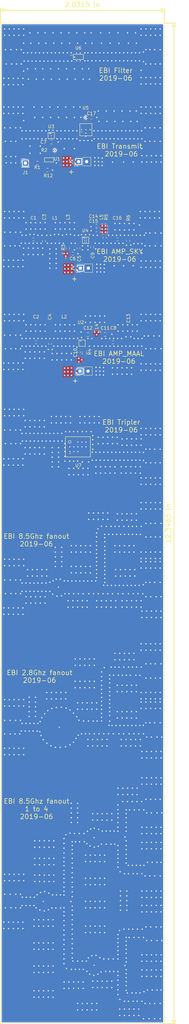
<source format=kicad_pcb>
(kicad_pcb (version 20171130) (host pcbnew "(5.0.1)-4")
  (layers (0 F.Cu signal) (1 In1.Cu power) (2 In2.Cu power) (31 B.Cu signal) (34 B.Paste user) (35 F.Paste user) (36 B.SilkS user) (37 F.SilkS user) (38 B.Mask user) (39 F.Mask user) (44 Edge.Cuts user))
  (net 0 "")
  (net 1 "Net-(C1-Pad2)")
  (net 2 "Net-(C1-Pad1)")
  (net 3 "Net-(C2-Pad2)")
  (net 4 "Net-(C2-Pad1)")
  (net 5 GND)
  (net 6 "Net-(C5-Pad2)")
  (net 7 +5V)
  (net 8 "Net-(C7-Pad1)")
  (net 9 "Net-(C13-Pad1)")
  (net 10 "Net-(C8-Pad2)")
  (net 11 "Net-(C9-Pad2)")
  (net 12 "Net-(C16-Pad2)")
  (net 13 "Net-(C16-Pad1)")
  (net 14 "Net-(CON3-Pad1)")
  (net 15 "Net-(CON7-Pad1)")
  (net 16 "Net-(CON8-Pad1)")
  (net 17 "Net-(CON9-Pad1)")
  (net 18 "Net-(CON10-Pad1)")
  (net 19 /LO)
  (net 20 "Net-(CON12-Pad1)")
  (net 21 "Net-(CON13-Pad1)")
  (net 22 "Net-(CON15-Pad1)")
  (net 23 "Net-(J1-Pad1)")
  (net 24 "Net-(L1-Pad1)")
  (net 25 "Net-(L2-Pad2)")
  (net 26 "Net-(R1-Pad1)")
  (net 27 "Net-(R4-Pad2)")
  (net 28 "Net-(U3-Pad7)")
  (net 29 /t_out)
  (net 30 "Net-(CON20-Pad1)")
  (net 31 "Net-(CON21-Pad1)")
  (module EllBayInd-McFly:MAAL-011130 (layer F.Cu) (at 32.7 56.95)
    (fp_text reference U3 (at -0.02 -2.84) (layer F.SilkS))
    (fp_text value MAAL-011130)
    (pad 8 thru_hole circle (at 0 0.72) (size 0.35 0.35) (drill 0.254) (layers *.Cu) (net 5 GND))
    (pad 8 thru_hole circle (at 0 0) (size 0.35 0.35) (drill 0.254) (layers *.Cu) (net 5 GND))
    (pad 8 thru_hole circle (at 0 -0.72) (size 0.35 0.35) (drill 0.254) (layers *.Cu) (net 5 GND))
    (pad 8 smd rect (at 0 0) (size 0.6 1.2) (layers F.Cu F.Paste F.Mask) (net 5 GND))
    (pad 8 smd rect (at 0.675 -0.75) (size 0.35 0.25) (layers F.Cu F.Paste F.Mask) (net 5 GND))
    (pad 7 smd rect (at 0.675 -0.25) (size 0.35 0.25) (layers F.Cu F.Paste F.Mask) (net 28 "Net-(U3-Pad7)"))
    (pad 6 smd rect (at 0.675 0.25) (size 0.35 0.25) (layers F.Cu F.Paste F.Mask))
    (pad 5 smd rect (at 0.675 0.75) (size 0.35 0.25) (layers F.Cu F.Paste F.Mask))
    (pad 4 smd rect (at -0.675 0.75) (size 0.35 0.25) (layers F.Cu F.Paste F.Mask) (net 8 "Net-(C7-Pad1)"))
    (pad 3 smd rect (at -0.675 0.25) (size 0.35 0.25) (layers F.Cu F.Paste F.Mask))
    (pad 2 smd rect (at -0.675 -0.25) (size 0.35 0.25) (layers F.Cu F.Paste F.Mask) (net 14 "Net-(CON3-Pad1)"))
    (pad 1 smd rect (at -0.675 -0.75) (size 0.35 0.25) (layers F.Cu F.Paste F.Mask) (net 5 GND))
  )
  (module EllBayInd-McFly:SKY67153 (layer F.Cu) (at 43.5 89.75)
    (fp_text reference U4 (at -0.08 -3.04) (layer F.SilkS))
    (fp_text value SKY67153)
    (pad 9 thru_hole circle (at 0.275 0) (size 0.35 0.35) (drill 0.254) (layers *.Cu *.Mask) (net 5 GND))
    (pad 9 thru_hole circle (at -0.275 0) (size 0.35 0.35) (drill 0.254) (layers *.Cu *.Mask) (net 5 GND))
    (pad 9 thru_hole circle (at 0.275 0.65) (size 0.35 0.35) (drill 0.254) (layers *.Cu *.Mask) (net 5 GND))
    (pad 9 thru_hole circle (at -0.275 0.65) (size 0.35 0.35) (drill 0.254) (layers *.Cu *.Mask) (net 5 GND))
    (pad 9 thru_hole circle (at 0.275 -0.65) (size 0.35 0.35) (drill 0.254) (layers *.Cu *.Mask) (net 5 GND))
    (pad 9 thru_hole circle (at -0.275 -0.65) (size 0.35 0.35) (drill 0.254) (layers *.Cu *.Mask) (net 5 GND))
    (pad 9 smd rect (at 0 0) (size 0.9 1.7) (layers F.Cu F.Paste F.Mask) (net 5 GND))
    (pad 8 smd rect (at 0.925 -0.75) (size 0.45 0.25) (layers F.Cu F.Paste F.Mask))
    (pad 7 smd rect (at 0.925 -0.25) (size 0.45 0.25) (layers F.Cu F.Paste F.Mask) (net 13 "Net-(C16-Pad1)"))
    (pad 6 smd rect (at 0.925 0.25) (size 0.45 0.25) (layers F.Cu F.Paste F.Mask) (net 11 "Net-(C9-Pad2)"))
    (pad 5 smd rect (at 0.925 0.75) (size 0.45 0.25) (layers F.Cu F.Paste F.Mask))
    (pad 4 smd rect (at -0.925 0.75) (size 0.45 0.25) (layers F.Cu F.Paste F.Mask))
    (pad 3 smd rect (at -0.925 0.25) (size 0.45 0.25) (layers F.Cu F.Paste F.Mask) (net 6 "Net-(C5-Pad2)"))
    (pad 2 smd rect (at -0.925 -0.25) (size 0.45 0.25) (layers F.Cu F.Paste F.Mask) (net 24 "Net-(L1-Pad1)"))
    (pad 1 smd rect (at -0.925 -0.75) (size 0.45 0.25) (layers F.Cu F.Paste F.Mask))
  )
  (module EllBayInd-McFly:.7_pinch_.537_trace (layer F.Cu) (at 38 295.3 270)
    (fp_text reference J5 hide)
    (fp_text value .7_pinch_trace hide)
    (pad 1 smd custom (at 0 0 270) (size 0.4 0.537) (layers F.Cu F.Mask) (net 19 /LO) (options (clearance outline) (anchor rect)) (primitives (gr_poly (pts (xy 0.5167 -0.2685) (xy 1.2685 0.4833) (xy 1.2685 1) (xy 0.7315 1) (xy 0.7315 0.2685) (xy 0 0.2685) (xy 0 -0.2685)) (width 0))))
    (pad 1 smd rect (at 1 1.02) (size 0.4 0.537) (layers F.Cu F.Mask) (net 19 /LO))
  )
  (module EllBayInd-McFly:.7_pinch_.537_trace (layer F.Cu) (at 36.98 297.7)
    (fp_text reference J6 hide)
    (fp_text value .7_pinch_trace hide)
    (pad 1 smd custom (at 0 0) (size 0.4 0.537) (layers F.Cu F.Mask) (net 19 /LO) (options (clearance outline) (anchor rect)) (primitives (gr_poly (pts (xy 0.5167 -0.2685) (xy 1.2685 0.4833) (xy 1.2685 1) (xy 0.7315 1) (xy 0.7315 0.2685) (xy 0 0.2685) (xy 0 -0.2685)) (width 0))))
    (pad 1 smd rect (at 1 1.02 90) (size 0.4 0.537) (layers F.Cu F.Mask) (net 19 /LO))
  )
  (module EllBayInd-McFly:.7_pinch_.537_trace (layer F.Cu) (at 38 278 90)
    (fp_text reference J7 hide)
    (fp_text value .7_pinch_trace hide)
    (pad 1 smd custom (at 0 0 90) (size 0.4 0.537) (layers F.Cu F.Mask) (net 19 /LO) (options (clearance outline) (anchor rect)) (primitives (gr_poly (pts (xy 0.5167 -0.2685) (xy 1.2685 0.4833) (xy 1.2685 1) (xy 0.7315 1) (xy 0.7315 0.2685) (xy 0 0.2685) (xy 0 -0.2685)) (width 0))))
    (pad 1 smd rect (at 1 1.02 180) (size 0.4 0.537) (layers F.Cu F.Mask) (net 19 /LO))
  )
  (module EllBayInd-McFly:.7_pinch_.537_trace (layer F.Cu) (at 38.98 317 180)
    (fp_text reference J8 hide)
    (fp_text value .7_pinch_trace hide)
    (pad 1 smd custom (at 0 0 180) (size 0.4 0.537) (layers F.Cu F.Mask) (net 19 /LO) (options (clearance outline) (anchor rect)) (primitives (gr_poly (pts (xy 0.5167 -0.2685) (xy 1.2685 0.4833) (xy 1.2685 1) (xy 0.7315 1) (xy 0.7315 0.2685) (xy 0 0.2685) (xy 0 -0.2685)) (width 0))))
    (pad 1 smd rect (at 1 1.02 270) (size 0.4 0.537) (layers F.Cu F.Mask) (net 19 /LO))
  )
  (module EllBayInd-McFly:.7_pinch_.537_trace (layer F.Cu) (at 48.24 196.8 270)
    (fp_text reference J9 hide)
    (fp_text value .7_pinch_trace hide)
    (pad 1 smd custom (at 0 0 270) (size 0.4 0.537) (layers F.Cu F.Mask) (net 19 /LO) (options (clearance outline) (anchor rect)) (primitives (gr_poly (pts (xy 0.5167 -0.2685) (xy 1.2685 0.4833) (xy 1.2685 1) (xy 0.7315 1) (xy 0.7315 0.2685) (xy 0 0.2685) (xy 0 -0.2685)) (width 0))))
    (pad 1 smd rect (at 1 1.02) (size 0.4 0.537) (layers F.Cu F.Mask) (net 19 /LO))
  )
  (module EllBayInd-McFly:.7_pinch_.537_trace (layer F.Cu) (at 48.24 181.74 90)
    (fp_text reference J10 hide)
    (fp_text value .7_pinch_trace hide)
    (pad 1 smd custom (at 0 0 90) (size 0.4 0.537) (layers F.Cu F.Mask) (net 19 /LO) (options (clearance outline) (anchor rect)) (primitives (gr_poly (pts (xy 0.5167 -0.2685) (xy 1.2685 0.4833) (xy 1.2685 1) (xy 0.7315 1) (xy 0.7315 0.2685) (xy 0 0.2685) (xy 0 -0.2685)) (width 0))))
    (pad 1 smd rect (at 1 1.02 180) (size 0.4 0.537) (layers F.Cu F.Mask) (net 19 /LO))
  )
  (module EllBayInd-McFly:.7_pinch_.537_trace (layer F.Cu) (at 55 275.3 270)
    (fp_text reference J11 hide)
    (fp_text value .7_pinch_trace hide)
    (pad 1 smd custom (at 0 0 270) (size 0.4 0.537) (layers F.Cu F.Mask) (net 19 /LO) (options (clearance outline) (anchor rect)) (primitives (gr_poly (pts (xy 0.5167 -0.2685) (xy 1.2685 0.4833) (xy 1.2685 1) (xy 0.7315 1) (xy 0.7315 0.2685) (xy 0 0.2685) (xy 0 -0.2685)) (width 0))))
    (pad 1 smd rect (at 1 1.02) (size 0.4 0.537) (layers F.Cu F.Mask) (net 19 /LO))
  )
  (module EllBayInd-McFly:.7_pinch_.537_trace (layer F.Cu) (at 54 277.7)
    (fp_text reference J12 hide)
    (fp_text value .7_pinch_trace hide)
    (pad 1 smd custom (at 0 0) (size 0.4 0.537) (layers F.Cu F.Mask) (net 19 /LO) (options (clearance outline) (anchor rect)) (primitives (gr_poly (pts (xy 0.5167 -0.2685) (xy 1.2685 0.4833) (xy 1.2685 1) (xy 0.7315 1) (xy 0.7315 0.2685) (xy 0 0.2685) (xy 0 -0.2685)) (width 0))))
    (pad 1 smd rect (at 1 1.02 90) (size 0.4 0.537) (layers F.Cu F.Mask) (net 19 /LO))
  )
  (module EllBayInd-McFly:.7_pinch_.537_trace (layer F.Cu) (at 55 315.3 270)
    (fp_text reference J13 hide)
    (fp_text value .7_pinch_trace hide)
    (pad 1 smd custom (at 0 0 270) (size 0.4 0.537) (layers F.Cu F.Mask) (net 19 /LO) (options (clearance outline) (anchor rect)) (primitives (gr_poly (pts (xy 0.5167 -0.2685) (xy 1.2685 0.4833) (xy 1.2685 1) (xy 0.7315 1) (xy 0.7315 0.2685) (xy 0 0.2685) (xy 0 -0.2685)) (width 0))))
    (pad 1 smd rect (at 1 1.02) (size 0.4 0.537) (layers F.Cu F.Mask) (net 19 /LO))
  )
  (module EllBayInd-McFly:.7_pinch_.537_trace (layer F.Cu) (at 54 317.7)
    (fp_text reference J14 hide)
    (fp_text value .7_pinch_trace hide)
    (pad 1 smd custom (at 0 0) (size 0.4 0.537) (layers F.Cu F.Mask) (net 19 /LO) (options (clearance outline) (anchor rect)) (primitives (gr_poly (pts (xy 0.5167 -0.2685) (xy 1.2685 0.4833) (xy 1.2685 1) (xy 0.7315 1) (xy 0.7315 0.2685) (xy 0 0.2685) (xy 0 -0.2685)) (width 0))))
    (pad 1 smd rect (at 1 1.02 90) (size 0.4 0.537) (layers F.Cu F.Mask) (net 19 /LO))
  )
  (module EllBayInd-McFly:.7_pinch_.537_trace (layer F.Cu) (at 55 268 90)
    (fp_text reference J15 hide)
    (fp_text value .7_pinch_trace hide)
    (pad 1 smd custom (at 0 0 90) (size 0.4 0.537) (layers F.Cu F.Mask) (net 19 /LO) (options (clearance outline) (anchor rect)) (primitives (gr_poly (pts (xy 0.5167 -0.2685) (xy 1.2685 0.4833) (xy 1.2685 1) (xy 0.7315 1) (xy 0.7315 0.2685) (xy 0 0.2685) (xy 0 -0.2685)) (width 0))))
    (pad 1 smd rect (at 1 1.02 180) (size 0.4 0.537) (layers F.Cu F.Mask) (net 19 /LO))
  )
  (module EllBayInd-McFly:.7_pinch_.537_trace (layer F.Cu) (at 56 287 180)
    (fp_text reference J16 hide)
    (fp_text value .7_pinch_trace hide)
    (pad 1 smd custom (at 0 0 180) (size 0.4 0.537) (layers F.Cu F.Mask) (net 19 /LO) (options (clearance outline) (anchor rect)) (primitives (gr_poly (pts (xy 0.5167 -0.2685) (xy 1.2685 0.4833) (xy 1.2685 1) (xy 0.7315 1) (xy 0.7315 0.2685) (xy 0 0.2685) (xy 0 -0.2685)) (width 0))))
    (pad 1 smd rect (at 1 1.02 270) (size 0.4 0.537) (layers F.Cu F.Mask) (net 19 /LO))
  )
  (module EllBayInd-McFly:.7_pinch_.537_trace (layer F.Cu) (at 55 308 90)
    (fp_text reference J17 hide)
    (fp_text value .7_pinch_trace hide)
    (pad 1 smd custom (at 0 0 90) (size 0.4 0.537) (layers F.Cu F.Mask) (net 19 /LO) (options (clearance outline) (anchor rect)) (primitives (gr_poly (pts (xy 0.5167 -0.2685) (xy 1.2685 0.4833) (xy 1.2685 1) (xy 0.7315 1) (xy 0.7315 0.2685) (xy 0 0.2685) (xy 0 -0.2685)) (width 0))))
    (pad 1 smd rect (at 1 1.02 180) (size 0.4 0.537) (layers F.Cu F.Mask) (net 19 /LO))
  )
  (module EllBayInd-McFly:.7_pinch_.537_trace (layer F.Cu) (at 56 327 180)
    (fp_text reference J18 hide)
    (fp_text value .7_pinch_trace hide)
    (pad 1 smd custom (at 0 0 180) (size 0.4 0.537) (layers F.Cu F.Mask) (net 19 /LO) (options (clearance outline) (anchor rect)) (primitives (gr_poly (pts (xy 0.5167 -0.2685) (xy 1.2685 0.4833) (xy 1.2685 1) (xy 0.7315 1) (xy 0.7315 0.2685) (xy 0 0.2685) (xy 0 -0.2685)) (width 0))))
    (pad 1 smd rect (at 1 1.02 270) (size 0.4 0.537) (layers F.Cu F.Mask) (net 19 /LO))
  )
  (module EllBayInd-McFly:.7_pinch_.537_trace (layer F.Cu) (at 49.82 240.67 270)
    (fp_text reference J19 hide)
    (fp_text value .7_pinch_trace hide)
    (pad 1 smd custom (at 0 0 270) (size 0.4 0.537) (layers F.Cu F.Mask) (net 19 /LO) (options (clearance outline) (anchor rect)) (primitives (gr_poly (pts (xy 0.5167 -0.2685) (xy 1.2685 0.4833) (xy 1.2685 1) (xy 0.7315 1) (xy 0.7315 0.2685) (xy 0 0.2685) (xy 0 -0.2685)) (width 0))))
    (pad 1 smd rect (at 1 1.02) (size 0.4 0.537) (layers F.Cu F.Mask) (net 19 /LO))
  )
  (module EllBayInd-McFly:.7_pinch_.537_trace (layer F.Cu) (at 49.82 225.85 90)
    (fp_text reference J20 hide)
    (fp_text value .7_pinch_trace hide)
    (pad 1 smd custom (at 0 0 90) (size 0.4 0.537) (layers F.Cu F.Mask) (net 19 /LO) (options (clearance outline) (anchor rect)) (primitives (gr_poly (pts (xy 0.5167 -0.2685) (xy 1.2685 0.4833) (xy 1.2685 1) (xy 0.7315 1) (xy 0.7315 0.2685) (xy 0 0.2685) (xy 0 -0.2685)) (width 0))))
    (pad 1 smd rect (at 1 1.02 180) (size 0.4 0.537) (layers F.Cu F.Mask) (net 19 /LO))
  )
  (module EllBayInd-McFly:SMA_Edge (layer F.Cu) (at 20 89.5)
    (fp_text reference CON1 hide)
    (fp_text value RF_SMA)
    (pad 2 smd rect (at 0 4.3825) (size 5.84 2.415) (layers F.Cu F.Paste F.Mask) (net 5 GND))
    (pad 2 smd rect (at 0 -4.3825) (size 5.84 2.415) (layers F.Cu F.Paste F.Mask) (net 5 GND))
    (pad 1 smd rect (at 0 0) (size 5.84 0.6) (layers F.Cu F.Paste F.Mask) (net 1 "Net-(C1-Pad2)"))
  )
  (module EllBayInd-McFly:SMA_Edge (layer F.Cu) (at 20 121.75)
    (fp_text reference CON2 hide)
    (fp_text value RF_SMA)
    (pad 2 smd rect (at 0 4.3825) (size 5.84 2.415) (layers F.Cu F.Paste F.Mask) (net 5 GND))
    (pad 2 smd rect (at 0 -4.3825) (size 5.84 2.415) (layers F.Cu F.Paste F.Mask) (net 5 GND))
    (pad 1 smd rect (at 0 0) (size 5.84 0.6) (layers F.Cu F.Paste F.Mask) (net 4 "Net-(C2-Pad1)"))
  )
  (module EllBayInd-McFly:SMA_Edge (layer F.Cu) (at 20 56.7)
    (fp_text reference CON3 hide)
    (fp_text value RF_SMA)
    (pad 2 smd rect (at 0 4.3825) (size 5.84 2.415) (layers F.Cu F.Paste F.Mask) (net 5 GND))
    (pad 2 smd rect (at 0 -4.3825) (size 5.84 2.415) (layers F.Cu F.Paste F.Mask) (net 5 GND))
    (pad 1 smd rect (at 0 0) (size 5.84 0.6) (layers F.Cu F.Paste F.Mask) (net 14 "Net-(CON3-Pad1)"))
  )
  (module EllBayInd-McFly:SMA_Edge (layer F.Cu) (at 65 121.75)
    (fp_text reference CON4 hide)
    (fp_text value RF_SMA)
    (pad 2 smd rect (at 0 4.3825) (size 5.84 2.415) (layers F.Cu F.Paste F.Mask) (net 5 GND))
    (pad 2 smd rect (at 0 -4.3825) (size 5.84 2.415) (layers F.Cu F.Paste F.Mask) (net 5 GND))
    (pad 1 smd rect (at 0 0) (size 5.84 0.6) (layers F.Cu F.Paste F.Mask) (net 9 "Net-(C13-Pad1)"))
  )
  (module EllBayInd-McFly:SMA_Edge (layer F.Cu) (at 65 89.48)
    (fp_text reference CON5 hide)
    (fp_text value RF_SMA)
    (pad 2 smd rect (at 0 4.3825) (size 5.84 2.415) (layers F.Cu F.Paste F.Mask) (net 5 GND))
    (pad 2 smd rect (at 0 -4.3825) (size 5.84 2.415) (layers F.Cu F.Paste F.Mask) (net 5 GND))
    (pad 1 smd rect (at 0 0) (size 5.84 0.6) (layers F.Cu F.Paste F.Mask) (net 12 "Net-(C16-Pad2)"))
  )
  (module EllBayInd-McFly:SMA_Edge (layer F.Cu) (at 65 56.7)
    (fp_text reference CON6 hide)
    (fp_text value RF_SMA)
    (pad 2 smd rect (at 0 4.3825) (size 5.84 2.415) (layers F.Cu F.Paste F.Mask) (net 5 GND))
    (pad 2 smd rect (at 0 -4.3825) (size 5.84 2.415) (layers F.Cu F.Paste F.Mask) (net 5 GND))
    (pad 1 smd rect (at 0 0) (size 5.84 0.6) (layers F.Cu F.Paste F.Mask) (net 29 /t_out))
  )
  (module EllBayInd-McFly:SMA_Edge (layer F.Cu) (at 20 198.5)
    (fp_text reference CON7 hide)
    (fp_text value RF_SMA)
    (pad 2 smd rect (at 0 4.3825) (size 5.84 2.415) (layers F.Cu F.Paste F.Mask) (net 5 GND))
    (pad 2 smd rect (at 0 -4.3825) (size 5.84 2.415) (layers F.Cu F.Paste F.Mask) (net 5 GND))
    (pad 1 smd rect (at 0 0) (size 5.84 0.6) (layers F.Cu F.Paste F.Mask) (net 15 "Net-(CON7-Pad1)"))
  )
  (module EllBayInd-McFly:SMA_Edge (layer F.Cu) (at 20 297)
    (fp_text reference CON8 hide)
    (fp_text value RF_SMA)
    (pad 2 smd rect (at 0 4.3825) (size 5.84 2.415) (layers F.Cu F.Paste F.Mask) (net 5 GND))
    (pad 2 smd rect (at 0 -4.3825) (size 5.84 2.415) (layers F.Cu F.Paste F.Mask) (net 5 GND))
    (pad 1 smd rect (at 0 0) (size 5.84 0.6) (layers F.Cu F.Paste F.Mask) (net 16 "Net-(CON8-Pad1)"))
  )
  (module EllBayInd-McFly:SMA_Edge (layer F.Cu) (at 65 199.2)
    (fp_text reference CON9 hide)
    (fp_text value RF_SMA)
    (pad 2 smd rect (at 0 4.3825) (size 5.84 2.415) (layers F.Cu F.Paste F.Mask) (net 5 GND))
    (pad 2 smd rect (at 0 -4.3825) (size 5.84 2.415) (layers F.Cu F.Paste F.Mask) (net 5 GND))
    (pad 1 smd rect (at 0 0) (size 5.84 0.6) (layers F.Cu F.Paste F.Mask) (net 17 "Net-(CON9-Pad1)"))
  )
  (module EllBayInd-McFly:SMA_Edge (layer F.Cu) (at 20 151.5)
    (fp_text reference CON10 hide)
    (fp_text value RF_SMA)
    (pad 2 smd rect (at 0 4.3825) (size 5.84 2.415) (layers F.Cu F.Paste F.Mask) (net 5 GND))
    (pad 2 smd rect (at 0 -4.3825) (size 5.84 2.415) (layers F.Cu F.Paste F.Mask) (net 5 GND))
    (pad 1 smd rect (at 0 0) (size 5.84 0.6) (layers F.Cu F.Paste F.Mask) (net 18 "Net-(CON10-Pad1)"))
  )
  (module EllBayInd-McFly:SMA_Edge (layer F.Cu) (at 65 180.74)
    (fp_text reference CON11 hide)
    (fp_text value RF_SMA)
    (pad 2 smd rect (at 0 4.3825) (size 5.84 2.415) (layers F.Cu F.Paste F.Mask) (net 5 GND))
    (pad 2 smd rect (at 0 -4.3825) (size 5.84 2.415) (layers F.Cu F.Paste F.Mask) (net 5 GND))
    (pad 1 smd rect (at 0 0) (size 5.84 0.6) (layers F.Cu F.Paste F.Mask) (net 19 /LO))
  )
  (module EllBayInd-McFly:SMA_Edge (layer F.Cu) (at 20 242.42)
    (fp_text reference CON12 hide)
    (fp_text value RF_SMA)
    (pad 2 smd rect (at 0 4.3825) (size 5.84 2.415) (layers F.Cu F.Paste F.Mask) (net 5 GND))
    (pad 2 smd rect (at 0 -4.3825) (size 5.84 2.415) (layers F.Cu F.Paste F.Mask) (net 5 GND))
    (pad 1 smd rect (at 0 0) (size 5.84 0.6) (layers F.Cu F.Paste F.Mask) (net 20 "Net-(CON12-Pad1)"))
  )
  (module EllBayInd-McFly:SMA_Edge (layer F.Cu) (at 65 243.17)
    (fp_text reference CON13 hide)
    (fp_text value RF_SMA)
    (pad 2 smd rect (at 0 4.3825) (size 5.84 2.415) (layers F.Cu F.Paste F.Mask) (net 5 GND))
    (pad 2 smd rect (at 0 -4.3825) (size 5.84 2.415) (layers F.Cu F.Paste F.Mask) (net 5 GND))
    (pad 1 smd rect (at 0 0) (size 5.84 0.6) (layers F.Cu F.Paste F.Mask) (net 21 "Net-(CON13-Pad1)"))
  )
  (module EllBayInd-McFly:SMA_Edge (layer F.Cu) (at 65 224.85)
    (fp_text reference CON14 hide)
    (fp_text value RF_SMA)
    (pad 2 smd rect (at 0 4.3825) (size 5.84 2.415) (layers F.Cu F.Paste F.Mask) (net 5 GND))
    (pad 2 smd rect (at 0 -4.3825) (size 5.84 2.415) (layers F.Cu F.Paste F.Mask) (net 5 GND))
    (pad 1 smd rect (at 0 0) (size 5.84 0.6) (layers F.Cu F.Paste F.Mask) (net 19 /LO))
  )
  (module EllBayInd-McFly:SMA_Edge (layer F.Cu) (at 65 157.45)
    (fp_text reference CON15 hide)
    (fp_text value RF_SMA)
    (pad 2 smd rect (at 0 4.3825) (size 5.84 2.415) (layers F.Cu F.Paste F.Mask) (net 5 GND))
    (pad 2 smd rect (at 0 -4.3825) (size 5.84 2.415) (layers F.Cu F.Paste F.Mask) (net 5 GND))
    (pad 1 smd rect (at 0 0) (size 5.84 0.6) (layers F.Cu F.Paste F.Mask) (net 22 "Net-(CON15-Pad1)"))
  )
  (module EllBayInd-McFly:SMA_Edge (layer F.Cu) (at 65 267)
    (fp_text reference CON16 hide)
    (fp_text value RF_SMA)
    (pad 2 smd rect (at 0 4.3825) (size 5.84 2.415) (layers F.Cu F.Paste F.Mask) (net 5 GND))
    (pad 2 smd rect (at 0 -4.3825) (size 5.84 2.415) (layers F.Cu F.Paste F.Mask) (net 5 GND))
    (pad 1 smd rect (at 0 0) (size 5.84 0.6) (layers F.Cu F.Paste F.Mask) (net 19 /LO))
  )
  (module EllBayInd-McFly:SMA_Edge (layer F.Cu) (at 65 287)
    (fp_text reference CON17 hide)
    (fp_text value RF_SMA)
    (pad 2 smd rect (at 0 4.3825) (size 5.84 2.415) (layers F.Cu F.Paste F.Mask) (net 5 GND))
    (pad 2 smd rect (at 0 -4.3825) (size 5.84 2.415) (layers F.Cu F.Paste F.Mask) (net 5 GND))
    (pad 1 smd rect (at 0 0) (size 5.84 0.6) (layers F.Cu F.Paste F.Mask) (net 19 /LO))
  )
  (module EllBayInd-McFly:SMA_Edge (layer F.Cu) (at 65 307)
    (fp_text reference CON18 hide)
    (fp_text value RF_SMA)
    (pad 2 smd rect (at 0 4.3825) (size 5.84 2.415) (layers F.Cu F.Paste F.Mask) (net 5 GND))
    (pad 2 smd rect (at 0 -4.3825) (size 5.84 2.415) (layers F.Cu F.Paste F.Mask) (net 5 GND))
    (pad 1 smd rect (at 0 0) (size 5.84 0.6) (layers F.Cu F.Paste F.Mask) (net 19 /LO))
  )
  (module EllBayInd-McFly:SMA_Edge (layer F.Cu) (at 65 327)
    (fp_text reference CON19 hide)
    (fp_text value RF_SMA)
    (pad 2 smd rect (at 0 4.3825) (size 5.84 2.415) (layers F.Cu F.Paste F.Mask) (net 5 GND))
    (pad 2 smd rect (at 0 -4.3825) (size 5.84 2.415) (layers F.Cu F.Paste F.Mask) (net 5 GND))
    (pad 1 smd rect (at 0 0) (size 5.84 0.6) (layers F.Cu F.Paste F.Mask) (net 19 /LO))
  )
  (module EllBayInd-McFly:SMA_Edge (layer F.Cu) (at 20 32.29)
    (fp_text reference CON20 hide)
    (fp_text value RF_SMA)
    (pad 2 smd rect (at 0 4.3825) (size 5.84 2.415) (layers F.Cu F.Paste F.Mask) (net 5 GND))
    (pad 2 smd rect (at 0 -4.3825) (size 5.84 2.415) (layers F.Cu F.Paste F.Mask) (net 5 GND))
    (pad 1 smd rect (at 0 0) (size 5.84 0.6) (layers F.Cu F.Paste F.Mask) (net 30 "Net-(CON20-Pad1)"))
  )
  (module EllBayInd-McFly:SMA_Edge (layer F.Cu) (at 65 32.29)
    (fp_text reference CON21 hide)
    (fp_text value RF_SMA)
    (pad 2 smd rect (at 0 4.3825) (size 5.84 2.415) (layers F.Cu F.Paste F.Mask) (net 5 GND))
    (pad 2 smd rect (at 0 -4.3825) (size 5.84 2.415) (layers F.Cu F.Paste F.Mask) (net 5 GND))
    (pad 1 smd rect (at 0 0) (size 5.84 0.6) (layers F.Cu F.Paste F.Mask) (net 31 "Net-(CON21-Pad1)"))
  )
  (module EllBayInd-McFly:C_0402 (layer F.Cu) (at 27.1 89.5 180)
    (fp_text reference C1 (at 0 6.75 180) (layer F.SilkS))
    (fp_text value 20pF)
    (pad 2 smd rect (at 0.5 0 180) (size 0.6 0.5) (layers F.Cu F.Paste F.Mask) (net 1 "Net-(C1-Pad2)"))
    (pad 1 smd rect (at -0.5 0 180) (size 0.6 0.5) (layers F.Cu F.Paste F.Mask) (net 2 "Net-(C1-Pad1)"))
  )
  (module EllBayInd-McFly:C_0402 (layer F.Cu) (at 27.9 121.75)
    (fp_text reference C2 (at 0 -8) (layer F.SilkS))
    (fp_text value 10pF)
    (pad 2 smd rect (at 0.5 0) (size 0.6 0.5) (layers F.Cu F.Paste F.Mask) (net 3 "Net-(C2-Pad2)"))
    (pad 1 smd rect (at -0.5 0) (size 0.6 0.5) (layers F.Cu F.Paste F.Mask) (net 4 "Net-(C2-Pad1)"))
  )
  (module EllBayInd-McFly:C_0402 (layer F.Cu) (at 30.39 90.04 90)
    (fp_text reference C3 (at 7.54 0.11 90) (layer F.SilkS))
    (fp_text value 1.2pF)
    (pad 1 smd rect (at -0.5 0 90) (size 0.6 0.5) (layers F.Cu F.Paste F.Mask) (net 5 GND))
    (pad 2 smd rect (at 0.5 0 90) (size 0.6 0.5) (layers F.Cu F.Paste F.Mask) (net 2 "Net-(C1-Pad1)"))
  )
  (module EllBayInd-McFly:C_0402 (layer F.Cu) (at 32.3 122.25 90)
    (fp_text reference C4 (at 8.5 -0.05 90) (layer F.SilkS))
    (fp_text value 0.7pF)
    (pad 2 smd rect (at 0.5 0 90) (size 0.6 0.5) (layers F.Cu F.Paste F.Mask) (net 3 "Net-(C2-Pad2)"))
    (pad 1 smd rect (at -0.5 0 90) (size 0.6 0.5) (layers F.Cu F.Paste F.Mask) (net 5 GND))
  )
  (module EllBayInd-McFly:C_0402 (layer F.Cu) (at 41.25 92.25 90)
    (fp_text reference C5 (at -3.25 0.25 90) (layer F.SilkS))
    (fp_text value 56pF)
    (pad 1 smd rect (at -0.5 0 90) (size 0.6 0.5) (layers F.Cu F.Paste F.Mask) (net 5 GND))
    (pad 2 smd rect (at 0.5 0 90) (size 0.6 0.5) (layers F.Cu F.Paste F.Mask) (net 6 "Net-(C5-Pad2)"))
  )
  (module EllBayInd-McFly:C_0402 (layer F.Cu) (at 39.45 93.96)
    (fp_text reference C6 (at 0 1.54) (layer F.SilkS))
    (fp_text value 10000pF)
    (pad 2 smd rect (at 0.5 0) (size 0.6 0.5) (layers F.Cu F.Paste F.Mask) (net 5 GND))
    (pad 1 smd rect (at -0.5 0) (size 0.6 0.5) (layers F.Cu F.Paste F.Mask) (net 7 +5V))
  )
  (module EllBayInd-McFly:C_0603 (layer F.Cu) (at 32.79 58.95)
    (fp_text reference C7 (at -2.54 0.05) (layer F.SilkS))
    (fp_text value 0.01uF)
    (pad 1 smd rect (at -0.75 0) (size 0.8 0.75) (layers F.Cu F.Paste F.Mask) (net 8 "Net-(C7-Pad1)"))
    (pad 2 smd rect (at 0.75 0) (size 0.8 0.75) (layers F.Cu F.Paste F.Mask) (net 5 GND))
  )
  (module EllBayInd-McFly:C_0402 (layer F.Cu) (at 52.15 121.75 180)
    (fp_text reference C8 (at -0.1 4.5 180) (layer F.SilkS))
    (fp_text value 1.8pF)
    (pad 1 smd rect (at -0.5 0 180) (size 0.6 0.5) (layers F.Cu F.Paste F.Mask) (net 9 "Net-(C13-Pad1)"))
    (pad 2 smd rect (at 0.5 0 180) (size 0.6 0.5) (layers F.Cu F.Paste F.Mask) (net 10 "Net-(C8-Pad2)"))
  )
  (module EllBayInd-McFly:C_0402 (layer F.Cu) (at 45.58 91.94 90)
    (fp_text reference C9 (at -2.56 0.17 90) (layer F.SilkS))
    (fp_text value 1000pF)
    (pad 2 smd rect (at 0.5 0 90) (size 0.6 0.5) (layers F.Cu F.Paste F.Mask) (net 11 "Net-(C9-Pad2)"))
    (pad 1 smd rect (at -0.5 0 90) (size 0.6 0.5) (layers F.Cu F.Paste F.Mask) (net 5 GND))
  )
  (module EllBayInd-McFly:C_0402 (layer F.Cu) (at 41.37 124.83 270)
    (fp_text reference C10 (at 0.17 1.12 270) (layer F.SilkS))
    (fp_text value 0.1uF)
    (pad 1 smd rect (at -0.5 0 270) (size 0.6 0.5) (layers F.Cu F.Paste F.Mask) (net 5 GND))
    (pad 2 smd rect (at 0.5 0 270) (size 0.6 0.5) (layers F.Cu F.Paste F.Mask) (net 7 +5V))
  )
  (module EllBayInd-McFly:C_0603 (layer F.Cu) (at 49.66 119.26 180)
    (fp_text reference C11 (at 0 2.01 180) (layer F.SilkS))
    (fp_text value 49pF)
    (pad 1 smd rect (at -0.75 0 180) (size 0.8 0.75) (layers F.Cu F.Paste F.Mask) (net 5 GND))
    (pad 2 smd rect (at 0.75 0 180) (size 0.8 0.75) (layers F.Cu F.Paste F.Mask) (net 7 +5V))
  )
  (module EllBayInd-McFly:C_0603 (layer F.Cu) (at 44.26 119.34)
    (fp_text reference C12 (at -0.01 -2.09) (layer F.SilkS))
    (fp_text value 49pF)
    (pad 2 smd rect (at 0.75 0) (size 0.8 0.75) (layers F.Cu F.Paste F.Mask) (net 7 +5V))
    (pad 1 smd rect (at -0.75 0) (size 0.8 0.75) (layers F.Cu F.Paste F.Mask) (net 5 GND))
  )
  (module EllBayInd-McFly:C_0201_0603Metric (layer F.Cu) (at 57 121.35 90)
    (fp_text reference C13 (at 7.1 0 90) (layer F.SilkS))
    (fp_text value 0.4pF)
    (pad 1 smd roundrect (at -0.32 0 90) (size 0.46 0.4) (layers F.Cu F.Mask) (net 9 "Net-(C13-Pad1)"))
    (pad 2 smd roundrect (at 0.32 0 90) (size 0.46 0.4) (layers F.Cu F.Mask) (net 5 GND))
  )
  (module EllBayInd-McFly:C_0402 (layer F.Cu) (at 46.95 85.2 180)
    (fp_text reference C14 (at 0.95 2.95 180) (layer F.SilkS))
    (fp_text value 1000pF)
    (pad 1 smd rect (at -0.5 0 180) (size 0.6 0.5) (layers F.Cu F.Paste F.Mask) (net 7 +5V))
    (pad 2 smd rect (at 0.5 0 180) (size 0.6 0.5) (layers F.Cu F.Paste F.Mask) (net 5 GND))
  )
  (module EllBayInd-McFly:C_0402 (layer F.Cu) (at 46.95 86.6 180)
    (fp_text reference C15 (at 0.95 2.85 180) (layer F.SilkS))
    (fp_text value 22pF)
    (pad 1 smd rect (at -0.5 0 180) (size 0.6 0.5) (layers F.Cu F.Paste F.Mask) (net 7 +5V))
    (pad 2 smd rect (at 0.5 0 180) (size 0.6 0.5) (layers F.Cu F.Paste F.Mask) (net 5 GND))
  )
  (module EllBayInd-McFly:C_0402 (layer F.Cu) (at 53.6 89.48)
    (fp_text reference C16 (at -0.1 -6.73) (layer F.SilkS))
    (fp_text value 3.9pF)
    (pad 2 smd rect (at 0.5 0) (size 0.6 0.5) (layers F.Cu F.Paste F.Mask) (net 12 "Net-(C16-Pad2)"))
    (pad 1 smd rect (at -0.5 0) (size 0.6 0.5) (layers F.Cu F.Paste F.Mask) (net 13 "Net-(C16-Pad1)"))
  )
  (module EllBayInd-McFly:C_0402 (layer F.Cu) (at 45.35 51.25)
    (fp_text reference C17 (at 0 -1.27) (layer F.SilkS))
    (fp_text value 0.1uF)
    (pad 2 smd rect (at 0.5 0) (size 0.6 0.5) (layers F.Cu F.Paste F.Mask) (net 5 GND))
    (pad 1 smd rect (at -0.5 0) (size 0.6 0.5) (layers F.Cu F.Paste F.Mask) (net 7 +5V))
  )
  (module Connector_PinHeader_2.54mm:PinHeader_1x01_P2.54mm_Vertical (layer F.Cu) (at 24.55 65.55)
    (fp_text reference J1 (at 0 2.95) (layer F.SilkS))
    (fp_text value Conn_01x01_Male)
    (pad 1 thru_hole rect (at 0 0) (size 1.7 1.7) (drill 1) (layers *.Cu *.Mask) (net 23 "Net-(J1-Pad1)"))
  )
  (module Connector_PinHeader_2.54mm:PinHeader_1x02_P2.54mm_Vertical (layer F.Cu) (at 41.3 65.1 90)
    (fp_text reference J2 (at 0 -2.33 90) (layer F.SilkS))
    (fp_text value Conn_01x02_Male)
    (pad 1 thru_hole rect (at 0 0 90) (size 1.7 1.7) (drill 1) (layers *.Cu *.Mask) (net 7 +5V))
    (pad 2 thru_hole oval (at 0 2.54 90) (size 1.7 1.7) (drill 1) (layers *.Cu *.Mask) (net 5 GND))
  )
  (module Connector_PinHeader_2.54mm:PinHeader_1x02_P2.54mm_Vertical (layer F.Cu) (at 41.74 130.77 90)
    (fp_text reference J3 hide)
    (fp_text value Conn_01x02_Male)
    (pad 2 thru_hole oval (at 0 2.54 90) (size 1.7 1.7) (drill 1) (layers *.Cu *.Mask) (net 5 GND))
    (pad 1 thru_hole rect (at 0 0 90) (size 1.7 1.7) (drill 1) (layers *.Cu *.Mask) (net 7 +5V))
  )
  (module Connector_PinHeader_2.54mm:PinHeader_1x02_P2.54mm_Vertical (layer F.Cu) (at 41.85 98.5 90)
    (fp_text reference J4 (at 0 -2.33 90) (layer F.SilkS))
    (fp_text value Conn_01x02_Male)
    (pad 1 thru_hole rect (at 0 0 90) (size 1.7 1.7) (drill 1) (layers *.Cu *.Mask) (net 7 +5V))
    (pad 2 thru_hole oval (at 0 2.54 90) (size 1.7 1.7) (drill 1) (layers *.Cu *.Mask) (net 5 GND))
  )
  (module EllBayInd-McFly:L_0402 (layer F.Cu) (at 33.85 89.5 180)
    (fp_text reference L1 (at 0 6.75 180) (layer F.SilkS))
    (fp_text value 1nH)
    (pad 2 smd roundrect (at 0.485 0 180) (size 0.59 0.64) (layers F.Cu F.Paste F.Mask) (net 2 "Net-(C1-Pad1)"))
    (pad 1 smd roundrect (at -0.485 0 180) (size 0.59 0.64) (layers F.Cu F.Paste F.Mask) (net 24 "Net-(L1-Pad1)"))
  )
  (module EllBayInd-McFly:L_0201_0603Metric (layer F.Cu) (at 36.8 121.74)
    (fp_text reference L2 (at -0.05 -7.99) (layer F.SilkS))
    (fp_text value 2.5nH)
    (pad 1 smd roundrect (at -0.32 0) (size 0.46 0.4) (layers F.Cu F.Mask) (net 3 "Net-(C2-Pad2)"))
    (pad 2 smd roundrect (at 0.32 0) (size 0.46 0.4) (layers F.Cu F.Mask) (net 25 "Net-(L2-Pad2)"))
  )
  (module EllBayInd-McFly:L_0402 (layer F.Cu) (at 37.9 90 90)
    (fp_text reference L3 (at 7.5 0.1 90) (layer F.SilkS))
    (fp_text value 12nH)
    (pad 2 smd roundrect (at 0.485 0 90) (size 0.59 0.64) (layers F.Cu F.Paste F.Mask) (net 24 "Net-(L1-Pad1)"))
    (pad 1 smd roundrect (at -0.485 0 90) (size 0.59 0.64) (layers F.Cu F.Paste F.Mask) (net 6 "Net-(C5-Pad2)"))
  )
  (module EllBayInd-McFly:L_0402 (layer F.Cu) (at 47 121.2 270)
    (fp_text reference L4 (at -4.45 0 270) (layer F.SilkS))
    (fp_text value 2.7nH)
    (pad 1 smd roundrect (at -0.485 0 270) (size 0.59 0.64) (layers F.Cu F.Paste F.Mask) (net 7 +5V))
    (pad 2 smd roundrect (at 0.485 0 270) (size 0.59 0.64) (layers F.Cu F.Paste F.Mask) (net 10 "Net-(C8-Pad2)"))
  )
  (module EllBayInd-McFly:L_0402 (layer F.Cu) (at 48.4 89 90)
    (fp_text reference L5 (at 6.5 0.1 90) (layer F.SilkS))
    (fp_text value 2.7nH)
    (pad 1 smd roundrect (at -0.485 0 90) (size 0.59 0.64) (layers F.Cu F.Paste F.Mask) (net 13 "Net-(C16-Pad1)"))
    (pad 2 smd roundrect (at 0.485 0 90) (size 0.59 0.64) (layers F.Cu F.Paste F.Mask) (net 7 +5V))
  )
  (module EllBayInd-McFly:R_0402 (layer F.Cu) (at 28.3 65.55 180)
    (fp_text reference R1 (at 0 -1.35 180) (layer F.SilkS))
    (fp_text value 100)
    (pad 2 smd rect (at 0.45 0 180) (size 0.4 0.6) (layers F.Cu F.Paste F.Mask) (net 23 "Net-(J1-Pad1)"))
    (pad 1 smd rect (at -0.45 0 180) (size 0.4 0.6) (layers F.Cu F.Paste F.Mask) (net 26 "Net-(R1-Pad1)"))
  )
  (module EllBayInd-McFly:R_0201_0603Metric (layer F.Cu) (at 32.35 61.55)
    (fp_text reference R2 (at -1.85 -0.05) (layer F.SilkS))
    (fp_text value 4k)
    (pad 1 smd roundrect (at -0.32 0) (size 0.46 0.4) (layers F.Cu F.Mask) (net 8 "Net-(C7-Pad1)"))
    (pad 2 smd roundrect (at 0.32 0) (size 0.46 0.4) (layers F.Cu F.Mask) (net 7 +5V))
  )
  (module EllBayInd-McFly:R_0402 (layer F.Cu) (at 37.92 92.24 270)
    (fp_text reference R3 (at -0.24 1.42 270) (layer F.SilkS))
    (fp_text value 10k)
    (pad 1 smd rect (at -0.45 0 270) (size 0.4 0.6) (layers F.Cu F.Paste F.Mask) (net 6 "Net-(C5-Pad2)"))
    (pad 2 smd rect (at 0.45 0 270) (size 0.4 0.6) (layers F.Cu F.Paste F.Mask) (net 7 +5V))
  )
  (module EllBayInd-McFly:R_0603 (layer F.Cu) (at 43.1 125.1 90)
    (fp_text reference R4 (at 0.35 1.65 90) (layer F.SilkS))
    (fp_text value 470)
    (pad 2 smd rect (at 0.75 0 90) (size 0.5 0.9) (layers F.Cu F.Paste F.Mask) (net 27 "Net-(R4-Pad2)"))
    (pad 1 smd rect (at -0.75 0 90) (size 0.5 0.9) (layers F.Cu F.Paste F.Mask) (net 7 +5V))
  )
  (module EllBayInd-McFly:R_0402 (layer F.Cu) (at 49.57 88.96 270)
    (fp_text reference R5 (at -6.46 -0.43 270) (layer F.SilkS))
    (fp_text value 1k)
    (pad 1 smd rect (at -0.45 0 270) (size 0.4 0.6) (layers F.Cu F.Paste F.Mask) (net 7 +5V))
    (pad 2 smd rect (at 0.45 0 270) (size 0.4 0.6) (layers F.Cu F.Paste F.Mask) (net 13 "Net-(C16-Pad1)"))
  )
  (module EllBayInd-McFly:R_0402 (layer F.Cu) (at 56.9 89.93 270)
    (fp_text reference R6 (at -7.18 -0.1 270) (layer F.SilkS))
    (fp_text value 2k)
    (pad 2 smd rect (at 0.45 0 270) (size 0.4 0.6) (layers F.Cu F.Paste F.Mask) (net 5 GND))
    (pad 1 smd rect (at -0.45 0 270) (size 0.4 0.6) (layers F.Cu F.Paste F.Mask) (net 12 "Net-(C16-Pad2)"))
  )
  (module EllBayInd-McFly:R_0402 (layer F.Cu) (at 31.5 67.75 180)
    (fp_text reference R12 (at -0.25 -1.75 180) (layer F.SilkS))
    (fp_text value 10k)
    (pad 2 smd rect (at 0.45 0 180) (size 0.4 0.6) (layers F.Cu F.Paste F.Mask) (net 26 "Net-(R1-Pad1)"))
    (pad 1 smd rect (at -0.45 0 180) (size 0.4 0.6) (layers F.Cu F.Paste F.Mask) (net 5 GND))
  )
  (module EllBayInd-McFly:NFET (layer F.Cu) (at 32 64.55)
    (fp_text reference U1 (at 2.5 -0.3) (layer F.SilkS))
    (fp_text value NFET)
    (pad 1 smd rect (at 0 -1) (size 0.8 0.9) (layers F.Cu F.Paste F.Mask) (net 8 "Net-(C7-Pad1)"))
    (pad 2 smd rect (at -0.95 1) (size 0.8 0.9) (layers F.Cu F.Paste F.Mask) (net 26 "Net-(R1-Pad1)"))
    (pad 3 smd rect (at 0.95 1) (size 0.8 0.9) (layers F.Cu F.Paste F.Mask) (net 5 GND))
  )
  (module EllBayInd-McFly:MAAL-011078 (layer F.Cu) (at 42.4 122)
    (fp_text reference U2 (at -0.4 -6.5) (layer F.SilkS))
    (fp_text value MAAL-011078)
    (pad 1 smd rect (at -0.675 -0.75) (size 0.35 0.25) (layers F.Cu F.Paste F.Mask) (net 5 GND))
    (pad 2 smd rect (at -0.675 -0.25) (size 0.35 0.25) (layers F.Cu F.Paste F.Mask) (net 25 "Net-(L2-Pad2)"))
    (pad 3 smd rect (at -0.675 0.25) (size 0.35 0.25) (layers F.Cu F.Paste F.Mask) (net 5 GND))
    (pad 4 smd rect (at -0.675 0.75) (size 0.35 0.25) (layers F.Cu F.Paste F.Mask) (net 5 GND))
    (pad 5 smd rect (at 0.675 0.75) (size 0.35 0.25) (layers F.Cu F.Paste F.Mask) (net 27 "Net-(R4-Pad2)"))
    (pad 6 smd rect (at 0.675 0.25) (size 0.35 0.25) (layers F.Cu F.Paste F.Mask) (net 5 GND))
    (pad 7 smd rect (at 0.675 -0.25) (size 0.35 0.25) (layers F.Cu F.Paste F.Mask) (net 10 "Net-(C8-Pad2)"))
    (pad 8 smd rect (at 0.675 -0.75) (size 0.35 0.25) (layers F.Cu F.Paste F.Mask) (net 5 GND))
    (pad 9 smd rect (at 0 0) (size 0.6 1.2) (layers F.Cu F.Paste F.Mask) (net 5 GND))
  )
  (module EllBayInd-McFly:TCBT-14+ (layer F.Cu) (at 43.6 55.1)
    (fp_text reference U5 (at -0.1 -6.85) (layer F.SilkS))
    (fp_text value TCBT-14+)
    (pad 1 smd rect (at -1.27 1.61) (size 0.79 1.68) (layers F.Cu F.Paste F.Mask) (net 28 "Net-(U3-Pad7)"))
    (pad 2 smd rect (at 1.27 1.61) (size 0.79 1.68) (layers F.Cu F.Paste F.Mask) (net 29 /t_out))
    (pad 3 smd rect (at 1.27 -1.61) (size 0.79 1.68) (layers F.Cu F.Paste F.Mask) (net 7 +5V))
    (pad 4 smd rect (at -1.27 -1.61) (size 0.79 1.68) (layers F.Cu F.Paste F.Mask))
    (pad 5 smd rect (at 0 0) (size 3.33 0.69) (layers F.Cu F.Paste F.Mask) (net 5 GND))
    (pad 5 smd rect (at 0 1.4) (size 0.69 2.11) (layers F.Cu F.Paste F.Mask) (net 5 GND))
    (pad 5 thru_hole circle (at -1.35 0) (size 0.6 0.6) (drill 0.33) (layers *.Cu *.Mask F.Paste) (net 5 GND))
    (pad 5 thru_hole circle (at 0 0) (size 0.6 0.6) (drill 0.33) (layers *.Cu *.Mask F.Paste) (net 5 GND))
    (pad 5 thru_hole circle (at 1.35 0) (size 0.6 0.6) (drill 0.33) (layers *.Cu *.Mask F.Paste) (net 5 GND))
    (pad 5 thru_hole circle (at 0 1.1) (size 0.6 0.6) (drill 0.33) (layers *.Cu *.Mask F.Paste) (net 5 GND))
    (pad 5 thru_hole circle (at 0 2.1) (size 0.6 0.6) (drill 0.33) (layers *.Cu *.Mask F.Paste) (net 5 GND))
  )
  (module EllBayInd-McFly:BFCN-8450+ (layer F.Cu) (at 41.25 32.29)
    (fp_text reference U6 (at 0 -2.79 -180) (layer F.SilkS))
    (fp_text value BFCN-8450+)
    (fp_text user pin1 (at -2.17 -0.56) (layer F.SilkS) (effects (font (size 0.3 0.3) (thickness 0.05))))
    (pad 4 thru_hole circle (at 0.57 -1.2) (size 0.6 0.6) (drill 0.34) (layers *.Cu *.Mask) (net 5 GND))
    (pad 4 thru_hole circle (at -0.57 -1.2) (size 0.6 0.6) (drill 0.34) (layers *.Cu *.Mask) (net 5 GND))
    (pad 2 thru_hole circle (at 0.57 1.2) (size 0.6 0.6) (drill 0.34) (layers *.Cu *.Mask) (net 5 GND))
    (pad 2 thru_hole circle (at -0.57 1.2) (size 0.6 0.6) (drill 0.34) (layers *.Cu *.Mask) (net 5 GND))
    (pad 4 smd rect (at 0 -1.015) (size 1.75 0.99) (layers F.Cu F.Paste F.Mask) (net 5 GND))
    (pad 3 smd rect (at 1.815 0) (size 0.99 0.61) (layers F.Cu F.Paste F.Mask) (net 31 "Net-(CON21-Pad1)"))
    (pad 2 smd rect (at 0 1.015) (size 1.75 0.99) (layers F.Cu F.Paste F.Mask) (net 5 GND))
    (pad 1 smd rect (at -1.815 0) (size 0.99 0.61) (layers F.Cu F.Paste F.Mask) (net 30 "Net-(CON20-Pad1)"))
  )
  (module EllBayInd-McFly:RMK-3-123+ (layer F.Cu) (at 41.09 154.51 270)
    (fp_text reference U7 (at 5.835 -0.135) (layer F.SilkS))
    (fp_text value RMK-3-123+ hide)
    (pad 2 thru_hole circle (at 1.5 0 270) (size 0.6 0.6) (drill 0.34) (layers *.Cu) (net 5 GND))
    (pad 2 thru_hole circle (at 1.5 1.27 270) (size 0.6 0.6) (drill 0.34) (layers *.Cu) (net 5 GND))
    (pad 2 thru_hole circle (at 1.5 2.54 270) (size 0.6 0.6) (drill 0.34) (layers *.Cu) (net 5 GND))
    (pad 2 thru_hole circle (at 0 2.54 270) (size 0.6 0.6) (drill 0.34) (layers *.Cu F.Paste) (net 5 GND))
    (pad 2 thru_hole circle (at 0 1.27 270) (size 0.6 0.6) (drill 0.34) (layers *.Cu) (net 5 GND))
    (pad 2 thru_hole circle (at 0 0 270) (size 0.6 0.6) (drill 0.34) (layers *.Cu) (net 5 GND))
    (pad 2 thru_hole circle (at 0 -1.27) (size 0.6 0.6) (drill 0.34) (layers *.Cu) (net 5 GND))
    (pad 2 thru_hole circle (at 0 -2.54 270) (size 0.6 0.6) (drill 0.34) (layers *.Cu) (net 5 GND))
    (pad 2 thru_hole circle (at -1.5 -2.54 270) (size 0.6 0.6) (drill 0.34) (layers *.Cu) (net 5 GND))
    (pad 2 thru_hole circle (at -1.5 -1.27 270) (size 0.6 0.6) (drill 0.34) (layers *.Cu) (net 5 GND))
    (pad 2 thru_hole circle (at -1.5 0 270) (size 0.6 0.6) (drill 0.34) (layers *.Cu) (net 5 GND))
    (pad 6 smd rect (at 2.985 2.54 270) (size 1.65 1.52) (layers F.Cu F.Paste F.Mask) (net 5 GND))
    (pad 5 smd rect (at 2.985 0 270) (size 1.65 1.52) (layers F.Cu F.Paste F.Mask) (net 5 GND))
    (pad 4 smd rect (at 2.985 -2.54 270) (size 1.65 1.52) (layers F.Cu F.Paste F.Mask) (net 22 "Net-(CON15-Pad1)"))
    (pad 3 smd rect (at -2.985 -2.54 270) (size 1.65 1.52) (layers F.Cu F.Paste F.Mask) (net 5 GND))
    (pad 2 smd rect (at -2.985 0 270) (size 1.65 1.52) (layers F.Cu F.Paste F.Mask) (net 5 GND))
    (pad 1 smd rect (at -2.985 2.54 270) (size 1.65 1.52) (layers F.Cu F.Paste F.Mask) (net 18 "Net-(CON10-Pad1)"))
  )
  (module EllBayInd-McFly:EBI_fanout_cu_8p5_.537trace (layer F.Cu) (at 36.76 198.5)
    (fp_text reference R7 hide)
    (fp_text value EBI_fanout_cu_8p5 hide)
    (fp_arc (start -1.79 0) (end -0.05 0.42) (angle 334.1) (layer F.Cu) (width 0.27))
    (pad 3 thru_hole circle (at -1.79 0) (size 0.6 0.6) (drill 0.35) (layers *.Cu *.Mask) (net 5 GND))
    (pad 4 smd rect (at 0 0.3) (size 0.3 0.4) (layers F.Cu F.Paste F.Mask) (net 17 "Net-(CON9-Pad1)"))
    (pad 2 smd rect (at 0 -0.3) (size 0.3 0.4) (layers F.Cu F.Paste F.Mask) (net 19 /LO))
    (pad 3 smd circle (at -1.79 0) (size 2.8062 2.8062) (layers F.Cu F.Mask) (net 5 GND))
    (pad 4 smd rect (at 0.35 0.7) (size 1 0.537) (layers F.Cu) (net 17 "Net-(CON9-Pad1)"))
    (pad 2 smd rect (at 0.35 -0.7) (size 1 0.537) (layers F.Cu) (net 19 /LO))
    (pad 1 smd rect (at -4.05 0) (size 1 0.537) (layers F.Cu F.Mask) (net 15 "Net-(CON7-Pad1)"))
  )
  (module EllBayInd-McFly:EBI_fanout_cu_8p5_.537trace (layer F.Cu) (at 32 297)
    (fp_text reference R8 hide)
    (fp_text value EBI_fanout_cu_8p5 hide)
    (fp_arc (start -1.79 0) (end -0.05 0.42) (angle 334.1) (layer F.Cu) (width 0.27))
    (pad 1 smd rect (at -4.05 0) (size 1 0.537) (layers F.Cu) (net 16 "Net-(CON8-Pad1)"))
    (pad 2 smd rect (at 0.35 -0.7) (size 1 0.537) (layers F.Cu) (net 19 /LO))
    (pad 4 smd rect (at 0.35 0.7) (size 1 0.537) (layers F.Cu) (net 19 /LO))
    (pad 3 smd circle (at -1.79 0) (size 2.8062 2.8062) (layers F.Cu F.Mask) (net 5 GND))
    (pad 2 smd rect (at 0 -0.3) (size 0.3 0.4) (layers F.Cu F.Paste F.Mask) (net 19 /LO))
    (pad 4 smd rect (at 0 0.3) (size 0.3 0.4) (layers F.Cu F.Paste F.Mask) (net 19 /LO))
    (pad 3 thru_hole circle (at -1.79 0) (size 0.6 0.6) (drill 0.35) (layers *.Cu *.Mask) (net 5 GND))
  )
  (module EllBayInd-McFly:EBI_fanout_cu_8p5_.537trace (layer F.Cu) (at 48 277)
    (fp_text reference R9 hide)
    (fp_text value EBI_fanout_cu_8p5 hide)
    (fp_arc (start -1.79 0) (end -0.05 0.42) (angle 334.1) (layer F.Cu) (width 0.27))
    (pad 3 thru_hole circle (at -1.79 0) (size 0.6 0.6) (drill 0.35) (layers *.Cu *.Mask) (net 5 GND))
    (pad 4 smd rect (at 0 0.3) (size 0.3 0.4) (layers F.Cu F.Paste F.Mask) (net 19 /LO))
    (pad 2 smd rect (at 0 -0.3) (size 0.3 0.4) (layers F.Cu F.Paste F.Mask) (net 19 /LO))
    (pad 3 smd circle (at -1.79 0) (size 2.8062 2.8062) (layers F.Cu F.Mask) (net 5 GND))
    (pad 4 smd rect (at 0.35 0.7) (size 1 0.537) (layers F.Cu) (net 19 /LO))
    (pad 2 smd rect (at 0.35 -0.7) (size 1 0.537) (layers F.Cu) (net 19 /LO))
    (pad 1 smd rect (at -4.05 0) (size 1 0.537) (layers F.Cu) (net 19 /LO))
  )
  (module EllBayInd-McFly:EBI_fanout_cu_8p5_.537trace (layer F.Cu) (at 48 317)
    (fp_text reference R10 hide)
    (fp_text value EBI_fanout_cu_8p5 hide)
    (fp_arc (start -1.79 0) (end -0.05 0.42) (angle 334.1) (layer F.Cu) (width 0.27))
    (pad 1 smd rect (at -4.05 0) (size 1 0.537) (layers F.Cu) (net 19 /LO))
    (pad 2 smd rect (at 0.35 -0.7) (size 1 0.537) (layers F.Cu) (net 19 /LO))
    (pad 4 smd rect (at 0.35 0.7) (size 1 0.537) (layers F.Cu) (net 19 /LO))
    (pad 3 smd circle (at -1.79 0) (size 2.8062 2.8062) (layers F.Cu F.Mask) (net 5 GND))
    (pad 2 smd rect (at 0 -0.3) (size 0.3 0.4) (layers F.Cu F.Paste F.Mask) (net 19 /LO))
    (pad 4 smd rect (at 0 0.3) (size 0.3 0.4) (layers F.Cu F.Paste F.Mask) (net 19 /LO))
    (pad 3 thru_hole circle (at -1.79 0) (size 0.6 0.6) (drill 0.35) (layers *.Cu *.Mask) (net 5 GND))
  )
  (module EllBayInd-McFly:EBI_fanout_cu_2p8_.537trace (layer F.Cu) (at 40.43 242.42)
    (fp_text reference R11 hide)
    (fp_text value EBI_fanout_cu_2p8 hide)
    (fp_arc (start -5.169 0) (end 0 0.4) (angle 351.1) (layer F.Cu) (width 0.27))
    (pad 1 smd rect (at -10.8 0) (size 1 0.537) (layers F.Cu) (net 20 "Net-(CON12-Pad1)"))
    (pad 2 smd rect (at 0.35 -0.75) (size 1 0.537) (layers F.Cu) (net 19 /LO))
    (pad 4 smd rect (at 0.35 0.75) (size 1 0.537) (layers F.Cu) (net 21 "Net-(CON13-Pad1)"))
    (pad 3 smd circle (at -5.18 0) (size 9.568 9.568) (layers F.Cu F.Mask) (net 5 GND))
    (pad 2 smd rect (at 0 -0.3) (size 0.3 0.4) (layers F.Cu F.Paste F.Mask) (net 19 /LO))
    (pad 4 smd rect (at 0 0.3) (size 0.3 0.4) (layers F.Cu F.Paste F.Mask) (net 21 "Net-(CON13-Pad1)"))
    (pad 3 thru_hole circle (at -5.18 0) (size 0.6 0.6) (drill 0.35) (layers *.Cu *.Mask) (net 5 GND))
  )
  (dimension 313.6 (width 0.3) (layer F.SilkS) (gr_text "313.600 mm" (at 73.45 178.5 270) (layer F.SilkS) (effects (font (size 1.5 1.5) (thickness 0.3)))) (feature1 (pts (xy 68.35 335.3) (xy 71.936421 335.3))) (feature2 (pts (xy 68.35 21.7) (xy 71.936421 21.7))) (crossbar (pts (xy 71.35 21.7) (xy 71.35 335.3))) (arrow1a (pts (xy 71.35 335.3) (xy 70.763579 334.173496))) (arrow1b (pts (xy 71.35 335.3) (xy 71.936421 334.173496))) (arrow2a (pts (xy 71.35 21.7) (xy 70.763579 22.826504))) (arrow2b (pts (xy 71.35 21.7) (xy 71.936421 22.826504))))
  (dimension 51.6 (width 0.3) (layer F.SilkS) (gr_text "51.600 mm" (at 42.5 15.55) (layer F.SilkS) (effects (font (size 1.5 1.5) (thickness 0.3)))) (feature1 (pts (xy 68.3 21.65) (xy 68.3 17.063579))) (feature2 (pts (xy 16.7 21.65) (xy 16.7 17.063579))) (crossbar (pts (xy 16.7 17.65) (xy 68.3 17.65))) (arrow1a (pts (xy 68.3 17.65) (xy 67.173496 18.236421))) (arrow1b (pts (xy 68.3 17.65) (xy 67.173496 17.063579))) (arrow2a (pts (xy 16.7 17.65) (xy 17.826504 18.236421))) (arrow2b (pts (xy 16.7 17.65) (xy 17.826504 17.063579))))
  (gr_text + (at 40.25 133.75) (layer F.SilkS) (effects (font (size 1.5 1.5) (thickness 0.2))))
  (gr_text + (at 40 101.75) (layer F.SilkS) (effects (font (size 1.5 1.5) (thickness 0.2))))
  (gr_text + (at 39 68.25) (layer F.SilkS) (effects (font (size 1.5 1.5) (thickness 0.2))))
  (gr_text "EBI AMP_MAAL\n2019-06" (at 54 126.5) (layer F.SilkS) (effects (font (size 1.5 1.5) (thickness 0.2))))
  (gr_line (start 68.3 21.7) (end 16.7 21.7) (layer F.SilkS) (width 0.2))
  (gr_line (start 68.3 335.3) (end 68.3 21.7) (layer F.SilkS) (width 0.2))
  (gr_line (start 16.7 335.3) (end 68.3 335.3) (layer F.SilkS) (width 0.2))
  (gr_line (start 16.7 21.7) (end 16.7 335.3) (layer F.SilkS) (width 0.2))
  (gr_text "EBI 8.5Ghz fanout\n1 to 4\n2019-06" (at 28.05 268) (layer F.SilkS) (effects (font (size 1.5 1.5) (thickness 0.2))))
  (gr_text "EBI 2.8Ghz fanout\n2019-06" (at 29 226.5) (layer F.SilkS) (effects (font (size 1.5 1.5) (thickness 0.2))))
  (gr_text "EBI 8.5Ghz fanout\n2019-06" (at 28 183.75) (layer F.SilkS) (effects (font (size 1.5 1.5) (thickness 0.2))))
  (gr_text "EBI Filter\n2019-06" (at 53 37.75) (layer F.SilkS) (effects (font (size 1.5 1.5) (thickness 0.2))))
  (gr_text "EBI Tripler\n2019-06" (at 54.75 148) (layer F.SilkS) (effects (font (size 1.5 1.5) (thickness 0.2))))
  (gr_text "EBI AMP_SKY\n2019-06" (at 54.25 94.5) (layer F.SilkS) (effects (font (size 1.5 1.5) (thickness 0.2))))
  (gr_text "EBI Transmit \n2019-06" (at 54.75 61.5) (layer F.SilkS) (effects (font (size 1.5 1.5) (thickness 0.2))))
  (segment (start 23.457 89.5) (end 26.6 89.5) (width 0.537) (layer F.Cu) (net 1))
  (segment (start 20 89.5) (end 23.457 89.5) (width 0.537) (layer F.Cu) (net 1))
  (segment (start 30.35 89.5) (end 30.39 89.54) (width 0.537) (layer F.Cu) (net 2))
  (segment (start 27.6 89.5) (end 30.35 89.5) (width 0.537) (layer F.Cu) (net 2))
  (segment (start 30.43 89.5) (end 30.39 89.54) (width 0.537) (layer F.Cu) (net 2))
  (segment (start 33.365 89.5) (end 30.43 89.5) (width 0.537) (layer F.Cu) (net 2))
  (segment (start 28.4 121.75) (end 32.3 121.75) (width 0.537) (layer F.Cu) (net 3))
  (segment (start 32.3 121.75) (end 36.42149 121.75) (width 0.537) (layer F.Cu) (net 3))
  (segment (start 20 121.75) (end 27.4 121.75) (width 0.537) (layer F.Cu) (net 4))
  (via (at 47.03 51.26) (size 0.8) (drill 0.4) (layers F.Cu B.Cu) (net 5))
  (segment (start 45.85 51.25) (end 47.02 51.25) (width 0.25) (layer F.Cu) (net 5))
  (segment (start 47.02 51.25) (end 47.03 51.26) (width 0.25) (layer F.Cu) (net 5))
  (via (at 33.07 67.76) (size 0.8) (drill 0.4) (layers F.Cu B.Cu) (net 5))
  (segment (start 31.95 67.75) (end 33.06 67.75) (width 0.25) (layer F.Cu) (net 5))
  (segment (start 33.06 67.75) (end 33.07 67.76) (width 0.25) (layer F.Cu) (net 5))
  (via (at 34.31 65.52) (size 0.8) (drill 0.4) (layers F.Cu B.Cu) (net 5))
  (segment (start 32.95 65.55) (end 34.28 65.55) (width 0.25) (layer F.Cu) (net 5))
  (segment (start 34.28 65.55) (end 34.31 65.52) (width 0.25) (layer F.Cu) (net 5))
  (via (at 46.68 92.47) (size 0.8) (drill 0.4) (layers F.Cu B.Cu) (net 5))
  (segment (start 45.58 92.44) (end 46.65 92.44) (width 0.25) (layer F.Cu) (net 5))
  (segment (start 46.65 92.44) (end 46.68 92.47) (width 0.25) (layer F.Cu) (net 5))
  (via (at 41.13 93.96) (size 0.8) (drill 0.4) (layers F.Cu B.Cu) (net 5))
  (segment (start 39.95 93.96) (end 41.13 93.96) (width 0.25) (layer F.Cu) (net 5))
  (via (at 34.89 58.97) (size 0.8) (drill 0.4) (layers F.Cu B.Cu) (net 5))
  (segment (start 33.54 58.95) (end 34.87 58.95) (width 0.25) (layer F.Cu) (net 5))
  (segment (start 34.87 58.95) (end 34.89 58.97) (width 0.25) (layer F.Cu) (net 5))
  (via (at 46.4 65.09) (size 0.8) (drill 0.4) (layers F.Cu B.Cu) (net 5))
  (segment (start 43.84 65.1) (end 46.39 65.1) (width 0.537) (layer F.Cu) (net 5))
  (segment (start 46.39 65.1) (end 46.4 65.09) (width 0.537) (layer F.Cu) (net 5))
  (via (at 46.4 63.9) (size 0.8) (drill 0.4) (layers F.Cu B.Cu) (net 5))
  (via (at 47.56 63.94) (size 0.8) (drill 0.4) (layers F.Cu B.Cu) (net 5))
  (segment (start 46.4 63.9) (end 47.52 63.9) (width 0.537) (layer F.Cu) (net 5))
  (segment (start 47.52 63.9) (end 47.56 63.94) (width 0.537) (layer F.Cu) (net 5))
  (via (at 48.74 63.99) (size 0.8) (drill 0.4) (layers F.Cu B.Cu) (net 5))
  (via (at 48.75 65.17) (size 0.8) (drill 0.4) (layers F.Cu B.Cu) (net 5))
  (segment (start 48.74 63.99) (end 48.74 65.16) (width 0.537) (layer F.Cu) (net 5))
  (segment (start 48.74 65.16) (end 48.75 65.17) (width 0.537) (layer F.Cu) (net 5))
  (via (at 47.6 65.12) (size 0.8) (drill 0.4) (layers F.Cu B.Cu) (net 5))
  (via (at 47.59 66.31) (size 0.8) (drill 0.4) (layers F.Cu B.Cu) (net 5))
  (segment (start 47.6 65.12) (end 47.6 66.3) (width 0.537) (layer F.Cu) (net 5))
  (segment (start 47.6 66.3) (end 47.59 66.31) (width 0.537) (layer F.Cu) (net 5))
  (via (at 46.45 66.29) (size 0.8) (drill 0.4) (layers F.Cu B.Cu) (net 5))
  (via (at 48.73 66.33) (size 0.8) (drill 0.4) (layers F.Cu B.Cu) (net 5))
  (segment (start 47.59 66.31) (end 48.71 66.31) (width 0.537) (layer F.Cu) (net 5))
  (segment (start 48.71 66.31) (end 48.73 66.33) (width 0.537) (layer F.Cu) (net 5))
  (segment (start 48.23 99.69) (end 49.35 99.69) (width 0.537) (layer F.Cu) (net 5))
  (segment (start 49.35 99.69) (end 49.37 99.71) (width 0.537) (layer F.Cu) (net 5))
  (via (at 48.23 99.69) (size 0.8) (drill 0.4) (layers F.Cu B.Cu) (net 5))
  (via (at 47.09 99.67) (size 0.8) (drill 0.4) (layers F.Cu B.Cu) (net 5))
  (via (at 49.37 99.71) (size 0.8) (drill 0.4) (layers F.Cu B.Cu) (net 5))
  (segment (start 47.03 98.48) (end 47.04 98.47) (width 0.537) (layer F.Cu) (net 5))
  (segment (start 47.04 97.28) (end 48.16 97.28) (width 0.537) (layer F.Cu) (net 5))
  (segment (start 48.16 97.28) (end 48.2 97.32) (width 0.537) (layer F.Cu) (net 5))
  (segment (start 49.38 97.37) (end 49.38 98.54) (width 0.537) (layer F.Cu) (net 5))
  (segment (start 49.38 98.54) (end 49.39 98.55) (width 0.537) (layer F.Cu) (net 5))
  (segment (start 48.24 99.68) (end 48.23 99.69) (width 0.537) (layer F.Cu) (net 5))
  (segment (start 48.24 98.5) (end 48.24 99.68) (width 0.537) (layer F.Cu) (net 5))
  (via (at 49.39 98.55) (size 0.8) (drill 0.4) (layers F.Cu B.Cu) (net 5))
  (via (at 47.04 98.47) (size 0.8) (drill 0.4) (layers F.Cu B.Cu) (net 5))
  (via (at 48.2 97.32) (size 0.8) (drill 0.4) (layers F.Cu B.Cu) (net 5))
  (via (at 48.24 98.5) (size 0.8) (drill 0.4) (layers F.Cu B.Cu) (net 5))
  (via (at 49.38 97.37) (size 0.8) (drill 0.4) (layers F.Cu B.Cu) (net 5))
  (via (at 47.04 97.28) (size 0.8) (drill 0.4) (layers F.Cu B.Cu) (net 5))
  (segment (start 44.42 98.47) (end 44.39 98.5) (width 0.537) (layer F.Cu) (net 5))
  (segment (start 47.04 98.47) (end 44.42 98.47) (width 0.537) (layer F.Cu) (net 5))
  (via (at 49.16 130.85) (size 0.8) (drill 0.4) (layers F.Cu B.Cu) (net 5))
  (via (at 49.14 132.01) (size 0.8) (drill 0.4) (layers F.Cu B.Cu) (net 5))
  (via (at 46.86 131.97) (size 0.8) (drill 0.4) (layers F.Cu B.Cu) (net 5))
  (via (at 47.97 129.62) (size 0.8) (drill 0.4) (layers F.Cu B.Cu) (net 5))
  (via (at 46.81 129.58) (size 0.8) (drill 0.4) (layers F.Cu B.Cu) (net 5))
  (via (at 48 131.99) (size 0.8) (drill 0.4) (layers F.Cu B.Cu) (net 5))
  (via (at 46.81 130.77) (size 0.8) (drill 0.4) (layers F.Cu B.Cu) (net 5))
  (via (at 49.15 129.67) (size 0.8) (drill 0.4) (layers F.Cu B.Cu) (net 5))
  (via (at 48.01 130.8) (size 0.8) (drill 0.4) (layers F.Cu B.Cu) (net 5))
  (segment (start 49.15 129.67) (end 49.15 130.84) (width 0.537) (layer F.Cu) (net 5))
  (segment (start 48.01 131.98) (end 48 131.99) (width 0.537) (layer F.Cu) (net 5))
  (segment (start 46.81 129.58) (end 47.93 129.58) (width 0.537) (layer F.Cu) (net 5))
  (segment (start 47.93 129.58) (end 47.97 129.62) (width 0.537) (layer F.Cu) (net 5))
  (segment (start 49.15 130.84) (end 49.16 130.85) (width 0.537) (layer F.Cu) (net 5))
  (segment (start 46.8 130.78) (end 46.81 130.77) (width 0.537) (layer F.Cu) (net 5))
  (segment (start 48 131.99) (end 49.12 131.99) (width 0.537) (layer F.Cu) (net 5))
  (segment (start 48.01 130.8) (end 48.01 131.98) (width 0.537) (layer F.Cu) (net 5))
  (segment (start 49.12 131.99) (end 49.14 132.01) (width 0.537) (layer F.Cu) (net 5))
  (segment (start 46.81 130.77) (end 44.28 130.77) (width 0.537) (layer F.Cu) (net 5))
  (via (at 20 30) (size 0.8) (drill 0.4) (layers F.Cu B.Cu) (net 5))
  (segment (start 20 27.9075) (end 20 30) (width 0.537) (layer F.Cu) (net 5))
  (via (at 18.25 30) (size 0.8) (drill 0.4) (layers F.Cu B.Cu) (net 5))
  (via (at 21.75 30) (size 0.8) (drill 0.4) (layers F.Cu B.Cu) (net 5))
  (segment (start 20 30) (end 21.75 30) (width 0.537) (layer F.Cu) (net 5))
  (via (at 23.25 30) (size 0.8) (drill 0.4) (layers F.Cu B.Cu) (net 5))
  (via (at 24 31) (size 0.8) (drill 0.4) (layers F.Cu B.Cu) (net 5))
  (via (at 25.25 31) (size 0.8) (drill 0.4) (layers F.Cu B.Cu) (net 5))
  (via (at 26.5 31) (size 0.8) (drill 0.4) (layers F.Cu B.Cu) (net 5))
  (segment (start 25.25 31) (end 26.5 31) (width 0.537) (layer F.Cu) (net 5))
  (via (at 27.75 31) (size 0.8) (drill 0.4) (layers F.Cu B.Cu) (net 5))
  (via (at 29 31) (size 0.8) (drill 0.4) (layers F.Cu B.Cu) (net 5))
  (segment (start 27.75 31) (end 29 31) (width 0.537) (layer F.Cu) (net 5))
  (via (at 30.25 31) (size 0.8) (drill 0.4) (layers F.Cu B.Cu) (net 5))
  (via (at 31.5 31) (size 0.8) (drill 0.4) (layers F.Cu B.Cu) (net 5))
  (segment (start 30.25 31) (end 31.5 31) (width 0.537) (layer F.Cu) (net 5))
  (via (at 32.75 31) (size 0.8) (drill 0.4) (layers F.Cu B.Cu) (net 5))
  (via (at 34 31) (size 0.8) (drill 0.4) (layers F.Cu B.Cu) (net 5))
  (segment (start 32.75 31) (end 34 31) (width 0.537) (layer F.Cu) (net 5))
  (via (at 35.25 31) (size 0.8) (drill 0.4) (layers F.Cu B.Cu) (net 5))
  (via (at 36.5 31) (size 0.8) (drill 0.4) (layers F.Cu B.Cu) (net 5))
  (segment (start 35.25 31) (end 36.5 31) (width 0.537) (layer F.Cu) (net 5))
  (via (at 37.75 31) (size 0.8) (drill 0.4) (layers F.Cu B.Cu) (net 5))
  (via (at 39 31) (size 0.8) (drill 0.4) (layers F.Cu B.Cu) (net 5))
  (segment (start 37.75 31) (end 39 31) (width 0.537) (layer F.Cu) (net 5))
  (segment (start 40.59 31) (end 40.68 31.09) (width 0.537) (layer F.Cu) (net 5))
  (segment (start 39 31) (end 40.59 31) (width 0.537) (layer F.Cu) (net 5))
  (via (at 26.65 33.6) (size 0.8) (drill 0.4) (layers F.Cu B.Cu) (net 5))
  (via (at 36.65 33.6) (size 0.8) (drill 0.4) (layers F.Cu B.Cu) (net 5))
  (segment (start 30.4 33.6) (end 31.65 33.6) (width 0.537) (layer F.Cu) (net 5))
  (segment (start 27.9 33.6) (end 29.15 33.6) (width 0.537) (layer F.Cu) (net 5))
  (segment (start 32.9 33.6) (end 34.15 33.6) (width 0.537) (layer F.Cu) (net 5))
  (via (at 29.15 33.6) (size 0.8) (drill 0.4) (layers F.Cu B.Cu) (net 5))
  (via (at 30.4 33.6) (size 0.8) (drill 0.4) (layers F.Cu B.Cu) (net 5))
  (via (at 32.9 33.6) (size 0.8) (drill 0.4) (layers F.Cu B.Cu) (net 5))
  (via (at 37.9 33.6) (size 0.8) (drill 0.4) (layers F.Cu B.Cu) (net 5))
  (via (at 25.4 33.6) (size 0.8) (drill 0.4) (layers F.Cu B.Cu) (net 5))
  (via (at 24.15 33.6) (size 0.8) (drill 0.4) (layers F.Cu B.Cu) (net 5))
  (segment (start 25.4 33.6) (end 26.65 33.6) (width 0.537) (layer F.Cu) (net 5))
  (segment (start 35.4 33.6) (end 36.65 33.6) (width 0.537) (layer F.Cu) (net 5))
  (via (at 35.4 33.6) (size 0.8) (drill 0.4) (layers F.Cu B.Cu) (net 5))
  (via (at 27.9 33.6) (size 0.8) (drill 0.4) (layers F.Cu B.Cu) (net 5))
  (via (at 31.65 33.6) (size 0.8) (drill 0.4) (layers F.Cu B.Cu) (net 5))
  (via (at 34.15 33.6) (size 0.8) (drill 0.4) (layers F.Cu B.Cu) (net 5))
  (via (at 23.25 34.5) (size 0.8) (drill 0.4) (layers F.Cu B.Cu) (net 5))
  (via (at 21.75 34.5) (size 0.8) (drill 0.4) (layers F.Cu B.Cu) (net 5))
  (via (at 20.25 34.5) (size 0.8) (drill 0.4) (layers F.Cu B.Cu) (net 5))
  (segment (start 21.75 34.5) (end 20.25 34.5) (width 0.537) (layer F.Cu) (net 5))
  (via (at 18.5 34.5) (size 0.8) (drill 0.4) (layers F.Cu B.Cu) (net 5))
  (via (at 39.15 33.6) (size 0.8) (drill 0.4) (layers F.Cu B.Cu) (net 5))
  (segment (start 37.9 33.6) (end 39.15 33.6) (width 0.537) (layer F.Cu) (net 5))
  (segment (start 20 34.75) (end 20.25 34.5) (width 0.537) (layer F.Cu) (net 5))
  (segment (start 20 36.6725) (end 20 34.75) (width 0.537) (layer F.Cu) (net 5))
  (via (at 46.75 31) (size 0.8) (drill 0.4) (layers F.Cu B.Cu) (net 5))
  (via (at 56.75 31) (size 0.8) (drill 0.4) (layers F.Cu B.Cu) (net 5))
  (segment (start 50.5 31) (end 51.75 31) (width 0.537) (layer F.Cu) (net 5))
  (segment (start 48 31) (end 49.25 31) (width 0.537) (layer F.Cu) (net 5))
  (segment (start 53 31) (end 54.25 31) (width 0.537) (layer F.Cu) (net 5))
  (via (at 49.25 31) (size 0.8) (drill 0.4) (layers F.Cu B.Cu) (net 5))
  (via (at 50.5 31) (size 0.8) (drill 0.4) (layers F.Cu B.Cu) (net 5))
  (via (at 53 31) (size 0.8) (drill 0.4) (layers F.Cu B.Cu) (net 5))
  (via (at 58 31) (size 0.8) (drill 0.4) (layers F.Cu B.Cu) (net 5))
  (via (at 45.5 31) (size 0.8) (drill 0.4) (layers F.Cu B.Cu) (net 5))
  (via (at 44.25 31) (size 0.8) (drill 0.4) (layers F.Cu B.Cu) (net 5))
  (segment (start 45.5 31) (end 46.75 31) (width 0.537) (layer F.Cu) (net 5))
  (segment (start 55.5 31) (end 56.75 31) (width 0.537) (layer F.Cu) (net 5))
  (via (at 55.5 31) (size 0.8) (drill 0.4) (layers F.Cu B.Cu) (net 5))
  (via (at 48 31) (size 0.8) (drill 0.4) (layers F.Cu B.Cu) (net 5))
  (via (at 51.75 31) (size 0.8) (drill 0.4) (layers F.Cu B.Cu) (net 5))
  (via (at 54.25 31) (size 0.8) (drill 0.4) (layers F.Cu B.Cu) (net 5))
  (via (at 43.25 31) (size 0.8) (drill 0.4) (layers F.Cu B.Cu) (net 5))
  (segment (start 44.25 31) (end 43.5 31) (width 0.537) (layer F.Cu) (net 5))
  (via (at 59.25 31) (size 0.8) (drill 0.4) (layers F.Cu B.Cu) (net 5))
  (segment (start 58 31) (end 59.25 31) (width 0.537) (layer F.Cu) (net 5))
  (via (at 60.5 31) (size 0.8) (drill 0.4) (layers F.Cu B.Cu) (net 5))
  (via (at 61.75 30.75) (size 0.8) (drill 0.4) (layers F.Cu B.Cu) (net 5))
  (segment (start 60.5 31) (end 61.5 31) (width 0.537) (layer F.Cu) (net 5))
  (segment (start 61.5 31) (end 61.75 30.75) (width 0.537) (layer F.Cu) (net 5))
  (via (at 62.5 30) (size 0.8) (drill 0.4) (layers F.Cu B.Cu) (net 5))
  (via (at 63.75 30) (size 0.8) (drill 0.4) (layers F.Cu B.Cu) (net 5))
  (segment (start 62.5 30) (end 63.75 30) (width 0.537) (layer F.Cu) (net 5))
  (via (at 65.25 30) (size 0.8) (drill 0.4) (layers F.Cu B.Cu) (net 5))
  (via (at 67 30) (size 0.8) (drill 0.4) (layers F.Cu B.Cu) (net 5))
  (segment (start 65.25 30) (end 67 30) (width 0.537) (layer F.Cu) (net 5))
  (segment (start 65 29.75) (end 65.25 30) (width 0.537) (layer F.Cu) (net 5))
  (segment (start 65 27.9075) (end 65 29.75) (width 0.537) (layer F.Cu) (net 5))
  (segment (start 58 33.5) (end 59.25 33.5) (width 0.537) (layer F.Cu) (net 5))
  (segment (start 50.5 33.5) (end 51.75 33.5) (width 0.537) (layer F.Cu) (net 5))
  (segment (start 48 33.5) (end 49.25 33.5) (width 0.537) (layer F.Cu) (net 5))
  (segment (start 53 33.5) (end 54.25 33.5) (width 0.537) (layer F.Cu) (net 5))
  (segment (start 45.5 33.5) (end 46.75 33.5) (width 0.537) (layer F.Cu) (net 5))
  (segment (start 55.5 33.5) (end 56.75 33.5) (width 0.537) (layer F.Cu) (net 5))
  (via (at 59.25 33.5) (size 0.8) (drill 0.4) (layers F.Cu B.Cu) (net 5))
  (via (at 60.5 33.5) (size 0.8) (drill 0.4) (layers F.Cu B.Cu) (net 5))
  (via (at 50.5 33.5) (size 0.8) (drill 0.4) (layers F.Cu B.Cu) (net 5))
  (via (at 46.75 33.5) (size 0.8) (drill 0.4) (layers F.Cu B.Cu) (net 5))
  (via (at 53 33.5) (size 0.8) (drill 0.4) (layers F.Cu B.Cu) (net 5))
  (via (at 48 33.5) (size 0.8) (drill 0.4) (layers F.Cu B.Cu) (net 5))
  (via (at 58 33.5) (size 0.8) (drill 0.4) (layers F.Cu B.Cu) (net 5))
  (via (at 45.5 33.5) (size 0.8) (drill 0.4) (layers F.Cu B.Cu) (net 5))
  (via (at 55.5 33.5) (size 0.8) (drill 0.4) (layers F.Cu B.Cu) (net 5))
  (via (at 54.25 33.5) (size 0.8) (drill 0.4) (layers F.Cu B.Cu) (net 5))
  (via (at 56.75 33.5) (size 0.8) (drill 0.4) (layers F.Cu B.Cu) (net 5))
  (via (at 49.25 33.5) (size 0.8) (drill 0.4) (layers F.Cu B.Cu) (net 5))
  (via (at 51.75 33.5) (size 0.8) (drill 0.4) (layers F.Cu B.Cu) (net 5))
  (via (at 43.25 33.5) (size 0.8) (drill 0.4) (layers F.Cu B.Cu) (net 5))
  (via (at 44.25 33.5) (size 0.8) (drill 0.4) (layers F.Cu B.Cu) (net 5))
  (segment (start 43.25 33.5) (end 44.25 33.5) (width 0.537) (layer F.Cu) (net 5))
  (via (at 61.75 33.75) (size 0.8) (drill 0.4) (layers F.Cu B.Cu) (net 5))
  (segment (start 60.5 33.5) (end 61.5 33.5) (width 0.537) (layer F.Cu) (net 5))
  (segment (start 61.5 33.5) (end 61.75 33.75) (width 0.537) (layer F.Cu) (net 5))
  (via (at 62.5 34.5) (size 0.8) (drill 0.4) (layers F.Cu B.Cu) (net 5))
  (via (at 64 34.5) (size 0.8) (drill 0.4) (layers F.Cu B.Cu) (net 5))
  (segment (start 62.5 34.5) (end 64 34.5) (width 0.537) (layer F.Cu) (net 5))
  (via (at 65.5 34.5) (size 0.8) (drill 0.4) (layers F.Cu B.Cu) (net 5))
  (via (at 67 34.5) (size 0.8) (drill 0.4) (layers F.Cu B.Cu) (net 5))
  (segment (start 65.5 34.5) (end 67 34.5) (width 0.537) (layer F.Cu) (net 5))
  (segment (start 65 35) (end 65.5 34.5) (width 0.537) (layer F.Cu) (net 5))
  (segment (start 65 36.6725) (end 65 35) (width 0.537) (layer F.Cu) (net 5))
  (via (at 26 55.45) (size 0.8) (drill 0.4) (layers F.Cu B.Cu) (net 5))
  (segment (start 19.75 54.5) (end 21.5 54.5) (width 0.537) (layer F.Cu) (net 5))
  (segment (start 29.75 55.45) (end 31 55.45) (width 0.537) (layer F.Cu) (net 5))
  (segment (start 27.25 55.45) (end 28.5 55.45) (width 0.537) (layer F.Cu) (net 5))
  (via (at 28.5 55.45) (size 0.8) (drill 0.4) (layers F.Cu B.Cu) (net 5))
  (via (at 18 54.5) (size 0.8) (drill 0.4) (layers F.Cu B.Cu) (net 5))
  (via (at 29.75 55.45) (size 0.8) (drill 0.4) (layers F.Cu B.Cu) (net 5))
  (via (at 23 54.5) (size 0.8) (drill 0.4) (layers F.Cu B.Cu) (net 5))
  (via (at 24.75 55.45) (size 0.8) (drill 0.4) (layers F.Cu B.Cu) (net 5))
  (via (at 23.5 55.45) (size 0.8) (drill 0.4) (layers F.Cu B.Cu) (net 5))
  (via (at 19.75 54.5) (size 0.8) (drill 0.4) (layers F.Cu B.Cu) (net 5))
  (segment (start 24.75 55.45) (end 26 55.45) (width 0.537) (layer F.Cu) (net 5))
  (segment (start 23 55.05) (end 23.5 55.55) (width 0.537) (layer F.Cu) (net 5))
  (segment (start 23 54.3) (end 23 55.05) (width 0.537) (layer F.Cu) (net 5))
  (via (at 21.5 54.5) (size 0.8) (drill 0.4) (layers F.Cu B.Cu) (net 5))
  (via (at 27.25 55.45) (size 0.8) (drill 0.4) (layers F.Cu B.Cu) (net 5))
  (via (at 31 55.45) (size 0.8) (drill 0.4) (layers F.Cu B.Cu) (net 5))
  (via (at 20 58.75) (size 0.8) (drill 0.4) (layers F.Cu B.Cu) (net 5))
  (segment (start 27.25 57.95) (end 28.5 57.95) (width 0.537) (layer F.Cu) (net 5))
  (segment (start 24.75 57.95) (end 26 57.95) (width 0.537) (layer F.Cu) (net 5))
  (segment (start 21.5 58.75) (end 20 58.75) (width 0.537) (layer F.Cu) (net 5))
  (via (at 18.25 58.75) (size 0.8) (drill 0.4) (layers F.Cu B.Cu) (net 5))
  (via (at 21.5 58.75) (size 0.8) (drill 0.4) (layers F.Cu B.Cu) (net 5))
  (via (at 26 57.95) (size 0.8) (drill 0.4) (layers F.Cu B.Cu) (net 5))
  (via (at 23.5 57.95) (size 0.8) (drill 0.4) (layers F.Cu B.Cu) (net 5))
  (via (at 24.75 57.95) (size 0.8) (drill 0.4) (layers F.Cu B.Cu) (net 5))
  (via (at 29.75 57.95) (size 0.8) (drill 0.4) (layers F.Cu B.Cu) (net 5))
  (via (at 28.5 57.95) (size 0.8) (drill 0.4) (layers F.Cu B.Cu) (net 5))
  (via (at 27.25 57.95) (size 0.8) (drill 0.4) (layers F.Cu B.Cu) (net 5))
  (segment (start 20 61.0825) (end 20 58.75) (width 0.537) (layer F.Cu) (net 5))
  (segment (start 20 54.25) (end 19.75 54.5) (width 0.537) (layer F.Cu) (net 5))
  (segment (start 20 52.3175) (end 20 54.25) (width 0.537) (layer F.Cu) (net 5))
  (via (at 31 57.95) (size 0.8) (drill 0.4) (layers F.Cu B.Cu) (net 5))
  (segment (start 29.75 57.95) (end 31 57.95) (width 0.537) (layer F.Cu) (net 5))
  (via (at 46.15 55.45) (size 0.8) (drill 0.4) (layers F.Cu B.Cu) (net 5))
  (via (at 56.15 55.45) (size 0.8) (drill 0.4) (layers F.Cu B.Cu) (net 5))
  (segment (start 49.9 55.45) (end 51.15 55.45) (width 0.537) (layer F.Cu) (net 5))
  (segment (start 47.4 55.45) (end 48.65 55.45) (width 0.537) (layer F.Cu) (net 5))
  (segment (start 52.4 55.45) (end 53.65 55.45) (width 0.537) (layer F.Cu) (net 5))
  (via (at 48.65 55.45) (size 0.8) (drill 0.4) (layers F.Cu B.Cu) (net 5))
  (via (at 49.9 55.45) (size 0.8) (drill 0.4) (layers F.Cu B.Cu) (net 5))
  (via (at 52.4 55.45) (size 0.8) (drill 0.4) (layers F.Cu B.Cu) (net 5))
  (via (at 57.4 55.45) (size 0.8) (drill 0.4) (layers F.Cu B.Cu) (net 5))
  (segment (start 54.9 55.45) (end 56.15 55.45) (width 0.537) (layer F.Cu) (net 5))
  (via (at 54.9 55.45) (size 0.8) (drill 0.4) (layers F.Cu B.Cu) (net 5))
  (via (at 47.4 55.45) (size 0.8) (drill 0.4) (layers F.Cu B.Cu) (net 5))
  (via (at 51.15 55.45) (size 0.8) (drill 0.4) (layers F.Cu B.Cu) (net 5))
  (via (at 53.65 55.45) (size 0.8) (drill 0.4) (layers F.Cu B.Cu) (net 5))
  (via (at 46.25 57.95) (size 0.8) (drill 0.4) (layers F.Cu B.Cu) (net 5))
  (via (at 57.5 57.95) (size 0.8) (drill 0.4) (layers F.Cu B.Cu) (net 5))
  (via (at 51.25 57.95) (size 0.8) (drill 0.4) (layers F.Cu B.Cu) (net 5))
  (via (at 53.75 57.95) (size 0.8) (drill 0.4) (layers F.Cu B.Cu) (net 5))
  (via (at 50 57.95) (size 0.8) (drill 0.4) (layers F.Cu B.Cu) (net 5))
  (via (at 47.5 57.95) (size 0.8) (drill 0.4) (layers F.Cu B.Cu) (net 5))
  (via (at 48.75 57.95) (size 0.8) (drill 0.4) (layers F.Cu B.Cu) (net 5))
  (via (at 56.25 57.95) (size 0.8) (drill 0.4) (layers F.Cu B.Cu) (net 5))
  (via (at 52.5 57.95) (size 0.8) (drill 0.4) (layers F.Cu B.Cu) (net 5))
  (via (at 55 57.95) (size 0.8) (drill 0.4) (layers F.Cu B.Cu) (net 5))
  (segment (start 55 57.95) (end 56.25 57.95) (width 0.537) (layer F.Cu) (net 5))
  (segment (start 50 57.95) (end 51.25 57.95) (width 0.537) (layer F.Cu) (net 5))
  (segment (start 47.5 57.95) (end 48.75 57.95) (width 0.537) (layer F.Cu) (net 5))
  (segment (start 52.5 57.95) (end 53.75 57.95) (width 0.537) (layer F.Cu) (net 5))
  (via (at 39.5 57.95) (size 0.8) (drill 0.4) (layers F.Cu B.Cu) (net 5))
  (via (at 38.25 57.95) (size 0.8) (drill 0.4) (layers F.Cu B.Cu) (net 5))
  (via (at 35.75 57.95) (size 0.8) (drill 0.4) (layers F.Cu B.Cu) (net 5))
  (via (at 34.5 57.95) (size 0.8) (drill 0.4) (layers F.Cu B.Cu) (net 5))
  (via (at 37 57.95) (size 0.8) (drill 0.4) (layers F.Cu B.Cu) (net 5))
  (segment (start 35.75 57.95) (end 37 57.95) (width 0.537) (layer F.Cu) (net 5))
  (segment (start 38.25 57.95) (end 39.5 57.95) (width 0.537) (layer F.Cu) (net 5))
  (segment (start 38.25 55.45) (end 39.5 55.45) (width 0.537) (layer F.Cu) (net 5))
  (segment (start 35.75 55.45) (end 37 55.45) (width 0.537) (layer F.Cu) (net 5))
  (via (at 38.25 55.45) (size 0.8) (drill 0.4) (layers F.Cu B.Cu) (net 5))
  (via (at 40.75 55.45) (size 0.8) (drill 0.4) (layers F.Cu B.Cu) (net 5))
  (via (at 39.5 55.45) (size 0.8) (drill 0.4) (layers F.Cu B.Cu) (net 5))
  (via (at 35.75 55.45) (size 0.8) (drill 0.4) (layers F.Cu B.Cu) (net 5))
  (via (at 37 55.45) (size 0.8) (drill 0.4) (layers F.Cu B.Cu) (net 5))
  (via (at 32 55.25) (size 0.8) (drill 0.4) (layers F.Cu B.Cu) (net 5))
  (segment (start 32.7 56.23) (end 32.7 55.95) (width 0.25) (layer F.Cu) (net 5))
  (segment (start 32.7 55.95) (end 32 55.25) (width 0.25) (layer F.Cu) (net 5))
  (via (at 33.25 55.25) (size 0.8) (drill 0.4) (layers F.Cu B.Cu) (net 5))
  (via (at 40.75 57.95) (size 0.8) (drill 0.4) (layers F.Cu B.Cu) (net 5))
  (segment (start 39.5 57.95) (end 40.75 57.95) (width 0.537) (layer F.Cu) (net 5))
  (via (at 41.75 58.5) (size 0.8) (drill 0.4) (layers F.Cu B.Cu) (net 5))
  (via (at 43 58.5) (size 0.8) (drill 0.4) (layers F.Cu B.Cu) (net 5))
  (segment (start 41.75 58.5) (end 43 58.5) (width 0.537) (layer F.Cu) (net 5))
  (via (at 44.25 58.5) (size 0.8) (drill 0.4) (layers F.Cu B.Cu) (net 5))
  (via (at 45.5 58.5) (size 0.8) (drill 0.4) (layers F.Cu B.Cu) (net 5))
  (segment (start 44.25 58.5) (end 45.5 58.5) (width 0.537) (layer F.Cu) (net 5))
  (via (at 58.65 55.45) (size 0.8) (drill 0.4) (layers F.Cu B.Cu) (net 5))
  (segment (start 57.4 55.45) (end 58.65 55.45) (width 0.537) (layer F.Cu) (net 5))
  (via (at 59.9 55.45) (size 0.8) (drill 0.4) (layers F.Cu B.Cu) (net 5))
  (via (at 61.15 55.45) (size 0.8) (drill 0.4) (layers F.Cu B.Cu) (net 5))
  (segment (start 59.9 55.45) (end 61.15 55.45) (width 0.537) (layer F.Cu) (net 5))
  (via (at 62.25 54.5) (size 0.8) (drill 0.4) (layers F.Cu B.Cu) (net 5))
  (via (at 63.75 54.5) (size 0.8) (drill 0.4) (layers F.Cu B.Cu) (net 5))
  (segment (start 62.25 54.5) (end 63.75 54.5) (width 0.537) (layer F.Cu) (net 5))
  (via (at 65.25 54.5) (size 0.8) (drill 0.4) (layers F.Cu B.Cu) (net 5))
  (via (at 67 54.5) (size 0.8) (drill 0.4) (layers F.Cu B.Cu) (net 5))
  (segment (start 65.25 54.5) (end 67 54.5) (width 0.537) (layer F.Cu) (net 5))
  (segment (start 65 54.25) (end 65.25 54.5) (width 0.537) (layer F.Cu) (net 5))
  (segment (start 65 52.3175) (end 65 54.25) (width 0.537) (layer F.Cu) (net 5))
  (via (at 58.75 57.95) (size 0.8) (drill 0.4) (layers F.Cu B.Cu) (net 5))
  (segment (start 57.5 57.95) (end 58.75 57.95) (width 0.537) (layer F.Cu) (net 5))
  (via (at 60 57.95) (size 0.8) (drill 0.4) (layers F.Cu B.Cu) (net 5))
  (via (at 61.25 57.95) (size 0.8) (drill 0.4) (layers F.Cu B.Cu) (net 5))
  (segment (start 60 57.95) (end 61.25 57.95) (width 0.537) (layer F.Cu) (net 5))
  (via (at 62.25 58.75) (size 0.8) (drill 0.4) (layers F.Cu B.Cu) (net 5))
  (via (at 63.75 58.75) (size 0.8) (drill 0.4) (layers F.Cu B.Cu) (net 5))
  (segment (start 62.25 58.75) (end 63.75 58.75) (width 0.537) (layer F.Cu) (net 5))
  (via (at 65.25 58.75) (size 0.8) (drill 0.4) (layers F.Cu B.Cu) (net 5))
  (via (at 67 58.75) (size 0.8) (drill 0.4) (layers F.Cu B.Cu) (net 5))
  (segment (start 65.25 58.75) (end 67 58.75) (width 0.537) (layer F.Cu) (net 5))
  (segment (start 65 59) (end 65.25 58.75) (width 0.537) (layer F.Cu) (net 5))
  (segment (start 65 61.0825) (end 65 59) (width 0.537) (layer F.Cu) (net 5))
  (segment (start 19.75 87.25) (end 21.5 87.25) (width 0.537) (layer F.Cu) (net 5))
  (via (at 21.5 87.25) (size 0.8) (drill 0.4) (layers F.Cu B.Cu) (net 5))
  (via (at 23 87.25) (size 0.8) (drill 0.4) (layers F.Cu B.Cu) (net 5))
  (via (at 19.75 87.25) (size 0.8) (drill 0.4) (layers F.Cu B.Cu) (net 5))
  (via (at 18 87.25) (size 0.8) (drill 0.4) (layers F.Cu B.Cu) (net 5))
  (segment (start 20 87) (end 19.75 87.25) (width 0.537) (layer F.Cu) (net 5))
  (segment (start 20 85.1175) (end 20 87) (width 0.537) (layer F.Cu) (net 5))
  (via (at 42.25 88) (size 0.8) (drill 0.4) (layers F.Cu B.Cu) (net 5))
  (via (at 43.5 88) (size 0.8) (drill 0.4) (layers F.Cu B.Cu) (net 5))
  (segment (start 42.25 88) (end 43.5 88) (width 0.537) (layer F.Cu) (net 5))
  (via (at 44.75 88) (size 0.8) (drill 0.4) (layers F.Cu B.Cu) (net 5))
  (via (at 45.95 88.2) (size 0.8) (drill 0.4) (layers F.Cu B.Cu) (net 5))
  (via (at 47.2 88.2) (size 0.8) (drill 0.4) (layers F.Cu B.Cu) (net 5))
  (segment (start 27 90.7) (end 28.25 90.7) (width 0.537) (layer F.Cu) (net 5))
  (segment (start 23.25 91) (end 22.75 91.5) (width 0.537) (layer F.Cu) (net 5))
  (segment (start 24.5 90.7) (end 25.75 90.7) (width 0.537) (layer F.Cu) (net 5))
  (segment (start 21.25 91.5) (end 19.75 91.5) (width 0.537) (layer F.Cu) (net 5))
  (via (at 24.5 90.7) (size 0.8) (drill 0.4) (layers F.Cu B.Cu) (net 5))
  (via (at 29.5 90.7) (size 0.8) (drill 0.4) (layers F.Cu B.Cu) (net 5))
  (via (at 19.75 91.5) (size 0.8) (drill 0.4) (layers F.Cu B.Cu) (net 5))
  (via (at 27 90.7) (size 0.8) (drill 0.4) (layers F.Cu B.Cu) (net 5))
  (via (at 18 91.5) (size 0.8) (drill 0.4) (layers F.Cu B.Cu) (net 5))
  (via (at 23.25 90.7) (size 0.8) (drill 0.4) (layers F.Cu B.Cu) (net 5))
  (via (at 22.75 91.5) (size 0.8) (drill 0.4) (layers F.Cu B.Cu) (net 5))
  (via (at 28.25 90.7) (size 0.8) (drill 0.4) (layers F.Cu B.Cu) (net 5))
  (via (at 25.75 90.7) (size 0.8) (drill 0.4) (layers F.Cu B.Cu) (net 5))
  (via (at 21.25 91.5) (size 0.8) (drill 0.4) (layers F.Cu B.Cu) (net 5))
  (segment (start 20 91.75) (end 19.75 91.5) (width 0.537) (layer F.Cu) (net 5))
  (segment (start 20 93.8825) (end 20 91.75) (width 0.537) (layer F.Cu) (net 5))
  (segment (start 29.54 90.74) (end 29.5 90.7) (width 0.537) (layer F.Cu) (net 5))
  (segment (start 30.39 90.54) (end 29.54 90.54) (width 0.537) (layer F.Cu) (net 5))
  (via (at 34 90.7) (size 0.8) (drill 0.4) (layers F.Cu B.Cu) (net 5))
  (via (at 36.5 90.7) (size 0.8) (drill 0.4) (layers F.Cu B.Cu) (net 5))
  (via (at 32.75 90.7) (size 0.8) (drill 0.4) (layers F.Cu B.Cu) (net 5))
  (via (at 35.25 90.7) (size 0.8) (drill 0.4) (layers F.Cu B.Cu) (net 5))
  (via (at 31.5 90.7) (size 0.8) (drill 0.4) (layers F.Cu B.Cu) (net 5))
  (segment (start 32.75 90.7) (end 34 90.7) (width 0.537) (layer F.Cu) (net 5))
  (segment (start 35.25 90.7) (end 36.5 90.7) (width 0.537) (layer F.Cu) (net 5))
  (segment (start 30.43 90.5) (end 30.39 90.54) (width 0.537) (layer F.Cu) (net 5))
  (segment (start 31.5 90.7) (end 30.43 90.7) (width 0.537) (layer F.Cu) (net 5))
  (via (at 40.25 90.7) (size 0.8) (drill 0.4) (layers F.Cu B.Cu) (net 5))
  (via (at 39 90.7) (size 0.8) (drill 0.4) (layers F.Cu B.Cu) (net 5))
  (segment (start 39 90.7) (end 40.25 90.7) (width 0.537) (layer F.Cu) (net 5))
  (via (at 40 92.75) (size 0.8) (drill 0.4) (layers F.Cu B.Cu) (net 5))
  (segment (start 39.95 93.96) (end 39.95 92.8) (width 0.25) (layer F.Cu) (net 5))
  (segment (start 39.95 92.8) (end 40 92.75) (width 0.25) (layer F.Cu) (net 5))
  (segment (start 41.25 92.75) (end 40 92.75) (width 0.25) (layer F.Cu) (net 5))
  (segment (start 41.25 93.84) (end 41.13 93.96) (width 0.25) (layer F.Cu) (net 5))
  (segment (start 41.25 92.75) (end 41.25 93.84) (width 0.25) (layer F.Cu) (net 5))
  (via (at 42.5 92.75) (size 0.8) (drill 0.4) (layers F.Cu B.Cu) (net 5))
  (segment (start 41.25 92.75) (end 42.5 92.75) (width 0.25) (layer F.Cu) (net 5))
  (via (at 42.5 91.5) (size 0.8) (drill 0.4) (layers F.Cu B.Cu) (net 5))
  (via (at 44.25 91.5) (size 0.8) (drill 0.4) (layers F.Cu B.Cu) (net 5))
  (segment (start 42.5 91.5) (end 44.25 91.5) (width 0.25) (layer F.Cu) (net 5))
  (via (at 44.25 92.75) (size 0.8) (drill 0.4) (layers F.Cu B.Cu) (net 5))
  (segment (start 44.56 92.44) (end 44.25 92.75) (width 0.25) (layer F.Cu) (net 5))
  (segment (start 45.58 92.44) (end 44.56 92.44) (width 0.25) (layer F.Cu) (net 5))
  (via (at 49.05 90.7) (size 0.8) (drill 0.4) (layers F.Cu B.Cu) (net 5))
  (via (at 51.55 90.7) (size 0.8) (drill 0.4) (layers F.Cu B.Cu) (net 5))
  (via (at 47.8 90.7) (size 0.8) (drill 0.4) (layers F.Cu B.Cu) (net 5))
  (via (at 50.3 90.7) (size 0.8) (drill 0.4) (layers F.Cu B.Cu) (net 5))
  (via (at 46.55 90.7) (size 0.8) (drill 0.4) (layers F.Cu B.Cu) (net 5))
  (segment (start 47.8 90.7) (end 49.05 90.7) (width 0.537) (layer F.Cu) (net 5))
  (segment (start 50.3 90.7) (end 51.55 90.7) (width 0.537) (layer F.Cu) (net 5))
  (segment (start 52.8 90.7) (end 54.05 90.7) (width 0.537) (layer F.Cu) (net 5))
  (via (at 55.3 90.7) (size 0.8) (drill 0.4) (layers F.Cu B.Cu) (net 5))
  (via (at 54.05 90.7) (size 0.8) (drill 0.4) (layers F.Cu B.Cu) (net 5))
  (via (at 52.8 90.7) (size 0.8) (drill 0.4) (layers F.Cu B.Cu) (net 5))
  (via (at 57.75 91.25) (size 0.8) (drill 0.4) (layers F.Cu B.Cu) (net 5))
  (via (at 58.75 90.8) (size 0.8) (drill 0.4) (layers F.Cu B.Cu) (net 5))
  (segment (start 57.75 91.25) (end 58 91.25) (width 0.537) (layer F.Cu) (net 5))
  (via (at 60 90.8) (size 0.8) (drill 0.4) (layers F.Cu B.Cu) (net 5))
  (via (at 61.25 90.8) (size 0.8) (drill 0.4) (layers F.Cu B.Cu) (net 5))
  (segment (start 60 90.8) (end 61.25 90.8) (width 0.537) (layer F.Cu) (net 5))
  (via (at 62.25 91.5) (size 0.8) (drill 0.4) (layers F.Cu B.Cu) (net 5))
  (via (at 63.75 91.5) (size 0.8) (drill 0.4) (layers F.Cu B.Cu) (net 5))
  (segment (start 62.25 91.5) (end 63.75 91.5) (width 0.537) (layer F.Cu) (net 5))
  (via (at 65.5 91.5) (size 0.8) (drill 0.4) (layers F.Cu B.Cu) (net 5))
  (via (at 67.25 91.5) (size 0.8) (drill 0.4) (layers F.Cu B.Cu) (net 5))
  (segment (start 65.5 91.5) (end 67.25 91.5) (width 0.537) (layer F.Cu) (net 5))
  (segment (start 65 92) (end 65.5 91.5) (width 0.537) (layer F.Cu) (net 5))
  (segment (start 65 93.8625) (end 65 92) (width 0.537) (layer F.Cu) (net 5))
  (via (at 45.25 86.75) (size 0.8) (drill 0.4) (layers F.Cu B.Cu) (net 5))
  (segment (start 46.45 86.6) (end 45.4 86.6) (width 0.537) (layer F.Cu) (net 5))
  (segment (start 45.4 86.6) (end 45.25 86.75) (width 0.537) (layer F.Cu) (net 5))
  (via (at 45.25 85.5) (size 0.8) (drill 0.4) (layers F.Cu B.Cu) (net 5))
  (segment (start 46.45 85.2) (end 45.55 85.2) (width 0.537) (layer F.Cu) (net 5))
  (segment (start 45.55 85.2) (end 45.25 85.5) (width 0.537) (layer F.Cu) (net 5))
  (via (at 50.75 88.2) (size 0.8) (drill 0.4) (layers F.Cu B.Cu) (net 5))
  (via (at 62 88.2) (size 0.8) (drill 0.4) (layers F.Cu B.Cu) (net 5))
  (via (at 55.75 88.2) (size 0.8) (drill 0.4) (layers F.Cu B.Cu) (net 5))
  (via (at 58.25 88.2) (size 0.8) (drill 0.4) (layers F.Cu B.Cu) (net 5))
  (via (at 54.5 88.2) (size 0.8) (drill 0.4) (layers F.Cu B.Cu) (net 5))
  (via (at 52 88.2) (size 0.8) (drill 0.4) (layers F.Cu B.Cu) (net 5))
  (via (at 53.25 88.2) (size 0.8) (drill 0.4) (layers F.Cu B.Cu) (net 5))
  (via (at 60.75 88.2) (size 0.8) (drill 0.4) (layers F.Cu B.Cu) (net 5))
  (via (at 57 88.2) (size 0.8) (drill 0.4) (layers F.Cu B.Cu) (net 5))
  (via (at 59.5 88.2) (size 0.8) (drill 0.4) (layers F.Cu B.Cu) (net 5))
  (segment (start 59.5 88.2) (end 60.75 88.2) (width 0.537) (layer F.Cu) (net 5))
  (segment (start 54.5 88.2) (end 55.75 88.2) (width 0.537) (layer F.Cu) (net 5))
  (segment (start 52 88.2) (end 53.25 88.2) (width 0.537) (layer F.Cu) (net 5))
  (segment (start 57 88.2) (end 58.25 88.2) (width 0.537) (layer F.Cu) (net 5))
  (via (at 62.5 87.5) (size 0.8) (drill 0.4) (layers F.Cu B.Cu) (net 5))
  (segment (start 62 88.5) (end 62 88) (width 0.537) (layer F.Cu) (net 5))
  (segment (start 62 88) (end 62.5 87.5) (width 0.537) (layer F.Cu) (net 5))
  (via (at 63.75 87.5) (size 0.8) (drill 0.4) (layers F.Cu B.Cu) (net 5))
  (via (at 65.5 87.5) (size 0.8) (drill 0.4) (layers F.Cu B.Cu) (net 5))
  (segment (start 63.75 87.5) (end 65.5 87.5) (width 0.537) (layer F.Cu) (net 5))
  (via (at 67.25 87.5) (size 0.8) (drill 0.4) (layers F.Cu B.Cu) (net 5))
  (segment (start 65 87) (end 65.5 87.5) (width 0.537) (layer F.Cu) (net 5))
  (segment (start 65 85.0975) (end 65 87) (width 0.537) (layer F.Cu) (net 5))
  (via (at 26 120.55) (size 0.8) (drill 0.4) (layers F.Cu B.Cu) (net 5))
  (via (at 36 120.55) (size 0.8) (drill 0.4) (layers F.Cu B.Cu) (net 5))
  (segment (start 19.75 119.5) (end 21.5 119.5) (width 0.537) (layer F.Cu) (net 5))
  (segment (start 29.75 120.55) (end 31 120.55) (width 0.537) (layer F.Cu) (net 5))
  (segment (start 27.25 120.55) (end 28.5 120.55) (width 0.537) (layer F.Cu) (net 5))
  (segment (start 32.25 120.55) (end 33.5 120.55) (width 0.537) (layer F.Cu) (net 5))
  (via (at 28.5 120.55) (size 0.8) (drill 0.4) (layers F.Cu B.Cu) (net 5))
  (via (at 18 119.5) (size 0.8) (drill 0.4) (layers F.Cu B.Cu) (net 5))
  (via (at 29.75 120.55) (size 0.8) (drill 0.4) (layers F.Cu B.Cu) (net 5))
  (via (at 32.25 120.55) (size 0.8) (drill 0.4) (layers F.Cu B.Cu) (net 5))
  (via (at 23 119.5) (size 0.8) (drill 0.4) (layers F.Cu B.Cu) (net 5))
  (via (at 37.25 120.55) (size 0.8) (drill 0.4) (layers F.Cu B.Cu) (net 5))
  (via (at 24.75 120.55) (size 0.8) (drill 0.4) (layers F.Cu B.Cu) (net 5))
  (via (at 23.5 120.55) (size 0.8) (drill 0.4) (layers F.Cu B.Cu) (net 5))
  (via (at 19.75 119.5) (size 0.8) (drill 0.4) (layers F.Cu B.Cu) (net 5))
  (segment (start 24.75 120.55) (end 26 120.55) (width 0.537) (layer F.Cu) (net 5))
  (segment (start 34.75 120.55) (end 36 120.55) (width 0.537) (layer F.Cu) (net 5))
  (via (at 34.75 120.55) (size 0.8) (drill 0.4) (layers F.Cu B.Cu) (net 5))
  (via (at 21.5 119.5) (size 0.8) (drill 0.4) (layers F.Cu B.Cu) (net 5))
  (via (at 27.25 120.55) (size 0.8) (drill 0.4) (layers F.Cu B.Cu) (net 5))
  (via (at 31 120.55) (size 0.8) (drill 0.4) (layers F.Cu B.Cu) (net 5))
  (via (at 33.5 120.55) (size 0.8) (drill 0.4) (layers F.Cu B.Cu) (net 5))
  (segment (start 20 119.25) (end 19.75 119.5) (width 0.537) (layer F.Cu) (net 5))
  (segment (start 20 117.3675) (end 20 119.25) (width 0.537) (layer F.Cu) (net 5))
  (via (at 38.5 120.55) (size 0.8) (drill 0.4) (layers F.Cu B.Cu) (net 5))
  (segment (start 37.25 120.55) (end 38.5 120.55) (width 0.537) (layer F.Cu) (net 5))
  (via (at 39.75 120.55) (size 0.8) (drill 0.4) (layers F.Cu B.Cu) (net 5))
  (via (at 41 120.5) (size 0.8) (drill 0.4) (layers F.Cu B.Cu) (net 5))
  (via (at 42.25 120.25) (size 0.8) (drill 0.4) (layers F.Cu B.Cu) (net 5))
  (via (at 44.25 120.55) (size 0.8) (drill 0.4) (layers F.Cu B.Cu) (net 5))
  (via (at 45.5 120.55) (size 0.8) (drill 0.4) (layers F.Cu B.Cu) (net 5))
  (segment (start 27.25 122.95) (end 28.5 122.95) (width 0.537) (layer F.Cu) (net 5))
  (segment (start 24.75 122.95) (end 26 122.95) (width 0.537) (layer F.Cu) (net 5))
  (segment (start 21.5 123.75) (end 20 123.75) (width 0.537) (layer F.Cu) (net 5))
  (via (at 24.75 122.95) (size 0.8) (drill 0.4) (layers F.Cu B.Cu) (net 5))
  (via (at 29.75 122.95) (size 0.8) (drill 0.4) (layers F.Cu B.Cu) (net 5))
  (via (at 20 123.75) (size 0.8) (drill 0.4) (layers F.Cu B.Cu) (net 5))
  (via (at 27.25 122.95) (size 0.8) (drill 0.4) (layers F.Cu B.Cu) (net 5))
  (via (at 18.25 123.75) (size 0.8) (drill 0.4) (layers F.Cu B.Cu) (net 5))
  (via (at 23.5 122.95) (size 0.8) (drill 0.4) (layers F.Cu B.Cu) (net 5))
  (via (at 23 123.75) (size 0.8) (drill 0.4) (layers F.Cu B.Cu) (net 5))
  (via (at 28.5 122.95) (size 0.8) (drill 0.4) (layers F.Cu B.Cu) (net 5))
  (via (at 26 122.95) (size 0.8) (drill 0.4) (layers F.Cu B.Cu) (net 5))
  (via (at 21.5 123.75) (size 0.8) (drill 0.4) (layers F.Cu B.Cu) (net 5))
  (segment (start 20 126.1325) (end 20 123.75) (width 0.537) (layer F.Cu) (net 5))
  (via (at 31 122.95) (size 0.8) (drill 0.4) (layers F.Cu B.Cu) (net 5))
  (segment (start 29.75 122.95) (end 31 122.95) (width 0.537) (layer F.Cu) (net 5))
  (via (at 38.5 122.95) (size 0.8) (drill 0.4) (layers F.Cu B.Cu) (net 5))
  (via (at 33.5 122.95) (size 0.8) (drill 0.4) (layers F.Cu B.Cu) (net 5))
  (via (at 34.75 122.95) (size 0.8) (drill 0.4) (layers F.Cu B.Cu) (net 5))
  (via (at 36 122.95) (size 0.8) (drill 0.4) (layers F.Cu B.Cu) (net 5))
  (via (at 37.25 122.95) (size 0.8) (drill 0.4) (layers F.Cu B.Cu) (net 5))
  (via (at 39.75 122.95) (size 0.8) (drill 0.4) (layers F.Cu B.Cu) (net 5))
  (segment (start 37.25 122.95) (end 38.5 122.95) (width 0.537) (layer F.Cu) (net 5))
  (segment (start 34.75 122.95) (end 36 122.95) (width 0.537) (layer F.Cu) (net 5))
  (via (at 31.75 124) (size 0.8) (drill 0.4) (layers F.Cu B.Cu) (net 5))
  (segment (start 31 123.25) (end 31.75 124) (width 0.537) (layer F.Cu) (net 5))
  (via (at 33 124) (size 0.8) (drill 0.4) (layers F.Cu B.Cu) (net 5))
  (via (at 40.75 123.25) (size 0.8) (drill 0.4) (layers F.Cu B.Cu) (net 5))
  (segment (start 41.37 123.87) (end 40.75 123.25) (width 0.537) (layer F.Cu) (net 5))
  (segment (start 41.37 124.33) (end 41.37 123.87) (width 0.537) (layer F.Cu) (net 5))
  (segment (start 41.25 122.75) (end 40.75 123.25) (width 0.25) (layer F.Cu) (net 5))
  (segment (start 41.725 122.75) (end 41.25 122.75) (width 0.25) (layer F.Cu) (net 5))
  (segment (start 41.725 122.25) (end 41.725 122.75) (width 0.25) (layer F.Cu) (net 5))
  (segment (start 41.725 122.275) (end 40.75 123.25) (width 0.25) (layer F.Cu) (net 5))
  (segment (start 41.725 122.25) (end 41.725 122.275) (width 0.25) (layer F.Cu) (net 5))
  (segment (start 33.5 123.5) (end 33 124) (width 0.537) (layer F.Cu) (net 5))
  (via (at 51.2 122.95) (size 0.8) (drill 0.4) (layers F.Cu B.Cu) (net 5))
  (via (at 49.95 122.95) (size 0.8) (drill 0.4) (layers F.Cu B.Cu) (net 5))
  (via (at 47.45 122.95) (size 0.8) (drill 0.4) (layers F.Cu B.Cu) (net 5))
  (via (at 52.45 122.95) (size 0.8) (drill 0.4) (layers F.Cu B.Cu) (net 5))
  (via (at 54.95 122.95) (size 0.8) (drill 0.4) (layers F.Cu B.Cu) (net 5))
  (via (at 53.7 122.95) (size 0.8) (drill 0.4) (layers F.Cu B.Cu) (net 5))
  (via (at 57.45 122.95) (size 0.8) (drill 0.4) (layers F.Cu B.Cu) (net 5))
  (via (at 46.2 122.95) (size 0.8) (drill 0.4) (layers F.Cu B.Cu) (net 5))
  (via (at 56.2 122.95) (size 0.8) (drill 0.4) (layers F.Cu B.Cu) (net 5))
  (via (at 48.7 122.95) (size 0.8) (drill 0.4) (layers F.Cu B.Cu) (net 5))
  (segment (start 57.45 122.95) (end 58.7 122.95) (width 0.537) (layer F.Cu) (net 5))
  (segment (start 59.95 122.95) (end 61.2 122.95) (width 0.537) (layer F.Cu) (net 5))
  (segment (start 62.5 123.75) (end 64 123.75) (width 0.537) (layer F.Cu) (net 5))
  (segment (start 65.5 123.75) (end 67.25 123.75) (width 0.537) (layer F.Cu) (net 5))
  (via (at 67.25 123.75) (size 0.8) (drill 0.4) (layers F.Cu B.Cu) (net 5))
  (via (at 59.95 122.95) (size 0.8) (drill 0.4) (layers F.Cu B.Cu) (net 5))
  (via (at 65.5 123.75) (size 0.8) (drill 0.4) (layers F.Cu B.Cu) (net 5))
  (via (at 64 123.75) (size 0.8) (drill 0.4) (layers F.Cu B.Cu) (net 5))
  (via (at 61.2 122.95) (size 0.8) (drill 0.4) (layers F.Cu B.Cu) (net 5))
  (via (at 58.7 122.95) (size 0.8) (drill 0.4) (layers F.Cu B.Cu) (net 5))
  (via (at 62.5 123.75) (size 0.8) (drill 0.4) (layers F.Cu B.Cu) (net 5))
  (segment (start 47.45 122.95) (end 48.7 122.95) (width 0.537) (layer F.Cu) (net 5))
  (segment (start 54.95 122.95) (end 56.2 122.95) (width 0.537) (layer F.Cu) (net 5))
  (segment (start 49.95 122.95) (end 51.2 122.95) (width 0.537) (layer F.Cu) (net 5))
  (segment (start 52.45 122.95) (end 53.7 122.95) (width 0.537) (layer F.Cu) (net 5))
  (segment (start 65 124.25) (end 65.5 123.75) (width 0.537) (layer F.Cu) (net 5))
  (segment (start 65 126.1325) (end 65 124.25) (width 0.537) (layer F.Cu) (net 5))
  (segment (start 46.2 122.95) (end 44.7 122.95) (width 0.537) (layer F.Cu) (net 5))
  (segment (start 58.8 120.55) (end 60.05 120.55) (width 0.537) (layer F.Cu) (net 5))
  (segment (start 53.6 120.55) (end 54.85 120.55) (width 0.537) (layer F.Cu) (net 5))
  (segment (start 63.25 119.75) (end 65 119.75) (width 0.537) (layer F.Cu) (net 5))
  (segment (start 51.1 120.55) (end 52.35 120.55) (width 0.537) (layer F.Cu) (net 5))
  (via (at 53.6 120.55) (size 0.8) (drill 0.4) (layers F.Cu B.Cu) (net 5))
  (via (at 52.35 120.55) (size 0.8) (drill 0.4) (layers F.Cu B.Cu) (net 5))
  (via (at 51.1 120.55) (size 0.8) (drill 0.4) (layers F.Cu B.Cu) (net 5))
  (via (at 58.8 120.55) (size 0.8) (drill 0.4) (layers F.Cu B.Cu) (net 5))
  (via (at 54.85 120.55) (size 0.8) (drill 0.4) (layers F.Cu B.Cu) (net 5))
  (via (at 61.3 120.55) (size 0.8) (drill 0.4) (layers F.Cu B.Cu) (net 5))
  (via (at 60.05 120.55) (size 0.8) (drill 0.4) (layers F.Cu B.Cu) (net 5))
  (via (at 65 119.75) (size 0.8) (drill 0.4) (layers F.Cu B.Cu) (net 5))
  (via (at 66.75 119.75) (size 0.8) (drill 0.4) (layers F.Cu B.Cu) (net 5))
  (via (at 62 119.75) (size 0.8) (drill 0.4) (layers F.Cu B.Cu) (net 5))
  (via (at 63.25 119.75) (size 0.8) (drill 0.4) (layers F.Cu B.Cu) (net 5))
  (via (at 49.85 120.55) (size 0.8) (drill 0.4) (layers F.Cu B.Cu) (net 5))
  (via (at 48.6 120.55) (size 0.8) (drill 0.4) (layers F.Cu B.Cu) (net 5))
  (segment (start 49.85 120.55) (end 48.6 120.55) (width 0.537) (layer F.Cu) (net 5))
  (via (at 56.25 120) (size 0.8) (drill 0.4) (layers F.Cu B.Cu) (net 5))
  (via (at 57.75 120) (size 0.8) (drill 0.4) (layers F.Cu B.Cu) (net 5))
  (segment (start 65 119.75) (end 65 117.3675) (width 0.537) (layer F.Cu) (net 5))
  (segment (start 57 120.75) (end 56.25 120) (width 0.25) (layer F.Cu) (net 5))
  (segment (start 57 120.75) (end 57.75 120) (width 0.25) (layer F.Cu) (net 5))
  (segment (start 57 121.03) (end 57 120.75) (width 0.25) (layer F.Cu) (net 5))
  (segment (start 65 155) (end 65.25 155.25) (width 0.537) (layer F.Cu) (net 5))
  (segment (start 65.25 155.25) (end 67 155.25) (width 0.537) (layer F.Cu) (net 5))
  (segment (start 65 153.1575) (end 65 155) (width 0.537) (layer F.Cu) (net 5))
  (segment (start 62.5 155.25) (end 63.75 155.25) (width 0.537) (layer F.Cu) (net 5))
  (segment (start 58 156.2) (end 59.25 156.2) (width 0.537) (layer F.Cu) (net 5))
  (segment (start 50.5 156.2) (end 51.75 156.2) (width 0.537) (layer F.Cu) (net 5))
  (segment (start 48 156.2) (end 49.25 156.2) (width 0.537) (layer F.Cu) (net 5))
  (segment (start 53 156.2) (end 54.25 156.2) (width 0.537) (layer F.Cu) (net 5))
  (segment (start 55.5 156.2) (end 56.75 156.2) (width 0.537) (layer F.Cu) (net 5))
  (via (at 63.75 155.25) (size 0.8) (drill 0.4) (layers F.Cu B.Cu) (net 5))
  (via (at 65.25 155.25) (size 0.8) (drill 0.4) (layers F.Cu B.Cu) (net 5))
  (via (at 67 155.25) (size 0.8) (drill 0.4) (layers F.Cu B.Cu) (net 5))
  (via (at 59.25 156.2) (size 0.8) (drill 0.4) (layers F.Cu B.Cu) (net 5))
  (via (at 60.5 156.2) (size 0.8) (drill 0.4) (layers F.Cu B.Cu) (net 5))
  (via (at 50.5 156.2) (size 0.8) (drill 0.4) (layers F.Cu B.Cu) (net 5))
  (via (at 46.75 156.2) (size 0.8) (drill 0.4) (layers F.Cu B.Cu) (net 5))
  (via (at 61.75 156.25) (size 0.8) (drill 0.4) (layers F.Cu B.Cu) (net 5))
  (via (at 53 156.2) (size 0.8) (drill 0.4) (layers F.Cu B.Cu) (net 5))
  (via (at 62.5 155.25) (size 0.8) (drill 0.4) (layers F.Cu B.Cu) (net 5))
  (via (at 48 156.2) (size 0.8) (drill 0.4) (layers F.Cu B.Cu) (net 5))
  (via (at 58 156.2) (size 0.8) (drill 0.4) (layers F.Cu B.Cu) (net 5))
  (via (at 45.6 156.2) (size 0.8) (drill 0.4) (layers F.Cu B.Cu) (net 5))
  (via (at 55.5 156.2) (size 0.8) (drill 0.4) (layers F.Cu B.Cu) (net 5))
  (via (at 54.25 156.2) (size 0.8) (drill 0.4) (layers F.Cu B.Cu) (net 5))
  (via (at 56.75 156.2) (size 0.8) (drill 0.4) (layers F.Cu B.Cu) (net 5))
  (via (at 49.25 156.2) (size 0.8) (drill 0.4) (layers F.Cu B.Cu) (net 5))
  (via (at 51.75 156.2) (size 0.8) (drill 0.4) (layers F.Cu B.Cu) (net 5))
  (via (at 61.75 158.75) (size 0.8) (drill 0.4) (layers F.Cu B.Cu) (net 5))
  (segment (start 65.5 159.5) (end 67 159.5) (width 0.537) (layer F.Cu) (net 5))
  (segment (start 62.5 159.5) (end 64 159.5) (width 0.537) (layer F.Cu) (net 5))
  (segment (start 48.1 158.7) (end 49.35 158.7) (width 0.537) (layer F.Cu) (net 5))
  (segment (start 58.1 158.7) (end 59.35 158.7) (width 0.537) (layer F.Cu) (net 5))
  (segment (start 50.6 158.7) (end 51.85 158.7) (width 0.537) (layer F.Cu) (net 5))
  (segment (start 53.1 158.7) (end 54.35 158.7) (width 0.537) (layer F.Cu) (net 5))
  (segment (start 45.6 158.7) (end 46.85 158.7) (width 0.537) (layer F.Cu) (net 5))
  (segment (start 55.6 158.7) (end 56.85 158.7) (width 0.537) (layer F.Cu) (net 5))
  (via (at 58.1 158.7) (size 0.8) (drill 0.4) (layers F.Cu B.Cu) (net 5))
  (via (at 45.6 158.7) (size 0.8) (drill 0.4) (layers F.Cu B.Cu) (net 5))
  (via (at 48.1 158.7) (size 0.8) (drill 0.4) (layers F.Cu B.Cu) (net 5))
  (via (at 50.6 158.7) (size 0.8) (drill 0.4) (layers F.Cu B.Cu) (net 5))
  (via (at 53.1 158.7) (size 0.8) (drill 0.4) (layers F.Cu B.Cu) (net 5))
  (via (at 60.6 158.7) (size 0.8) (drill 0.4) (layers F.Cu B.Cu) (net 5))
  (via (at 59.35 158.7) (size 0.8) (drill 0.4) (layers F.Cu B.Cu) (net 5))
  (via (at 46.85 158.7) (size 0.8) (drill 0.4) (layers F.Cu B.Cu) (net 5))
  (segment (start 65 160) (end 65.5 159.5) (width 0.537) (layer F.Cu) (net 5))
  (segment (start 65 161.6725) (end 65 160) (width 0.537) (layer F.Cu) (net 5))
  (via (at 64 159.5) (size 0.8) (drill 0.4) (layers F.Cu B.Cu) (net 5))
  (via (at 67 159.5) (size 0.8) (drill 0.4) (layers F.Cu B.Cu) (net 5))
  (via (at 65.5 159.5) (size 0.8) (drill 0.4) (layers F.Cu B.Cu) (net 5))
  (via (at 62.5 159.5) (size 0.8) (drill 0.4) (layers F.Cu B.Cu) (net 5))
  (via (at 54.35 158.7) (size 0.8) (drill 0.4) (layers F.Cu B.Cu) (net 5))
  (via (at 55.6 158.7) (size 0.8) (drill 0.4) (layers F.Cu B.Cu) (net 5))
  (via (at 56.85 158.7) (size 0.8) (drill 0.4) (layers F.Cu B.Cu) (net 5))
  (via (at 49.35 158.7) (size 0.8) (drill 0.4) (layers F.Cu B.Cu) (net 5))
  (via (at 51.85 158.7) (size 0.8) (drill 0.4) (layers F.Cu B.Cu) (net 5))
  (via (at 26 150.3) (size 0.8) (drill 0.4) (layers F.Cu B.Cu) (net 5))
  (via (at 36 150.3) (size 0.8) (drill 0.4) (layers F.Cu B.Cu) (net 5))
  (segment (start 19.75 149.25) (end 21.5 149.25) (width 0.537) (layer F.Cu) (net 5))
  (segment (start 29.75 150.3) (end 31 150.3) (width 0.537) (layer F.Cu) (net 5))
  (segment (start 27.25 150.3) (end 28.5 150.3) (width 0.537) (layer F.Cu) (net 5))
  (segment (start 32.25 150.3) (end 33.5 150.3) (width 0.537) (layer F.Cu) (net 5))
  (via (at 28.5 150.3) (size 0.8) (drill 0.4) (layers F.Cu B.Cu) (net 5))
  (via (at 18 149.25) (size 0.8) (drill 0.4) (layers F.Cu B.Cu) (net 5))
  (via (at 29.75 150.3) (size 0.8) (drill 0.4) (layers F.Cu B.Cu) (net 5))
  (via (at 32.25 150.3) (size 0.8) (drill 0.4) (layers F.Cu B.Cu) (net 5))
  (via (at 23 149.25) (size 0.8) (drill 0.4) (layers F.Cu B.Cu) (net 5))
  (via (at 24.75 150.3) (size 0.8) (drill 0.4) (layers F.Cu B.Cu) (net 5))
  (via (at 23.5 150.3) (size 0.8) (drill 0.4) (layers F.Cu B.Cu) (net 5))
  (via (at 19.75 149.25) (size 0.8) (drill 0.4) (layers F.Cu B.Cu) (net 5))
  (segment (start 24.75 150.3) (end 26 150.3) (width 0.537) (layer F.Cu) (net 5))
  (segment (start 34.75 150.3) (end 36 150.3) (width 0.537) (layer F.Cu) (net 5))
  (via (at 34.75 150.3) (size 0.8) (drill 0.4) (layers F.Cu B.Cu) (net 5))
  (via (at 21.5 149.25) (size 0.8) (drill 0.4) (layers F.Cu B.Cu) (net 5))
  (via (at 27.25 150.3) (size 0.8) (drill 0.4) (layers F.Cu B.Cu) (net 5))
  (via (at 31 150.3) (size 0.8) (drill 0.4) (layers F.Cu B.Cu) (net 5))
  (via (at 33.5 150.3) (size 0.8) (drill 0.4) (layers F.Cu B.Cu) (net 5))
  (segment (start 20 149) (end 19.75 149.25) (width 0.537) (layer F.Cu) (net 5))
  (segment (start 20 147.1175) (end 20 149) (width 0.537) (layer F.Cu) (net 5))
  (via (at 37.25 149.75) (size 0.8) (drill 0.4) (layers F.Cu B.Cu) (net 5))
  (via (at 38.5 149.75) (size 0.8) (drill 0.4) (layers F.Cu B.Cu) (net 5))
  (via (at 39.75 149.75) (size 0.8) (drill 0.4) (layers F.Cu B.Cu) (net 5))
  (segment (start 38.5 149.75) (end 39.75 149.75) (width 0.537) (layer F.Cu) (net 5))
  (via (at 41 149.75) (size 0.8) (drill 0.4) (layers F.Cu B.Cu) (net 5))
  (via (at 42.5 149.75) (size 0.8) (drill 0.4) (layers F.Cu B.Cu) (net 5))
  (segment (start 41 149.75) (end 42.5 149.75) (width 0.537) (layer F.Cu) (net 5))
  (via (at 43.75 149.75) (size 0.8) (drill 0.4) (layers F.Cu B.Cu) (net 5))
  (via (at 45.25 149.75) (size 0.8) (drill 0.4) (layers F.Cu B.Cu) (net 5))
  (via (at 45.75 151) (size 0.8) (drill 0.4) (layers F.Cu B.Cu) (net 5))
  (segment (start 45.25 149.75) (end 45.25 150.5) (width 0.537) (layer F.Cu) (net 5))
  (segment (start 45.25 150.5) (end 45.75 151) (width 0.537) (layer F.Cu) (net 5))
  (via (at 45.75 152.25) (size 0.8) (drill 0.4) (layers F.Cu B.Cu) (net 5))
  (via (at 45.75 153.75) (size 0.8) (drill 0.4) (layers F.Cu B.Cu) (net 5))
  (segment (start 45.75 152.25) (end 45.75 153.75) (width 0.537) (layer F.Cu) (net 5))
  (via (at 45.75 155.25) (size 0.8) (drill 0.4) (layers F.Cu B.Cu) (net 5))
  (via (at 20 153.5) (size 0.8) (drill 0.4) (layers F.Cu B.Cu) (net 5))
  (segment (start 27.35 152.7) (end 28.6 152.7) (width 0.537) (layer F.Cu) (net 5))
  (segment (start 32.35 152.7) (end 33.6 152.7) (width 0.537) (layer F.Cu) (net 5))
  (segment (start 29.85 152.7) (end 31.1 152.7) (width 0.537) (layer F.Cu) (net 5))
  (segment (start 34.85 152.7) (end 36.1 152.7) (width 0.537) (layer F.Cu) (net 5))
  (segment (start 24.85 152.7) (end 26.1 152.7) (width 0.537) (layer F.Cu) (net 5))
  (segment (start 21.5 153.5) (end 20 153.5) (width 0.537) (layer F.Cu) (net 5))
  (via (at 18.25 153.5) (size 0.8) (drill 0.4) (layers F.Cu B.Cu) (net 5))
  (via (at 21.5 153.5) (size 0.8) (drill 0.4) (layers F.Cu B.Cu) (net 5))
  (via (at 32.35 152.7) (size 0.8) (drill 0.4) (layers F.Cu B.Cu) (net 5))
  (via (at 34.85 152.7) (size 0.8) (drill 0.4) (layers F.Cu B.Cu) (net 5))
  (via (at 36.1 152.7) (size 0.8) (drill 0.4) (layers F.Cu B.Cu) (net 5))
  (via (at 26.1 152.7) (size 0.8) (drill 0.4) (layers F.Cu B.Cu) (net 5))
  (via (at 23.6 152.7) (size 0.8) (drill 0.4) (layers F.Cu B.Cu) (net 5))
  (via (at 33.6 152.7) (size 0.8) (drill 0.4) (layers F.Cu B.Cu) (net 5))
  (via (at 24.85 152.7) (size 0.8) (drill 0.4) (layers F.Cu B.Cu) (net 5))
  (via (at 29.85 152.7) (size 0.8) (drill 0.4) (layers F.Cu B.Cu) (net 5))
  (via (at 28.6 152.7) (size 0.8) (drill 0.4) (layers F.Cu B.Cu) (net 5))
  (via (at 27.35 152.7) (size 0.8) (drill 0.4) (layers F.Cu B.Cu) (net 5))
  (via (at 31.1 152.7) (size 0.8) (drill 0.4) (layers F.Cu B.Cu) (net 5))
  (via (at 23 153.5) (size 0.8) (drill 0.4) (layers F.Cu B.Cu) (net 5))
  (segment (start 20 155.8825) (end 20 153.5) (width 0.537) (layer F.Cu) (net 5))
  (via (at 37 153.5) (size 0.8) (drill 0.4) (layers F.Cu B.Cu) (net 5))
  (via (at 37 154.75) (size 0.8) (drill 0.4) (layers F.Cu B.Cu) (net 5))
  (via (at 37 156) (size 0.8) (drill 0.4) (layers F.Cu B.Cu) (net 5))
  (segment (start 37 154.75) (end 37 156) (width 0.537) (layer F.Cu) (net 5))
  (via (at 37 157.5) (size 0.8) (drill 0.4) (layers F.Cu B.Cu) (net 5))
  (segment (start 38.545 157.5) (end 38.55 157.495) (width 0.537) (layer F.Cu) (net 5))
  (segment (start 37 157.5) (end 38.545 157.5) (width 0.537) (layer F.Cu) (net 5))
  (via (at 37 159) (size 0.8) (drill 0.4) (layers F.Cu B.Cu) (net 5))
  (segment (start 37 157.5) (end 37 159) (width 0.537) (layer F.Cu) (net 5))
  (via (at 38.5 159) (size 0.8) (drill 0.4) (layers F.Cu B.Cu) (net 5))
  (via (at 39.75 159) (size 0.8) (drill 0.4) (layers F.Cu B.Cu) (net 5))
  (segment (start 38.5 159) (end 39.75 159) (width 0.537) (layer F.Cu) (net 5))
  (via (at 41 159) (size 0.8) (drill 0.4) (layers F.Cu B.Cu) (net 5))
  (via (at 42.5 159.25) (size 0.8) (drill 0.4) (layers F.Cu B.Cu) (net 5))
  (via (at 44.5 159.25) (size 0.8) (drill 0.4) (layers F.Cu B.Cu) (net 5))
  (via (at 23 196.25) (size 0.8) (drill 0.4) (layers F.Cu B.Cu) (net 5))
  (via (at 23.5 197.2) (size 0.8) (drill 0.4) (layers F.Cu B.Cu) (net 5))
  (via (at 24.75 197.2) (size 0.8) (drill 0.4) (layers F.Cu B.Cu) (net 5))
  (via (at 26 197.2) (size 0.8) (drill 0.4) (layers F.Cu B.Cu) (net 5))
  (via (at 19.75 196.25) (size 0.8) (drill 0.4) (layers F.Cu B.Cu) (net 5))
  (via (at 21.5 196.25) (size 0.8) (drill 0.4) (layers F.Cu B.Cu) (net 5))
  (via (at 27.25 197.2) (size 0.8) (drill 0.4) (layers F.Cu B.Cu) (net 5))
  (via (at 18 196.25) (size 0.8) (drill 0.4) (layers F.Cu B.Cu) (net 5))
  (segment (start 24.75 197.2) (end 26 197.2) (width 0.537) (layer F.Cu) (net 5))
  (segment (start 19.75 196.25) (end 21.5 196.25) (width 0.537) (layer F.Cu) (net 5))
  (segment (start 20 196) (end 19.75 196.25) (width 0.537) (layer F.Cu) (net 5))
  (segment (start 20 194.1175) (end 20 196) (width 0.537) (layer F.Cu) (net 5))
  (via (at 28.5 197.2) (size 0.8) (drill 0.4) (layers F.Cu B.Cu) (net 5))
  (segment (start 27.25 197.2) (end 28.5 197.2) (width 0.537) (layer F.Cu) (net 5))
  (via (at 29.75 197.2) (size 0.8) (drill 0.4) (layers F.Cu B.Cu) (net 5))
  (via (at 31 197.2) (size 0.8) (drill 0.4) (layers F.Cu B.Cu) (net 5))
  (segment (start 29.75 197.2) (end 31 197.2) (width 0.537) (layer F.Cu) (net 5))
  (via (at 32.25 196.95) (size 0.8) (drill 0.4) (layers F.Cu B.Cu) (net 5))
  (via (at 33.25 196.5) (size 0.8) (drill 0.4) (layers F.Cu B.Cu) (net 5))
  (via (at 34.25 196) (size 0.8) (drill 0.4) (layers F.Cu B.Cu) (net 5))
  (via (at 35.5 196) (size 0.8) (drill 0.4) (layers F.Cu B.Cu) (net 5))
  (via (at 36.8 196.5) (size 0.8) (drill 0.4) (layers F.Cu B.Cu) (net 5))
  (via (at 37.95 196.55) (size 0.8) (drill 0.4) (layers F.Cu B.Cu) (net 5))
  (via (at 39.2 196.55) (size 0.8) (drill 0.4) (layers F.Cu B.Cu) (net 5))
  (via (at 40.45 196.55) (size 0.8) (drill 0.4) (layers F.Cu B.Cu) (net 5))
  (via (at 41.7 196.55) (size 0.8) (drill 0.4) (layers F.Cu B.Cu) (net 5))
  (via (at 42.95 196.55) (size 0.8) (drill 0.4) (layers F.Cu B.Cu) (net 5))
  (via (at 44.2 196.55) (size 0.8) (drill 0.4) (layers F.Cu B.Cu) (net 5))
  (via (at 45.45 196.55) (size 0.8) (drill 0.4) (layers F.Cu B.Cu) (net 5))
  (segment (start 39.2 196.55) (end 40.45 196.55) (width 0.537) (layer F.Cu) (net 5))
  (segment (start 41.7 196.55) (end 42.95 196.55) (width 0.537) (layer F.Cu) (net 5))
  (segment (start 44.2 196.55) (end 45.45 196.55) (width 0.537) (layer F.Cu) (net 5))
  (via (at 46.7 196.55) (size 0.8) (drill 0.4) (layers F.Cu B.Cu) (net 5))
  (via (at 46.95 195.5) (size 0.8) (drill 0.4) (layers F.Cu B.Cu) (net 5))
  (via (at 46.95 194.25) (size 0.8) (drill 0.4) (layers F.Cu B.Cu) (net 5))
  (via (at 46.95 193) (size 0.8) (drill 0.4) (layers F.Cu B.Cu) (net 5))
  (segment (start 46.95 194.25) (end 46.95 193) (width 0.537) (layer F.Cu) (net 5))
  (via (at 46.95 191.75) (size 0.8) (drill 0.4) (layers F.Cu B.Cu) (net 5))
  (via (at 46.95 190.5) (size 0.8) (drill 0.4) (layers F.Cu B.Cu) (net 5))
  (segment (start 46.95 191.75) (end 46.95 190.5) (width 0.537) (layer F.Cu) (net 5))
  (via (at 46.95 189.25) (size 0.8) (drill 0.4) (layers F.Cu B.Cu) (net 5))
  (via (at 46.95 188) (size 0.8) (drill 0.4) (layers F.Cu B.Cu) (net 5))
  (segment (start 46.95 189.25) (end 46.95 188) (width 0.537) (layer F.Cu) (net 5))
  (via (at 46.95 186.75) (size 0.8) (drill 0.4) (layers F.Cu B.Cu) (net 5))
  (via (at 46.95 185.5) (size 0.8) (drill 0.4) (layers F.Cu B.Cu) (net 5))
  (segment (start 46.95 186.75) (end 46.95 185.5) (width 0.537) (layer F.Cu) (net 5))
  (via (at 46.95 184.25) (size 0.8) (drill 0.4) (layers F.Cu B.Cu) (net 5))
  (via (at 46.95 182.75) (size 0.8) (drill 0.4) (layers F.Cu B.Cu) (net 5))
  (segment (start 46.95 184.25) (end 46.95 182.75) (width 0.537) (layer F.Cu) (net 5))
  (via (at 46.95 181.5) (size 0.8) (drill 0.4) (layers F.Cu B.Cu) (net 5))
  (via (at 47.4 180.2) (size 0.8) (drill 0.4) (layers F.Cu B.Cu) (net 5))
  (via (at 48.5 179.4) (size 0.8) (drill 0.4) (layers F.Cu B.Cu) (net 5))
  (via (at 50.05 179.45) (size 0.8) (drill 0.4) (layers F.Cu B.Cu) (net 5))
  (via (at 51.55 179.45) (size 0.8) (drill 0.4) (layers F.Cu B.Cu) (net 5))
  (via (at 52.8 179.45) (size 0.8) (drill 0.4) (layers F.Cu B.Cu) (net 5))
  (segment (start 51.55 179.45) (end 52.8 179.45) (width 0.537) (layer F.Cu) (net 5))
  (via (at 54.05 179.45) (size 0.8) (drill 0.4) (layers F.Cu B.Cu) (net 5))
  (via (at 55.55 179.45) (size 0.8) (drill 0.4) (layers F.Cu B.Cu) (net 5))
  (segment (start 54.05 179.45) (end 55.55 179.45) (width 0.537) (layer F.Cu) (net 5))
  (via (at 57.05 179.45) (size 0.8) (drill 0.4) (layers F.Cu B.Cu) (net 5))
  (via (at 58.3 179.45) (size 0.8) (drill 0.4) (layers F.Cu B.Cu) (net 5))
  (segment (start 57.05 179.45) (end 58.3 179.45) (width 0.537) (layer F.Cu) (net 5))
  (via (at 59.55 179.45) (size 0.8) (drill 0.4) (layers F.Cu B.Cu) (net 5))
  (via (at 61.05 179.45) (size 0.8) (drill 0.4) (layers F.Cu B.Cu) (net 5))
  (segment (start 59.55 179.45) (end 61.05 179.45) (width 0.537) (layer F.Cu) (net 5))
  (via (at 62.5 178.5) (size 0.8) (drill 0.4) (layers F.Cu B.Cu) (net 5))
  (via (at 64 178.5) (size 0.8) (drill 0.4) (layers F.Cu B.Cu) (net 5))
  (segment (start 62.5 178.5) (end 64 178.5) (width 0.537) (layer F.Cu) (net 5))
  (via (at 65.5 178.5) (size 0.8) (drill 0.4) (layers F.Cu B.Cu) (net 5))
  (via (at 67.25 178.5) (size 0.8) (drill 0.4) (layers F.Cu B.Cu) (net 5))
  (segment (start 65.5 178.5) (end 67.25 178.5) (width 0.537) (layer F.Cu) (net 5))
  (segment (start 65 178) (end 65.5 178.5) (width 0.537) (layer F.Cu) (net 5))
  (segment (start 65 176.3575) (end 65 178) (width 0.537) (layer F.Cu) (net 5))
  (segment (start 27.25 199.8) (end 28.5 199.8) (width 0.537) (layer F.Cu) (net 5))
  (segment (start 24.75 199.8) (end 26 199.8) (width 0.537) (layer F.Cu) (net 5))
  (segment (start 29.75 199.8) (end 31 199.8) (width 0.537) (layer F.Cu) (net 5))
  (segment (start 21.5 200.5) (end 20 200.5) (width 0.537) (layer F.Cu) (net 5))
  (via (at 28.5 199.8) (size 0.8) (drill 0.4) (layers F.Cu B.Cu) (net 5))
  (via (at 32.25 199.8) (size 0.8) (drill 0.4) (layers F.Cu B.Cu) (net 5))
  (via (at 18.25 200.5) (size 0.8) (drill 0.4) (layers F.Cu B.Cu) (net 5))
  (via (at 27.25 199.8) (size 0.8) (drill 0.4) (layers F.Cu B.Cu) (net 5))
  (via (at 24.75 199.8) (size 0.8) (drill 0.4) (layers F.Cu B.Cu) (net 5))
  (via (at 20 200.5) (size 0.8) (drill 0.4) (layers F.Cu B.Cu) (net 5))
  (via (at 31 199.8) (size 0.8) (drill 0.4) (layers F.Cu B.Cu) (net 5))
  (via (at 26 199.8) (size 0.8) (drill 0.4) (layers F.Cu B.Cu) (net 5))
  (via (at 21.5 200.5) (size 0.8) (drill 0.4) (layers F.Cu B.Cu) (net 5))
  (via (at 23.5 199.8) (size 0.8) (drill 0.4) (layers F.Cu B.Cu) (net 5))
  (via (at 29.75 199.8) (size 0.8) (drill 0.4) (layers F.Cu B.Cu) (net 5))
  (via (at 23 200.5) (size 0.8) (drill 0.4) (layers F.Cu B.Cu) (net 5))
  (segment (start 20 202.8825) (end 20 200.5) (width 0.537) (layer F.Cu) (net 5))
  (via (at 33.1 200.7) (size 0.8) (drill 0.4) (layers F.Cu B.Cu) (net 5))
  (via (at 34.5 201.3) (size 0.8) (drill 0.4) (layers F.Cu B.Cu) (net 5))
  (via (at 35.9 201.2) (size 0.8) (drill 0.4) (layers F.Cu B.Cu) (net 5))
  (via (at 37 200.55) (size 0.8) (drill 0.4) (layers F.Cu B.Cu) (net 5))
  (via (at 38.25 200.55) (size 0.8) (drill 0.4) (layers F.Cu B.Cu) (net 5))
  (segment (start 37 200.55) (end 38.25 200.55) (width 0.537) (layer F.Cu) (net 5))
  (via (at 39.75 200.55) (size 0.8) (drill 0.4) (layers F.Cu B.Cu) (net 5))
  (via (at 41.25 200.55) (size 0.8) (drill 0.4) (layers F.Cu B.Cu) (net 5))
  (segment (start 39.75 200.55) (end 41.25 200.55) (width 0.537) (layer F.Cu) (net 5))
  (via (at 42.75 200.55) (size 0.8) (drill 0.4) (layers F.Cu B.Cu) (net 5))
  (via (at 44.5 200.55) (size 0.8) (drill 0.4) (layers F.Cu B.Cu) (net 5))
  (segment (start 42.75 200.55) (end 44.5 200.55) (width 0.537) (layer F.Cu) (net 5))
  (via (at 46 200.55) (size 0.8) (drill 0.4) (layers F.Cu B.Cu) (net 5))
  (via (at 47.5 200.55) (size 0.8) (drill 0.4) (layers F.Cu B.Cu) (net 5))
  (segment (start 46 200.55) (end 47.5 200.55) (width 0.537) (layer F.Cu) (net 5))
  (via (at 49 200.55) (size 0.8) (drill 0.4) (layers F.Cu B.Cu) (net 5))
  (via (at 50.5 200.55) (size 0.8) (drill 0.4) (layers F.Cu B.Cu) (net 5))
  (segment (start 49 200.55) (end 50.5 200.55) (width 0.537) (layer F.Cu) (net 5))
  (via (at 52 200.55) (size 0.8) (drill 0.4) (layers F.Cu B.Cu) (net 5))
  (via (at 53.75 200.55) (size 0.8) (drill 0.4) (layers F.Cu B.Cu) (net 5))
  (segment (start 52 200.55) (end 53.75 200.55) (width 0.537) (layer F.Cu) (net 5))
  (via (at 55.25 200.55) (size 0.8) (drill 0.4) (layers F.Cu B.Cu) (net 5))
  (via (at 57 200.55) (size 0.8) (drill 0.4) (layers F.Cu B.Cu) (net 5))
  (segment (start 55.25 200.55) (end 57 200.55) (width 0.537) (layer F.Cu) (net 5))
  (via (at 58.5 200.55) (size 0.8) (drill 0.4) (layers F.Cu B.Cu) (net 5))
  (via (at 60 200.55) (size 0.8) (drill 0.4) (layers F.Cu B.Cu) (net 5))
  (segment (start 58.5 200.55) (end 60 200.55) (width 0.537) (layer F.Cu) (net 5))
  (via (at 61.5 200.55) (size 0.8) (drill 0.4) (layers F.Cu B.Cu) (net 5))
  (via (at 62.5 201.5) (size 0.8) (drill 0.4) (layers F.Cu B.Cu) (net 5))
  (via (at 64 201.5) (size 0.8) (drill 0.4) (layers F.Cu B.Cu) (net 5))
  (via (at 65.75 201.5) (size 0.8) (drill 0.4) (layers F.Cu B.Cu) (net 5))
  (segment (start 64 201.5) (end 65.75 201.5) (width 0.537) (layer F.Cu) (net 5))
  (via (at 67.25 201.5) (size 0.8) (drill 0.4) (layers F.Cu B.Cu) (net 5))
  (via (at 51.65 197.95) (size 0.8) (drill 0.4) (layers F.Cu B.Cu) (net 5))
  (via (at 67 197) (size 0.8) (drill 0.4) (layers F.Cu B.Cu) (net 5))
  (via (at 54.15 197.95) (size 0.8) (drill 0.4) (layers F.Cu B.Cu) (net 5))
  (via (at 49.2 197.9) (size 0.8) (drill 0.4) (layers F.Cu B.Cu) (net 5))
  (via (at 57.9 197.95) (size 0.8) (drill 0.4) (layers F.Cu B.Cu) (net 5))
  (via (at 52.9 197.95) (size 0.8) (drill 0.4) (layers F.Cu B.Cu) (net 5))
  (via (at 59.15 197.95) (size 0.8) (drill 0.4) (layers F.Cu B.Cu) (net 5))
  (via (at 61.7 197.7) (size 0.8) (drill 0.4) (layers F.Cu B.Cu) (net 5))
  (via (at 50.4 197.95) (size 0.8) (drill 0.4) (layers F.Cu B.Cu) (net 5))
  (via (at 62.5 197) (size 0.8) (drill 0.4) (layers F.Cu B.Cu) (net 5))
  (via (at 55.4 197.95) (size 0.8) (drill 0.4) (layers F.Cu B.Cu) (net 5))
  (via (at 56.65 197.95) (size 0.8) (drill 0.4) (layers F.Cu B.Cu) (net 5))
  (via (at 60.4 197.95) (size 0.8) (drill 0.4) (layers F.Cu B.Cu) (net 5))
  (via (at 65.25 197) (size 0.8) (drill 0.4) (layers F.Cu B.Cu) (net 5))
  (via (at 63.75 197) (size 0.8) (drill 0.4) (layers F.Cu B.Cu) (net 5))
  (segment (start 65 196.75) (end 65.25 197) (width 0.537) (layer F.Cu) (net 5))
  (segment (start 65.25 197) (end 67 197) (width 0.537) (layer F.Cu) (net 5))
  (segment (start 50.4 197.95) (end 51.65 197.95) (width 0.537) (layer F.Cu) (net 5))
  (segment (start 52.9 197.95) (end 54.15 197.95) (width 0.537) (layer F.Cu) (net 5))
  (segment (start 65 194.9075) (end 65 196.75) (width 0.537) (layer F.Cu) (net 5))
  (segment (start 55.4 197.95) (end 56.65 197.95) (width 0.537) (layer F.Cu) (net 5))
  (segment (start 57.9 197.95) (end 59.15 197.95) (width 0.537) (layer F.Cu) (net 5))
  (segment (start 62.5 197) (end 63.75 197) (width 0.537) (layer F.Cu) (net 5))
  (via (at 49.55 197) (size 0.8) (drill 0.4) (layers F.Cu B.Cu) (net 5))
  (via (at 49.55 187) (size 0.8) (drill 0.4) (layers F.Cu B.Cu) (net 5))
  (via (at 49.55 184.25) (size 0.8) (drill 0.4) (layers F.Cu B.Cu) (net 5))
  (via (at 49.55 190.75) (size 0.8) (drill 0.4) (layers F.Cu B.Cu) (net 5))
  (via (at 49.55 193.25) (size 0.8) (drill 0.4) (layers F.Cu B.Cu) (net 5))
  (via (at 49.55 183) (size 0.8) (drill 0.4) (layers F.Cu B.Cu) (net 5))
  (via (at 49.55 194.5) (size 0.8) (drill 0.4) (layers F.Cu B.Cu) (net 5))
  (via (at 49.55 192) (size 0.8) (drill 0.4) (layers F.Cu B.Cu) (net 5))
  (via (at 49.55 195.75) (size 0.8) (drill 0.4) (layers F.Cu B.Cu) (net 5))
  (via (at 49.55 185.75) (size 0.8) (drill 0.4) (layers F.Cu B.Cu) (net 5))
  (segment (start 49.55 188.25) (end 49.55 187) (width 0.537) (layer F.Cu) (net 5))
  (via (at 49.55 188.25) (size 0.8) (drill 0.4) (layers F.Cu B.Cu) (net 5))
  (via (at 49.55 189.5) (size 0.8) (drill 0.4) (layers F.Cu B.Cu) (net 5))
  (segment (start 49.55 190.75) (end 49.55 189.5) (width 0.537) (layer F.Cu) (net 5))
  (segment (start 49.55 185.75) (end 49.55 184.25) (width 0.537) (layer F.Cu) (net 5))
  (segment (start 49.55 195.75) (end 49.55 194.5) (width 0.537) (layer F.Cu) (net 5))
  (segment (start 49.55 193.25) (end 49.55 192) (width 0.537) (layer F.Cu) (net 5))
  (segment (start 62.5 182.75) (end 64 182.75) (width 0.537) (layer F.Cu) (net 5))
  (segment (start 55.8 181.95) (end 57.05 181.95) (width 0.537) (layer F.Cu) (net 5))
  (segment (start 65 183.25) (end 65.5 182.75) (width 0.537) (layer F.Cu) (net 5))
  (segment (start 65.5 182.75) (end 67 182.75) (width 0.537) (layer F.Cu) (net 5))
  (segment (start 53.3 181.95) (end 54.55 181.95) (width 0.537) (layer F.Cu) (net 5))
  (segment (start 58.3 181.95) (end 59.55 181.95) (width 0.537) (layer F.Cu) (net 5))
  (segment (start 65 184.9225) (end 65 183.25) (width 0.537) (layer F.Cu) (net 5))
  (segment (start 50.8 181.95) (end 52.05 181.95) (width 0.537) (layer F.Cu) (net 5))
  (via (at 58.3 181.95) (size 0.8) (drill 0.4) (layers F.Cu B.Cu) (net 5))
  (via (at 53.3 181.95) (size 0.8) (drill 0.4) (layers F.Cu B.Cu) (net 5))
  (via (at 67 182.75) (size 0.8) (drill 0.4) (layers F.Cu B.Cu) (net 5))
  (via (at 65.5 182.75) (size 0.8) (drill 0.4) (layers F.Cu B.Cu) (net 5))
  (via (at 54.55 181.95) (size 0.8) (drill 0.4) (layers F.Cu B.Cu) (net 5))
  (via (at 55.8 181.95) (size 0.8) (drill 0.4) (layers F.Cu B.Cu) (net 5))
  (via (at 64 182.75) (size 0.8) (drill 0.4) (layers F.Cu B.Cu) (net 5))
  (via (at 62.5 182.75) (size 0.8) (drill 0.4) (layers F.Cu B.Cu) (net 5))
  (via (at 57.05 181.95) (size 0.8) (drill 0.4) (layers F.Cu B.Cu) (net 5))
  (via (at 49.55 181.95) (size 0.8) (drill 0.4) (layers F.Cu B.Cu) (net 5))
  (via (at 52.05 181.95) (size 0.8) (drill 0.4) (layers F.Cu B.Cu) (net 5))
  (via (at 59.55 181.95) (size 0.8) (drill 0.4) (layers F.Cu B.Cu) (net 5))
  (via (at 50.8 181.95) (size 0.8) (drill 0.4) (layers F.Cu B.Cu) (net 5))
  (via (at 60.8 181.95) (size 0.8) (drill 0.4) (layers F.Cu B.Cu) (net 5))
  (via (at 54.05 223.55) (size 0.8) (drill 0.4) (layers F.Cu B.Cu) (net 5))
  (via (at 49.4 223.7) (size 0.8) (drill 0.4) (layers F.Cu B.Cu) (net 5))
  (via (at 57.05 223.55) (size 0.8) (drill 0.4) (layers F.Cu B.Cu) (net 5))
  (via (at 55.55 223.55) (size 0.8) (drill 0.4) (layers F.Cu B.Cu) (net 5))
  (via (at 58.3 223.55) (size 0.8) (drill 0.4) (layers F.Cu B.Cu) (net 5))
  (via (at 59.55 223.55) (size 0.8) (drill 0.4) (layers F.Cu B.Cu) (net 5))
  (via (at 61.05 223.55) (size 0.8) (drill 0.4) (layers F.Cu B.Cu) (net 5))
  (via (at 65.5 222.5) (size 0.8) (drill 0.4) (layers F.Cu B.Cu) (net 5))
  (via (at 67.25 222.5) (size 0.8) (drill 0.4) (layers F.Cu B.Cu) (net 5))
  (via (at 62.5 222.5) (size 0.8) (drill 0.4) (layers F.Cu B.Cu) (net 5))
  (via (at 52.8 223.55) (size 0.8) (drill 0.4) (layers F.Cu B.Cu) (net 5))
  (via (at 51.55 223.55) (size 0.8) (drill 0.4) (layers F.Cu B.Cu) (net 5))
  (via (at 64 222.5) (size 0.8) (drill 0.4) (layers F.Cu B.Cu) (net 5))
  (segment (start 51.55 223.55) (end 52.8 223.55) (width 0.537) (layer F.Cu) (net 5))
  (segment (start 62.5 222.5) (end 64 222.5) (width 0.537) (layer F.Cu) (net 5))
  (segment (start 54.05 223.55) (end 55.55 223.55) (width 0.537) (layer F.Cu) (net 5))
  (segment (start 57.05 223.55) (end 58.3 223.55) (width 0.537) (layer F.Cu) (net 5))
  (segment (start 65.5 222.5) (end 67.25 222.5) (width 0.537) (layer F.Cu) (net 5))
  (segment (start 59.55 223.55) (end 61.05 223.55) (width 0.537) (layer F.Cu) (net 5))
  (segment (start 65 222) (end 65.5 222.5) (width 0.537) (layer F.Cu) (net 5))
  (segment (start 65 220.4675) (end 65 222) (width 0.537) (layer F.Cu) (net 5))
  (via (at 48.55 230.55) (size 0.8) (drill 0.4) (layers F.Cu B.Cu) (net 5))
  (via (at 48.55 227.8) (size 0.8) (drill 0.4) (layers F.Cu B.Cu) (net 5))
  (via (at 48.55 234.3) (size 0.8) (drill 0.4) (layers F.Cu B.Cu) (net 5))
  (via (at 48.55 236.8) (size 0.8) (drill 0.4) (layers F.Cu B.Cu) (net 5))
  (via (at 48.5 240.4) (size 0.8) (drill 0.4) (layers F.Cu B.Cu) (net 5))
  (via (at 48.55 226.55) (size 0.8) (drill 0.4) (layers F.Cu B.Cu) (net 5))
  (via (at 48.55 238.05) (size 0.8) (drill 0.4) (layers F.Cu B.Cu) (net 5))
  (via (at 48.55 235.55) (size 0.8) (drill 0.4) (layers F.Cu B.Cu) (net 5))
  (via (at 48.55 239.3) (size 0.8) (drill 0.4) (layers F.Cu B.Cu) (net 5))
  (via (at 48.55 229.3) (size 0.8) (drill 0.4) (layers F.Cu B.Cu) (net 5))
  (segment (start 48.55 231.8) (end 48.55 230.55) (width 0.537) (layer F.Cu) (net 5))
  (via (at 48.55 231.8) (size 0.8) (drill 0.4) (layers F.Cu B.Cu) (net 5))
  (via (at 48.55 233.05) (size 0.8) (drill 0.4) (layers F.Cu B.Cu) (net 5))
  (segment (start 48.55 234.3) (end 48.55 233.05) (width 0.537) (layer F.Cu) (net 5))
  (segment (start 48.55 229.3) (end 48.55 227.8) (width 0.537) (layer F.Cu) (net 5))
  (segment (start 48.55 239.3) (end 48.55 238.05) (width 0.537) (layer F.Cu) (net 5))
  (segment (start 48.55 236.8) (end 48.55 235.55) (width 0.537) (layer F.Cu) (net 5))
  (via (at 48.55 225.05) (size 0.8) (drill 0.4) (layers F.Cu B.Cu) (net 5))
  (segment (start 48.55 226.55) (end 48.55 225.05) (width 0.537) (layer F.Cu) (net 5))
  (via (at 47.15 240.45) (size 0.8) (drill 0.4) (layers F.Cu B.Cu) (net 5))
  (via (at 45.9 240.45) (size 0.8) (drill 0.4) (layers F.Cu B.Cu) (net 5))
  (via (at 44.4 240.45) (size 0.8) (drill 0.4) (layers F.Cu B.Cu) (net 5))
  (segment (start 45.9 240.45) (end 44.4 240.45) (width 0.537) (layer F.Cu) (net 5))
  (via (at 42.9 240.45) (size 0.8) (drill 0.4) (layers F.Cu B.Cu) (net 5))
  (via (at 41.4 240.2) (size 0.8) (drill 0.4) (layers F.Cu B.Cu) (net 5))
  (segment (start 42.9 240.45) (end 41.65 240.45) (width 0.537) (layer F.Cu) (net 5))
  (segment (start 41.65 240.45) (end 41.4 240.2) (width 0.537) (layer F.Cu) (net 5))
  (via (at 40.7 239.1) (size 0.8) (drill 0.4) (layers F.Cu B.Cu) (net 5))
  (via (at 39.7 238) (size 0.8) (drill 0.4) (layers F.Cu B.Cu) (net 5))
  (via (at 38.6 237) (size 0.8) (drill 0.4) (layers F.Cu B.Cu) (net 5))
  (via (at 37.4 236.4) (size 0.8) (drill 0.4) (layers F.Cu B.Cu) (net 5))
  (via (at 35.9 236.1) (size 0.8) (drill 0.4) (layers F.Cu B.Cu) (net 5))
  (via (at 34.3 236.2) (size 0.8) (drill 0.4) (layers F.Cu B.Cu) (net 5))
  (via (at 32.9 236.5) (size 0.8) (drill 0.4) (layers F.Cu B.Cu) (net 5))
  (via (at 31.6 237.2) (size 0.8) (drill 0.4) (layers F.Cu B.Cu) (net 5))
  (via (at 30.6 238.2) (size 0.8) (drill 0.4) (layers F.Cu B.Cu) (net 5))
  (via (at 29.7 239.4) (size 0.8) (drill 0.4) (layers F.Cu B.Cu) (net 5))
  (via (at 29.2 240.6) (size 0.8) (drill 0.4) (layers F.Cu B.Cu) (net 5))
  (via (at 23 240.25) (size 0.8) (drill 0.4) (layers F.Cu B.Cu) (net 5))
  (via (at 24.75 241.2) (size 0.8) (drill 0.4) (layers F.Cu B.Cu) (net 5))
  (via (at 26 241.2) (size 0.8) (drill 0.4) (layers F.Cu B.Cu) (net 5))
  (via (at 19.75 240.25) (size 0.8) (drill 0.4) (layers F.Cu B.Cu) (net 5))
  (via (at 18 240.25) (size 0.8) (drill 0.4) (layers F.Cu B.Cu) (net 5))
  (via (at 21.5 240.25) (size 0.8) (drill 0.4) (layers F.Cu B.Cu) (net 5))
  (via (at 27.25 241.2) (size 0.8) (drill 0.4) (layers F.Cu B.Cu) (net 5))
  (via (at 23.5 241.2) (size 0.8) (drill 0.4) (layers F.Cu B.Cu) (net 5))
  (via (at 28.5 241.2) (size 0.8) (drill 0.4) (layers F.Cu B.Cu) (net 5))
  (segment (start 19.75 240.25) (end 21.5 240.25) (width 0.537) (layer F.Cu) (net 5))
  (segment (start 24.75 241.2) (end 26 241.2) (width 0.537) (layer F.Cu) (net 5))
  (segment (start 20 240) (end 19.75 240.25) (width 0.537) (layer F.Cu) (net 5))
  (segment (start 20 238.0375) (end 20 240) (width 0.537) (layer F.Cu) (net 5))
  (via (at 18 244.5) (size 0.8) (drill 0.4) (layers F.Cu B.Cu) (net 5))
  (via (at 21.25 244.5) (size 0.8) (drill 0.4) (layers F.Cu B.Cu) (net 5))
  (via (at 19.75 244.5) (size 0.8) (drill 0.4) (layers F.Cu B.Cu) (net 5))
  (via (at 24.5 243.6) (size 0.8) (drill 0.4) (layers F.Cu B.Cu) (net 5))
  (via (at 28.25 243.6) (size 0.8) (drill 0.4) (layers F.Cu B.Cu) (net 5))
  (via (at 23.25 243.6) (size 0.8) (drill 0.4) (layers F.Cu B.Cu) (net 5))
  (via (at 29.1 243.8) (size 0.8) (drill 0.4) (layers F.Cu B.Cu) (net 5))
  (via (at 22.75 244.5) (size 0.8) (drill 0.4) (layers F.Cu B.Cu) (net 5))
  (via (at 27 243.6) (size 0.8) (drill 0.4) (layers F.Cu B.Cu) (net 5))
  (via (at 25.75 243.6) (size 0.8) (drill 0.4) (layers F.Cu B.Cu) (net 5))
  (segment (start 21.25 244.5) (end 19.75 244.5) (width 0.537) (layer F.Cu) (net 5))
  (segment (start 27 243.6) (end 28.25 243.6) (width 0.537) (layer F.Cu) (net 5))
  (segment (start 24.5 243.6) (end 25.75 243.6) (width 0.537) (layer F.Cu) (net 5))
  (segment (start 20 244.75) (end 19.75 244.5) (width 0.537) (layer F.Cu) (net 5))
  (segment (start 20 246.8025) (end 20 244.75) (width 0.537) (layer F.Cu) (net 5))
  (via (at 29.5 245) (size 0.8) (drill 0.4) (layers F.Cu B.Cu) (net 5))
  (via (at 30.2 246.3) (size 0.8) (drill 0.4) (layers F.Cu B.Cu) (net 5))
  (via (at 31.3 247.4) (size 0.8) (drill 0.4) (layers F.Cu B.Cu) (net 5))
  (via (at 32.6 248.2) (size 0.8) (drill 0.4) (layers F.Cu B.Cu) (net 5))
  (via (at 34 248.7) (size 0.8) (drill 0.4) (layers F.Cu B.Cu) (net 5))
  (via (at 35.5 248.7) (size 0.8) (drill 0.4) (layers F.Cu B.Cu) (net 5))
  (via (at 37.2 248.5) (size 0.8) (drill 0.4) (layers F.Cu B.Cu) (net 5))
  (via (at 38.6 247.9) (size 0.8) (drill 0.4) (layers F.Cu B.Cu) (net 5))
  (via (at 39.7 247.1) (size 0.8) (drill 0.4) (layers F.Cu B.Cu) (net 5))
  (via (at 40.5 245.9) (size 0.8) (drill 0.4) (layers F.Cu B.Cu) (net 5))
  (via (at 41.2 244.9) (size 0.8) (drill 0.4) (layers F.Cu B.Cu) (net 5))
  (via (at 46.25 244.45) (size 0.8) (drill 0.4) (layers F.Cu B.Cu) (net 5))
  (via (at 50.75 244.45) (size 0.8) (drill 0.4) (layers F.Cu B.Cu) (net 5))
  (via (at 47.75 244.45) (size 0.8) (drill 0.4) (layers F.Cu B.Cu) (net 5))
  (via (at 44.75 244.45) (size 0.8) (drill 0.4) (layers F.Cu B.Cu) (net 5))
  (via (at 49.25 244.45) (size 0.8) (drill 0.4) (layers F.Cu B.Cu) (net 5))
  (via (at 64.25 245.5) (size 0.8) (drill 0.4) (layers F.Cu B.Cu) (net 5))
  (via (at 54 244.45) (size 0.8) (drill 0.4) (layers F.Cu B.Cu) (net 5))
  (via (at 57.25 244.45) (size 0.8) (drill 0.4) (layers F.Cu B.Cu) (net 5))
  (via (at 55.5 244.45) (size 0.8) (drill 0.4) (layers F.Cu B.Cu) (net 5))
  (via (at 67.5 245.5) (size 0.8) (drill 0.4) (layers F.Cu B.Cu) (net 5))
  (via (at 52.25 244.45) (size 0.8) (drill 0.4) (layers F.Cu B.Cu) (net 5))
  (segment (start 46.25 244.45) (end 47.75 244.45) (width 0.537) (layer F.Cu) (net 5))
  (segment (start 49.25 244.45) (end 50.75 244.45) (width 0.537) (layer F.Cu) (net 5))
  (via (at 61.75 244.45) (size 0.8) (drill 0.4) (layers F.Cu B.Cu) (net 5))
  (via (at 58.75 244.45) (size 0.8) (drill 0.4) (layers F.Cu B.Cu) (net 5))
  (via (at 60.25 244.45) (size 0.8) (drill 0.4) (layers F.Cu B.Cu) (net 5))
  (via (at 62.75 245.5) (size 0.8) (drill 0.4) (layers F.Cu B.Cu) (net 5))
  (segment (start 64.25 245.5) (end 66 245.5) (width 0.537) (layer F.Cu) (net 5))
  (segment (start 58.75 244.45) (end 60.25 244.45) (width 0.537) (layer F.Cu) (net 5))
  (via (at 66 245.5) (size 0.8) (drill 0.4) (layers F.Cu B.Cu) (net 5))
  (segment (start 52.25 244.45) (end 54 244.45) (width 0.537) (layer F.Cu) (net 5))
  (segment (start 55.5 244.45) (end 57.25 244.45) (width 0.537) (layer F.Cu) (net 5))
  (via (at 43.5 244.45) (size 0.8) (drill 0.4) (layers F.Cu B.Cu) (net 5))
  (segment (start 44.75 244.45) (end 43.5 244.45) (width 0.537) (layer F.Cu) (net 5))
  (via (at 42.25 244.45) (size 0.8) (drill 0.4) (layers F.Cu B.Cu) (net 5))
  (segment (start 65 246.25) (end 64.25 245.5) (width 0.537) (layer F.Cu) (net 5))
  (segment (start 65 247.5525) (end 65 246.25) (width 0.537) (layer F.Cu) (net 5))
  (segment (start 65 202.25) (end 65.75 201.5) (width 0.537) (layer F.Cu) (net 5))
  (segment (start 65 203.5825) (end 65 202.25) (width 0.537) (layer F.Cu) (net 5))
  (via (at 54.35 241.85) (size 0.8) (drill 0.4) (layers F.Cu B.Cu) (net 5))
  (via (at 58.1 241.85) (size 0.8) (drill 0.4) (layers F.Cu B.Cu) (net 5))
  (via (at 67 241) (size 0.8) (drill 0.4) (layers F.Cu B.Cu) (net 5))
  (via (at 53.1 241.85) (size 0.8) (drill 0.4) (layers F.Cu B.Cu) (net 5))
  (via (at 61.7 241.8) (size 0.8) (drill 0.4) (layers F.Cu B.Cu) (net 5))
  (via (at 50.9 241.8) (size 0.8) (drill 0.4) (layers F.Cu B.Cu) (net 5))
  (via (at 59.35 241.85) (size 0.8) (drill 0.4) (layers F.Cu B.Cu) (net 5))
  (via (at 62.5 241) (size 0.8) (drill 0.4) (layers F.Cu B.Cu) (net 5))
  (via (at 55.6 241.85) (size 0.8) (drill 0.4) (layers F.Cu B.Cu) (net 5))
  (via (at 56.85 241.85) (size 0.8) (drill 0.4) (layers F.Cu B.Cu) (net 5))
  (via (at 60.6 241.85) (size 0.8) (drill 0.4) (layers F.Cu B.Cu) (net 5))
  (via (at 51.85 241.85) (size 0.8) (drill 0.4) (layers F.Cu B.Cu) (net 5))
  (via (at 65.25 241) (size 0.8) (drill 0.4) (layers F.Cu B.Cu) (net 5))
  (via (at 63.75 241) (size 0.8) (drill 0.4) (layers F.Cu B.Cu) (net 5))
  (segment (start 65 238.9075) (end 65 240.75) (width 0.537) (layer F.Cu) (net 5))
  (segment (start 55.6 241.85) (end 56.85 241.85) (width 0.537) (layer F.Cu) (net 5))
  (segment (start 53.1 241.85) (end 54.35 241.85) (width 0.537) (layer F.Cu) (net 5))
  (segment (start 58.1 241.85) (end 59.35 241.85) (width 0.537) (layer F.Cu) (net 5))
  (segment (start 62.5 241) (end 63.75 241) (width 0.537) (layer F.Cu) (net 5))
  (segment (start 65.25 241) (end 67 241) (width 0.537) (layer F.Cu) (net 5))
  (segment (start 65 240.75) (end 65.25 241) (width 0.537) (layer F.Cu) (net 5))
  (via (at 51.1 226.1) (size 0.8) (drill 0.4) (layers F.Cu B.Cu) (net 5))
  (via (at 52.35 226.1) (size 0.8) (drill 0.4) (layers F.Cu B.Cu) (net 5))
  (via (at 51.1 235) (size 0.8) (drill 0.4) (layers F.Cu B.Cu) (net 5))
  (via (at 51.1 236.25) (size 0.8) (drill 0.4) (layers F.Cu B.Cu) (net 5))
  (via (at 51.1 230) (size 0.8) (drill 0.4) (layers F.Cu B.Cu) (net 5))
  (via (at 51.1 238.75) (size 0.8) (drill 0.4) (layers F.Cu B.Cu) (net 5))
  (via (at 51.1 227.25) (size 0.8) (drill 0.4) (layers F.Cu B.Cu) (net 5))
  (via (at 51.1 237.5) (size 0.8) (drill 0.4) (layers F.Cu B.Cu) (net 5))
  (via (at 51.1 228.5) (size 0.8) (drill 0.4) (layers F.Cu B.Cu) (net 5))
  (via (at 51.1 231.25) (size 0.8) (drill 0.4) (layers F.Cu B.Cu) (net 5))
  (via (at 51.1 232.5) (size 0.8) (drill 0.4) (layers F.Cu B.Cu) (net 5))
  (via (at 51.1 233.75) (size 0.8) (drill 0.4) (layers F.Cu B.Cu) (net 5))
  (segment (start 51.1 237.5) (end 51.1 236.25) (width 0.537) (layer F.Cu) (net 5))
  (segment (start 51.1 232.5) (end 51.1 231.25) (width 0.537) (layer F.Cu) (net 5))
  (segment (start 51.1 235) (end 51.1 233.75) (width 0.537) (layer F.Cu) (net 5))
  (segment (start 51.1 230) (end 51.1 228.5) (width 0.537) (layer F.Cu) (net 5))
  (via (at 51.1 240.5) (size 0.8) (drill 0.4) (layers F.Cu B.Cu) (net 5))
  (segment (start 51.1 240.5) (end 51.1 238.75) (width 0.537) (layer F.Cu) (net 5))
  (segment (start 65 229.1725) (end 65 227.5) (width 0.537) (layer F.Cu) (net 5))
  (segment (start 65.5 227) (end 67 227) (width 0.537) (layer F.Cu) (net 5))
  (via (at 65.5 227) (size 0.8) (drill 0.4) (layers F.Cu B.Cu) (net 5))
  (via (at 60.6 226.1) (size 0.8) (drill 0.4) (layers F.Cu B.Cu) (net 5))
  (via (at 62.5 227) (size 0.8) (drill 0.4) (layers F.Cu B.Cu) (net 5))
  (via (at 59.35 226.1) (size 0.8) (drill 0.4) (layers F.Cu B.Cu) (net 5))
  (via (at 64 227) (size 0.8) (drill 0.4) (layers F.Cu B.Cu) (net 5))
  (via (at 67 227) (size 0.8) (drill 0.4) (layers F.Cu B.Cu) (net 5))
  (segment (start 65 227.5) (end 65.5 227) (width 0.537) (layer F.Cu) (net 5))
  (segment (start 62.5 227) (end 64 227) (width 0.537) (layer F.Cu) (net 5))
  (via (at 53.85 226.1) (size 0.8) (drill 0.4) (layers F.Cu B.Cu) (net 5))
  (segment (start 52.35 226.1) (end 53.85 226.1) (width 0.537) (layer F.Cu) (net 5))
  (via (at 55.1 226.1) (size 0.8) (drill 0.4) (layers F.Cu B.Cu) (net 5))
  (via (at 56.35 226.1) (size 0.8) (drill 0.4) (layers F.Cu B.Cu) (net 5))
  (segment (start 55.1 226.1) (end 56.35 226.1) (width 0.537) (layer F.Cu) (net 5))
  (via (at 57.6 226.1) (size 0.8) (drill 0.4) (layers F.Cu B.Cu) (net 5))
  (segment (start 57.6 226.1) (end 59.35 226.1) (width 0.537) (layer F.Cu) (net 5))
  (segment (start 19.75 294.75) (end 21.5 294.75) (width 0.537) (layer F.Cu) (net 5))
  (segment (start 24.85 295.7) (end 26.1 295.7) (width 0.537) (layer F.Cu) (net 5))
  (via (at 21.5 294.75) (size 0.8) (drill 0.4) (layers F.Cu B.Cu) (net 5))
  (via (at 26.1 295.7) (size 0.8) (drill 0.4) (layers F.Cu B.Cu) (net 5))
  (via (at 27.35 295.7) (size 0.8) (drill 0.4) (layers F.Cu B.Cu) (net 5))
  (via (at 23 294.75) (size 0.8) (drill 0.4) (layers F.Cu B.Cu) (net 5))
  (via (at 24.85 295.7) (size 0.8) (drill 0.4) (layers F.Cu B.Cu) (net 5))
  (via (at 23.6 295.7) (size 0.8) (drill 0.4) (layers F.Cu B.Cu) (net 5))
  (via (at 18 294.75) (size 0.8) (drill 0.4) (layers F.Cu B.Cu) (net 5))
  (via (at 19.75 294.75) (size 0.8) (drill 0.4) (layers F.Cu B.Cu) (net 5))
  (segment (start 20 294.5) (end 19.75 294.75) (width 0.537) (layer F.Cu) (net 5))
  (segment (start 20 292.6175) (end 20 294.5) (width 0.537) (layer F.Cu) (net 5))
  (via (at 28.25 294.9) (size 0.8) (drill 0.4) (layers F.Cu B.Cu) (net 5))
  (via (at 29.3 294.2) (size 0.8) (drill 0.4) (layers F.Cu B.Cu) (net 5))
  (via (at 30.6 293.9) (size 0.8) (drill 0.4) (layers F.Cu B.Cu) (net 5))
  (via (at 31.9 294.4) (size 0.8) (drill 0.4) (layers F.Cu B.Cu) (net 5))
  (via (at 33.1 294.95) (size 0.8) (drill 0.4) (layers F.Cu B.Cu) (net 5))
  (via (at 34.35 294.95) (size 0.8) (drill 0.4) (layers F.Cu B.Cu) (net 5))
  (via (at 35.6 294.95) (size 0.8) (drill 0.4) (layers F.Cu B.Cu) (net 5))
  (segment (start 34.35 294.95) (end 35.6 294.95) (width 0.537) (layer F.Cu) (net 5))
  (via (at 36.7 295) (size 0.8) (drill 0.4) (layers F.Cu B.Cu) (net 5))
  (via (at 36.7 293.8) (size 0.8) (drill 0.4) (layers F.Cu B.Cu) (net 5))
  (via (at 36.7 292.55) (size 0.8) (drill 0.4) (layers F.Cu B.Cu) (net 5))
  (via (at 36.7 291.05) (size 0.8) (drill 0.4) (layers F.Cu B.Cu) (net 5))
  (segment (start 36.7 292.55) (end 36.7 291.05) (width 0.537) (layer F.Cu) (net 5))
  (via (at 36.7 289.8) (size 0.8) (drill 0.4) (layers F.Cu B.Cu) (net 5))
  (via (at 36.7 288.55) (size 0.8) (drill 0.4) (layers F.Cu B.Cu) (net 5))
  (segment (start 36.7 289.8) (end 36.7 288.55) (width 0.537) (layer F.Cu) (net 5))
  (via (at 36.7 287.3) (size 0.8) (drill 0.4) (layers F.Cu B.Cu) (net 5))
  (via (at 36.7 285.8) (size 0.8) (drill 0.4) (layers F.Cu B.Cu) (net 5))
  (segment (start 36.7 287.3) (end 36.7 285.8) (width 0.537) (layer F.Cu) (net 5))
  (via (at 36.7 284.55) (size 0.8) (drill 0.4) (layers F.Cu B.Cu) (net 5))
  (via (at 36.7 283.3) (size 0.8) (drill 0.4) (layers F.Cu B.Cu) (net 5))
  (segment (start 36.7 284.55) (end 36.7 283.3) (width 0.537) (layer F.Cu) (net 5))
  (via (at 36.7 281.8) (size 0.8) (drill 0.4) (layers F.Cu B.Cu) (net 5))
  (via (at 36.7 280.3) (size 0.8) (drill 0.4) (layers F.Cu B.Cu) (net 5))
  (segment (start 36.7 281.8) (end 36.7 280.3) (width 0.537) (layer F.Cu) (net 5))
  (via (at 36.7 278.8) (size 0.8) (drill 0.4) (layers F.Cu B.Cu) (net 5))
  (via (at 36.7 277.3) (size 0.8) (drill 0.4) (layers F.Cu B.Cu) (net 5))
  (segment (start 36.7 278.8) (end 36.7 277.3) (width 0.537) (layer F.Cu) (net 5))
  (via (at 37.3 276.1) (size 0.8) (drill 0.4) (layers F.Cu B.Cu) (net 5))
  (via (at 38.6 275.6) (size 0.8) (drill 0.4) (layers F.Cu B.Cu) (net 5))
  (via (at 40 275.7) (size 0.8) (drill 0.4) (layers F.Cu B.Cu) (net 5))
  (via (at 41.5 275.7) (size 0.8) (drill 0.4) (layers F.Cu B.Cu) (net 5))
  (segment (start 40 275.7) (end 41.5 275.7) (width 0.537) (layer F.Cu) (net 5))
  (via (at 43 275.7) (size 0.8) (drill 0.4) (layers F.Cu B.Cu) (net 5))
  (via (at 44.1 275) (size 0.8) (drill 0.4) (layers F.Cu B.Cu) (net 5))
  (via (at 45.1 274.3) (size 0.8) (drill 0.4) (layers F.Cu B.Cu) (net 5))
  (via (at 46.25 274.1) (size 0.8) (drill 0.4) (layers F.Cu B.Cu) (net 5))
  (via (at 47.6 274.4) (size 0.8) (drill 0.4) (layers F.Cu B.Cu) (net 5))
  (via (at 48.75 274.95) (size 0.8) (drill 0.4) (layers F.Cu B.Cu) (net 5))
  (via (at 50 274.95) (size 0.8) (drill 0.4) (layers F.Cu B.Cu) (net 5))
  (via (at 51.25 274.95) (size 0.8) (drill 0.4) (layers F.Cu B.Cu) (net 5))
  (segment (start 50 274.95) (end 51.25 274.95) (width 0.537) (layer F.Cu) (net 5))
  (via (at 52.5 274.95) (size 0.8) (drill 0.4) (layers F.Cu B.Cu) (net 5))
  (via (at 53.7 275) (size 0.8) (drill 0.4) (layers F.Cu B.Cu) (net 5))
  (via (at 53.7 273.75) (size 0.8) (drill 0.4) (layers F.Cu B.Cu) (net 5))
  (via (at 53.7 272.25) (size 0.8) (drill 0.4) (layers F.Cu B.Cu) (net 5))
  (segment (start 53.7 273.75) (end 53.7 272.25) (width 0.537) (layer F.Cu) (net 5))
  (via (at 53.7 270.75) (size 0.8) (drill 0.4) (layers F.Cu B.Cu) (net 5))
  (via (at 53.7 269.5) (size 0.8) (drill 0.4) (layers F.Cu B.Cu) (net 5))
  (segment (start 53.7 270.75) (end 53.7 269.5) (width 0.537) (layer F.Cu) (net 5))
  (via (at 53.7 268.25) (size 0.8) (drill 0.4) (layers F.Cu B.Cu) (net 5))
  (via (at 53.7 266.75) (size 0.8) (drill 0.4) (layers F.Cu B.Cu) (net 5))
  (segment (start 53.7 268.25) (end 53.7 266.75) (width 0.537) (layer F.Cu) (net 5))
  (via (at 55.2 265.7) (size 0.8) (drill 0.4) (layers F.Cu B.Cu) (net 5))
  (via (at 56.7 265.7) (size 0.8) (drill 0.4) (layers F.Cu B.Cu) (net 5))
  (segment (start 55.2 265.7) (end 56.7 265.7) (width 0.537) (layer F.Cu) (net 5))
  (via (at 58.2 265.7) (size 0.8) (drill 0.4) (layers F.Cu B.Cu) (net 5))
  (via (at 59.7 265.7) (size 0.8) (drill 0.4) (layers F.Cu B.Cu) (net 5))
  (segment (start 58.2 265.7) (end 59.7 265.7) (width 0.537) (layer F.Cu) (net 5))
  (via (at 61.2 265.7) (size 0.8) (drill 0.4) (layers F.Cu B.Cu) (net 5))
  (via (at 62.5 265) (size 0.8) (drill 0.4) (layers F.Cu B.Cu) (net 5))
  (via (at 64 265) (size 0.8) (drill 0.4) (layers F.Cu B.Cu) (net 5))
  (via (at 65.5 265) (size 0.8) (drill 0.4) (layers F.Cu B.Cu) (net 5))
  (segment (start 64 265) (end 65.5 265) (width 0.537) (layer F.Cu) (net 5))
  (via (at 67 265) (size 0.8) (drill 0.4) (layers F.Cu B.Cu) (net 5))
  (segment (start 65 264.5) (end 65.5 265) (width 0.537) (layer F.Cu) (net 5))
  (segment (start 65 262.6175) (end 65 264.5) (width 0.537) (layer F.Cu) (net 5))
  (segment (start 64.25 269.25) (end 66 269.25) (width 0.537) (layer F.Cu) (net 5))
  (segment (start 58.85 268.3) (end 60.35 268.3) (width 0.537) (layer F.Cu) (net 5))
  (via (at 61.85 268.3) (size 0.8) (drill 0.4) (layers F.Cu B.Cu) (net 5))
  (via (at 57.35 268.3) (size 0.8) (drill 0.4) (layers F.Cu B.Cu) (net 5))
  (via (at 62.75 269.25) (size 0.8) (drill 0.4) (layers F.Cu B.Cu) (net 5))
  (via (at 64.25 269.25) (size 0.8) (drill 0.4) (layers F.Cu B.Cu) (net 5))
  (via (at 66 269.25) (size 0.8) (drill 0.4) (layers F.Cu B.Cu) (net 5))
  (via (at 60.35 268.3) (size 0.8) (drill 0.4) (layers F.Cu B.Cu) (net 5))
  (via (at 67.5 269.25) (size 0.8) (drill 0.4) (layers F.Cu B.Cu) (net 5))
  (via (at 58.85 268.3) (size 0.8) (drill 0.4) (layers F.Cu B.Cu) (net 5))
  (segment (start 65 270) (end 64.25 269.25) (width 0.537) (layer F.Cu) (net 5))
  (segment (start 65 271.3825) (end 65 270) (width 0.537) (layer F.Cu) (net 5))
  (via (at 56.3 268.3) (size 0.8) (drill 0.4) (layers F.Cu B.Cu) (net 5))
  (via (at 56.3 269.5) (size 0.8) (drill 0.4) (layers F.Cu B.Cu) (net 5))
  (via (at 56.3 270.75) (size 0.8) (drill 0.4) (layers F.Cu B.Cu) (net 5))
  (segment (start 56.3 269.5) (end 56.3 270.75) (width 0.537) (layer F.Cu) (net 5))
  (via (at 56.3 272.25) (size 0.8) (drill 0.4) (layers F.Cu B.Cu) (net 5))
  (via (at 56.3 273.75) (size 0.8) (drill 0.4) (layers F.Cu B.Cu) (net 5))
  (segment (start 56.3 272.25) (end 56.3 273.75) (width 0.537) (layer F.Cu) (net 5))
  (via (at 56.3 275) (size 0.8) (drill 0.4) (layers F.Cu B.Cu) (net 5))
  (via (at 55.9 276.8) (size 0.8) (drill 0.4) (layers F.Cu B.Cu) (net 5))
  (via (at 56.3 278) (size 0.8) (drill 0.4) (layers F.Cu B.Cu) (net 5))
  (via (at 56.3 279.5) (size 0.8) (drill 0.4) (layers F.Cu B.Cu) (net 5))
  (segment (start 56.3 278) (end 56.3 279.5) (width 0.537) (layer F.Cu) (net 5))
  (via (at 56.3 280.75) (size 0.8) (drill 0.4) (layers F.Cu B.Cu) (net 5))
  (via (at 56.3 282.25) (size 0.8) (drill 0.4) (layers F.Cu B.Cu) (net 5))
  (segment (start 56.3 280.75) (end 56.3 282.25) (width 0.537) (layer F.Cu) (net 5))
  (via (at 56.3 283.5) (size 0.8) (drill 0.4) (layers F.Cu B.Cu) (net 5))
  (via (at 56.3 285) (size 0.8) (drill 0.4) (layers F.Cu B.Cu) (net 5))
  (segment (start 56.3 283.5) (end 56.3 285) (width 0.537) (layer F.Cu) (net 5))
  (via (at 57 285.7) (size 0.8) (drill 0.4) (layers F.Cu B.Cu) (net 5))
  (via (at 58.25 285.7) (size 0.8) (drill 0.4) (layers F.Cu B.Cu) (net 5))
  (via (at 59.5 285.7) (size 0.8) (drill 0.4) (layers F.Cu B.Cu) (net 5))
  (via (at 60.75 285.7) (size 0.8) (drill 0.4) (layers F.Cu B.Cu) (net 5))
  (segment (start 59.5 285.7) (end 60.75 285.7) (width 0.537) (layer F.Cu) (net 5))
  (via (at 61.9 285.7) (size 0.8) (drill 0.4) (layers F.Cu B.Cu) (net 5))
  (via (at 63 284.75) (size 0.8) (drill 0.4) (layers F.Cu B.Cu) (net 5))
  (segment (start 62 285.75) (end 63 284.75) (width 0.537) (layer F.Cu) (net 5))
  (via (at 64.5 284.75) (size 0.8) (drill 0.4) (layers F.Cu B.Cu) (net 5))
  (via (at 66 284.75) (size 0.8) (drill 0.4) (layers F.Cu B.Cu) (net 5))
  (segment (start 64.5 284.75) (end 66 284.75) (width 0.537) (layer F.Cu) (net 5))
  (via (at 67.25 284.75) (size 0.8) (drill 0.4) (layers F.Cu B.Cu) (net 5))
  (segment (start 65 284.25) (end 64.5 284.75) (width 0.537) (layer F.Cu) (net 5))
  (segment (start 65 282.6175) (end 65 284.25) (width 0.537) (layer F.Cu) (net 5))
  (segment (start 21.5 299) (end 20 299) (width 0.537) (layer F.Cu) (net 5))
  (segment (start 24.75 298.3) (end 26 298.3) (width 0.537) (layer F.Cu) (net 5))
  (via (at 27.25 298.3) (size 0.8) (drill 0.4) (layers F.Cu B.Cu) (net 5))
  (via (at 20 299) (size 0.8) (drill 0.4) (layers F.Cu B.Cu) (net 5))
  (via (at 24.75 298.3) (size 0.8) (drill 0.4) (layers F.Cu B.Cu) (net 5))
  (via (at 23.5 298.3) (size 0.8) (drill 0.4) (layers F.Cu B.Cu) (net 5))
  (via (at 23 299) (size 0.8) (drill 0.4) (layers F.Cu B.Cu) (net 5))
  (via (at 21.5 299) (size 0.8) (drill 0.4) (layers F.Cu B.Cu) (net 5))
  (via (at 18.25 299) (size 0.8) (drill 0.4) (layers F.Cu B.Cu) (net 5))
  (via (at 26 298.3) (size 0.8) (drill 0.4) (layers F.Cu B.Cu) (net 5))
  (segment (start 20 301.3825) (end 20 299) (width 0.537) (layer F.Cu) (net 5))
  (via (at 27.9 299) (size 0.8) (drill 0.4) (layers F.Cu B.Cu) (net 5))
  (via (at 29.1 299.7) (size 0.8) (drill 0.4) (layers F.Cu B.Cu) (net 5))
  (via (at 30.5 300) (size 0.8) (drill 0.4) (layers F.Cu B.Cu) (net 5))
  (via (at 31.8 299.6) (size 0.8) (drill 0.4) (layers F.Cu B.Cu) (net 5))
  (via (at 32.9 299.05) (size 0.8) (drill 0.4) (layers F.Cu B.Cu) (net 5))
  (via (at 34.15 299.05) (size 0.8) (drill 0.4) (layers F.Cu B.Cu) (net 5))
  (via (at 35.65 299.05) (size 0.8) (drill 0.4) (layers F.Cu B.Cu) (net 5))
  (segment (start 34.15 299.05) (end 35.65 299.05) (width 0.537) (layer F.Cu) (net 5))
  (via (at 36.7 299) (size 0.8) (drill 0.4) (layers F.Cu B.Cu) (net 5))
  (via (at 36.7 300.25) (size 0.8) (drill 0.4) (layers F.Cu B.Cu) (net 5))
  (via (at 36.7 301.5) (size 0.8) (drill 0.4) (layers F.Cu B.Cu) (net 5))
  (via (at 36.7 303) (size 0.8) (drill 0.4) (layers F.Cu B.Cu) (net 5))
  (segment (start 36.7 301.5) (end 36.7 303) (width 0.537) (layer F.Cu) (net 5))
  (via (at 36.7 304.5) (size 0.8) (drill 0.4) (layers F.Cu B.Cu) (net 5))
  (via (at 36.7 306) (size 0.8) (drill 0.4) (layers F.Cu B.Cu) (net 5))
  (segment (start 36.7 304.5) (end 36.7 306) (width 0.537) (layer F.Cu) (net 5))
  (via (at 36.7 307.5) (size 0.8) (drill 0.4) (layers F.Cu B.Cu) (net 5))
  (via (at 36.7 309) (size 0.8) (drill 0.4) (layers F.Cu B.Cu) (net 5))
  (segment (start 36.7 307.5) (end 36.7 309) (width 0.537) (layer F.Cu) (net 5))
  (via (at 36.7 310.5) (size 0.8) (drill 0.4) (layers F.Cu B.Cu) (net 5))
  (via (at 36.7 312) (size 0.8) (drill 0.4) (layers F.Cu B.Cu) (net 5))
  (segment (start 36.7 310.5) (end 36.7 312) (width 0.537) (layer F.Cu) (net 5))
  (via (at 36.7 313.5) (size 0.8) (drill 0.4) (layers F.Cu B.Cu) (net 5))
  (via (at 36.7 315) (size 0.8) (drill 0.4) (layers F.Cu B.Cu) (net 5))
  (segment (start 36.7 313.5) (end 36.7 315) (width 0.537) (layer F.Cu) (net 5))
  (via (at 36.7 316.5) (size 0.8) (drill 0.4) (layers F.Cu B.Cu) (net 5))
  (via (at 37.5 318) (size 0.8) (drill 0.4) (layers F.Cu B.Cu) (net 5))
  (via (at 39.05 318.3) (size 0.8) (drill 0.4) (layers F.Cu B.Cu) (net 5))
  (via (at 40.3 318.3) (size 0.8) (drill 0.4) (layers F.Cu B.Cu) (net 5))
  (segment (start 39.05 318.3) (end 40.3 318.3) (width 0.537) (layer F.Cu) (net 5))
  (via (at 41.55 318.3) (size 0.8) (drill 0.4) (layers F.Cu B.Cu) (net 5))
  (via (at 42.8 318.3) (size 0.8) (drill 0.4) (layers F.Cu B.Cu) (net 5))
  (segment (start 41.55 318.3) (end 42.8 318.3) (width 0.537) (layer F.Cu) (net 5))
  (via (at 43.9 318.9) (size 0.8) (drill 0.4) (layers F.Cu B.Cu) (net 5))
  (via (at 44.8 319.8) (size 0.8) (drill 0.4) (layers F.Cu B.Cu) (net 5))
  (via (at 46.1 320.2) (size 0.8) (drill 0.4) (layers F.Cu B.Cu) (net 5))
  (via (at 47.4 319.8) (size 0.8) (drill 0.4) (layers F.Cu B.Cu) (net 5))
  (via (at 48.4 319.1) (size 0.8) (drill 0.4) (layers F.Cu B.Cu) (net 5))
  (via (at 49.85 318.95) (size 0.8) (drill 0.4) (layers F.Cu B.Cu) (net 5))
  (via (at 51.1 318.95) (size 0.8) (drill 0.4) (layers F.Cu B.Cu) (net 5))
  (via (at 52.35 318.95) (size 0.8) (drill 0.4) (layers F.Cu B.Cu) (net 5))
  (segment (start 51.1 318.95) (end 52.35 318.95) (width 0.537) (layer F.Cu) (net 5))
  (via (at 53.7 319) (size 0.8) (drill 0.4) (layers F.Cu B.Cu) (net 5))
  (via (at 53.7 320.2) (size 0.8) (drill 0.4) (layers F.Cu B.Cu) (net 5))
  (via (at 53.7 321.7) (size 0.8) (drill 0.4) (layers F.Cu B.Cu) (net 5))
  (via (at 53.7 323.2) (size 0.8) (drill 0.4) (layers F.Cu B.Cu) (net 5))
  (segment (start 53.7 321.7) (end 53.7 323.2) (width 0.537) (layer F.Cu) (net 5))
  (via (at 53.7 324.7) (size 0.8) (drill 0.4) (layers F.Cu B.Cu) (net 5))
  (via (at 53.7 326.2) (size 0.8) (drill 0.4) (layers F.Cu B.Cu) (net 5))
  (segment (start 53.7 324.7) (end 53.7 326.2) (width 0.537) (layer F.Cu) (net 5))
  (via (at 54.3 327.7) (size 0.8) (drill 0.4) (layers F.Cu B.Cu) (net 5))
  (via (at 55.75 328.3) (size 0.8) (drill 0.4) (layers F.Cu B.Cu) (net 5))
  (via (at 57 328.3) (size 0.8) (drill 0.4) (layers F.Cu B.Cu) (net 5))
  (via (at 58.5 328.3) (size 0.8) (drill 0.4) (layers F.Cu B.Cu) (net 5))
  (segment (start 57 328.3) (end 58.5 328.3) (width 0.537) (layer F.Cu) (net 5))
  (via (at 59.75 328.3) (size 0.8) (drill 0.4) (layers F.Cu B.Cu) (net 5))
  (via (at 61.25 328.3) (size 0.8) (drill 0.4) (layers F.Cu B.Cu) (net 5))
  (segment (start 59.75 328.3) (end 61.25 328.3) (width 0.537) (layer F.Cu) (net 5))
  (via (at 62.25 329) (size 0.8) (drill 0.4) (layers F.Cu B.Cu) (net 5))
  (via (at 63.75 329) (size 0.8) (drill 0.4) (layers F.Cu B.Cu) (net 5))
  (segment (start 62.25 329) (end 63.75 329) (width 0.537) (layer F.Cu) (net 5))
  (via (at 65.25 329) (size 0.8) (drill 0.4) (layers F.Cu B.Cu) (net 5))
  (via (at 67 329) (size 0.8) (drill 0.4) (layers F.Cu B.Cu) (net 5))
  (segment (start 65.25 329) (end 67 329) (width 0.537) (layer F.Cu) (net 5))
  (segment (start 65 329.25) (end 65.25 329) (width 0.537) (layer F.Cu) (net 5))
  (segment (start 65 331.3825) (end 65 329.25) (width 0.537) (layer F.Cu) (net 5))
  (segment (start 59.75 288.3) (end 61.25 288.3) (width 0.537) (layer F.Cu) (net 5))
  (segment (start 65.25 289) (end 67 289) (width 0.537) (layer F.Cu) (net 5))
  (segment (start 57 288.3) (end 58.5 288.3) (width 0.537) (layer F.Cu) (net 5))
  (segment (start 62.25 289) (end 63.75 289) (width 0.537) (layer F.Cu) (net 5))
  (segment (start 65 289.25) (end 65.25 289) (width 0.537) (layer F.Cu) (net 5))
  (segment (start 65 291.3825) (end 65 289.25) (width 0.537) (layer F.Cu) (net 5))
  (via (at 54.4 287.7) (size 0.8) (drill 0.4) (layers F.Cu B.Cu) (net 5))
  (via (at 55.75 288.3) (size 0.8) (drill 0.4) (layers F.Cu B.Cu) (net 5))
  (via (at 65.25 289) (size 0.8) (drill 0.4) (layers F.Cu B.Cu) (net 5))
  (via (at 59.75 288.3) (size 0.8) (drill 0.4) (layers F.Cu B.Cu) (net 5))
  (via (at 61.25 288.3) (size 0.8) (drill 0.4) (layers F.Cu B.Cu) (net 5))
  (via (at 67 289) (size 0.8) (drill 0.4) (layers F.Cu B.Cu) (net 5))
  (via (at 57 288.3) (size 0.8) (drill 0.4) (layers F.Cu B.Cu) (net 5))
  (via (at 62.25 289) (size 0.8) (drill 0.4) (layers F.Cu B.Cu) (net 5))
  (via (at 63.75 289) (size 0.8) (drill 0.4) (layers F.Cu B.Cu) (net 5))
  (via (at 58.5 288.3) (size 0.8) (drill 0.4) (layers F.Cu B.Cu) (net 5))
  (via (at 53.7 286.25) (size 0.8) (drill 0.4) (layers F.Cu B.Cu) (net 5))
  (via (at 53.7 284.75) (size 0.8) (drill 0.4) (layers F.Cu B.Cu) (net 5))
  (segment (start 53.7 286.25) (end 53.7 284.75) (width 0.537) (layer F.Cu) (net 5))
  (via (at 53.7 283.5) (size 0.8) (drill 0.4) (layers F.Cu B.Cu) (net 5))
  (via (at 53.7 282.25) (size 0.8) (drill 0.4) (layers F.Cu B.Cu) (net 5))
  (segment (start 53.7 283.5) (end 53.7 282.25) (width 0.537) (layer F.Cu) (net 5))
  (via (at 53.7 281) (size 0.8) (drill 0.4) (layers F.Cu B.Cu) (net 5))
  (via (at 53.7 279.5) (size 0.8) (drill 0.4) (layers F.Cu B.Cu) (net 5))
  (segment (start 53.7 281) (end 53.7 279.5) (width 0.537) (layer F.Cu) (net 5))
  (via (at 52.7 279.05) (size 0.8) (drill 0.4) (layers F.Cu B.Cu) (net 5))
  (via (at 51.5 279.05) (size 0.8) (drill 0.4) (layers F.Cu B.Cu) (net 5))
  (via (at 50 279.05) (size 0.8) (drill 0.4) (layers F.Cu B.Cu) (net 5))
  (via (at 48.5 279.05) (size 0.8) (drill 0.4) (layers F.Cu B.Cu) (net 5))
  (segment (start 50 279.05) (end 48.5 279.05) (width 0.537) (layer F.Cu) (net 5))
  (via (at 47.5 279.7) (size 0.8) (drill 0.4) (layers F.Cu B.Cu) (net 5))
  (via (at 46.25 280) (size 0.8) (drill 0.4) (layers F.Cu B.Cu) (net 5))
  (via (at 44.9 279.6) (size 0.8) (drill 0.4) (layers F.Cu B.Cu) (net 5))
  (via (at 43.9 278.9) (size 0.8) (drill 0.4) (layers F.Cu B.Cu) (net 5))
  (via (at 43.1 278.3) (size 0.8) (drill 0.4) (layers F.Cu B.Cu) (net 5))
  (via (at 41.6 278.3) (size 0.8) (drill 0.4) (layers F.Cu B.Cu) (net 5))
  (segment (start 43.1 278.3) (end 41.6 278.3) (width 0.537) (layer F.Cu) (net 5))
  (via (at 40.35 278.3) (size 0.8) (drill 0.4) (layers F.Cu B.Cu) (net 5))
  (via (at 39.3 278.3) (size 0.8) (drill 0.4) (layers F.Cu B.Cu) (net 5))
  (via (at 39.3 279.5) (size 0.8) (drill 0.4) (layers F.Cu B.Cu) (net 5))
  (via (at 39.3 280.75) (size 0.8) (drill 0.4) (layers F.Cu B.Cu) (net 5))
  (segment (start 39.3 279.5) (end 39.3 280.75) (width 0.537) (layer F.Cu) (net 5))
  (via (at 39.3 282) (size 0.8) (drill 0.4) (layers F.Cu B.Cu) (net 5))
  (via (at 39.3 283.5) (size 0.8) (drill 0.4) (layers F.Cu B.Cu) (net 5))
  (segment (start 39.3 282) (end 39.3 283.5) (width 0.537) (layer F.Cu) (net 5))
  (via (at 39.3 285) (size 0.8) (drill 0.4) (layers F.Cu B.Cu) (net 5))
  (via (at 39.3 286.5) (size 0.8) (drill 0.4) (layers F.Cu B.Cu) (net 5))
  (segment (start 39.3 285) (end 39.3 286.5) (width 0.537) (layer F.Cu) (net 5))
  (via (at 39.3 288) (size 0.8) (drill 0.4) (layers F.Cu B.Cu) (net 5))
  (via (at 39.3 289.5) (size 0.8) (drill 0.4) (layers F.Cu B.Cu) (net 5))
  (segment (start 39.3 288) (end 39.3 289.5) (width 0.537) (layer F.Cu) (net 5))
  (via (at 39.3 291) (size 0.8) (drill 0.4) (layers F.Cu B.Cu) (net 5))
  (via (at 39.3 292.5) (size 0.8) (drill 0.4) (layers F.Cu B.Cu) (net 5))
  (segment (start 39.3 291) (end 39.3 292.5) (width 0.537) (layer F.Cu) (net 5))
  (via (at 39.3 294) (size 0.8) (drill 0.4) (layers F.Cu B.Cu) (net 5))
  (via (at 39.3 295.5) (size 0.8) (drill 0.4) (layers F.Cu B.Cu) (net 5))
  (via (at 38.9 297) (size 0.8) (drill 0.4) (layers F.Cu B.Cu) (net 5))
  (via (at 39.3 298.5) (size 0.8) (drill 0.4) (layers F.Cu B.Cu) (net 5))
  (via (at 39.3 299.75) (size 0.8) (drill 0.4) (layers F.Cu B.Cu) (net 5))
  (via (at 39.3 301.25) (size 0.8) (drill 0.4) (layers F.Cu B.Cu) (net 5))
  (segment (start 39.3 299.75) (end 39.3 301.25) (width 0.537) (layer F.Cu) (net 5))
  (via (at 39.3 302.75) (size 0.8) (drill 0.4) (layers F.Cu B.Cu) (net 5))
  (via (at 39.3 304.25) (size 0.8) (drill 0.4) (layers F.Cu B.Cu) (net 5))
  (segment (start 39.3 302.75) (end 39.3 304.25) (width 0.537) (layer F.Cu) (net 5))
  (via (at 39.3 305.75) (size 0.8) (drill 0.4) (layers F.Cu B.Cu) (net 5))
  (via (at 39.3 307.25) (size 0.8) (drill 0.4) (layers F.Cu B.Cu) (net 5))
  (segment (start 39.3 305.75) (end 39.3 307.25) (width 0.537) (layer F.Cu) (net 5))
  (via (at 39.3 308.75) (size 0.8) (drill 0.4) (layers F.Cu B.Cu) (net 5))
  (via (at 39.3 310.25) (size 0.8) (drill 0.4) (layers F.Cu B.Cu) (net 5))
  (segment (start 39.3 308.75) (end 39.3 310.25) (width 0.537) (layer F.Cu) (net 5))
  (via (at 39.3 311.75) (size 0.8) (drill 0.4) (layers F.Cu B.Cu) (net 5))
  (via (at 39.3 313.25) (size 0.8) (drill 0.4) (layers F.Cu B.Cu) (net 5))
  (segment (start 39.3 311.75) (end 39.3 313.25) (width 0.537) (layer F.Cu) (net 5))
  (via (at 39.3 314.75) (size 0.8) (drill 0.4) (layers F.Cu B.Cu) (net 5))
  (via (at 39.5 315.7) (size 0.8) (drill 0.4) (layers F.Cu B.Cu) (net 5))
  (via (at 41 315.7) (size 0.8) (drill 0.4) (layers F.Cu B.Cu) (net 5))
  (via (at 42.5 315.7) (size 0.8) (drill 0.4) (layers F.Cu B.Cu) (net 5))
  (segment (start 41 315.7) (end 42.5 315.7) (width 0.537) (layer F.Cu) (net 5))
  (via (at 43.75 315.7) (size 0.8) (drill 0.4) (layers F.Cu B.Cu) (net 5))
  (via (at 44.4 314.7) (size 0.8) (drill 0.4) (layers F.Cu B.Cu) (net 5))
  (via (at 45.5 314) (size 0.8) (drill 0.4) (layers F.Cu B.Cu) (net 5))
  (via (at 46.8 313.9) (size 0.8) (drill 0.4) (layers F.Cu B.Cu) (net 5))
  (via (at 48 314.6) (size 0.8) (drill 0.4) (layers F.Cu B.Cu) (net 5))
  (via (at 49.25 315.05) (size 0.8) (drill 0.4) (layers F.Cu B.Cu) (net 5))
  (via (at 50.75 315.05) (size 0.8) (drill 0.4) (layers F.Cu B.Cu) (net 5))
  (via (at 52.25 315.05) (size 0.8) (drill 0.4) (layers F.Cu B.Cu) (net 5))
  (segment (start 50.75 315.05) (end 52.25 315.05) (width 0.537) (layer F.Cu) (net 5))
  (via (at 53.7 315) (size 0.8) (drill 0.4) (layers F.Cu B.Cu) (net 5))
  (via (at 53.7 313.65) (size 0.8) (drill 0.4) (layers F.Cu B.Cu) (net 5))
  (via (at 53.7 312.4) (size 0.8) (drill 0.4) (layers F.Cu B.Cu) (net 5))
  (via (at 53.7 311.15) (size 0.8) (drill 0.4) (layers F.Cu B.Cu) (net 5))
  (segment (start 53.7 312.4) (end 53.7 311.15) (width 0.537) (layer F.Cu) (net 5))
  (via (at 53.7 309.9) (size 0.8) (drill 0.4) (layers F.Cu B.Cu) (net 5))
  (via (at 53.7 308.65) (size 0.8) (drill 0.4) (layers F.Cu B.Cu) (net 5))
  (segment (start 53.7 309.9) (end 53.7 308.65) (width 0.537) (layer F.Cu) (net 5))
  (via (at 53.7 307.4) (size 0.8) (drill 0.4) (layers F.Cu B.Cu) (net 5))
  (via (at 54.2 306.1) (size 0.8) (drill 0.4) (layers F.Cu B.Cu) (net 5))
  (via (at 55.6 305.7) (size 0.8) (drill 0.4) (layers F.Cu B.Cu) (net 5))
  (via (at 57.1 305.7) (size 0.8) (drill 0.4) (layers F.Cu B.Cu) (net 5))
  (segment (start 55.6 305.7) (end 57.1 305.7) (width 0.537) (layer F.Cu) (net 5))
  (via (at 58.35 305.7) (size 0.8) (drill 0.4) (layers F.Cu B.Cu) (net 5))
  (via (at 59.85 305.7) (size 0.8) (drill 0.4) (layers F.Cu B.Cu) (net 5))
  (segment (start 58.35 305.7) (end 59.85 305.7) (width 0.537) (layer F.Cu) (net 5))
  (via (at 61.35 305.7) (size 0.8) (drill 0.4) (layers F.Cu B.Cu) (net 5))
  (via (at 62.5 305) (size 0.8) (drill 0.4) (layers F.Cu B.Cu) (net 5))
  (via (at 64 305) (size 0.8) (drill 0.4) (layers F.Cu B.Cu) (net 5))
  (via (at 65.75 305) (size 0.8) (drill 0.4) (layers F.Cu B.Cu) (net 5))
  (segment (start 64 305) (end 65.75 305) (width 0.537) (layer F.Cu) (net 5))
  (via (at 67.25 305) (size 0.8) (drill 0.4) (layers F.Cu B.Cu) (net 5))
  (segment (start 65 304.25) (end 65.75 305) (width 0.537) (layer F.Cu) (net 5))
  (segment (start 65 302.6175) (end 65 304.25) (width 0.537) (layer F.Cu) (net 5))
  (via (at 58.15 325.7) (size 0.8) (drill 0.4) (layers F.Cu B.Cu) (net 5))
  (via (at 60.65 325.7) (size 0.8) (drill 0.4) (layers F.Cu B.Cu) (net 5))
  (via (at 56.65 325.7) (size 0.8) (drill 0.4) (layers F.Cu B.Cu) (net 5))
  (via (at 61.9 325.3) (size 0.8) (drill 0.4) (layers F.Cu B.Cu) (net 5))
  (via (at 56.3 324.9) (size 0.8) (drill 0.4) (layers F.Cu B.Cu) (net 5))
  (segment (start 64.5 324.75) (end 66 324.75) (width 0.537) (layer F.Cu) (net 5))
  (segment (start 65 322.6175) (end 65 324.25) (width 0.537) (layer F.Cu) (net 5))
  (segment (start 65 324.25) (end 64.5 324.75) (width 0.537) (layer F.Cu) (net 5))
  (via (at 59.4 325.7) (size 0.8) (drill 0.4) (layers F.Cu B.Cu) (net 5))
  (via (at 63 324.75) (size 0.8) (drill 0.4) (layers F.Cu B.Cu) (net 5))
  (via (at 67.25 324.75) (size 0.8) (drill 0.4) (layers F.Cu B.Cu) (net 5))
  (via (at 66 324.75) (size 0.8) (drill 0.4) (layers F.Cu B.Cu) (net 5))
  (via (at 64.5 324.75) (size 0.8) (drill 0.4) (layers F.Cu B.Cu) (net 5))
  (segment (start 56.65 325.7) (end 58.15 325.7) (width 0.537) (layer F.Cu) (net 5))
  (segment (start 59.4 325.7) (end 60.65 325.7) (width 0.537) (layer F.Cu) (net 5))
  (segment (start 64.25 309.25) (end 66 309.25) (width 0.537) (layer F.Cu) (net 5))
  (segment (start 58.75 308.3) (end 60.25 308.3) (width 0.537) (layer F.Cu) (net 5))
  (segment (start 65 310) (end 64.25 309.25) (width 0.537) (layer F.Cu) (net 5))
  (segment (start 56.3 309.5) (end 56.3 310.75) (width 0.537) (layer F.Cu) (net 5))
  (via (at 56.3 309.5) (size 0.8) (drill 0.4) (layers F.Cu B.Cu) (net 5))
  (via (at 56.3 308.3) (size 0.8) (drill 0.4) (layers F.Cu B.Cu) (net 5))
  (via (at 61.75 308.3) (size 0.8) (drill 0.4) (layers F.Cu B.Cu) (net 5))
  (via (at 57.25 308.3) (size 0.8) (drill 0.4) (layers F.Cu B.Cu) (net 5))
  (via (at 66 309.25) (size 0.8) (drill 0.4) (layers F.Cu B.Cu) (net 5))
  (via (at 67.5 309.25) (size 0.8) (drill 0.4) (layers F.Cu B.Cu) (net 5))
  (via (at 60.25 308.3) (size 0.8) (drill 0.4) (layers F.Cu B.Cu) (net 5))
  (via (at 62.75 309.25) (size 0.8) (drill 0.4) (layers F.Cu B.Cu) (net 5))
  (via (at 58.75 308.3) (size 0.8) (drill 0.4) (layers F.Cu B.Cu) (net 5))
  (via (at 64.25 309.25) (size 0.8) (drill 0.4) (layers F.Cu B.Cu) (net 5))
  (segment (start 65 311.3825) (end 65 310) (width 0.537) (layer F.Cu) (net 5))
  (via (at 56.3 323.4) (size 0.8) (drill 0.4) (layers F.Cu B.Cu) (net 5))
  (segment (start 56.3 324.9) (end 56.3 323.4) (width 0.537) (layer F.Cu) (net 5))
  (via (at 56.3 322.15) (size 0.8) (drill 0.4) (layers F.Cu B.Cu) (net 5))
  (via (at 56.3 320.9) (size 0.8) (drill 0.4) (layers F.Cu B.Cu) (net 5))
  (segment (start 56.3 322.15) (end 56.3 320.9) (width 0.537) (layer F.Cu) (net 5))
  (via (at 56.3 319.65) (size 0.8) (drill 0.4) (layers F.Cu B.Cu) (net 5))
  (via (at 56.3 318.4) (size 0.8) (drill 0.4) (layers F.Cu B.Cu) (net 5))
  (segment (start 56.3 319.65) (end 56.3 318.4) (width 0.537) (layer F.Cu) (net 5))
  (via (at 55.9 317.1) (size 0.8) (drill 0.4) (layers F.Cu B.Cu) (net 5))
  (via (at 56.3 316) (size 0.8) (drill 0.4) (layers F.Cu B.Cu) (net 5))
  (via (at 56.3 314.75) (size 0.8) (drill 0.4) (layers F.Cu B.Cu) (net 5))
  (via (at 56.3 313.25) (size 0.8) (drill 0.4) (layers F.Cu B.Cu) (net 5))
  (segment (start 56.3 314.75) (end 56.3 313.25) (width 0.537) (layer F.Cu) (net 5))
  (via (at 56.3 312) (size 0.8) (drill 0.4) (layers F.Cu B.Cu) (net 5))
  (via (at 56.3 310.75) (size 0.8) (drill 0.4) (layers F.Cu B.Cu) (net 5))
  (segment (start 56.3 312) (end 56.3 310.75) (width 0.537) (layer F.Cu) (net 5))
  (segment (start 41.09 149.84) (end 41 149.75) (width 0.537) (layer F.Cu) (net 5))
  (segment (start 41.09 151.525) (end 41.09 149.84) (width 0.537) (layer F.Cu) (net 5))
  (segment (start 43.63 149.87) (end 43.75 149.75) (width 0.537) (layer F.Cu) (net 5))
  (segment (start 43.63 151.525) (end 43.63 149.87) (width 0.537) (layer F.Cu) (net 5))
  (segment (start 41.09 158.91) (end 41 159) (width 0.537) (layer F.Cu) (net 5))
  (segment (start 41.09 157.495) (end 41.09 158.91) (width 0.537) (layer F.Cu) (net 5))
  (via (at 24 28) (size 0.8) (drill 0.4) (layers F.Cu B.Cu) (net 5))
  (segment (start 20 27.9075) (end 23.9075 27.9075) (width 0.537) (layer F.Cu) (net 5))
  (segment (start 23.9075 27.9075) (end 24 28) (width 0.537) (layer F.Cu) (net 5))
  (via (at 24 25.5) (size 0.8) (drill 0.4) (layers F.Cu B.Cu) (net 5))
  (via (at 22.5 25.5) (size 0.8) (drill 0.4) (layers F.Cu B.Cu) (net 5))
  (segment (start 24 25.5) (end 22.5 25.5) (width 0.537) (layer F.Cu) (net 5))
  (via (at 21 25.5) (size 0.8) (drill 0.4) (layers F.Cu B.Cu) (net 5))
  (via (at 19.5 25.5) (size 0.8) (drill 0.4) (layers F.Cu B.Cu) (net 5))
  (segment (start 21 25.5) (end 19.5 25.5) (width 0.537) (layer F.Cu) (net 5))
  (via (at 18 25.5) (size 0.8) (drill 0.4) (layers F.Cu B.Cu) (net 5))
  (via (at 18 23.5) (size 0.8) (drill 0.4) (layers F.Cu B.Cu) (net 5))
  (segment (start 18 25.5) (end 18 23.5) (width 0.537) (layer F.Cu) (net 5))
  (via (at 19.5 23.5) (size 0.8) (drill 0.4) (layers F.Cu B.Cu) (net 5))
  (via (at 21 23.5) (size 0.8) (drill 0.4) (layers F.Cu B.Cu) (net 5))
  (segment (start 19.5 23.5) (end 21 23.5) (width 0.537) (layer F.Cu) (net 5))
  (via (at 22.5 23.5) (size 0.8) (drill 0.4) (layers F.Cu B.Cu) (net 5))
  (via (at 24 23.5) (size 0.8) (drill 0.4) (layers F.Cu B.Cu) (net 5))
  (segment (start 22.5 23.5) (end 24 23.5) (width 0.537) (layer F.Cu) (net 5))
  (via (at 26.25 28) (size 0.8) (drill 0.4) (layers F.Cu B.Cu) (net 5))
  (via (at 28.75 28) (size 0.8) (drill 0.4) (layers F.Cu B.Cu) (net 5))
  (segment (start 26.25 28) (end 28.75 28) (width 0.537) (layer F.Cu) (net 5))
  (via (at 31 28) (size 0.8) (drill 0.4) (layers F.Cu B.Cu) (net 5))
  (via (at 33.5 28) (size 0.8) (drill 0.4) (layers F.Cu B.Cu) (net 5))
  (segment (start 31 28) (end 33.5 28) (width 0.537) (layer F.Cu) (net 5))
  (via (at 36 28) (size 0.8) (drill 0.4) (layers F.Cu B.Cu) (net 5))
  (via (at 38.5 28) (size 0.8) (drill 0.4) (layers F.Cu B.Cu) (net 5))
  (segment (start 36 28) (end 38.5 28) (width 0.537) (layer F.Cu) (net 5))
  (via (at 41 28) (size 0.8) (drill 0.4) (layers F.Cu B.Cu) (net 5))
  (via (at 43.5 28) (size 0.8) (drill 0.4) (layers F.Cu B.Cu) (net 5))
  (segment (start 41 28) (end 43.5 28) (width 0.537) (layer F.Cu) (net 5))
  (via (at 45.5 28) (size 0.8) (drill 0.4) (layers F.Cu B.Cu) (net 5))
  (via (at 48.5 28) (size 0.8) (drill 0.4) (layers F.Cu B.Cu) (net 5))
  (segment (start 45.5 28) (end 48.5 28) (width 0.537) (layer F.Cu) (net 5))
  (via (at 51.25 28) (size 0.8) (drill 0.4) (layers F.Cu B.Cu) (net 5))
  (via (at 54 28) (size 0.8) (drill 0.4) (layers F.Cu B.Cu) (net 5))
  (segment (start 51.25 28) (end 54 28) (width 0.537) (layer F.Cu) (net 5))
  (via (at 57 28) (size 0.8) (drill 0.4) (layers F.Cu B.Cu) (net 5))
  (via (at 59.5 28) (size 0.8) (drill 0.4) (layers F.Cu B.Cu) (net 5))
  (segment (start 57 28) (end 59.5 28) (width 0.537) (layer F.Cu) (net 5))
  (segment (start 59.5925 27.9075) (end 59.5 28) (width 0.537) (layer F.Cu) (net 5))
  (segment (start 65 27.9075) (end 59.5925 27.9075) (width 0.537) (layer F.Cu) (net 5))
  (via (at 61 25.5) (size 0.8) (drill 0.4) (layers F.Cu B.Cu) (net 5))
  (via (at 61 23.5) (size 0.8) (drill 0.4) (layers F.Cu B.Cu) (net 5))
  (via (at 62.5 25.5) (size 0.8) (drill 0.4) (layers F.Cu B.Cu) (net 5))
  (via (at 62.5 23.5) (size 0.8) (drill 0.4) (layers F.Cu B.Cu) (net 5))
  (via (at 64 23.5) (size 0.8) (drill 0.4) (layers F.Cu B.Cu) (net 5))
  (segment (start 64 25.5) (end 62.5 25.5) (width 0.537) (layer F.Cu) (net 5))
  (segment (start 62.5 23.5) (end 64 23.5) (width 0.537) (layer F.Cu) (net 5))
  (segment (start 61 25.5) (end 61 23.5) (width 0.537) (layer F.Cu) (net 5))
  (via (at 67 25.5) (size 0.8) (drill 0.4) (layers F.Cu B.Cu) (net 5))
  (via (at 64 25.5) (size 0.8) (drill 0.4) (layers F.Cu B.Cu) (net 5))
  (via (at 65.5 25.5) (size 0.8) (drill 0.4) (layers F.Cu B.Cu) (net 5))
  (segment (start 67 25.5) (end 65.5 25.5) (width 0.537) (layer F.Cu) (net 5))
  (segment (start 65.5 23.5) (end 67 23.5) (width 0.537) (layer F.Cu) (net 5))
  (via (at 65.5 23.5) (size 0.8) (drill 0.4) (layers F.Cu B.Cu) (net 5))
  (via (at 67 23.5) (size 0.8) (drill 0.4) (layers F.Cu B.Cu) (net 5))
  (via (at 53.75 24.75) (size 0.8) (drill 0.4) (layers F.Cu B.Cu) (net 5))
  (via (at 56.75 24.75) (size 0.8) (drill 0.4) (layers F.Cu B.Cu) (net 5))
  (via (at 51 24.75) (size 0.8) (drill 0.4) (layers F.Cu B.Cu) (net 5))
  (segment (start 51 24.75) (end 53.75 24.75) (width 0.537) (layer F.Cu) (net 5))
  (segment (start 56.75 24.75) (end 59.25 24.75) (width 0.537) (layer F.Cu) (net 5))
  (via (at 59.25 24.75) (size 0.8) (drill 0.4) (layers F.Cu B.Cu) (net 5))
  (segment (start 26 24.75) (end 28.5 24.75) (width 0.537) (layer F.Cu) (net 5))
  (segment (start 59.3425 24.6575) (end 59.25 24.75) (width 0.537) (layer F.Cu) (net 5))
  (segment (start 45.25 24.75) (end 48.25 24.75) (width 0.537) (layer F.Cu) (net 5))
  (segment (start 40.75 24.75) (end 43.25 24.75) (width 0.537) (layer F.Cu) (net 5))
  (segment (start 30.75 24.75) (end 33.25 24.75) (width 0.537) (layer F.Cu) (net 5))
  (segment (start 35.75 24.75) (end 38.25 24.75) (width 0.537) (layer F.Cu) (net 5))
  (via (at 28.5 24.75) (size 0.8) (drill 0.4) (layers F.Cu B.Cu) (net 5))
  (via (at 30.75 24.75) (size 0.8) (drill 0.4) (layers F.Cu B.Cu) (net 5))
  (via (at 33.25 24.75) (size 0.8) (drill 0.4) (layers F.Cu B.Cu) (net 5))
  (via (at 35.75 24.75) (size 0.8) (drill 0.4) (layers F.Cu B.Cu) (net 5))
  (via (at 38.25 24.75) (size 0.8) (drill 0.4) (layers F.Cu B.Cu) (net 5))
  (via (at 26 24.75) (size 0.8) (drill 0.4) (layers F.Cu B.Cu) (net 5))
  (via (at 40.75 24.75) (size 0.8) (drill 0.4) (layers F.Cu B.Cu) (net 5))
  (via (at 48.25 24.75) (size 0.8) (drill 0.4) (layers F.Cu B.Cu) (net 5))
  (via (at 45.25 24.75) (size 0.8) (drill 0.4) (layers F.Cu B.Cu) (net 5))
  (via (at 43.25 24.75) (size 0.8) (drill 0.4) (layers F.Cu B.Cu) (net 5))
  (segment (start 25.5 39.25) (end 28 39.25) (width 0.537) (layer F.Cu) (net 5))
  (segment (start 40.25 39.25) (end 42.75 39.25) (width 0.537) (layer F.Cu) (net 5))
  (segment (start 30.25 39.25) (end 32.75 39.25) (width 0.537) (layer F.Cu) (net 5))
  (segment (start 35.25 39.25) (end 37.75 39.25) (width 0.537) (layer F.Cu) (net 5))
  (segment (start 25.25 36) (end 27.75 36) (width 0.537) (layer F.Cu) (net 5))
  (segment (start 30 36) (end 32.5 36) (width 0.537) (layer F.Cu) (net 5))
  (segment (start 35 36) (end 37.5 36) (width 0.537) (layer F.Cu) (net 5))
  (segment (start 40 36) (end 42.5 36) (width 0.537) (layer F.Cu) (net 5))
  (via (at 28 39.25) (size 0.8) (drill 0.4) (layers F.Cu B.Cu) (net 5))
  (via (at 30.25 39.25) (size 0.8) (drill 0.4) (layers F.Cu B.Cu) (net 5))
  (via (at 32.75 39.25) (size 0.8) (drill 0.4) (layers F.Cu B.Cu) (net 5))
  (via (at 35.25 39.25) (size 0.8) (drill 0.4) (layers F.Cu B.Cu) (net 5))
  (via (at 37.75 39.25) (size 0.8) (drill 0.4) (layers F.Cu B.Cu) (net 5))
  (via (at 25.5 39.25) (size 0.8) (drill 0.4) (layers F.Cu B.Cu) (net 5))
  (via (at 40.25 39.25) (size 0.8) (drill 0.4) (layers F.Cu B.Cu) (net 5))
  (via (at 44.75 39.25) (size 0.8) (drill 0.4) (layers F.Cu B.Cu) (net 5))
  (via (at 42.75 39.25) (size 0.8) (drill 0.4) (layers F.Cu B.Cu) (net 5))
  (via (at 37.5 36) (size 0.8) (drill 0.4) (layers F.Cu B.Cu) (net 5))
  (via (at 42.5 36) (size 0.8) (drill 0.4) (layers F.Cu B.Cu) (net 5))
  (via (at 35 36) (size 0.8) (drill 0.4) (layers F.Cu B.Cu) (net 5))
  (via (at 25.25 36) (size 0.8) (drill 0.4) (layers F.Cu B.Cu) (net 5))
  (via (at 44.5 36) (size 0.8) (drill 0.4) (layers F.Cu B.Cu) (net 5))
  (via (at 30 36) (size 0.8) (drill 0.4) (layers F.Cu B.Cu) (net 5))
  (via (at 27.75 36) (size 0.8) (drill 0.4) (layers F.Cu B.Cu) (net 5))
  (via (at 32.5 36) (size 0.8) (drill 0.4) (layers F.Cu B.Cu) (net 5))
  (via (at 40 36) (size 0.8) (drill 0.4) (layers F.Cu B.Cu) (net 5))
  (via (at 24 36.75) (size 0.8) (drill 0.4) (layers F.Cu B.Cu) (net 5))
  (segment (start 20 36.6725) (end 23.9225 36.6725) (width 0.537) (layer F.Cu) (net 5))
  (segment (start 23.9225 36.6725) (end 24 36.75) (width 0.537) (layer F.Cu) (net 5))
  (via (at 61 36.5) (size 0.8) (drill 0.4) (layers F.Cu B.Cu) (net 5))
  (segment (start 65 36.6725) (end 61.1725 36.6725) (width 0.537) (layer F.Cu) (net 5))
  (segment (start 61.1725 36.6725) (end 61 36.5) (width 0.537) (layer F.Cu) (net 5))
  (segment (start 67 40.75) (end 65.5 40.75) (width 0.537) (layer F.Cu) (net 5))
  (segment (start 65.5 38.75) (end 67 38.75) (width 0.537) (layer F.Cu) (net 5))
  (segment (start 62.5 38.75) (end 64 38.75) (width 0.537) (layer F.Cu) (net 5))
  (segment (start 61 40.75) (end 61 38.75) (width 0.537) (layer F.Cu) (net 5))
  (segment (start 64 40.75) (end 62.5 40.75) (width 0.537) (layer F.Cu) (net 5))
  (via (at 67 40.75) (size 0.8) (drill 0.4) (layers F.Cu B.Cu) (net 5))
  (via (at 64 38.75) (size 0.8) (drill 0.4) (layers F.Cu B.Cu) (net 5))
  (via (at 62.5 38.75) (size 0.8) (drill 0.4) (layers F.Cu B.Cu) (net 5))
  (via (at 61 38.75) (size 0.8) (drill 0.4) (layers F.Cu B.Cu) (net 5))
  (via (at 64 40.75) (size 0.8) (drill 0.4) (layers F.Cu B.Cu) (net 5))
  (via (at 65.5 40.75) (size 0.8) (drill 0.4) (layers F.Cu B.Cu) (net 5))
  (via (at 67 38.75) (size 0.8) (drill 0.4) (layers F.Cu B.Cu) (net 5))
  (via (at 65.5 38.75) (size 0.8) (drill 0.4) (layers F.Cu B.Cu) (net 5))
  (via (at 61 40.75) (size 0.8) (drill 0.4) (layers F.Cu B.Cu) (net 5))
  (via (at 62.5 40.75) (size 0.8) (drill 0.4) (layers F.Cu B.Cu) (net 5))
  (via (at 17.75 41) (size 0.8) (drill 0.4) (layers F.Cu B.Cu) (net 5))
  (via (at 20.75 39) (size 0.8) (drill 0.4) (layers F.Cu B.Cu) (net 5))
  (via (at 19.25 41) (size 0.8) (drill 0.4) (layers F.Cu B.Cu) (net 5))
  (via (at 19.25 39) (size 0.8) (drill 0.4) (layers F.Cu B.Cu) (net 5))
  (via (at 23.75 41) (size 0.8) (drill 0.4) (layers F.Cu B.Cu) (net 5))
  (via (at 17.75 39) (size 0.8) (drill 0.4) (layers F.Cu B.Cu) (net 5))
  (via (at 23.75 39) (size 0.8) (drill 0.4) (layers F.Cu B.Cu) (net 5))
  (via (at 22.25 41) (size 0.8) (drill 0.4) (layers F.Cu B.Cu) (net 5))
  (via (at 22.25 39) (size 0.8) (drill 0.4) (layers F.Cu B.Cu) (net 5))
  (via (at 20.75 41) (size 0.8) (drill 0.4) (layers F.Cu B.Cu) (net 5))
  (segment (start 23.75 41) (end 22.25 41) (width 0.537) (layer F.Cu) (net 5))
  (segment (start 22.25 39) (end 23.75 39) (width 0.537) (layer F.Cu) (net 5))
  (segment (start 20.75 41) (end 19.25 41) (width 0.537) (layer F.Cu) (net 5))
  (segment (start 17.75 41) (end 17.75 39) (width 0.537) (layer F.Cu) (net 5))
  (segment (start 19.25 39) (end 20.75 39) (width 0.537) (layer F.Cu) (net 5))
  (via (at 22.25 48) (size 0.8) (drill 0.4) (layers F.Cu B.Cu) (net 5))
  (via (at 20.75 48) (size 0.8) (drill 0.4) (layers F.Cu B.Cu) (net 5))
  (via (at 19.25 50) (size 0.8) (drill 0.4) (layers F.Cu B.Cu) (net 5))
  (via (at 23.75 48) (size 0.8) (drill 0.4) (layers F.Cu B.Cu) (net 5))
  (via (at 17.75 50) (size 0.8) (drill 0.4) (layers F.Cu B.Cu) (net 5))
  (via (at 23.75 50) (size 0.8) (drill 0.4) (layers F.Cu B.Cu) (net 5))
  (via (at 17.75 48) (size 0.8) (drill 0.4) (layers F.Cu B.Cu) (net 5))
  (via (at 22.25 50) (size 0.8) (drill 0.4) (layers F.Cu B.Cu) (net 5))
  (via (at 20.75 50) (size 0.8) (drill 0.4) (layers F.Cu B.Cu) (net 5))
  (via (at 19.25 48) (size 0.8) (drill 0.4) (layers F.Cu B.Cu) (net 5))
  (segment (start 22.25 48) (end 23.75 48) (width 0.537) (layer F.Cu) (net 5))
  (segment (start 20.75 50) (end 19.25 50) (width 0.537) (layer F.Cu) (net 5))
  (segment (start 23.75 50) (end 22.25 50) (width 0.537) (layer F.Cu) (net 5))
  (segment (start 17.75 50) (end 17.75 48) (width 0.537) (layer F.Cu) (net 5))
  (segment (start 19.25 48) (end 20.75 48) (width 0.537) (layer F.Cu) (net 5))
  (via (at 18.5 63.5) (size 0.8) (drill 0.4) (layers F.Cu B.Cu) (net 5))
  (via (at 21.5 65.5) (size 0.8) (drill 0.4) (layers F.Cu B.Cu) (net 5))
  (via (at 20 65.5) (size 0.8) (drill 0.4) (layers F.Cu B.Cu) (net 5))
  (via (at 20 63.5) (size 0.8) (drill 0.4) (layers F.Cu B.Cu) (net 5))
  (via (at 21.5 63.5) (size 0.8) (drill 0.4) (layers F.Cu B.Cu) (net 5))
  (via (at 18.5 65.5) (size 0.8) (drill 0.4) (layers F.Cu B.Cu) (net 5))
  (segment (start 20 63.5) (end 21.5 63.5) (width 0.537) (layer F.Cu) (net 5))
  (segment (start 21.5 65.5) (end 20 65.5) (width 0.537) (layer F.Cu) (net 5))
  (via (at 61 50) (size 0.8) (drill 0.4) (layers F.Cu B.Cu) (net 5))
  (via (at 64 48) (size 0.8) (drill 0.4) (layers F.Cu B.Cu) (net 5))
  (via (at 62.5 50) (size 0.8) (drill 0.4) (layers F.Cu B.Cu) (net 5))
  (via (at 62.5 48) (size 0.8) (drill 0.4) (layers F.Cu B.Cu) (net 5))
  (via (at 67 50) (size 0.8) (drill 0.4) (layers F.Cu B.Cu) (net 5))
  (via (at 61 48) (size 0.8) (drill 0.4) (layers F.Cu B.Cu) (net 5))
  (via (at 67 48) (size 0.8) (drill 0.4) (layers F.Cu B.Cu) (net 5))
  (via (at 65.5 50) (size 0.8) (drill 0.4) (layers F.Cu B.Cu) (net 5))
  (via (at 65.5 48) (size 0.8) (drill 0.4) (layers F.Cu B.Cu) (net 5))
  (via (at 64 50) (size 0.8) (drill 0.4) (layers F.Cu B.Cu) (net 5))
  (segment (start 67 50) (end 65.5 50) (width 0.537) (layer F.Cu) (net 5))
  (segment (start 65.5 48) (end 67 48) (width 0.537) (layer F.Cu) (net 5))
  (segment (start 64 50) (end 62.5 50) (width 0.537) (layer F.Cu) (net 5))
  (segment (start 61 50) (end 61 48) (width 0.537) (layer F.Cu) (net 5))
  (segment (start 62.5 48) (end 64 48) (width 0.537) (layer F.Cu) (net 5))
  (via (at 65.75 63.25) (size 0.8) (drill 0.4) (layers F.Cu B.Cu) (net 5))
  (via (at 64.25 63.25) (size 0.8) (drill 0.4) (layers F.Cu B.Cu) (net 5))
  (via (at 67.25 65.25) (size 0.8) (drill 0.4) (layers F.Cu B.Cu) (net 5))
  (via (at 61.25 65.25) (size 0.8) (drill 0.4) (layers F.Cu B.Cu) (net 5))
  (via (at 62.75 63.25) (size 0.8) (drill 0.4) (layers F.Cu B.Cu) (net 5))
  (via (at 67.25 63.25) (size 0.8) (drill 0.4) (layers F.Cu B.Cu) (net 5))
  (via (at 65.75 65.25) (size 0.8) (drill 0.4) (layers F.Cu B.Cu) (net 5))
  (via (at 61.25 63.25) (size 0.8) (drill 0.4) (layers F.Cu B.Cu) (net 5))
  (via (at 62.75 65.25) (size 0.8) (drill 0.4) (layers F.Cu B.Cu) (net 5))
  (via (at 64.25 65.25) (size 0.8) (drill 0.4) (layers F.Cu B.Cu) (net 5))
  (segment (start 61.25 65.25) (end 61.25 63.25) (width 0.537) (layer F.Cu) (net 5))
  (segment (start 62.75 63.25) (end 64.25 63.25) (width 0.537) (layer F.Cu) (net 5))
  (segment (start 65.75 63.25) (end 67.25 63.25) (width 0.537) (layer F.Cu) (net 5))
  (segment (start 67.25 65.25) (end 65.75 65.25) (width 0.537) (layer F.Cu) (net 5))
  (segment (start 64.25 65.25) (end 62.75 65.25) (width 0.537) (layer F.Cu) (net 5))
  (via (at 24 52.25) (size 0.8) (drill 0.4) (layers F.Cu B.Cu) (net 5))
  (segment (start 20 52.3175) (end 23.9325 52.3175) (width 0.537) (layer F.Cu) (net 5))
  (segment (start 23.9325 52.3175) (end 24 52.25) (width 0.537) (layer F.Cu) (net 5))
  (segment (start 27.25 48) (end 29.75 48) (width 0.537) (layer F.Cu) (net 5))
  (segment (start 37.5 51.25) (end 40 51.25) (width 0.537) (layer F.Cu) (net 5))
  (segment (start 32.5 51.25) (end 35 51.25) (width 0.537) (layer F.Cu) (net 5))
  (segment (start 27.5 51.25) (end 30 51.25) (width 0.537) (layer F.Cu) (net 5))
  (segment (start 37.25 48) (end 39.75 48) (width 0.537) (layer F.Cu) (net 5))
  (segment (start 32.25 48) (end 34.75 48) (width 0.537) (layer F.Cu) (net 5))
  (via (at 29.75 48) (size 0.8) (drill 0.4) (layers F.Cu B.Cu) (net 5))
  (via (at 40 51.25) (size 0.8) (drill 0.4) (layers F.Cu B.Cu) (net 5))
  (via (at 32.25 48) (size 0.8) (drill 0.4) (layers F.Cu B.Cu) (net 5))
  (via (at 27.25 48) (size 0.8) (drill 0.4) (layers F.Cu B.Cu) (net 5))
  (via (at 30 51.25) (size 0.8) (drill 0.4) (layers F.Cu B.Cu) (net 5))
  (via (at 37.5 51.25) (size 0.8) (drill 0.4) (layers F.Cu B.Cu) (net 5))
  (via (at 35 51.25) (size 0.8) (drill 0.4) (layers F.Cu B.Cu) (net 5))
  (via (at 42 51.25) (size 0.8) (drill 0.4) (layers F.Cu B.Cu) (net 5))
  (via (at 27.5 51.25) (size 0.8) (drill 0.4) (layers F.Cu B.Cu) (net 5))
  (via (at 39.75 48) (size 0.8) (drill 0.4) (layers F.Cu B.Cu) (net 5))
  (via (at 41.75 48) (size 0.8) (drill 0.4) (layers F.Cu B.Cu) (net 5))
  (via (at 32.5 51.25) (size 0.8) (drill 0.4) (layers F.Cu B.Cu) (net 5))
  (via (at 37.25 48) (size 0.8) (drill 0.4) (layers F.Cu B.Cu) (net 5))
  (via (at 34.75 48) (size 0.8) (drill 0.4) (layers F.Cu B.Cu) (net 5))
  (via (at 52.5 49.25) (size 0.8) (drill 0.4) (layers F.Cu B.Cu) (net 5))
  (via (at 47.75 52.5) (size 0.8) (drill 0.4) (layers F.Cu B.Cu) (net 5))
  (via (at 50.25 52.5) (size 0.8) (drill 0.4) (layers F.Cu B.Cu) (net 5))
  (via (at 55 49.25) (size 0.8) (drill 0.4) (layers F.Cu B.Cu) (net 5))
  (via (at 55.25 52.5) (size 0.8) (drill 0.4) (layers F.Cu B.Cu) (net 5))
  (via (at 59.75 52.5) (size 0.8) (drill 0.4) (layers F.Cu B.Cu) (net 5))
  (via (at 57.75 52.5) (size 0.8) (drill 0.4) (layers F.Cu B.Cu) (net 5))
  (via (at 52.75 52.5) (size 0.8) (drill 0.4) (layers F.Cu B.Cu) (net 5))
  (via (at 59.5 49.25) (size 0.8) (drill 0.4) (layers F.Cu B.Cu) (net 5))
  (via (at 47.5 49.25) (size 0.8) (drill 0.4) (layers F.Cu B.Cu) (net 5))
  (via (at 57.5 49.25) (size 0.8) (drill 0.4) (layers F.Cu B.Cu) (net 5))
  (via (at 50 49.25) (size 0.8) (drill 0.4) (layers F.Cu B.Cu) (net 5))
  (segment (start 55.25 52.5) (end 57.75 52.5) (width 0.537) (layer F.Cu) (net 5))
  (segment (start 50.25 52.5) (end 52.75 52.5) (width 0.537) (layer F.Cu) (net 5))
  (segment (start 50 49.25) (end 52.5 49.25) (width 0.537) (layer F.Cu) (net 5))
  (segment (start 55 49.25) (end 57.5 49.25) (width 0.537) (layer F.Cu) (net 5))
  (via (at 52 65.25) (size 0.8) (drill 0.4) (layers F.Cu B.Cu) (net 5))
  (segment (start 48.75 65.17) (end 51.92 65.17) (width 0.537) (layer F.Cu) (net 5))
  (segment (start 51.92 65.17) (end 52 65.25) (width 0.537) (layer F.Cu) (net 5))
  (via (at 55.5 65.25) (size 0.8) (drill 0.4) (layers F.Cu B.Cu) (net 5))
  (via (at 58.5 65.25) (size 0.8) (drill 0.4) (layers F.Cu B.Cu) (net 5))
  (segment (start 55.5 65.25) (end 58.5 65.25) (width 0.537) (layer F.Cu) (net 5))
  (via (at 36.75 61) (size 0.8) (drill 0.4) (layers F.Cu B.Cu) (net 5))
  (via (at 40 61) (size 0.8) (drill 0.4) (layers F.Cu B.Cu) (net 5))
  (segment (start 36.75 61) (end 40 61) (width 0.537) (layer F.Cu) (net 5))
  (via (at 26 60.25) (size 0.8) (drill 0.4) (layers F.Cu B.Cu) (net 5))
  (via (at 29.25 60.25) (size 0.8) (drill 0.4) (layers F.Cu B.Cu) (net 5))
  (segment (start 26 60.25) (end 29.25 60.25) (width 0.537) (layer F.Cu) (net 5))
  (via (at 29.25 62.5) (size 0.8) (drill 0.4) (layers F.Cu B.Cu) (net 5))
  (via (at 26 62.5) (size 0.8) (drill 0.4) (layers F.Cu B.Cu) (net 5))
  (segment (start 29.25 62.5) (end 26 62.5) (width 0.537) (layer F.Cu) (net 5))
  (via (at 21 80.75) (size 0.8) (drill 0.4) (layers F.Cu B.Cu) (net 5))
  (via (at 18 82.75) (size 0.8) (drill 0.4) (layers F.Cu B.Cu) (net 5))
  (via (at 24 82.75) (size 0.8) (drill 0.4) (layers F.Cu B.Cu) (net 5))
  (via (at 22.5 82.75) (size 0.8) (drill 0.4) (layers F.Cu B.Cu) (net 5))
  (via (at 19.5 80.75) (size 0.8) (drill 0.4) (layers F.Cu B.Cu) (net 5))
  (via (at 22.5 80.75) (size 0.8) (drill 0.4) (layers F.Cu B.Cu) (net 5))
  (via (at 24 80.75) (size 0.8) (drill 0.4) (layers F.Cu B.Cu) (net 5))
  (via (at 18 80.75) (size 0.8) (drill 0.4) (layers F.Cu B.Cu) (net 5))
  (via (at 19.5 82.75) (size 0.8) (drill 0.4) (layers F.Cu B.Cu) (net 5))
  (via (at 21 82.75) (size 0.8) (drill 0.4) (layers F.Cu B.Cu) (net 5))
  (segment (start 19.5 80.75) (end 21 80.75) (width 0.537) (layer F.Cu) (net 5))
  (segment (start 21 82.75) (end 19.5 82.75) (width 0.537) (layer F.Cu) (net 5))
  (segment (start 22.5 80.75) (end 24 80.75) (width 0.537) (layer F.Cu) (net 5))
  (segment (start 18 82.75) (end 18 80.75) (width 0.537) (layer F.Cu) (net 5))
  (segment (start 24 82.75) (end 22.5 82.75) (width 0.537) (layer F.Cu) (net 5))
  (via (at 22.5 115) (size 0.8) (drill 0.4) (layers F.Cu B.Cu) (net 5))
  (via (at 19.5 113) (size 0.8) (drill 0.4) (layers F.Cu B.Cu) (net 5))
  (via (at 24 113) (size 0.8) (drill 0.4) (layers F.Cu B.Cu) (net 5))
  (via (at 21 115) (size 0.8) (drill 0.4) (layers F.Cu B.Cu) (net 5))
  (via (at 22.5 113) (size 0.8) (drill 0.4) (layers F.Cu B.Cu) (net 5))
  (via (at 18 115) (size 0.8) (drill 0.4) (layers F.Cu B.Cu) (net 5))
  (via (at 21 113) (size 0.8) (drill 0.4) (layers F.Cu B.Cu) (net 5))
  (via (at 19.5 115) (size 0.8) (drill 0.4) (layers F.Cu B.Cu) (net 5))
  (via (at 18 113) (size 0.8) (drill 0.4) (layers F.Cu B.Cu) (net 5))
  (via (at 24 115) (size 0.8) (drill 0.4) (layers F.Cu B.Cu) (net 5))
  (segment (start 19.5 113) (end 21 113) (width 0.537) (layer F.Cu) (net 5))
  (segment (start 21 115) (end 19.5 115) (width 0.537) (layer F.Cu) (net 5))
  (segment (start 22.5 113) (end 24 113) (width 0.537) (layer F.Cu) (net 5))
  (segment (start 18 115) (end 18 113) (width 0.537) (layer F.Cu) (net 5))
  (segment (start 24 115) (end 22.5 115) (width 0.537) (layer F.Cu) (net 5))
  (via (at 22.5 142.75) (size 0.8) (drill 0.4) (layers F.Cu B.Cu) (net 5))
  (via (at 21 142.75) (size 0.8) (drill 0.4) (layers F.Cu B.Cu) (net 5))
  (via (at 18 142.75) (size 0.8) (drill 0.4) (layers F.Cu B.Cu) (net 5))
  (via (at 19.5 142.75) (size 0.8) (drill 0.4) (layers F.Cu B.Cu) (net 5))
  (via (at 21 144.75) (size 0.8) (drill 0.4) (layers F.Cu B.Cu) (net 5))
  (via (at 22.5 144.75) (size 0.8) (drill 0.4) (layers F.Cu B.Cu) (net 5))
  (via (at 19.5 144.75) (size 0.8) (drill 0.4) (layers F.Cu B.Cu) (net 5))
  (via (at 24 142.75) (size 0.8) (drill 0.4) (layers F.Cu B.Cu) (net 5))
  (via (at 24 144.75) (size 0.8) (drill 0.4) (layers F.Cu B.Cu) (net 5))
  (via (at 18 144.75) (size 0.8) (drill 0.4) (layers F.Cu B.Cu) (net 5))
  (segment (start 21 144.75) (end 19.5 144.75) (width 0.537) (layer F.Cu) (net 5))
  (segment (start 22.5 142.75) (end 24 142.75) (width 0.537) (layer F.Cu) (net 5))
  (segment (start 19.5 142.75) (end 21 142.75) (width 0.537) (layer F.Cu) (net 5))
  (segment (start 18 144.75) (end 18 142.75) (width 0.537) (layer F.Cu) (net 5))
  (segment (start 24 144.75) (end 22.5 144.75) (width 0.537) (layer F.Cu) (net 5))
  (segment (start 21 191.75) (end 19.5 191.75) (width 0.537) (layer F.Cu) (net 5))
  (segment (start 19.5 189.75) (end 21 189.75) (width 0.537) (layer F.Cu) (net 5))
  (segment (start 18 191.75) (end 18 189.75) (width 0.537) (layer F.Cu) (net 5))
  (segment (start 24 191.75) (end 22.5 191.75) (width 0.537) (layer F.Cu) (net 5))
  (segment (start 22.5 189.75) (end 24 189.75) (width 0.537) (layer F.Cu) (net 5))
  (via (at 21 189.75) (size 0.8) (drill 0.4) (layers F.Cu B.Cu) (net 5))
  (via (at 22.5 189.75) (size 0.8) (drill 0.4) (layers F.Cu B.Cu) (net 5))
  (via (at 18 191.75) (size 0.8) (drill 0.4) (layers F.Cu B.Cu) (net 5))
  (via (at 18 189.75) (size 0.8) (drill 0.4) (layers F.Cu B.Cu) (net 5))
  (via (at 21 191.75) (size 0.8) (drill 0.4) (layers F.Cu B.Cu) (net 5))
  (via (at 22.5 191.75) (size 0.8) (drill 0.4) (layers F.Cu B.Cu) (net 5))
  (via (at 24 191.75) (size 0.8) (drill 0.4) (layers F.Cu B.Cu) (net 5))
  (via (at 19.5 191.75) (size 0.8) (drill 0.4) (layers F.Cu B.Cu) (net 5))
  (via (at 19.5 189.75) (size 0.8) (drill 0.4) (layers F.Cu B.Cu) (net 5))
  (via (at 24 189.75) (size 0.8) (drill 0.4) (layers F.Cu B.Cu) (net 5))
  (via (at 18 233.75) (size 0.8) (drill 0.4) (layers F.Cu B.Cu) (net 5))
  (via (at 21 233.75) (size 0.8) (drill 0.4) (layers F.Cu B.Cu) (net 5))
  (via (at 18 235.75) (size 0.8) (drill 0.4) (layers F.Cu B.Cu) (net 5))
  (via (at 19.5 235.75) (size 0.8) (drill 0.4) (layers F.Cu B.Cu) (net 5))
  (via (at 24 235.75) (size 0.8) (drill 0.4) (layers F.Cu B.Cu) (net 5))
  (via (at 19.5 233.75) (size 0.8) (drill 0.4) (layers F.Cu B.Cu) (net 5))
  (via (at 24 233.75) (size 0.8) (drill 0.4) (layers F.Cu B.Cu) (net 5))
  (via (at 22.5 233.75) (size 0.8) (drill 0.4) (layers F.Cu B.Cu) (net 5))
  (via (at 22.5 235.75) (size 0.8) (drill 0.4) (layers F.Cu B.Cu) (net 5))
  (via (at 21 235.75) (size 0.8) (drill 0.4) (layers F.Cu B.Cu) (net 5))
  (segment (start 24 235.75) (end 22.5 235.75) (width 0.537) (layer F.Cu) (net 5))
  (segment (start 21 235.75) (end 19.5 235.75) (width 0.537) (layer F.Cu) (net 5))
  (segment (start 19.5 233.75) (end 21 233.75) (width 0.537) (layer F.Cu) (net 5))
  (segment (start 18 235.75) (end 18 233.75) (width 0.537) (layer F.Cu) (net 5))
  (segment (start 22.5 233.75) (end 24 233.75) (width 0.537) (layer F.Cu) (net 5))
  (via (at 22.25 98) (size 0.8) (drill 0.4) (layers F.Cu B.Cu) (net 5))
  (via (at 19.25 98) (size 0.8) (drill 0.4) (layers F.Cu B.Cu) (net 5))
  (via (at 20.75 98) (size 0.8) (drill 0.4) (layers F.Cu B.Cu) (net 5))
  (via (at 20.75 96) (size 0.8) (drill 0.4) (layers F.Cu B.Cu) (net 5))
  (via (at 22.25 96) (size 0.8) (drill 0.4) (layers F.Cu B.Cu) (net 5))
  (via (at 17.75 98) (size 0.8) (drill 0.4) (layers F.Cu B.Cu) (net 5))
  (via (at 17.75 96) (size 0.8) (drill 0.4) (layers F.Cu B.Cu) (net 5))
  (via (at 23.75 98) (size 0.8) (drill 0.4) (layers F.Cu B.Cu) (net 5))
  (via (at 23.75 96) (size 0.8) (drill 0.4) (layers F.Cu B.Cu) (net 5))
  (via (at 19.25 96) (size 0.8) (drill 0.4) (layers F.Cu B.Cu) (net 5))
  (segment (start 22.25 96) (end 23.75 96) (width 0.537) (layer F.Cu) (net 5))
  (segment (start 17.75 98) (end 17.75 96) (width 0.537) (layer F.Cu) (net 5))
  (segment (start 23.75 98) (end 22.25 98) (width 0.537) (layer F.Cu) (net 5))
  (segment (start 19.25 96) (end 20.75 96) (width 0.537) (layer F.Cu) (net 5))
  (segment (start 20.75 98) (end 19.25 98) (width 0.537) (layer F.Cu) (net 5))
  (segment (start 22.25 128.25) (end 23.75 128.25) (width 0.537) (layer F.Cu) (net 5))
  (segment (start 19.25 128.25) (end 20.75 128.25) (width 0.537) (layer F.Cu) (net 5))
  (segment (start 23.75 130.25) (end 22.25 130.25) (width 0.537) (layer F.Cu) (net 5))
  (segment (start 20.75 130.25) (end 19.25 130.25) (width 0.537) (layer F.Cu) (net 5))
  (segment (start 17.75 130.25) (end 17.75 128.25) (width 0.537) (layer F.Cu) (net 5))
  (via (at 19.25 130.25) (size 0.8) (drill 0.4) (layers F.Cu B.Cu) (net 5))
  (via (at 22.25 130.25) (size 0.8) (drill 0.4) (layers F.Cu B.Cu) (net 5))
  (via (at 23.75 130.25) (size 0.8) (drill 0.4) (layers F.Cu B.Cu) (net 5))
  (via (at 17.75 130.25) (size 0.8) (drill 0.4) (layers F.Cu B.Cu) (net 5))
  (via (at 23.75 128.25) (size 0.8) (drill 0.4) (layers F.Cu B.Cu) (net 5))
  (via (at 19.25 128.25) (size 0.8) (drill 0.4) (layers F.Cu B.Cu) (net 5))
  (via (at 20.75 130.25) (size 0.8) (drill 0.4) (layers F.Cu B.Cu) (net 5))
  (via (at 17.75 128.25) (size 0.8) (drill 0.4) (layers F.Cu B.Cu) (net 5))
  (via (at 20.75 128.25) (size 0.8) (drill 0.4) (layers F.Cu B.Cu) (net 5))
  (via (at 22.25 128.25) (size 0.8) (drill 0.4) (layers F.Cu B.Cu) (net 5))
  (via (at 23.75 158.25) (size 0.8) (drill 0.4) (layers F.Cu B.Cu) (net 5))
  (via (at 17.75 160.25) (size 0.8) (drill 0.4) (layers F.Cu B.Cu) (net 5))
  (via (at 20.75 158.25) (size 0.8) (drill 0.4) (layers F.Cu B.Cu) (net 5))
  (via (at 19.25 160.25) (size 0.8) (drill 0.4) (layers F.Cu B.Cu) (net 5))
  (via (at 20.75 160.25) (size 0.8) (drill 0.4) (layers F.Cu B.Cu) (net 5))
  (via (at 22.25 160.25) (size 0.8) (drill 0.4) (layers F.Cu B.Cu) (net 5))
  (via (at 19.25 158.25) (size 0.8) (drill 0.4) (layers F.Cu B.Cu) (net 5))
  (via (at 22.25 158.25) (size 0.8) (drill 0.4) (layers F.Cu B.Cu) (net 5))
  (via (at 23.75 160.25) (size 0.8) (drill 0.4) (layers F.Cu B.Cu) (net 5))
  (via (at 17.75 158.25) (size 0.8) (drill 0.4) (layers F.Cu B.Cu) (net 5))
  (segment (start 17.75 160.25) (end 17.75 158.25) (width 0.537) (layer F.Cu) (net 5))
  (segment (start 19.25 158.25) (end 20.75 158.25) (width 0.537) (layer F.Cu) (net 5))
  (segment (start 22.25 158.25) (end 23.75 158.25) (width 0.537) (layer F.Cu) (net 5))
  (segment (start 23.75 160.25) (end 22.25 160.25) (width 0.537) (layer F.Cu) (net 5))
  (segment (start 20.75 160.25) (end 19.25 160.25) (width 0.537) (layer F.Cu) (net 5))
  (via (at 23.75 205) (size 0.8) (drill 0.4) (layers F.Cu B.Cu) (net 5))
  (via (at 22.25 207) (size 0.8) (drill 0.4) (layers F.Cu B.Cu) (net 5))
  (via (at 22.25 205) (size 0.8) (drill 0.4) (layers F.Cu B.Cu) (net 5))
  (via (at 19.25 207) (size 0.8) (drill 0.4) (layers F.Cu B.Cu) (net 5))
  (via (at 20.75 205) (size 0.8) (drill 0.4) (layers F.Cu B.Cu) (net 5))
  (via (at 23.75 207) (size 0.8) (drill 0.4) (layers F.Cu B.Cu) (net 5))
  (via (at 17.75 207) (size 0.8) (drill 0.4) (layers F.Cu B.Cu) (net 5))
  (via (at 17.75 205) (size 0.8) (drill 0.4) (layers F.Cu B.Cu) (net 5))
  (via (at 19.25 205) (size 0.8) (drill 0.4) (layers F.Cu B.Cu) (net 5))
  (via (at 20.75 207) (size 0.8) (drill 0.4) (layers F.Cu B.Cu) (net 5))
  (segment (start 20.75 207) (end 19.25 207) (width 0.537) (layer F.Cu) (net 5))
  (segment (start 17.75 207) (end 17.75 205) (width 0.537) (layer F.Cu) (net 5))
  (segment (start 23.75 207) (end 22.25 207) (width 0.537) (layer F.Cu) (net 5))
  (segment (start 22.25 205) (end 23.75 205) (width 0.537) (layer F.Cu) (net 5))
  (segment (start 19.25 205) (end 20.75 205) (width 0.537) (layer F.Cu) (net 5))
  (via (at 22.5 251) (size 0.8) (drill 0.4) (layers F.Cu B.Cu) (net 5))
  (via (at 19.5 251) (size 0.8) (drill 0.4) (layers F.Cu B.Cu) (net 5))
  (via (at 22.5 249) (size 0.8) (drill 0.4) (layers F.Cu B.Cu) (net 5))
  (via (at 21 251) (size 0.8) (drill 0.4) (layers F.Cu B.Cu) (net 5))
  (via (at 24 251) (size 0.8) (drill 0.4) (layers F.Cu B.Cu) (net 5))
  (via (at 21 249) (size 0.8) (drill 0.4) (layers F.Cu B.Cu) (net 5))
  (via (at 19.5 249) (size 0.8) (drill 0.4) (layers F.Cu B.Cu) (net 5))
  (via (at 24 249) (size 0.8) (drill 0.4) (layers F.Cu B.Cu) (net 5))
  (via (at 18 249) (size 0.8) (drill 0.4) (layers F.Cu B.Cu) (net 5))
  (via (at 18 251) (size 0.8) (drill 0.4) (layers F.Cu B.Cu) (net 5))
  (segment (start 18 251) (end 18 249) (width 0.537) (layer F.Cu) (net 5))
  (segment (start 19.5 249) (end 21 249) (width 0.537) (layer F.Cu) (net 5))
  (segment (start 24 251) (end 22.5 251) (width 0.537) (layer F.Cu) (net 5))
  (segment (start 21 251) (end 19.5 251) (width 0.537) (layer F.Cu) (net 5))
  (segment (start 22.5 249) (end 24 249) (width 0.537) (layer F.Cu) (net 5))
  (via (at 22.5 290.5) (size 0.8) (drill 0.4) (layers F.Cu B.Cu) (net 5))
  (via (at 19.5 290.5) (size 0.8) (drill 0.4) (layers F.Cu B.Cu) (net 5))
  (via (at 21 290.5) (size 0.8) (drill 0.4) (layers F.Cu B.Cu) (net 5))
  (via (at 21 288.5) (size 0.8) (drill 0.4) (layers F.Cu B.Cu) (net 5))
  (via (at 19.5 288.5) (size 0.8) (drill 0.4) (layers F.Cu B.Cu) (net 5))
  (via (at 24 288.5) (size 0.8) (drill 0.4) (layers F.Cu B.Cu) (net 5))
  (via (at 18 288.5) (size 0.8) (drill 0.4) (layers F.Cu B.Cu) (net 5))
  (via (at 24 290.5) (size 0.8) (drill 0.4) (layers F.Cu B.Cu) (net 5))
  (via (at 18 290.5) (size 0.8) (drill 0.4) (layers F.Cu B.Cu) (net 5))
  (via (at 22.5 288.5) (size 0.8) (drill 0.4) (layers F.Cu B.Cu) (net 5))
  (segment (start 19.5 288.5) (end 21 288.5) (width 0.537) (layer F.Cu) (net 5))
  (segment (start 24 290.5) (end 22.5 290.5) (width 0.537) (layer F.Cu) (net 5))
  (segment (start 22.5 288.5) (end 24 288.5) (width 0.537) (layer F.Cu) (net 5))
  (segment (start 18 290.5) (end 18 288.5) (width 0.537) (layer F.Cu) (net 5))
  (segment (start 21 290.5) (end 19.5 290.5) (width 0.537) (layer F.Cu) (net 5))
  (segment (start 20.75 305.5) (end 19.25 305.5) (width 0.537) (layer F.Cu) (net 5))
  (segment (start 17.75 305.5) (end 17.75 303.5) (width 0.537) (layer F.Cu) (net 5))
  (segment (start 23.75 305.5) (end 22.25 305.5) (width 0.537) (layer F.Cu) (net 5))
  (segment (start 19.25 303.5) (end 20.75 303.5) (width 0.537) (layer F.Cu) (net 5))
  (segment (start 22.25 303.5) (end 23.75 303.5) (width 0.537) (layer F.Cu) (net 5))
  (via (at 17.75 303.5) (size 0.8) (drill 0.4) (layers F.Cu B.Cu) (net 5))
  (via (at 23.75 305.5) (size 0.8) (drill 0.4) (layers F.Cu B.Cu) (net 5))
  (via (at 17.75 305.5) (size 0.8) (drill 0.4) (layers F.Cu B.Cu) (net 5))
  (via (at 22.25 305.5) (size 0.8) (drill 0.4) (layers F.Cu B.Cu) (net 5))
  (via (at 19.25 305.5) (size 0.8) (drill 0.4) (layers F.Cu B.Cu) (net 5))
  (via (at 20.75 305.5) (size 0.8) (drill 0.4) (layers F.Cu B.Cu) (net 5))
  (via (at 19.25 303.5) (size 0.8) (drill 0.4) (layers F.Cu B.Cu) (net 5))
  (via (at 20.75 303.5) (size 0.8) (drill 0.4) (layers F.Cu B.Cu) (net 5))
  (via (at 23.75 303.5) (size 0.8) (drill 0.4) (layers F.Cu B.Cu) (net 5))
  (via (at 22.25 303.5) (size 0.8) (drill 0.4) (layers F.Cu B.Cu) (net 5))
  (via (at 67.25 318.5) (size 0.8) (drill 0.4) (layers F.Cu B.Cu) (net 5))
  (via (at 65.75 318.5) (size 0.8) (drill 0.4) (layers F.Cu B.Cu) (net 5))
  (via (at 61.25 318.5) (size 0.8) (drill 0.4) (layers F.Cu B.Cu) (net 5))
  (via (at 62.75 318.5) (size 0.8) (drill 0.4) (layers F.Cu B.Cu) (net 5))
  (via (at 64.25 318.5) (size 0.8) (drill 0.4) (layers F.Cu B.Cu) (net 5))
  (via (at 67.25 320.5) (size 0.8) (drill 0.4) (layers F.Cu B.Cu) (net 5))
  (via (at 62.75 320.5) (size 0.8) (drill 0.4) (layers F.Cu B.Cu) (net 5))
  (via (at 61.25 320.5) (size 0.8) (drill 0.4) (layers F.Cu B.Cu) (net 5))
  (via (at 65.75 320.5) (size 0.8) (drill 0.4) (layers F.Cu B.Cu) (net 5))
  (via (at 64.25 320.5) (size 0.8) (drill 0.4) (layers F.Cu B.Cu) (net 5))
  (segment (start 64.25 318.5) (end 65.75 318.5) (width 0.537) (layer F.Cu) (net 5))
  (segment (start 67.25 318.5) (end 67.25 320.5) (width 0.537) (layer F.Cu) (net 5))
  (segment (start 61.25 318.5) (end 62.75 318.5) (width 0.537) (layer F.Cu) (net 5))
  (segment (start 65.75 320.5) (end 64.25 320.5) (width 0.537) (layer F.Cu) (net 5))
  (segment (start 62.75 320.5) (end 61.25 320.5) (width 0.537) (layer F.Cu) (net 5))
  (via (at 67.25 313.75) (size 0.8) (drill 0.4) (layers F.Cu B.Cu) (net 5))
  (via (at 61.25 313.75) (size 0.8) (drill 0.4) (layers F.Cu B.Cu) (net 5))
  (via (at 64.25 315.75) (size 0.8) (drill 0.4) (layers F.Cu B.Cu) (net 5))
  (via (at 67.25 315.75) (size 0.8) (drill 0.4) (layers F.Cu B.Cu) (net 5))
  (via (at 62.75 315.75) (size 0.8) (drill 0.4) (layers F.Cu B.Cu) (net 5))
  (via (at 62.75 313.75) (size 0.8) (drill 0.4) (layers F.Cu B.Cu) (net 5))
  (via (at 65.75 313.75) (size 0.8) (drill 0.4) (layers F.Cu B.Cu) (net 5))
  (via (at 64.25 313.75) (size 0.8) (drill 0.4) (layers F.Cu B.Cu) (net 5))
  (via (at 61.25 315.75) (size 0.8) (drill 0.4) (layers F.Cu B.Cu) (net 5))
  (via (at 65.75 315.75) (size 0.8) (drill 0.4) (layers F.Cu B.Cu) (net 5))
  (segment (start 64.25 313.75) (end 65.75 313.75) (width 0.537) (layer F.Cu) (net 5))
  (segment (start 67.25 313.75) (end 67.25 315.75) (width 0.537) (layer F.Cu) (net 5))
  (segment (start 62.75 315.75) (end 61.25 315.75) (width 0.537) (layer F.Cu) (net 5))
  (segment (start 65.75 315.75) (end 64.25 315.75) (width 0.537) (layer F.Cu) (net 5))
  (segment (start 61.25 313.75) (end 62.75 313.75) (width 0.537) (layer F.Cu) (net 5))
  (via (at 67.25 298.25) (size 0.8) (drill 0.4) (layers F.Cu B.Cu) (net 5))
  (via (at 65.75 298.25) (size 0.8) (drill 0.4) (layers F.Cu B.Cu) (net 5))
  (via (at 61.25 298.25) (size 0.8) (drill 0.4) (layers F.Cu B.Cu) (net 5))
  (via (at 65.75 300.25) (size 0.8) (drill 0.4) (layers F.Cu B.Cu) (net 5))
  (via (at 67.25 300.25) (size 0.8) (drill 0.4) (layers F.Cu B.Cu) (net 5))
  (via (at 62.75 300.25) (size 0.8) (drill 0.4) (layers F.Cu B.Cu) (net 5))
  (via (at 61.25 300.25) (size 0.8) (drill 0.4) (layers F.Cu B.Cu) (net 5))
  (via (at 64.25 300.25) (size 0.8) (drill 0.4) (layers F.Cu B.Cu) (net 5))
  (via (at 64.25 298.25) (size 0.8) (drill 0.4) (layers F.Cu B.Cu) (net 5))
  (via (at 62.75 298.25) (size 0.8) (drill 0.4) (layers F.Cu B.Cu) (net 5))
  (segment (start 62.75 300.25) (end 61.25 300.25) (width 0.537) (layer F.Cu) (net 5))
  (segment (start 67.25 298.25) (end 67.25 300.25) (width 0.537) (layer F.Cu) (net 5))
  (segment (start 61.25 298.25) (end 62.75 298.25) (width 0.537) (layer F.Cu) (net 5))
  (segment (start 64.25 298.25) (end 65.75 298.25) (width 0.537) (layer F.Cu) (net 5))
  (segment (start 65.75 300.25) (end 64.25 300.25) (width 0.537) (layer F.Cu) (net 5))
  (via (at 61.25 293.75) (size 0.8) (drill 0.4) (layers F.Cu B.Cu) (net 5))
  (via (at 65.75 293.75) (size 0.8) (drill 0.4) (layers F.Cu B.Cu) (net 5))
  (via (at 61.25 295.75) (size 0.8) (drill 0.4) (layers F.Cu B.Cu) (net 5))
  (via (at 64.25 295.75) (size 0.8) (drill 0.4) (layers F.Cu B.Cu) (net 5))
  (via (at 67.25 295.75) (size 0.8) (drill 0.4) (layers F.Cu B.Cu) (net 5))
  (via (at 65.75 295.75) (size 0.8) (drill 0.4) (layers F.Cu B.Cu) (net 5))
  (via (at 62.75 295.75) (size 0.8) (drill 0.4) (layers F.Cu B.Cu) (net 5))
  (via (at 64.25 293.75) (size 0.8) (drill 0.4) (layers F.Cu B.Cu) (net 5))
  (via (at 67.25 293.75) (size 0.8) (drill 0.4) (layers F.Cu B.Cu) (net 5))
  (via (at 62.75 293.75) (size 0.8) (drill 0.4) (layers F.Cu B.Cu) (net 5))
  (segment (start 67.25 293.75) (end 67.25 295.75) (width 0.537) (layer F.Cu) (net 5))
  (segment (start 64.25 293.75) (end 65.75 293.75) (width 0.537) (layer F.Cu) (net 5))
  (segment (start 65.75 295.75) (end 64.25 295.75) (width 0.537) (layer F.Cu) (net 5))
  (segment (start 62.75 295.75) (end 61.25 295.75) (width 0.537) (layer F.Cu) (net 5))
  (segment (start 61.25 293.75) (end 62.75 293.75) (width 0.537) (layer F.Cu) (net 5))
  (segment (start 62.75 280.5) (end 61.25 280.5) (width 0.537) (layer F.Cu) (net 5))
  (segment (start 61.25 278.5) (end 62.75 278.5) (width 0.537) (layer F.Cu) (net 5))
  (segment (start 64.25 278.5) (end 65.75 278.5) (width 0.537) (layer F.Cu) (net 5))
  (segment (start 67.25 278.5) (end 67.25 280.5) (width 0.537) (layer F.Cu) (net 5))
  (segment (start 65.75 280.5) (end 64.25 280.5) (width 0.537) (layer F.Cu) (net 5))
  (via (at 67.25 278.5) (size 0.8) (drill 0.4) (layers F.Cu B.Cu) (net 5))
  (via (at 61.25 278.5) (size 0.8) (drill 0.4) (layers F.Cu B.Cu) (net 5))
  (via (at 64.25 280.5) (size 0.8) (drill 0.4) (layers F.Cu B.Cu) (net 5))
  (via (at 64.25 278.5) (size 0.8) (drill 0.4) (layers F.Cu B.Cu) (net 5))
  (via (at 65.75 280.5) (size 0.8) (drill 0.4) (layers F.Cu B.Cu) (net 5))
  (via (at 67.25 280.5) (size 0.8) (drill 0.4) (layers F.Cu B.Cu) (net 5))
  (via (at 65.75 278.5) (size 0.8) (drill 0.4) (layers F.Cu B.Cu) (net 5))
  (via (at 62.75 280.5) (size 0.8) (drill 0.4) (layers F.Cu B.Cu) (net 5))
  (via (at 61.25 280.5) (size 0.8) (drill 0.4) (layers F.Cu B.Cu) (net 5))
  (via (at 62.75 278.5) (size 0.8) (drill 0.4) (layers F.Cu B.Cu) (net 5))
  (via (at 65.75 275.75) (size 0.8) (drill 0.4) (layers F.Cu B.Cu) (net 5))
  (via (at 62.75 275.75) (size 0.8) (drill 0.4) (layers F.Cu B.Cu) (net 5))
  (via (at 67.25 273.75) (size 0.8) (drill 0.4) (layers F.Cu B.Cu) (net 5))
  (via (at 64.25 275.75) (size 0.8) (drill 0.4) (layers F.Cu B.Cu) (net 5))
  (via (at 64.25 273.75) (size 0.8) (drill 0.4) (layers F.Cu B.Cu) (net 5))
  (via (at 67.25 275.75) (size 0.8) (drill 0.4) (layers F.Cu B.Cu) (net 5))
  (via (at 61.25 275.75) (size 0.8) (drill 0.4) (layers F.Cu B.Cu) (net 5))
  (via (at 62.75 273.75) (size 0.8) (drill 0.4) (layers F.Cu B.Cu) (net 5))
  (via (at 61.25 273.75) (size 0.8) (drill 0.4) (layers F.Cu B.Cu) (net 5))
  (via (at 65.75 273.75) (size 0.8) (drill 0.4) (layers F.Cu B.Cu) (net 5))
  (segment (start 61.25 273.75) (end 62.75 273.75) (width 0.537) (layer F.Cu) (net 5))
  (segment (start 64.25 273.75) (end 65.75 273.75) (width 0.537) (layer F.Cu) (net 5))
  (segment (start 62.75 275.75) (end 61.25 275.75) (width 0.537) (layer F.Cu) (net 5))
  (segment (start 67.25 273.75) (end 67.25 275.75) (width 0.537) (layer F.Cu) (net 5))
  (segment (start 65.75 275.75) (end 64.25 275.75) (width 0.537) (layer F.Cu) (net 5))
  (via (at 67.25 258.25) (size 0.8) (drill 0.4) (layers F.Cu B.Cu) (net 5))
  (via (at 65.75 258.25) (size 0.8) (drill 0.4) (layers F.Cu B.Cu) (net 5))
  (via (at 64.25 260.25) (size 0.8) (drill 0.4) (layers F.Cu B.Cu) (net 5))
  (via (at 61.25 258.25) (size 0.8) (drill 0.4) (layers F.Cu B.Cu) (net 5))
  (via (at 61.25 260.25) (size 0.8) (drill 0.4) (layers F.Cu B.Cu) (net 5))
  (via (at 67.25 260.25) (size 0.8) (drill 0.4) (layers F.Cu B.Cu) (net 5))
  (via (at 64.25 258.25) (size 0.8) (drill 0.4) (layers F.Cu B.Cu) (net 5))
  (via (at 62.75 258.25) (size 0.8) (drill 0.4) (layers F.Cu B.Cu) (net 5))
  (via (at 62.75 260.25) (size 0.8) (drill 0.4) (layers F.Cu B.Cu) (net 5))
  (via (at 65.75 260.25) (size 0.8) (drill 0.4) (layers F.Cu B.Cu) (net 5))
  (segment (start 62.75 260.25) (end 61.25 260.25) (width 0.537) (layer F.Cu) (net 5))
  (segment (start 65.75 260.25) (end 64.25 260.25) (width 0.537) (layer F.Cu) (net 5))
  (segment (start 64.25 258.25) (end 65.75 258.25) (width 0.537) (layer F.Cu) (net 5))
  (segment (start 67.25 258.25) (end 67.25 260.25) (width 0.537) (layer F.Cu) (net 5))
  (segment (start 61.25 258.25) (end 62.75 258.25) (width 0.537) (layer F.Cu) (net 5))
  (via (at 61.25 252) (size 0.8) (drill 0.4) (layers F.Cu B.Cu) (net 5))
  (via (at 67.25 250) (size 0.8) (drill 0.4) (layers F.Cu B.Cu) (net 5))
  (via (at 65.75 250) (size 0.8) (drill 0.4) (layers F.Cu B.Cu) (net 5))
  (via (at 61.25 250) (size 0.8) (drill 0.4) (layers F.Cu B.Cu) (net 5))
  (via (at 64.25 252) (size 0.8) (drill 0.4) (layers F.Cu B.Cu) (net 5))
  (via (at 62.75 252) (size 0.8) (drill 0.4) (layers F.Cu B.Cu) (net 5))
  (via (at 64.25 250) (size 0.8) (drill 0.4) (layers F.Cu B.Cu) (net 5))
  (via (at 65.75 252) (size 0.8) (drill 0.4) (layers F.Cu B.Cu) (net 5))
  (via (at 62.75 250) (size 0.8) (drill 0.4) (layers F.Cu B.Cu) (net 5))
  (via (at 67.25 252) (size 0.8) (drill 0.4) (layers F.Cu B.Cu) (net 5))
  (segment (start 61.25 250) (end 62.75 250) (width 0.537) (layer F.Cu) (net 5))
  (segment (start 62.75 252) (end 61.25 252) (width 0.537) (layer F.Cu) (net 5))
  (segment (start 65.75 252) (end 64.25 252) (width 0.537) (layer F.Cu) (net 5))
  (segment (start 64.25 250) (end 65.75 250) (width 0.537) (layer F.Cu) (net 5))
  (segment (start 67.25 250) (end 67.25 252) (width 0.537) (layer F.Cu) (net 5))
  (via (at 64 236.5) (size 0.8) (drill 0.4) (layers F.Cu B.Cu) (net 5))
  (via (at 62.5 236.5) (size 0.8) (drill 0.4) (layers F.Cu B.Cu) (net 5))
  (via (at 64 234.5) (size 0.8) (drill 0.4) (layers F.Cu B.Cu) (net 5))
  (via (at 65.5 236.5) (size 0.8) (drill 0.4) (layers F.Cu B.Cu) (net 5))
  (via (at 62.5 234.5) (size 0.8) (drill 0.4) (layers F.Cu B.Cu) (net 5))
  (via (at 67 236.5) (size 0.8) (drill 0.4) (layers F.Cu B.Cu) (net 5))
  (via (at 61 236.5) (size 0.8) (drill 0.4) (layers F.Cu B.Cu) (net 5))
  (via (at 67 234.5) (size 0.8) (drill 0.4) (layers F.Cu B.Cu) (net 5))
  (via (at 65.5 234.5) (size 0.8) (drill 0.4) (layers F.Cu B.Cu) (net 5))
  (via (at 61 234.5) (size 0.8) (drill 0.4) (layers F.Cu B.Cu) (net 5))
  (segment (start 62.5 236.5) (end 61 236.5) (width 0.537) (layer F.Cu) (net 5))
  (segment (start 65.5 236.5) (end 64 236.5) (width 0.537) (layer F.Cu) (net 5))
  (segment (start 61 234.5) (end 62.5 234.5) (width 0.537) (layer F.Cu) (net 5))
  (segment (start 64 234.5) (end 65.5 234.5) (width 0.537) (layer F.Cu) (net 5))
  (segment (start 67 234.5) (end 67 236.5) (width 0.537) (layer F.Cu) (net 5))
  (via (at 65.5 233.5) (size 0.8) (drill 0.4) (layers F.Cu B.Cu) (net 5))
  (via (at 62.5 231.5) (size 0.8) (drill 0.4) (layers F.Cu B.Cu) (net 5))
  (via (at 67 233.5) (size 0.8) (drill 0.4) (layers F.Cu B.Cu) (net 5))
  (via (at 65.5 231.5) (size 0.8) (drill 0.4) (layers F.Cu B.Cu) (net 5))
  (via (at 62.5 233.5) (size 0.8) (drill 0.4) (layers F.Cu B.Cu) (net 5))
  (via (at 64 233.5) (size 0.8) (drill 0.4) (layers F.Cu B.Cu) (net 5))
  (via (at 64 231.5) (size 0.8) (drill 0.4) (layers F.Cu B.Cu) (net 5))
  (via (at 61 233.5) (size 0.8) (drill 0.4) (layers F.Cu B.Cu) (net 5))
  (via (at 67 231.5) (size 0.8) (drill 0.4) (layers F.Cu B.Cu) (net 5))
  (via (at 61 231.5) (size 0.8) (drill 0.4) (layers F.Cu B.Cu) (net 5))
  (segment (start 61 231.5) (end 62.5 231.5) (width 0.537) (layer F.Cu) (net 5))
  (segment (start 62.5 233.5) (end 61 233.5) (width 0.537) (layer F.Cu) (net 5))
  (segment (start 64 231.5) (end 65.5 231.5) (width 0.537) (layer F.Cu) (net 5))
  (segment (start 65.5 233.5) (end 64 233.5) (width 0.537) (layer F.Cu) (net 5))
  (segment (start 67 231.5) (end 67 233.5) (width 0.537) (layer F.Cu) (net 5))
  (via (at 65.5 218.25) (size 0.8) (drill 0.4) (layers F.Cu B.Cu) (net 5))
  (via (at 65.5 216.25) (size 0.8) (drill 0.4) (layers F.Cu B.Cu) (net 5))
  (via (at 62.5 218.25) (size 0.8) (drill 0.4) (layers F.Cu B.Cu) (net 5))
  (via (at 64 218.25) (size 0.8) (drill 0.4) (layers F.Cu B.Cu) (net 5))
  (via (at 64 216.25) (size 0.8) (drill 0.4) (layers F.Cu B.Cu) (net 5))
  (via (at 61 218.25) (size 0.8) (drill 0.4) (layers F.Cu B.Cu) (net 5))
  (via (at 67 216.25) (size 0.8) (drill 0.4) (layers F.Cu B.Cu) (net 5))
  (via (at 61 216.25) (size 0.8) (drill 0.4) (layers F.Cu B.Cu) (net 5))
  (via (at 67 218.25) (size 0.8) (drill 0.4) (layers F.Cu B.Cu) (net 5))
  (via (at 62.5 216.25) (size 0.8) (drill 0.4) (layers F.Cu B.Cu) (net 5))
  (segment (start 61 216.25) (end 62.5 216.25) (width 0.537) (layer F.Cu) (net 5))
  (segment (start 64 216.25) (end 65.5 216.25) (width 0.537) (layer F.Cu) (net 5))
  (segment (start 67 216.25) (end 67 218.25) (width 0.537) (layer F.Cu) (net 5))
  (segment (start 65.5 218.25) (end 64 218.25) (width 0.537) (layer F.Cu) (net 5))
  (segment (start 62.5 218.25) (end 61 218.25) (width 0.537) (layer F.Cu) (net 5))
  (via (at 64.25 208) (size 0.8) (drill 0.4) (layers F.Cu B.Cu) (net 5))
  (via (at 65.75 208) (size 0.8) (drill 0.4) (layers F.Cu B.Cu) (net 5))
  (via (at 64.25 206) (size 0.8) (drill 0.4) (layers F.Cu B.Cu) (net 5))
  (via (at 65.75 206) (size 0.8) (drill 0.4) (layers F.Cu B.Cu) (net 5))
  (via (at 62.75 208) (size 0.8) (drill 0.4) (layers F.Cu B.Cu) (net 5))
  (via (at 67.25 206) (size 0.8) (drill 0.4) (layers F.Cu B.Cu) (net 5))
  (via (at 61.25 208) (size 0.8) (drill 0.4) (layers F.Cu B.Cu) (net 5))
  (via (at 67.25 208) (size 0.8) (drill 0.4) (layers F.Cu B.Cu) (net 5))
  (via (at 61.25 206) (size 0.8) (drill 0.4) (layers F.Cu B.Cu) (net 5))
  (via (at 62.75 206) (size 0.8) (drill 0.4) (layers F.Cu B.Cu) (net 5))
  (segment (start 64.25 206) (end 65.75 206) (width 0.537) (layer F.Cu) (net 5))
  (segment (start 61.25 206) (end 62.75 206) (width 0.537) (layer F.Cu) (net 5))
  (segment (start 67.25 206) (end 67.25 208) (width 0.537) (layer F.Cu) (net 5))
  (segment (start 65.75 208) (end 64.25 208) (width 0.537) (layer F.Cu) (net 5))
  (segment (start 62.75 208) (end 61.25 208) (width 0.537) (layer F.Cu) (net 5))
  (via (at 65.5 192.5) (size 0.8) (drill 0.4) (layers F.Cu B.Cu) (net 5))
  (via (at 62.5 190.5) (size 0.8) (drill 0.4) (layers F.Cu B.Cu) (net 5))
  (via (at 67 190.5) (size 0.8) (drill 0.4) (layers F.Cu B.Cu) (net 5))
  (via (at 67 192.5) (size 0.8) (drill 0.4) (layers F.Cu B.Cu) (net 5))
  (via (at 62.5 192.5) (size 0.8) (drill 0.4) (layers F.Cu B.Cu) (net 5))
  (via (at 61 192.5) (size 0.8) (drill 0.4) (layers F.Cu B.Cu) (net 5))
  (via (at 64 190.5) (size 0.8) (drill 0.4) (layers F.Cu B.Cu) (net 5))
  (via (at 64 192.5) (size 0.8) (drill 0.4) (layers F.Cu B.Cu) (net 5))
  (via (at 65.5 190.5) (size 0.8) (drill 0.4) (layers F.Cu B.Cu) (net 5))
  (via (at 61 190.5) (size 0.8) (drill 0.4) (layers F.Cu B.Cu) (net 5))
  (segment (start 61 190.5) (end 62.5 190.5) (width 0.537) (layer F.Cu) (net 5))
  (segment (start 62.5 192.5) (end 61 192.5) (width 0.537) (layer F.Cu) (net 5))
  (segment (start 64 190.5) (end 65.5 190.5) (width 0.537) (layer F.Cu) (net 5))
  (segment (start 65.5 192.5) (end 64 192.5) (width 0.537) (layer F.Cu) (net 5))
  (segment (start 67 190.5) (end 67 192.5) (width 0.537) (layer F.Cu) (net 5))
  (via (at 61 187.5) (size 0.8) (drill 0.4) (layers F.Cu B.Cu) (net 5))
  (via (at 61 189.5) (size 0.8) (drill 0.4) (layers F.Cu B.Cu) (net 5))
  (via (at 67 189.5) (size 0.8) (drill 0.4) (layers F.Cu B.Cu) (net 5))
  (via (at 65.5 187.5) (size 0.8) (drill 0.4) (layers F.Cu B.Cu) (net 5))
  (via (at 67 187.5) (size 0.8) (drill 0.4) (layers F.Cu B.Cu) (net 5))
  (via (at 64 187.5) (size 0.8) (drill 0.4) (layers F.Cu B.Cu) (net 5))
  (via (at 64 189.5) (size 0.8) (drill 0.4) (layers F.Cu B.Cu) (net 5))
  (via (at 65.5 189.5) (size 0.8) (drill 0.4) (layers F.Cu B.Cu) (net 5))
  (via (at 62.5 187.5) (size 0.8) (drill 0.4) (layers F.Cu B.Cu) (net 5))
  (via (at 62.5 189.5) (size 0.8) (drill 0.4) (layers F.Cu B.Cu) (net 5))
  (segment (start 64 187.5) (end 65.5 187.5) (width 0.537) (layer F.Cu) (net 5))
  (segment (start 65.5 189.5) (end 64 189.5) (width 0.537) (layer F.Cu) (net 5))
  (segment (start 67 187.5) (end 67 189.5) (width 0.537) (layer F.Cu) (net 5))
  (segment (start 62.5 189.5) (end 61 189.5) (width 0.537) (layer F.Cu) (net 5))
  (segment (start 61 187.5) (end 62.5 187.5) (width 0.537) (layer F.Cu) (net 5))
  (via (at 67 174) (size 0.8) (drill 0.4) (layers F.Cu B.Cu) (net 5))
  (via (at 62.5 174) (size 0.8) (drill 0.4) (layers F.Cu B.Cu) (net 5))
  (via (at 61 172) (size 0.8) (drill 0.4) (layers F.Cu B.Cu) (net 5))
  (via (at 64 174) (size 0.8) (drill 0.4) (layers F.Cu B.Cu) (net 5))
  (via (at 67 172) (size 0.8) (drill 0.4) (layers F.Cu B.Cu) (net 5))
  (via (at 65.5 172) (size 0.8) (drill 0.4) (layers F.Cu B.Cu) (net 5))
  (via (at 65.5 174) (size 0.8) (drill 0.4) (layers F.Cu B.Cu) (net 5))
  (via (at 62.5 172) (size 0.8) (drill 0.4) (layers F.Cu B.Cu) (net 5))
  (via (at 64 172) (size 0.8) (drill 0.4) (layers F.Cu B.Cu) (net 5))
  (via (at 61 174) (size 0.8) (drill 0.4) (layers F.Cu B.Cu) (net 5))
  (segment (start 67 172) (end 67 174) (width 0.537) (layer F.Cu) (net 5))
  (segment (start 65.5 174) (end 64 174) (width 0.537) (layer F.Cu) (net 5))
  (segment (start 61 172) (end 62.5 172) (width 0.537) (layer F.Cu) (net 5))
  (segment (start 62.5 174) (end 61 174) (width 0.537) (layer F.Cu) (net 5))
  (segment (start 64 172) (end 65.5 172) (width 0.537) (layer F.Cu) (net 5))
  (via (at 61 164.25) (size 0.8) (drill 0.4) (layers F.Cu B.Cu) (net 5))
  (via (at 64 166.25) (size 0.8) (drill 0.4) (layers F.Cu B.Cu) (net 5))
  (via (at 67 164.25) (size 0.8) (drill 0.4) (layers F.Cu B.Cu) (net 5))
  (via (at 64 164.25) (size 0.8) (drill 0.4) (layers F.Cu B.Cu) (net 5))
  (via (at 65.5 164.25) (size 0.8) (drill 0.4) (layers F.Cu B.Cu) (net 5))
  (via (at 62.5 166.25) (size 0.8) (drill 0.4) (layers F.Cu B.Cu) (net 5))
  (via (at 61 166.25) (size 0.8) (drill 0.4) (layers F.Cu B.Cu) (net 5))
  (via (at 65.5 166.25) (size 0.8) (drill 0.4) (layers F.Cu B.Cu) (net 5))
  (via (at 67 166.25) (size 0.8) (drill 0.4) (layers F.Cu B.Cu) (net 5))
  (via (at 62.5 164.25) (size 0.8) (drill 0.4) (layers F.Cu B.Cu) (net 5))
  (segment (start 64 164.25) (end 65.5 164.25) (width 0.537) (layer F.Cu) (net 5))
  (segment (start 61 164.25) (end 62.5 164.25) (width 0.537) (layer F.Cu) (net 5))
  (segment (start 65.5 166.25) (end 64 166.25) (width 0.537) (layer F.Cu) (net 5))
  (segment (start 67 164.25) (end 67 166.25) (width 0.537) (layer F.Cu) (net 5))
  (segment (start 62.5 166.25) (end 61 166.25) (width 0.537) (layer F.Cu) (net 5))
  (via (at 62.5 148.75) (size 0.8) (drill 0.4) (layers F.Cu B.Cu) (net 5))
  (via (at 61 148.75) (size 0.8) (drill 0.4) (layers F.Cu B.Cu) (net 5))
  (via (at 64 148.75) (size 0.8) (drill 0.4) (layers F.Cu B.Cu) (net 5))
  (via (at 65.5 148.75) (size 0.8) (drill 0.4) (layers F.Cu B.Cu) (net 5))
  (via (at 67 148.75) (size 0.8) (drill 0.4) (layers F.Cu B.Cu) (net 5))
  (via (at 65.5 150.75) (size 0.8) (drill 0.4) (layers F.Cu B.Cu) (net 5))
  (via (at 61 150.75) (size 0.8) (drill 0.4) (layers F.Cu B.Cu) (net 5))
  (via (at 62.5 150.75) (size 0.8) (drill 0.4) (layers F.Cu B.Cu) (net 5))
  (via (at 67 150.75) (size 0.8) (drill 0.4) (layers F.Cu B.Cu) (net 5))
  (via (at 64 150.75) (size 0.8) (drill 0.4) (layers F.Cu B.Cu) (net 5))
  (segment (start 62.5 150.75) (end 61 150.75) (width 0.537) (layer F.Cu) (net 5))
  (segment (start 61 148.75) (end 62.5 148.75) (width 0.537) (layer F.Cu) (net 5))
  (segment (start 67 148.75) (end 67 150.75) (width 0.537) (layer F.Cu) (net 5))
  (segment (start 64 148.75) (end 65.5 148.75) (width 0.537) (layer F.Cu) (net 5))
  (segment (start 65.5 150.75) (end 64 150.75) (width 0.537) (layer F.Cu) (net 5))
  (via (at 67 128.5) (size 0.8) (drill 0.4) (layers F.Cu B.Cu) (net 5))
  (via (at 64 128.5) (size 0.8) (drill 0.4) (layers F.Cu B.Cu) (net 5))
  (via (at 61 130.5) (size 0.8) (drill 0.4) (layers F.Cu B.Cu) (net 5))
  (via (at 67 130.5) (size 0.8) (drill 0.4) (layers F.Cu B.Cu) (net 5))
  (via (at 65.5 128.5) (size 0.8) (drill 0.4) (layers F.Cu B.Cu) (net 5))
  (via (at 64 130.5) (size 0.8) (drill 0.4) (layers F.Cu B.Cu) (net 5))
  (via (at 61 128.5) (size 0.8) (drill 0.4) (layers F.Cu B.Cu) (net 5))
  (via (at 62.5 128.5) (size 0.8) (drill 0.4) (layers F.Cu B.Cu) (net 5))
  (via (at 62.5 130.5) (size 0.8) (drill 0.4) (layers F.Cu B.Cu) (net 5))
  (via (at 65.5 130.5) (size 0.8) (drill 0.4) (layers F.Cu B.Cu) (net 5))
  (segment (start 62.5 130.5) (end 61 130.5) (width 0.537) (layer F.Cu) (net 5))
  (segment (start 61 128.5) (end 62.5 128.5) (width 0.537) (layer F.Cu) (net 5))
  (segment (start 64 128.5) (end 65.5 128.5) (width 0.537) (layer F.Cu) (net 5))
  (segment (start 65.5 130.5) (end 64 130.5) (width 0.537) (layer F.Cu) (net 5))
  (segment (start 67 128.5) (end 67 130.5) (width 0.537) (layer F.Cu) (net 5))
  (via (at 62.5 113) (size 0.8) (drill 0.4) (layers F.Cu B.Cu) (net 5))
  (via (at 67 115) (size 0.8) (drill 0.4) (layers F.Cu B.Cu) (net 5))
  (via (at 64 115) (size 0.8) (drill 0.4) (layers F.Cu B.Cu) (net 5))
  (via (at 62.5 115) (size 0.8) (drill 0.4) (layers F.Cu B.Cu) (net 5))
  (via (at 65.5 115) (size 0.8) (drill 0.4) (layers F.Cu B.Cu) (net 5))
  (via (at 64 113) (size 0.8) (drill 0.4) (layers F.Cu B.Cu) (net 5))
  (via (at 67 113) (size 0.8) (drill 0.4) (layers F.Cu B.Cu) (net 5))
  (via (at 61 115) (size 0.8) (drill 0.4) (layers F.Cu B.Cu) (net 5))
  (via (at 61 113) (size 0.8) (drill 0.4) (layers F.Cu B.Cu) (net 5))
  (via (at 65.5 113) (size 0.8) (drill 0.4) (layers F.Cu B.Cu) (net 5))
  (segment (start 64 113) (end 65.5 113) (width 0.537) (layer F.Cu) (net 5))
  (segment (start 67 113) (end 67 115) (width 0.537) (layer F.Cu) (net 5))
  (segment (start 65.5 115) (end 64 115) (width 0.537) (layer F.Cu) (net 5))
  (segment (start 62.5 115) (end 61 115) (width 0.537) (layer F.Cu) (net 5))
  (segment (start 61 113) (end 62.5 113) (width 0.537) (layer F.Cu) (net 5))
  (via (at 65.5 96.25) (size 0.8) (drill 0.4) (layers F.Cu B.Cu) (net 5))
  (via (at 61 98.25) (size 0.8) (drill 0.4) (layers F.Cu B.Cu) (net 5))
  (via (at 62.5 98.25) (size 0.8) (drill 0.4) (layers F.Cu B.Cu) (net 5))
  (via (at 67 96.25) (size 0.8) (drill 0.4) (layers F.Cu B.Cu) (net 5))
  (via (at 67 98.25) (size 0.8) (drill 0.4) (layers F.Cu B.Cu) (net 5))
  (via (at 64 98.25) (size 0.8) (drill 0.4) (layers F.Cu B.Cu) (net 5))
  (via (at 64 96.25) (size 0.8) (drill 0.4) (layers F.Cu B.Cu) (net 5))
  (via (at 62.5 96.25) (size 0.8) (drill 0.4) (layers F.Cu B.Cu) (net 5))
  (via (at 61 96.25) (size 0.8) (drill 0.4) (layers F.Cu B.Cu) (net 5))
  (via (at 65.5 98.25) (size 0.8) (drill 0.4) (layers F.Cu B.Cu) (net 5))
  (segment (start 62.5 98.25) (end 61 98.25) (width 0.537) (layer F.Cu) (net 5))
  (segment (start 67 96.25) (end 67 98.25) (width 0.537) (layer F.Cu) (net 5))
  (segment (start 61 96.25) (end 62.5 96.25) (width 0.537) (layer F.Cu) (net 5))
  (segment (start 64 96.25) (end 65.5 96.25) (width 0.537) (layer F.Cu) (net 5))
  (segment (start 65.5 98.25) (end 64 98.25) (width 0.537) (layer F.Cu) (net 5))
  (via (at 62.25 82.75) (size 0.8) (drill 0.4) (layers F.Cu B.Cu) (net 5))
  (via (at 63.75 82.75) (size 0.8) (drill 0.4) (layers F.Cu B.Cu) (net 5))
  (via (at 60.75 80.75) (size 0.8) (drill 0.4) (layers F.Cu B.Cu) (net 5))
  (via (at 66.75 82.75) (size 0.8) (drill 0.4) (layers F.Cu B.Cu) (net 5))
  (via (at 62.25 80.75) (size 0.8) (drill 0.4) (layers F.Cu B.Cu) (net 5))
  (via (at 66.75 80.75) (size 0.8) (drill 0.4) (layers F.Cu B.Cu) (net 5))
  (via (at 65.25 82.75) (size 0.8) (drill 0.4) (layers F.Cu B.Cu) (net 5))
  (via (at 63.75 80.75) (size 0.8) (drill 0.4) (layers F.Cu B.Cu) (net 5))
  (via (at 60.75 82.75) (size 0.8) (drill 0.4) (layers F.Cu B.Cu) (net 5))
  (via (at 65.25 80.75) (size 0.8) (drill 0.4) (layers F.Cu B.Cu) (net 5))
  (segment (start 60.75 80.75) (end 62.25 80.75) (width 0.537) (layer F.Cu) (net 5))
  (segment (start 63.75 80.75) (end 65.25 80.75) (width 0.537) (layer F.Cu) (net 5))
  (segment (start 66.75 80.75) (end 66.75 82.75) (width 0.537) (layer F.Cu) (net 5))
  (segment (start 62.25 82.75) (end 60.75 82.75) (width 0.537) (layer F.Cu) (net 5))
  (segment (start 65.25 82.75) (end 63.75 82.75) (width 0.537) (layer F.Cu) (net 5))
  (via (at 61.25 61) (size 0.8) (drill 0.4) (layers F.Cu B.Cu) (net 5))
  (segment (start 65 61.0825) (end 61.3325 61.0825) (width 0.537) (layer F.Cu) (net 5))
  (segment (start 61.3325 61.0825) (end 61.25 61) (width 0.537) (layer F.Cu) (net 5))
  (via (at 60.5 85) (size 0.8) (drill 0.4) (layers F.Cu B.Cu) (net 5))
  (segment (start 65 85.0975) (end 60.5975 85.0975) (width 0.537) (layer F.Cu) (net 5))
  (segment (start 60.5975 85.0975) (end 60.5 85) (width 0.537) (layer F.Cu) (net 5))
  (via (at 61.25 93.75) (size 0.8) (drill 0.4) (layers F.Cu B.Cu) (net 5))
  (segment (start 65 93.8625) (end 61.3625 93.8625) (width 0.537) (layer F.Cu) (net 5))
  (segment (start 61.3625 93.8625) (end 61.25 93.75) (width 0.537) (layer F.Cu) (net 5))
  (via (at 58.5 97.75) (size 0.8) (drill 0.4) (layers F.Cu B.Cu) (net 5))
  (via (at 55.5 97.75) (size 0.8) (drill 0.4) (layers F.Cu B.Cu) (net 5))
  (segment (start 58.5 97.75) (end 55.5 97.75) (width 0.537) (layer F.Cu) (net 5))
  (via (at 52.5 97.75) (size 0.8) (drill 0.4) (layers F.Cu B.Cu) (net 5))
  (segment (start 27.5 148.25) (end 26 148.25) (width 0.537) (layer F.Cu) (net 5))
  (segment (start 26 146.25) (end 27.5 146.25) (width 0.537) (layer F.Cu) (net 5))
  (segment (start 24.5 148.25) (end 24.5 146.25) (width 0.537) (layer F.Cu) (net 5))
  (segment (start 30.5 148.25) (end 29 148.25) (width 0.537) (layer F.Cu) (net 5))
  (segment (start 29 146.25) (end 30.5 146.25) (width 0.537) (layer F.Cu) (net 5))
  (via (at 27.5 146.25) (size 0.8) (drill 0.4) (layers F.Cu B.Cu) (net 5))
  (via (at 29 146.25) (size 0.8) (drill 0.4) (layers F.Cu B.Cu) (net 5))
  (via (at 24.5 148.25) (size 0.8) (drill 0.4) (layers F.Cu B.Cu) (net 5))
  (via (at 24.5 146.25) (size 0.8) (drill 0.4) (layers F.Cu B.Cu) (net 5))
  (via (at 27.5 148.25) (size 0.8) (drill 0.4) (layers F.Cu B.Cu) (net 5))
  (via (at 29 148.25) (size 0.8) (drill 0.4) (layers F.Cu B.Cu) (net 5))
  (via (at 30.5 148.25) (size 0.8) (drill 0.4) (layers F.Cu B.Cu) (net 5))
  (via (at 26 148.25) (size 0.8) (drill 0.4) (layers F.Cu B.Cu) (net 5))
  (via (at 26 146.25) (size 0.8) (drill 0.4) (layers F.Cu B.Cu) (net 5))
  (via (at 30.5 146.25) (size 0.8) (drill 0.4) (layers F.Cu B.Cu) (net 5))
  (via (at 37.25 147) (size 0.8) (drill 0.4) (layers F.Cu B.Cu) (net 5))
  (via (at 35.75 145) (size 0.8) (drill 0.4) (layers F.Cu B.Cu) (net 5))
  (via (at 32.75 145) (size 0.8) (drill 0.4) (layers F.Cu B.Cu) (net 5))
  (via (at 38.75 147) (size 0.8) (drill 0.4) (layers F.Cu B.Cu) (net 5))
  (via (at 34.25 145) (size 0.8) (drill 0.4) (layers F.Cu B.Cu) (net 5))
  (via (at 37.25 145) (size 0.8) (drill 0.4) (layers F.Cu B.Cu) (net 5))
  (via (at 32.75 147) (size 0.8) (drill 0.4) (layers F.Cu B.Cu) (net 5))
  (via (at 35.75 147) (size 0.8) (drill 0.4) (layers F.Cu B.Cu) (net 5))
  (via (at 34.25 147) (size 0.8) (drill 0.4) (layers F.Cu B.Cu) (net 5))
  (via (at 38.75 145) (size 0.8) (drill 0.4) (layers F.Cu B.Cu) (net 5))
  (segment (start 32.75 147) (end 32.75 145) (width 0.537) (layer F.Cu) (net 5))
  (segment (start 37.25 145) (end 38.75 145) (width 0.537) (layer F.Cu) (net 5))
  (segment (start 35.75 147) (end 34.25 147) (width 0.537) (layer F.Cu) (net 5))
  (segment (start 38.75 147) (end 37.25 147) (width 0.537) (layer F.Cu) (net 5))
  (segment (start 34.25 145) (end 35.75 145) (width 0.537) (layer F.Cu) (net 5))
  (via (at 30.5 126.75) (size 0.8) (drill 0.4) (layers F.Cu B.Cu) (net 5))
  (via (at 27.5 124.75) (size 0.8) (drill 0.4) (layers F.Cu B.Cu) (net 5))
  (via (at 29 126.75) (size 0.8) (drill 0.4) (layers F.Cu B.Cu) (net 5))
  (via (at 30.5 124.75) (size 0.8) (drill 0.4) (layers F.Cu B.Cu) (net 5))
  (via (at 26 124.75) (size 0.8) (drill 0.4) (layers F.Cu B.Cu) (net 5))
  (via (at 24.5 124.75) (size 0.8) (drill 0.4) (layers F.Cu B.Cu) (net 5))
  (via (at 29 124.75) (size 0.8) (drill 0.4) (layers F.Cu B.Cu) (net 5))
  (via (at 27.5 126.75) (size 0.8) (drill 0.4) (layers F.Cu B.Cu) (net 5))
  (via (at 24.5 126.75) (size 0.8) (drill 0.4) (layers F.Cu B.Cu) (net 5))
  (via (at 26 126.75) (size 0.8) (drill 0.4) (layers F.Cu B.Cu) (net 5))
  (segment (start 24.5 126.75) (end 24.5 124.75) (width 0.537) (layer F.Cu) (net 5))
  (segment (start 27.5 126.75) (end 26 126.75) (width 0.537) (layer F.Cu) (net 5))
  (segment (start 29 124.75) (end 30.5 124.75) (width 0.537) (layer F.Cu) (net 5))
  (segment (start 26 124.75) (end 27.5 124.75) (width 0.537) (layer F.Cu) (net 5))
  (segment (start 30.5 126.75) (end 29 126.75) (width 0.537) (layer F.Cu) (net 5))
  (via (at 36 127.25) (size 0.8) (drill 0.4) (layers F.Cu B.Cu) (net 5))
  (via (at 37.5 127.25) (size 0.8) (drill 0.4) (layers F.Cu B.Cu) (net 5))
  (via (at 39 125.25) (size 0.8) (drill 0.4) (layers F.Cu B.Cu) (net 5))
  (via (at 39 127.25) (size 0.8) (drill 0.4) (layers F.Cu B.Cu) (net 5))
  (via (at 34.5 125.25) (size 0.8) (drill 0.4) (layers F.Cu B.Cu) (net 5))
  (via (at 33 125.25) (size 0.8) (drill 0.4) (layers F.Cu B.Cu) (net 5))
  (via (at 33 127.25) (size 0.8) (drill 0.4) (layers F.Cu B.Cu) (net 5))
  (via (at 34.5 127.25) (size 0.8) (drill 0.4) (layers F.Cu B.Cu) (net 5))
  (via (at 36 125.25) (size 0.8) (drill 0.4) (layers F.Cu B.Cu) (net 5))
  (via (at 37.5 125.25) (size 0.8) (drill 0.4) (layers F.Cu B.Cu) (net 5))
  (segment (start 34.5 125.25) (end 36 125.25) (width 0.537) (layer F.Cu) (net 5))
  (segment (start 37.5 125.25) (end 39 125.25) (width 0.537) (layer F.Cu) (net 5))
  (segment (start 36 127.25) (end 34.5 127.25) (width 0.537) (layer F.Cu) (net 5))
  (segment (start 33 127.25) (end 33 125.25) (width 0.537) (layer F.Cu) (net 5))
  (segment (start 39 127.25) (end 37.5 127.25) (width 0.537) (layer F.Cu) (net 5))
  (via (at 56.5 129.75) (size 0.8) (drill 0.4) (layers F.Cu B.Cu) (net 5))
  (via (at 53.5 129.75) (size 0.8) (drill 0.4) (layers F.Cu B.Cu) (net 5))
  (via (at 52 131.75) (size 0.8) (drill 0.4) (layers F.Cu B.Cu) (net 5))
  (via (at 53.5 131.75) (size 0.8) (drill 0.4) (layers F.Cu B.Cu) (net 5))
  (via (at 52 129.75) (size 0.8) (drill 0.4) (layers F.Cu B.Cu) (net 5))
  (via (at 55 129.75) (size 0.8) (drill 0.4) (layers F.Cu B.Cu) (net 5))
  (via (at 56.5 131.75) (size 0.8) (drill 0.4) (layers F.Cu B.Cu) (net 5))
  (via (at 58 129.75) (size 0.8) (drill 0.4) (layers F.Cu B.Cu) (net 5))
  (via (at 55 131.75) (size 0.8) (drill 0.4) (layers F.Cu B.Cu) (net 5))
  (via (at 58 131.75) (size 0.8) (drill 0.4) (layers F.Cu B.Cu) (net 5))
  (segment (start 52 131.75) (end 52 129.75) (width 0.537) (layer F.Cu) (net 5))
  (segment (start 58 131.75) (end 56.5 131.75) (width 0.537) (layer F.Cu) (net 5))
  (segment (start 55 131.75) (end 53.5 131.75) (width 0.537) (layer F.Cu) (net 5))
  (segment (start 56.5 129.75) (end 58 129.75) (width 0.537) (layer F.Cu) (net 5))
  (segment (start 53.5 129.75) (end 55 129.75) (width 0.537) (layer F.Cu) (net 5))
  (via (at 47.75 147) (size 0.8) (drill 0.4) (layers F.Cu B.Cu) (net 5))
  (via (at 44.75 145) (size 0.8) (drill 0.4) (layers F.Cu B.Cu) (net 5))
  (via (at 46.25 147) (size 0.8) (drill 0.4) (layers F.Cu B.Cu) (net 5))
  (via (at 47.75 145) (size 0.8) (drill 0.4) (layers F.Cu B.Cu) (net 5))
  (via (at 43.25 145) (size 0.8) (drill 0.4) (layers F.Cu B.Cu) (net 5))
  (via (at 41.75 145) (size 0.8) (drill 0.4) (layers F.Cu B.Cu) (net 5))
  (via (at 46.25 145) (size 0.8) (drill 0.4) (layers F.Cu B.Cu) (net 5))
  (via (at 44.75 147) (size 0.8) (drill 0.4) (layers F.Cu B.Cu) (net 5))
  (via (at 41.75 147) (size 0.8) (drill 0.4) (layers F.Cu B.Cu) (net 5))
  (via (at 43.25 147) (size 0.8) (drill 0.4) (layers F.Cu B.Cu) (net 5))
  (segment (start 41.75 147) (end 41.75 145) (width 0.537) (layer F.Cu) (net 5))
  (segment (start 44.75 147) (end 43.25 147) (width 0.537) (layer F.Cu) (net 5))
  (segment (start 46.25 145) (end 47.75 145) (width 0.537) (layer F.Cu) (net 5))
  (segment (start 43.25 145) (end 44.75 145) (width 0.537) (layer F.Cu) (net 5))
  (segment (start 47.75 147) (end 46.25 147) (width 0.537) (layer F.Cu) (net 5))
  (via (at 53.5 151.5) (size 0.8) (drill 0.4) (layers F.Cu B.Cu) (net 5))
  (via (at 50.5 151.5) (size 0.8) (drill 0.4) (layers F.Cu B.Cu) (net 5))
  (via (at 49 151.5) (size 0.8) (drill 0.4) (layers F.Cu B.Cu) (net 5))
  (via (at 50.5 153.5) (size 0.8) (drill 0.4) (layers F.Cu B.Cu) (net 5))
  (via (at 53.5 153.5) (size 0.8) (drill 0.4) (layers F.Cu B.Cu) (net 5))
  (via (at 47.5 153.5) (size 0.8) (drill 0.4) (layers F.Cu B.Cu) (net 5))
  (via (at 47.5 151.5) (size 0.8) (drill 0.4) (layers F.Cu B.Cu) (net 5))
  (via (at 52 151.5) (size 0.8) (drill 0.4) (layers F.Cu B.Cu) (net 5))
  (via (at 52 153.5) (size 0.8) (drill 0.4) (layers F.Cu B.Cu) (net 5))
  (via (at 49 153.5) (size 0.8) (drill 0.4) (layers F.Cu B.Cu) (net 5))
  (segment (start 47.5 153.5) (end 47.5 151.5) (width 0.537) (layer F.Cu) (net 5))
  (segment (start 52 151.5) (end 53.5 151.5) (width 0.537) (layer F.Cu) (net 5))
  (segment (start 50.5 153.5) (end 49 153.5) (width 0.537) (layer F.Cu) (net 5))
  (segment (start 49 151.5) (end 50.5 151.5) (width 0.537) (layer F.Cu) (net 5))
  (segment (start 53.5 153.5) (end 52 153.5) (width 0.537) (layer F.Cu) (net 5))
  (via (at 58 152) (size 0.8) (drill 0.4) (layers F.Cu B.Cu) (net 5))
  (via (at 58 154) (size 0.8) (drill 0.4) (layers F.Cu B.Cu) (net 5))
  (via (at 59.5 152) (size 0.8) (drill 0.4) (layers F.Cu B.Cu) (net 5))
  (via (at 56.5 154) (size 0.8) (drill 0.4) (layers F.Cu B.Cu) (net 5))
  (via (at 59.5 154) (size 0.8) (drill 0.4) (layers F.Cu B.Cu) (net 5))
  (via (at 55 154) (size 0.8) (drill 0.4) (layers F.Cu B.Cu) (net 5))
  (via (at 61 152) (size 0.8) (drill 0.4) (layers F.Cu B.Cu) (net 5))
  (via (at 56.5 152) (size 0.8) (drill 0.4) (layers F.Cu B.Cu) (net 5))
  (via (at 61 154) (size 0.8) (drill 0.4) (layers F.Cu B.Cu) (net 5))
  (via (at 55 152) (size 0.8) (drill 0.4) (layers F.Cu B.Cu) (net 5))
  (segment (start 58 154) (end 56.5 154) (width 0.537) (layer F.Cu) (net 5))
  (segment (start 55 154) (end 55 152) (width 0.537) (layer F.Cu) (net 5))
  (segment (start 59.5 152) (end 61 152) (width 0.537) (layer F.Cu) (net 5))
  (segment (start 56.5 152) (end 58 152) (width 0.537) (layer F.Cu) (net 5))
  (segment (start 61 154) (end 59.5 154) (width 0.537) (layer F.Cu) (net 5))
  (via (at 30.5 154.75) (size 0.8) (drill 0.4) (layers F.Cu B.Cu) (net 5))
  (via (at 29 156.75) (size 0.8) (drill 0.4) (layers F.Cu B.Cu) (net 5))
  (via (at 29 154.75) (size 0.8) (drill 0.4) (layers F.Cu B.Cu) (net 5))
  (via (at 26 156.75) (size 0.8) (drill 0.4) (layers F.Cu B.Cu) (net 5))
  (via (at 27.5 154.75) (size 0.8) (drill 0.4) (layers F.Cu B.Cu) (net 5))
  (via (at 30.5 156.75) (size 0.8) (drill 0.4) (layers F.Cu B.Cu) (net 5))
  (via (at 24.5 156.75) (size 0.8) (drill 0.4) (layers F.Cu B.Cu) (net 5))
  (via (at 24.5 154.75) (size 0.8) (drill 0.4) (layers F.Cu B.Cu) (net 5))
  (via (at 26 154.75) (size 0.8) (drill 0.4) (layers F.Cu B.Cu) (net 5))
  (via (at 27.5 156.75) (size 0.8) (drill 0.4) (layers F.Cu B.Cu) (net 5))
  (segment (start 27.5 156.75) (end 26 156.75) (width 0.537) (layer F.Cu) (net 5))
  (segment (start 24.5 156.75) (end 24.5 154.75) (width 0.537) (layer F.Cu) (net 5))
  (segment (start 30.5 156.75) (end 29 156.75) (width 0.537) (layer F.Cu) (net 5))
  (segment (start 29 154.75) (end 30.5 154.75) (width 0.537) (layer F.Cu) (net 5))
  (segment (start 26 154.75) (end 27.5 154.75) (width 0.537) (layer F.Cu) (net 5))
  (via (at 35 154.75) (size 0.8) (drill 0.4) (layers F.Cu B.Cu) (net 5))
  (via (at 35 160.75) (size 0.8) (drill 0.4) (layers F.Cu B.Cu) (net 5))
  (via (at 35 156.25) (size 0.8) (drill 0.4) (layers F.Cu B.Cu) (net 5))
  (via (at 33 160.75) (size 0.8) (drill 0.4) (layers F.Cu B.Cu) (net 5))
  (via (at 33 157.75) (size 0.8) (drill 0.4) (layers F.Cu B.Cu) (net 5))
  (via (at 33 159.25) (size 0.8) (drill 0.4) (layers F.Cu B.Cu) (net 5))
  (via (at 35 157.75) (size 0.8) (drill 0.4) (layers F.Cu B.Cu) (net 5))
  (via (at 33 154.75) (size 0.8) (drill 0.4) (layers F.Cu B.Cu) (net 5))
  (via (at 33 156.25) (size 0.8) (drill 0.4) (layers F.Cu B.Cu) (net 5))
  (via (at 35 159.25) (size 0.8) (drill 0.4) (layers F.Cu B.Cu) (net 5))
  (segment (start 35 157.75) (end 35 159.25) (width 0.537) (layer F.Cu) (net 5))
  (segment (start 35 160.75) (end 33 160.75) (width 0.537) (layer F.Cu) (net 5))
  (segment (start 33 159.25) (end 33 157.75) (width 0.537) (layer F.Cu) (net 5))
  (segment (start 35 154.75) (end 35 156.25) (width 0.537) (layer F.Cu) (net 5))
  (segment (start 33 156.25) (end 33 154.75) (width 0.537) (layer F.Cu) (net 5))
  (via (at 56.25 160.75) (size 0.8) (drill 0.4) (layers F.Cu B.Cu) (net 5))
  (via (at 54.75 160.75) (size 0.8) (drill 0.4) (layers F.Cu B.Cu) (net 5))
  (via (at 57.75 160.75) (size 0.8) (drill 0.4) (layers F.Cu B.Cu) (net 5))
  (via (at 59.25 160.75) (size 0.8) (drill 0.4) (layers F.Cu B.Cu) (net 5))
  (via (at 60.75 160.75) (size 0.8) (drill 0.4) (layers F.Cu B.Cu) (net 5))
  (via (at 59.25 162.75) (size 0.8) (drill 0.4) (layers F.Cu B.Cu) (net 5))
  (via (at 54.75 162.75) (size 0.8) (drill 0.4) (layers F.Cu B.Cu) (net 5))
  (via (at 56.25 162.75) (size 0.8) (drill 0.4) (layers F.Cu B.Cu) (net 5))
  (via (at 60.75 162.75) (size 0.8) (drill 0.4) (layers F.Cu B.Cu) (net 5))
  (via (at 57.75 162.75) (size 0.8) (drill 0.4) (layers F.Cu B.Cu) (net 5))
  (segment (start 56.25 162.75) (end 54.75 162.75) (width 0.537) (layer F.Cu) (net 5))
  (segment (start 54.75 160.75) (end 56.25 160.75) (width 0.537) (layer F.Cu) (net 5))
  (segment (start 60.75 160.75) (end 60.75 162.75) (width 0.537) (layer F.Cu) (net 5))
  (segment (start 57.75 160.75) (end 59.25 160.75) (width 0.537) (layer F.Cu) (net 5))
  (segment (start 59.25 162.75) (end 57.75 162.75) (width 0.537) (layer F.Cu) (net 5))
  (via (at 49.75 160.75) (size 0.8) (drill 0.4) (layers F.Cu B.Cu) (net 5))
  (via (at 48.25 160.75) (size 0.8) (drill 0.4) (layers F.Cu B.Cu) (net 5))
  (via (at 46.75 160.75) (size 0.8) (drill 0.4) (layers F.Cu B.Cu) (net 5))
  (via (at 51.25 162.75) (size 0.8) (drill 0.4) (layers F.Cu B.Cu) (net 5))
  (via (at 48.25 162.75) (size 0.8) (drill 0.4) (layers F.Cu B.Cu) (net 5))
  (via (at 51.25 160.75) (size 0.8) (drill 0.4) (layers F.Cu B.Cu) (net 5))
  (via (at 46.75 162.75) (size 0.8) (drill 0.4) (layers F.Cu B.Cu) (net 5))
  (via (at 52.75 162.75) (size 0.8) (drill 0.4) (layers F.Cu B.Cu) (net 5))
  (via (at 49.75 162.75) (size 0.8) (drill 0.4) (layers F.Cu B.Cu) (net 5))
  (via (at 52.75 160.75) (size 0.8) (drill 0.4) (layers F.Cu B.Cu) (net 5))
  (segment (start 49.75 160.75) (end 51.25 160.75) (width 0.537) (layer F.Cu) (net 5))
  (segment (start 48.25 162.75) (end 46.75 162.75) (width 0.537) (layer F.Cu) (net 5))
  (segment (start 51.25 162.75) (end 49.75 162.75) (width 0.537) (layer F.Cu) (net 5))
  (segment (start 46.75 160.75) (end 48.25 160.75) (width 0.537) (layer F.Cu) (net 5))
  (segment (start 52.75 160.75) (end 52.75 162.75) (width 0.537) (layer F.Cu) (net 5))
  (via (at 41.25 161.25) (size 0.8) (drill 0.4) (layers F.Cu B.Cu) (net 5))
  (via (at 39.75 161.25) (size 0.8) (drill 0.4) (layers F.Cu B.Cu) (net 5))
  (via (at 38.25 161.25) (size 0.8) (drill 0.4) (layers F.Cu B.Cu) (net 5))
  (via (at 39.75 163.25) (size 0.8) (drill 0.4) (layers F.Cu B.Cu) (net 5))
  (via (at 38.25 163.25) (size 0.8) (drill 0.4) (layers F.Cu B.Cu) (net 5))
  (via (at 42.75 161.25) (size 0.8) (drill 0.4) (layers F.Cu B.Cu) (net 5))
  (via (at 44.25 163.25) (size 0.8) (drill 0.4) (layers F.Cu B.Cu) (net 5))
  (via (at 42.75 163.25) (size 0.8) (drill 0.4) (layers F.Cu B.Cu) (net 5))
  (via (at 44.25 161.25) (size 0.8) (drill 0.4) (layers F.Cu B.Cu) (net 5))
  (via (at 41.25 163.25) (size 0.8) (drill 0.4) (layers F.Cu B.Cu) (net 5))
  (segment (start 38.25 161.25) (end 39.75 161.25) (width 0.537) (layer F.Cu) (net 5))
  (segment (start 39.75 163.25) (end 38.25 163.25) (width 0.537) (layer F.Cu) (net 5))
  (segment (start 41.25 161.25) (end 42.75 161.25) (width 0.537) (layer F.Cu) (net 5))
  (segment (start 42.75 163.25) (end 41.25 163.25) (width 0.537) (layer F.Cu) (net 5))
  (segment (start 44.25 161.25) (end 44.25 163.25) (width 0.537) (layer F.Cu) (net 5))
  (segment (start 28.5 92.25) (end 30 92.25) (width 0.537) (layer F.Cu) (net 5))
  (segment (start 25.5 92.25) (end 27 92.25) (width 0.537) (layer F.Cu) (net 5))
  (segment (start 30 94.25) (end 28.5 94.25) (width 0.537) (layer F.Cu) (net 5))
  (segment (start 27 94.25) (end 25.5 94.25) (width 0.537) (layer F.Cu) (net 5))
  (segment (start 24 94.25) (end 24 92.25) (width 0.537) (layer F.Cu) (net 5))
  (via (at 25.5 94.25) (size 0.8) (drill 0.4) (layers F.Cu B.Cu) (net 5))
  (via (at 28.5 94.25) (size 0.8) (drill 0.4) (layers F.Cu B.Cu) (net 5))
  (via (at 30 94.25) (size 0.8) (drill 0.4) (layers F.Cu B.Cu) (net 5))
  (via (at 24 94.25) (size 0.8) (drill 0.4) (layers F.Cu B.Cu) (net 5))
  (via (at 30 92.25) (size 0.8) (drill 0.4) (layers F.Cu B.Cu) (net 5))
  (via (at 25.5 92.25) (size 0.8) (drill 0.4) (layers F.Cu B.Cu) (net 5))
  (via (at 27 94.25) (size 0.8) (drill 0.4) (layers F.Cu B.Cu) (net 5))
  (via (at 24 92.25) (size 0.8) (drill 0.4) (layers F.Cu B.Cu) (net 5))
  (via (at 27 92.25) (size 0.8) (drill 0.4) (layers F.Cu B.Cu) (net 5))
  (via (at 28.5 92.25) (size 0.8) (drill 0.4) (layers F.Cu B.Cu) (net 5))
  (via (at 34.25 97) (size 0.8) (drill 0.4) (layers F.Cu B.Cu) (net 5))
  (via (at 32.25 97) (size 0.8) (drill 0.4) (layers F.Cu B.Cu) (net 5))
  (via (at 34.25 94) (size 0.8) (drill 0.4) (layers F.Cu B.Cu) (net 5))
  (via (at 32.25 95.5) (size 0.8) (drill 0.4) (layers F.Cu B.Cu) (net 5))
  (via (at 32.25 92.5) (size 0.8) (drill 0.4) (layers F.Cu B.Cu) (net 5))
  (via (at 34.25 98.5) (size 0.8) (drill 0.4) (layers F.Cu B.Cu) (net 5))
  (via (at 32.25 94) (size 0.8) (drill 0.4) (layers F.Cu B.Cu) (net 5))
  (via (at 34.25 95.5) (size 0.8) (drill 0.4) (layers F.Cu B.Cu) (net 5))
  (via (at 34.25 92.5) (size 0.8) (drill 0.4) (layers F.Cu B.Cu) (net 5))
  (via (at 32.25 98.5) (size 0.8) (drill 0.4) (layers F.Cu B.Cu) (net 5))
  (segment (start 34.25 92.5) (end 34.25 94) (width 0.537) (layer F.Cu) (net 5))
  (segment (start 32.25 97) (end 32.25 95.5) (width 0.537) (layer F.Cu) (net 5))
  (segment (start 34.25 98.5) (end 32.25 98.5) (width 0.537) (layer F.Cu) (net 5))
  (segment (start 32.25 94) (end 32.25 92.5) (width 0.537) (layer F.Cu) (net 5))
  (segment (start 34.25 95.5) (end 34.25 97) (width 0.537) (layer F.Cu) (net 5))
  (via (at 29.25 116.25) (size 0.8) (drill 0.4) (layers F.Cu B.Cu) (net 5))
  (via (at 27.75 116.25) (size 0.8) (drill 0.4) (layers F.Cu B.Cu) (net 5))
  (via (at 24.75 116.25) (size 0.8) (drill 0.4) (layers F.Cu B.Cu) (net 5))
  (via (at 26.25 116.25) (size 0.8) (drill 0.4) (layers F.Cu B.Cu) (net 5))
  (via (at 27.75 118.25) (size 0.8) (drill 0.4) (layers F.Cu B.Cu) (net 5))
  (via (at 29.25 118.25) (size 0.8) (drill 0.4) (layers F.Cu B.Cu) (net 5))
  (via (at 26.25 118.25) (size 0.8) (drill 0.4) (layers F.Cu B.Cu) (net 5))
  (via (at 30.75 116.25) (size 0.8) (drill 0.4) (layers F.Cu B.Cu) (net 5))
  (via (at 30.75 118.25) (size 0.8) (drill 0.4) (layers F.Cu B.Cu) (net 5))
  (via (at 24.75 118.25) (size 0.8) (drill 0.4) (layers F.Cu B.Cu) (net 5))
  (segment (start 27.75 118.25) (end 26.25 118.25) (width 0.537) (layer F.Cu) (net 5))
  (segment (start 29.25 116.25) (end 30.75 116.25) (width 0.537) (layer F.Cu) (net 5))
  (segment (start 26.25 116.25) (end 27.75 116.25) (width 0.537) (layer F.Cu) (net 5))
  (segment (start 24.75 118.25) (end 24.75 116.25) (width 0.537) (layer F.Cu) (net 5))
  (segment (start 30.75 118.25) (end 29.25 118.25) (width 0.537) (layer F.Cu) (net 5))
  (via (at 40 116.25) (size 0.8) (drill 0.4) (layers F.Cu B.Cu) (net 5))
  (via (at 37 116.25) (size 0.8) (drill 0.4) (layers F.Cu B.Cu) (net 5))
  (via (at 37 118.25) (size 0.8) (drill 0.4) (layers F.Cu B.Cu) (net 5))
  (via (at 38.5 116.25) (size 0.8) (drill 0.4) (layers F.Cu B.Cu) (net 5))
  (via (at 34 116.25) (size 0.8) (drill 0.4) (layers F.Cu B.Cu) (net 5))
  (via (at 40 118.25) (size 0.8) (drill 0.4) (layers F.Cu B.Cu) (net 5))
  (via (at 38.5 118.25) (size 0.8) (drill 0.4) (layers F.Cu B.Cu) (net 5))
  (via (at 35.5 118.25) (size 0.8) (drill 0.4) (layers F.Cu B.Cu) (net 5))
  (via (at 34 118.25) (size 0.8) (drill 0.4) (layers F.Cu B.Cu) (net 5))
  (via (at 35.5 116.25) (size 0.8) (drill 0.4) (layers F.Cu B.Cu) (net 5))
  (segment (start 38.5 116.25) (end 40 116.25) (width 0.537) (layer F.Cu) (net 5))
  (segment (start 37 118.25) (end 35.5 118.25) (width 0.537) (layer F.Cu) (net 5))
  (segment (start 35.5 116.25) (end 37 116.25) (width 0.537) (layer F.Cu) (net 5))
  (segment (start 40 118.25) (end 38.5 118.25) (width 0.537) (layer F.Cu) (net 5))
  (segment (start 34 118.25) (end 34 116.25) (width 0.537) (layer F.Cu) (net 5))
  (via (at 58.25 116.25) (size 0.8) (drill 0.4) (layers F.Cu B.Cu) (net 5))
  (via (at 58.25 118.25) (size 0.8) (drill 0.4) (layers F.Cu B.Cu) (net 5))
  (via (at 53.75 116.25) (size 0.8) (drill 0.4) (layers F.Cu B.Cu) (net 5))
  (via (at 55.25 118.25) (size 0.8) (drill 0.4) (layers F.Cu B.Cu) (net 5))
  (via (at 53.75 118.25) (size 0.8) (drill 0.4) (layers F.Cu B.Cu) (net 5))
  (via (at 56.75 118.25) (size 0.8) (drill 0.4) (layers F.Cu B.Cu) (net 5))
  (via (at 56.75 116.25) (size 0.8) (drill 0.4) (layers F.Cu B.Cu) (net 5))
  (via (at 59.75 116.25) (size 0.8) (drill 0.4) (layers F.Cu B.Cu) (net 5))
  (via (at 55.25 116.25) (size 0.8) (drill 0.4) (layers F.Cu B.Cu) (net 5))
  (via (at 59.75 118.25) (size 0.8) (drill 0.4) (layers F.Cu B.Cu) (net 5))
  (segment (start 53.75 118.25) (end 53.75 116.25) (width 0.537) (layer F.Cu) (net 5))
  (segment (start 55.25 116.25) (end 56.75 116.25) (width 0.537) (layer F.Cu) (net 5))
  (segment (start 58.25 116.25) (end 59.75 116.25) (width 0.537) (layer F.Cu) (net 5))
  (segment (start 59.75 118.25) (end 58.25 118.25) (width 0.537) (layer F.Cu) (net 5))
  (segment (start 56.75 118.25) (end 55.25 118.25) (width 0.537) (layer F.Cu) (net 5))
  (via (at 49.5 113.5) (size 0.8) (drill 0.4) (layers F.Cu B.Cu) (net 5))
  (via (at 45 113.5) (size 0.8) (drill 0.4) (layers F.Cu B.Cu) (net 5))
  (via (at 49.5 115.5) (size 0.8) (drill 0.4) (layers F.Cu B.Cu) (net 5))
  (via (at 43.5 115.5) (size 0.8) (drill 0.4) (layers F.Cu B.Cu) (net 5))
  (via (at 48 113.5) (size 0.8) (drill 0.4) (layers F.Cu B.Cu) (net 5))
  (via (at 46.5 115.5) (size 0.8) (drill 0.4) (layers F.Cu B.Cu) (net 5))
  (via (at 48 115.5) (size 0.8) (drill 0.4) (layers F.Cu B.Cu) (net 5))
  (via (at 46.5 113.5) (size 0.8) (drill 0.4) (layers F.Cu B.Cu) (net 5))
  (via (at 45 115.5) (size 0.8) (drill 0.4) (layers F.Cu B.Cu) (net 5))
  (via (at 43.5 113.5) (size 0.8) (drill 0.4) (layers F.Cu B.Cu) (net 5))
  (segment (start 43.5 115.5) (end 43.5 113.5) (width 0.537) (layer F.Cu) (net 5))
  (segment (start 46.5 115.5) (end 45 115.5) (width 0.537) (layer F.Cu) (net 5))
  (segment (start 45 113.5) (end 46.5 113.5) (width 0.537) (layer F.Cu) (net 5))
  (segment (start 48 113.5) (end 49.5 113.5) (width 0.537) (layer F.Cu) (net 5))
  (segment (start 49.5 115.5) (end 48 115.5) (width 0.537) (layer F.Cu) (net 5))
  (segment (start 30.5 290.75) (end 29 290.75) (width 0.537) (layer F.Cu) (net 5))
  (segment (start 27.5 290.75) (end 27.5 288.75) (width 0.537) (layer F.Cu) (net 5))
  (segment (start 33.5 290.75) (end 32 290.75) (width 0.537) (layer F.Cu) (net 5))
  (segment (start 29 288.75) (end 30.5 288.75) (width 0.537) (layer F.Cu) (net 5))
  (segment (start 32 288.75) (end 33.5 288.75) (width 0.537) (layer F.Cu) (net 5))
  (via (at 27.5 288.75) (size 0.8) (drill 0.4) (layers F.Cu B.Cu) (net 5))
  (via (at 33.5 290.75) (size 0.8) (drill 0.4) (layers F.Cu B.Cu) (net 5))
  (via (at 27.5 290.75) (size 0.8) (drill 0.4) (layers F.Cu B.Cu) (net 5))
  (via (at 32 290.75) (size 0.8) (drill 0.4) (layers F.Cu B.Cu) (net 5))
  (via (at 29 290.75) (size 0.8) (drill 0.4) (layers F.Cu B.Cu) (net 5))
  (via (at 30.5 290.75) (size 0.8) (drill 0.4) (layers F.Cu B.Cu) (net 5))
  (via (at 29 288.75) (size 0.8) (drill 0.4) (layers F.Cu B.Cu) (net 5))
  (via (at 30.5 288.75) (size 0.8) (drill 0.4) (layers F.Cu B.Cu) (net 5))
  (via (at 33.5 288.75) (size 0.8) (drill 0.4) (layers F.Cu B.Cu) (net 5))
  (via (at 32 288.75) (size 0.8) (drill 0.4) (layers F.Cu B.Cu) (net 5))
  (segment (start 30.5 285.5) (end 29 285.5) (width 0.537) (layer F.Cu) (net 5))
  (segment (start 29 283.5) (end 30.5 283.5) (width 0.537) (layer F.Cu) (net 5))
  (segment (start 33.5 285.5) (end 32 285.5) (width 0.537) (layer F.Cu) (net 5))
  (segment (start 32 283.5) (end 33.5 283.5) (width 0.537) (layer F.Cu) (net 5))
  (segment (start 27.5 285.5) (end 27.5 283.5) (width 0.537) (layer F.Cu) (net 5))
  (via (at 33.5 285.5) (size 0.8) (drill 0.4) (layers F.Cu B.Cu) (net 5))
  (via (at 27.5 285.5) (size 0.8) (drill 0.4) (layers F.Cu B.Cu) (net 5))
  (via (at 32 285.5) (size 0.8) (drill 0.4) (layers F.Cu B.Cu) (net 5))
  (via (at 29 285.5) (size 0.8) (drill 0.4) (layers F.Cu B.Cu) (net 5))
  (via (at 29 283.5) (size 0.8) (drill 0.4) (layers F.Cu B.Cu) (net 5))
  (via (at 30.5 285.5) (size 0.8) (drill 0.4) (layers F.Cu B.Cu) (net 5))
  (via (at 33.5 283.5) (size 0.8) (drill 0.4) (layers F.Cu B.Cu) (net 5))
  (via (at 27.5 283.5) (size 0.8) (drill 0.4) (layers F.Cu B.Cu) (net 5))
  (via (at 32 283.5) (size 0.8) (drill 0.4) (layers F.Cu B.Cu) (net 5))
  (via (at 30.5 283.5) (size 0.8) (drill 0.4) (layers F.Cu B.Cu) (net 5))
  (segment (start 33.5 280) (end 32 280) (width 0.537) (layer F.Cu) (net 5))
  (segment (start 29 278) (end 30.5 278) (width 0.537) (layer F.Cu) (net 5))
  (segment (start 27.5 280) (end 27.5 278) (width 0.537) (layer F.Cu) (net 5))
  (segment (start 32 278) (end 33.5 278) (width 0.537) (layer F.Cu) (net 5))
  (segment (start 30.5 280) (end 29 280) (width 0.537) (layer F.Cu) (net 5))
  (via (at 27.5 280) (size 0.8) (drill 0.4) (layers F.Cu B.Cu) (net 5))
  (via (at 32 280) (size 0.8) (drill 0.4) (layers F.Cu B.Cu) (net 5))
  (via (at 29 280) (size 0.8) (drill 0.4) (layers F.Cu B.Cu) (net 5))
  (via (at 29 278) (size 0.8) (drill 0.4) (layers F.Cu B.Cu) (net 5))
  (via (at 30.5 280) (size 0.8) (drill 0.4) (layers F.Cu B.Cu) (net 5))
  (via (at 33.5 278) (size 0.8) (drill 0.4) (layers F.Cu B.Cu) (net 5))
  (via (at 27.5 278) (size 0.8) (drill 0.4) (layers F.Cu B.Cu) (net 5))
  (via (at 33.5 280) (size 0.8) (drill 0.4) (layers F.Cu B.Cu) (net 5))
  (via (at 32 278) (size 0.8) (drill 0.4) (layers F.Cu B.Cu) (net 5))
  (via (at 30.5 278) (size 0.8) (drill 0.4) (layers F.Cu B.Cu) (net 5))
  (via (at 43.5 284.5) (size 0.8) (drill 0.4) (layers F.Cu B.Cu) (net 5))
  (via (at 46.5 282.5) (size 0.8) (drill 0.4) (layers F.Cu B.Cu) (net 5))
  (via (at 48 284.5) (size 0.8) (drill 0.4) (layers F.Cu B.Cu) (net 5))
  (via (at 45 282.5) (size 0.8) (drill 0.4) (layers F.Cu B.Cu) (net 5))
  (via (at 46.5 284.5) (size 0.8) (drill 0.4) (layers F.Cu B.Cu) (net 5))
  (via (at 49.5 282.5) (size 0.8) (drill 0.4) (layers F.Cu B.Cu) (net 5))
  (via (at 43.5 282.5) (size 0.8) (drill 0.4) (layers F.Cu B.Cu) (net 5))
  (via (at 48 282.5) (size 0.8) (drill 0.4) (layers F.Cu B.Cu) (net 5))
  (via (at 49.5 284.5) (size 0.8) (drill 0.4) (layers F.Cu B.Cu) (net 5))
  (via (at 45 284.5) (size 0.8) (drill 0.4) (layers F.Cu B.Cu) (net 5))
  (segment (start 49.5 284.5) (end 48 284.5) (width 0.537) (layer F.Cu) (net 5))
  (segment (start 43.5 284.5) (end 43.5 282.5) (width 0.537) (layer F.Cu) (net 5))
  (segment (start 48 282.5) (end 49.5 282.5) (width 0.537) (layer F.Cu) (net 5))
  (segment (start 46.5 284.5) (end 45 284.5) (width 0.537) (layer F.Cu) (net 5))
  (segment (start 45 282.5) (end 46.5 282.5) (width 0.537) (layer F.Cu) (net 5))
  (via (at 45 291.75) (size 0.8) (drill 0.4) (layers F.Cu B.Cu) (net 5))
  (via (at 43.5 289.75) (size 0.8) (drill 0.4) (layers F.Cu B.Cu) (net 5))
  (via (at 48 289.75) (size 0.8) (drill 0.4) (layers F.Cu B.Cu) (net 5))
  (via (at 49.5 289.75) (size 0.8) (drill 0.4) (layers F.Cu B.Cu) (net 5))
  (via (at 49.5 291.75) (size 0.8) (drill 0.4) (layers F.Cu B.Cu) (net 5))
  (via (at 45 289.75) (size 0.8) (drill 0.4) (layers F.Cu B.Cu) (net 5))
  (via (at 46.5 291.75) (size 0.8) (drill 0.4) (layers F.Cu B.Cu) (net 5))
  (via (at 43.5 291.75) (size 0.8) (drill 0.4) (layers F.Cu B.Cu) (net 5))
  (via (at 46.5 289.75) (size 0.8) (drill 0.4) (layers F.Cu B.Cu) (net 5))
  (via (at 48 291.75) (size 0.8) (drill 0.4) (layers F.Cu B.Cu) (net 5))
  (segment (start 49.5 291.75) (end 48 291.75) (width 0.537) (layer F.Cu) (net 5))
  (segment (start 43.5 291.75) (end 43.5 289.75) (width 0.537) (layer F.Cu) (net 5))
  (segment (start 45 289.75) (end 46.5 289.75) (width 0.537) (layer F.Cu) (net 5))
  (segment (start 48 289.75) (end 49.5 289.75) (width 0.537) (layer F.Cu) (net 5))
  (segment (start 46.5 291.75) (end 45 291.75) (width 0.537) (layer F.Cu) (net 5))
  (via (at 49.5 299) (size 0.8) (drill 0.4) (layers F.Cu B.Cu) (net 5))
  (via (at 48 299) (size 0.8) (drill 0.4) (layers F.Cu B.Cu) (net 5))
  (via (at 43.5 297) (size 0.8) (drill 0.4) (layers F.Cu B.Cu) (net 5))
  (via (at 45 299) (size 0.8) (drill 0.4) (layers F.Cu B.Cu) (net 5))
  (via (at 48 297) (size 0.8) (drill 0.4) (layers F.Cu B.Cu) (net 5))
  (via (at 49.5 297) (size 0.8) (drill 0.4) (layers F.Cu B.Cu) (net 5))
  (via (at 45 297) (size 0.8) (drill 0.4) (layers F.Cu B.Cu) (net 5))
  (via (at 46.5 299) (size 0.8) (drill 0.4) (layers F.Cu B.Cu) (net 5))
  (via (at 43.5 299) (size 0.8) (drill 0.4) (layers F.Cu B.Cu) (net 5))
  (via (at 46.5 297) (size 0.8) (drill 0.4) (layers F.Cu B.Cu) (net 5))
  (segment (start 48 297) (end 49.5 297) (width 0.537) (layer F.Cu) (net 5))
  (segment (start 46.5 299) (end 45 299) (width 0.537) (layer F.Cu) (net 5))
  (segment (start 49.5 299) (end 48 299) (width 0.537) (layer F.Cu) (net 5))
  (segment (start 43.5 299) (end 43.5 297) (width 0.537) (layer F.Cu) (net 5))
  (segment (start 45 297) (end 46.5 297) (width 0.537) (layer F.Cu) (net 5))
  (via (at 46.5 304.75) (size 0.8) (drill 0.4) (layers F.Cu B.Cu) (net 5))
  (via (at 43.5 304.75) (size 0.8) (drill 0.4) (layers F.Cu B.Cu) (net 5))
  (via (at 45 306.75) (size 0.8) (drill 0.4) (layers F.Cu B.Cu) (net 5))
  (via (at 49.5 306.75) (size 0.8) (drill 0.4) (layers F.Cu B.Cu) (net 5))
  (via (at 48 306.75) (size 0.8) (drill 0.4) (layers F.Cu B.Cu) (net 5))
  (via (at 48 304.75) (size 0.8) (drill 0.4) (layers F.Cu B.Cu) (net 5))
  (via (at 49.5 304.75) (size 0.8) (drill 0.4) (layers F.Cu B.Cu) (net 5))
  (via (at 45 304.75) (size 0.8) (drill 0.4) (layers F.Cu B.Cu) (net 5))
  (via (at 43.5 306.75) (size 0.8) (drill 0.4) (layers F.Cu B.Cu) (net 5))
  (via (at 46.5 306.75) (size 0.8) (drill 0.4) (layers F.Cu B.Cu) (net 5))
  (segment (start 48 304.75) (end 49.5 304.75) (width 0.537) (layer F.Cu) (net 5))
  (segment (start 43.5 306.75) (end 43.5 304.75) (width 0.537) (layer F.Cu) (net 5))
  (segment (start 46.5 306.75) (end 45 306.75) (width 0.537) (layer F.Cu) (net 5))
  (segment (start 45 304.75) (end 46.5 304.75) (width 0.537) (layer F.Cu) (net 5))
  (segment (start 49.5 306.75) (end 48 306.75) (width 0.537) (layer F.Cu) (net 5))
  (via (at 56.5 298.25) (size 0.8) (drill 0.4) (layers F.Cu B.Cu) (net 5))
  (via (at 54.5 296.75) (size 0.8) (drill 0.4) (layers F.Cu B.Cu) (net 5))
  (via (at 54.5 299.75) (size 0.8) (drill 0.4) (layers F.Cu B.Cu) (net 5))
  (via (at 54.5 298.25) (size 0.8) (drill 0.4) (layers F.Cu B.Cu) (net 5))
  (via (at 56.5 293.75) (size 0.8) (drill 0.4) (layers F.Cu B.Cu) (net 5))
  (via (at 54.5 293.75) (size 0.8) (drill 0.4) (layers F.Cu B.Cu) (net 5))
  (via (at 56.5 295.25) (size 0.8) (drill 0.4) (layers F.Cu B.Cu) (net 5))
  (via (at 56.5 296.75) (size 0.8) (drill 0.4) (layers F.Cu B.Cu) (net 5))
  (via (at 56.5 299.75) (size 0.8) (drill 0.4) (layers F.Cu B.Cu) (net 5))
  (via (at 54.5 295.25) (size 0.8) (drill 0.4) (layers F.Cu B.Cu) (net 5))
  (segment (start 56.5 299.75) (end 54.5 299.75) (width 0.537) (layer F.Cu) (net 5))
  (segment (start 54.5 295.25) (end 54.5 293.75) (width 0.537) (layer F.Cu) (net 5))
  (segment (start 56.5 296.75) (end 56.5 298.25) (width 0.537) (layer F.Cu) (net 5))
  (segment (start 56.5 293.75) (end 56.5 295.25) (width 0.537) (layer F.Cu) (net 5))
  (segment (start 54.5 298.25) (end 54.5 296.75) (width 0.537) (layer F.Cu) (net 5))
  (via (at 28.75 304.75) (size 0.8) (drill 0.4) (layers F.Cu B.Cu) (net 5))
  (via (at 27.25 302.75) (size 0.8) (drill 0.4) (layers F.Cu B.Cu) (net 5))
  (via (at 31.75 302.75) (size 0.8) (drill 0.4) (layers F.Cu B.Cu) (net 5))
  (via (at 33.25 302.75) (size 0.8) (drill 0.4) (layers F.Cu B.Cu) (net 5))
  (via (at 33.25 304.75) (size 0.8) (drill 0.4) (layers F.Cu B.Cu) (net 5))
  (via (at 28.75 302.75) (size 0.8) (drill 0.4) (layers F.Cu B.Cu) (net 5))
  (via (at 30.25 304.75) (size 0.8) (drill 0.4) (layers F.Cu B.Cu) (net 5))
  (via (at 27.25 304.75) (size 0.8) (drill 0.4) (layers F.Cu B.Cu) (net 5))
  (via (at 30.25 302.75) (size 0.8) (drill 0.4) (layers F.Cu B.Cu) (net 5))
  (via (at 31.75 304.75) (size 0.8) (drill 0.4) (layers F.Cu B.Cu) (net 5))
  (via (at 28.75 327) (size 0.8) (drill 0.4) (layers F.Cu B.Cu) (net 5))
  (via (at 30.25 317.25) (size 0.8) (drill 0.4) (layers F.Cu B.Cu) (net 5))
  (via (at 30.25 325) (size 0.8) (drill 0.4) (layers F.Cu B.Cu) (net 5))
  (via (at 27.25 317.25) (size 0.8) (drill 0.4) (layers F.Cu B.Cu) (net 5))
  (via (at 28.75 319.25) (size 0.8) (drill 0.4) (layers F.Cu B.Cu) (net 5))
  (via (at 27.25 325) (size 0.8) (drill 0.4) (layers F.Cu B.Cu) (net 5))
  (via (at 33.25 319.25) (size 0.8) (drill 0.4) (layers F.Cu B.Cu) (net 5))
  (via (at 31.75 319.25) (size 0.8) (drill 0.4) (layers F.Cu B.Cu) (net 5))
  (via (at 33.25 312) (size 0.8) (drill 0.4) (layers F.Cu B.Cu) (net 5))
  (via (at 31.75 312) (size 0.8) (drill 0.4) (layers F.Cu B.Cu) (net 5))
  (via (at 27.25 310) (size 0.8) (drill 0.4) (layers F.Cu B.Cu) (net 5))
  (via (at 31.75 317.25) (size 0.8) (drill 0.4) (layers F.Cu B.Cu) (net 5))
  (via (at 28.75 312) (size 0.8) (drill 0.4) (layers F.Cu B.Cu) (net 5))
  (via (at 31.75 310) (size 0.8) (drill 0.4) (layers F.Cu B.Cu) (net 5))
  (via (at 33.25 310) (size 0.8) (drill 0.4) (layers F.Cu B.Cu) (net 5))
  (via (at 28.75 310) (size 0.8) (drill 0.4) (layers F.Cu B.Cu) (net 5))
  (via (at 30.25 312) (size 0.8) (drill 0.4) (layers F.Cu B.Cu) (net 5))
  (via (at 27.25 312) (size 0.8) (drill 0.4) (layers F.Cu B.Cu) (net 5))
  (via (at 30.25 310) (size 0.8) (drill 0.4) (layers F.Cu B.Cu) (net 5))
  (via (at 33.25 317.25) (size 0.8) (drill 0.4) (layers F.Cu B.Cu) (net 5))
  (via (at 28.75 317.25) (size 0.8) (drill 0.4) (layers F.Cu B.Cu) (net 5))
  (via (at 27.25 319.25) (size 0.8) (drill 0.4) (layers F.Cu B.Cu) (net 5))
  (via (at 30.25 319.25) (size 0.8) (drill 0.4) (layers F.Cu B.Cu) (net 5))
  (via (at 28.75 325) (size 0.8) (drill 0.4) (layers F.Cu B.Cu) (net 5))
  (via (at 33.25 327) (size 0.8) (drill 0.4) (layers F.Cu B.Cu) (net 5))
  (via (at 33.25 325) (size 0.8) (drill 0.4) (layers F.Cu B.Cu) (net 5))
  (via (at 31.75 327) (size 0.8) (drill 0.4) (layers F.Cu B.Cu) (net 5))
  (via (at 30.25 327) (size 0.8) (drill 0.4) (layers F.Cu B.Cu) (net 5))
  (via (at 27.25 327) (size 0.8) (drill 0.4) (layers F.Cu B.Cu) (net 5))
  (via (at 31.75 325) (size 0.8) (drill 0.4) (layers F.Cu B.Cu) (net 5))
  (segment (start 33.25 304.75) (end 31.75 304.75) (width 0.537) (layer F.Cu) (net 5))
  (segment (start 27.25 304.75) (end 27.25 302.75) (width 0.537) (layer F.Cu) (net 5))
  (segment (start 28.75 302.75) (end 30.25 302.75) (width 0.537) (layer F.Cu) (net 5))
  (segment (start 31.75 302.75) (end 33.25 302.75) (width 0.537) (layer F.Cu) (net 5))
  (segment (start 30.25 304.75) (end 28.75 304.75) (width 0.537) (layer F.Cu) (net 5))
  (segment (start 31.75 310) (end 33.25 310) (width 0.537) (layer F.Cu) (net 5))
  (segment (start 31.75 317.25) (end 33.25 317.25) (width 0.537) (layer F.Cu) (net 5))
  (segment (start 30.25 312) (end 28.75 312) (width 0.537) (layer F.Cu) (net 5))
  (segment (start 27.25 327) (end 27.25 325) (width 0.537) (layer F.Cu) (net 5))
  (segment (start 31.75 325) (end 33.25 325) (width 0.537) (layer F.Cu) (net 5))
  (segment (start 33.25 312) (end 31.75 312) (width 0.537) (layer F.Cu) (net 5))
  (segment (start 27.25 312) (end 27.25 310) (width 0.537) (layer F.Cu) (net 5))
  (segment (start 30.25 327) (end 28.75 327) (width 0.537) (layer F.Cu) (net 5))
  (segment (start 27.25 319.25) (end 27.25 317.25) (width 0.537) (layer F.Cu) (net 5))
  (segment (start 30.25 319.25) (end 28.75 319.25) (width 0.537) (layer F.Cu) (net 5))
  (segment (start 33.25 327) (end 31.75 327) (width 0.537) (layer F.Cu) (net 5))
  (segment (start 28.75 317.25) (end 30.25 317.25) (width 0.537) (layer F.Cu) (net 5))
  (segment (start 33.25 319.25) (end 31.75 319.25) (width 0.537) (layer F.Cu) (net 5))
  (segment (start 28.75 310) (end 30.25 310) (width 0.537) (layer F.Cu) (net 5))
  (segment (start 28.75 325) (end 30.25 325) (width 0.537) (layer F.Cu) (net 5))
  (via (at 38.25 322.25) (size 0.8) (drill 0.4) (layers F.Cu B.Cu) (net 5))
  (via (at 39.75 324.25) (size 0.8) (drill 0.4) (layers F.Cu B.Cu) (net 5))
  (via (at 38.25 324.25) (size 0.8) (drill 0.4) (layers F.Cu B.Cu) (net 5))
  (via (at 39.75 322.25) (size 0.8) (drill 0.4) (layers F.Cu B.Cu) (net 5))
  (via (at 36.75 322.25) (size 0.8) (drill 0.4) (layers F.Cu B.Cu) (net 5))
  (via (at 42.75 324.25) (size 0.8) (drill 0.4) (layers F.Cu B.Cu) (net 5))
  (via (at 42.75 322.25) (size 0.8) (drill 0.4) (layers F.Cu B.Cu) (net 5))
  (via (at 41.25 324.25) (size 0.8) (drill 0.4) (layers F.Cu B.Cu) (net 5))
  (via (at 36.75 324.25) (size 0.8) (drill 0.4) (layers F.Cu B.Cu) (net 5))
  (via (at 41.25 322.25) (size 0.8) (drill 0.4) (layers F.Cu B.Cu) (net 5))
  (segment (start 38.25 322.25) (end 39.75 322.25) (width 0.537) (layer F.Cu) (net 5))
  (segment (start 39.75 324.25) (end 38.25 324.25) (width 0.537) (layer F.Cu) (net 5))
  (segment (start 42.75 324.25) (end 41.25 324.25) (width 0.537) (layer F.Cu) (net 5))
  (segment (start 41.25 322.25) (end 42.75 322.25) (width 0.537) (layer F.Cu) (net 5))
  (segment (start 36.75 324.25) (end 36.75 322.25) (width 0.537) (layer F.Cu) (net 5))
  (via (at 51.75 322) (size 0.8) (drill 0.4) (layers F.Cu B.Cu) (net 5))
  (via (at 45.75 324) (size 0.8) (drill 0.4) (layers F.Cu B.Cu) (net 5))
  (via (at 51.75 324) (size 0.8) (drill 0.4) (layers F.Cu B.Cu) (net 5))
  (via (at 50.25 322) (size 0.8) (drill 0.4) (layers F.Cu B.Cu) (net 5))
  (via (at 48.75 324) (size 0.8) (drill 0.4) (layers F.Cu B.Cu) (net 5))
  (via (at 45.75 322) (size 0.8) (drill 0.4) (layers F.Cu B.Cu) (net 5))
  (via (at 48.75 322) (size 0.8) (drill 0.4) (layers F.Cu B.Cu) (net 5))
  (via (at 47.25 322) (size 0.8) (drill 0.4) (layers F.Cu B.Cu) (net 5))
  (via (at 50.25 324) (size 0.8) (drill 0.4) (layers F.Cu B.Cu) (net 5))
  (via (at 47.25 324) (size 0.8) (drill 0.4) (layers F.Cu B.Cu) (net 5))
  (segment (start 51.75 324) (end 50.25 324) (width 0.537) (layer F.Cu) (net 5))
  (segment (start 48.75 324) (end 47.25 324) (width 0.537) (layer F.Cu) (net 5))
  (segment (start 47.25 322) (end 48.75 322) (width 0.537) (layer F.Cu) (net 5))
  (segment (start 50.25 322) (end 51.75 322) (width 0.537) (layer F.Cu) (net 5))
  (segment (start 45.75 324) (end 45.75 322) (width 0.537) (layer F.Cu) (net 5))
  (via (at 54.25 332.75) (size 0.8) (drill 0.4) (layers F.Cu B.Cu) (net 5))
  (via (at 57.25 332.75) (size 0.8) (drill 0.4) (layers F.Cu B.Cu) (net 5))
  (via (at 60.25 332.75) (size 0.8) (drill 0.4) (layers F.Cu B.Cu) (net 5))
  (via (at 58.75 330.75) (size 0.8) (drill 0.4) (layers F.Cu B.Cu) (net 5))
  (via (at 60.25 330.75) (size 0.8) (drill 0.4) (layers F.Cu B.Cu) (net 5))
  (via (at 57.25 330.75) (size 0.8) (drill 0.4) (layers F.Cu B.Cu) (net 5))
  (via (at 55.75 332.75) (size 0.8) (drill 0.4) (layers F.Cu B.Cu) (net 5))
  (via (at 55.75 330.75) (size 0.8) (drill 0.4) (layers F.Cu B.Cu) (net 5))
  (via (at 58.75 332.75) (size 0.8) (drill 0.4) (layers F.Cu B.Cu) (net 5))
  (via (at 54.25 330.75) (size 0.8) (drill 0.4) (layers F.Cu B.Cu) (net 5))
  (segment (start 60.25 332.75) (end 58.75 332.75) (width 0.537) (layer F.Cu) (net 5))
  (segment (start 54.25 332.75) (end 54.25 330.75) (width 0.537) (layer F.Cu) (net 5))
  (segment (start 58.75 330.75) (end 60.25 330.75) (width 0.537) (layer F.Cu) (net 5))
  (segment (start 55.75 330.75) (end 57.25 330.75) (width 0.537) (layer F.Cu) (net 5))
  (segment (start 57.25 332.75) (end 55.75 332.75) (width 0.537) (layer F.Cu) (net 5))
  (via (at 41 331) (size 0.8) (drill 0.4) (layers F.Cu B.Cu) (net 5))
  (via (at 44 331) (size 0.8) (drill 0.4) (layers F.Cu B.Cu) (net 5))
  (via (at 47 331) (size 0.8) (drill 0.4) (layers F.Cu B.Cu) (net 5))
  (via (at 45.5 329) (size 0.8) (drill 0.4) (layers F.Cu B.Cu) (net 5))
  (via (at 44 329) (size 0.8) (drill 0.4) (layers F.Cu B.Cu) (net 5))
  (via (at 42.5 329) (size 0.8) (drill 0.4) (layers F.Cu B.Cu) (net 5))
  (via (at 47 329) (size 0.8) (drill 0.4) (layers F.Cu B.Cu) (net 5))
  (via (at 42.5 331) (size 0.8) (drill 0.4) (layers F.Cu B.Cu) (net 5))
  (via (at 45.5 331) (size 0.8) (drill 0.4) (layers F.Cu B.Cu) (net 5))
  (via (at 41 329) (size 0.8) (drill 0.4) (layers F.Cu B.Cu) (net 5))
  (segment (start 47 331) (end 45.5 331) (width 0.537) (layer F.Cu) (net 5))
  (segment (start 42.5 329) (end 44 329) (width 0.537) (layer F.Cu) (net 5))
  (segment (start 45.5 329) (end 47 329) (width 0.537) (layer F.Cu) (net 5))
  (segment (start 41 331) (end 41 329) (width 0.537) (layer F.Cu) (net 5))
  (segment (start 44 331) (end 42.5 331) (width 0.537) (layer F.Cu) (net 5))
  (via (at 61.75 333.75) (size 0.8) (drill 0.4) (layers F.Cu B.Cu) (net 5))
  (segment (start 60.25 332.75) (end 60.75 332.75) (width 0.537) (layer F.Cu) (net 5))
  (segment (start 60.75 332.75) (end 61.75 333.75) (width 0.537) (layer F.Cu) (net 5))
  (via (at 63.5 333.75) (size 0.8) (drill 0.4) (layers F.Cu B.Cu) (net 5))
  (via (at 65.25 333.75) (size 0.8) (drill 0.4) (layers F.Cu B.Cu) (net 5))
  (segment (start 63.5 333.75) (end 65.25 333.75) (width 0.537) (layer F.Cu) (net 5))
  (via (at 67 333.75) (size 0.8) (drill 0.4) (layers F.Cu B.Cu) (net 5))
  (via (at 47.25 271.5) (size 0.8) (drill 0.4) (layers F.Cu B.Cu) (net 5))
  (via (at 45.75 269.5) (size 0.8) (drill 0.4) (layers F.Cu B.Cu) (net 5))
  (via (at 50.25 269.5) (size 0.8) (drill 0.4) (layers F.Cu B.Cu) (net 5))
  (via (at 51.75 269.5) (size 0.8) (drill 0.4) (layers F.Cu B.Cu) (net 5))
  (via (at 51.75 271.5) (size 0.8) (drill 0.4) (layers F.Cu B.Cu) (net 5))
  (via (at 47.25 269.5) (size 0.8) (drill 0.4) (layers F.Cu B.Cu) (net 5))
  (via (at 48.75 271.5) (size 0.8) (drill 0.4) (layers F.Cu B.Cu) (net 5))
  (via (at 45.75 271.5) (size 0.8) (drill 0.4) (layers F.Cu B.Cu) (net 5))
  (via (at 48.75 269.5) (size 0.8) (drill 0.4) (layers F.Cu B.Cu) (net 5))
  (via (at 50.25 271.5) (size 0.8) (drill 0.4) (layers F.Cu B.Cu) (net 5))
  (segment (start 51.75 271.5) (end 50.25 271.5) (width 0.537) (layer F.Cu) (net 5))
  (segment (start 45.75 271.5) (end 45.75 269.5) (width 0.537) (layer F.Cu) (net 5))
  (segment (start 47.25 269.5) (end 48.75 269.5) (width 0.537) (layer F.Cu) (net 5))
  (segment (start 50.25 269.5) (end 51.75 269.5) (width 0.537) (layer F.Cu) (net 5))
  (segment (start 48.75 271.5) (end 47.25 271.5) (width 0.537) (layer F.Cu) (net 5))
  (segment (start 56.75 263.5) (end 55.25 263.5) (width 0.537) (layer F.Cu) (net 5))
  (segment (start 55.25 261.5) (end 56.75 261.5) (width 0.537) (layer F.Cu) (net 5))
  (segment (start 58.25 261.5) (end 59.75 261.5) (width 0.537) (layer F.Cu) (net 5))
  (segment (start 53.75 263.5) (end 53.75 261.5) (width 0.537) (layer F.Cu) (net 5))
  (segment (start 59.75 263.5) (end 58.25 263.5) (width 0.537) (layer F.Cu) (net 5))
  (via (at 53.75 261.5) (size 0.8) (drill 0.4) (layers F.Cu B.Cu) (net 5))
  (via (at 58.25 261.5) (size 0.8) (drill 0.4) (layers F.Cu B.Cu) (net 5))
  (via (at 59.75 263.5) (size 0.8) (drill 0.4) (layers F.Cu B.Cu) (net 5))
  (via (at 55.25 261.5) (size 0.8) (drill 0.4) (layers F.Cu B.Cu) (net 5))
  (via (at 56.75 263.5) (size 0.8) (drill 0.4) (layers F.Cu B.Cu) (net 5))
  (via (at 53.75 263.5) (size 0.8) (drill 0.4) (layers F.Cu B.Cu) (net 5))
  (via (at 56.75 261.5) (size 0.8) (drill 0.4) (layers F.Cu B.Cu) (net 5))
  (via (at 58.25 263.5) (size 0.8) (drill 0.4) (layers F.Cu B.Cu) (net 5))
  (via (at 59.75 261.5) (size 0.8) (drill 0.4) (layers F.Cu B.Cu) (net 5))
  (via (at 55.25 263.5) (size 0.8) (drill 0.4) (layers F.Cu B.Cu) (net 5))
  (segment (start 41 266.25) (end 41 267.75) (width 0.537) (layer F.Cu) (net 5))
  (segment (start 39 270.75) (end 39 269.25) (width 0.537) (layer F.Cu) (net 5))
  (segment (start 41 272.25) (end 39 272.25) (width 0.537) (layer F.Cu) (net 5))
  (segment (start 39 267.75) (end 39 266.25) (width 0.537) (layer F.Cu) (net 5))
  (segment (start 41 269.25) (end 41 270.75) (width 0.537) (layer F.Cu) (net 5))
  (via (at 41 267.75) (size 0.8) (drill 0.4) (layers F.Cu B.Cu) (net 5))
  (via (at 39 269.25) (size 0.8) (drill 0.4) (layers F.Cu B.Cu) (net 5))
  (via (at 39 266.25) (size 0.8) (drill 0.4) (layers F.Cu B.Cu) (net 5))
  (via (at 39 267.75) (size 0.8) (drill 0.4) (layers F.Cu B.Cu) (net 5))
  (via (at 41 272.25) (size 0.8) (drill 0.4) (layers F.Cu B.Cu) (net 5))
  (via (at 39 270.75) (size 0.8) (drill 0.4) (layers F.Cu B.Cu) (net 5))
  (via (at 39 272.25) (size 0.8) (drill 0.4) (layers F.Cu B.Cu) (net 5))
  (via (at 41 266.25) (size 0.8) (drill 0.4) (layers F.Cu B.Cu) (net 5))
  (via (at 41 269.25) (size 0.8) (drill 0.4) (layers F.Cu B.Cu) (net 5))
  (via (at 41 270.75) (size 0.8) (drill 0.4) (layers F.Cu B.Cu) (net 5))
  (via (at 53.5 237.5) (size 0.8) (drill 0.4) (layers F.Cu B.Cu) (net 5))
  (via (at 59.5 237.5) (size 0.8) (drill 0.4) (layers F.Cu B.Cu) (net 5))
  (via (at 55 237.5) (size 0.8) (drill 0.4) (layers F.Cu B.Cu) (net 5))
  (via (at 56.5 239.5) (size 0.8) (drill 0.4) (layers F.Cu B.Cu) (net 5))
  (via (at 58 239.5) (size 0.8) (drill 0.4) (layers F.Cu B.Cu) (net 5))
  (via (at 59.5 239.5) (size 0.8) (drill 0.4) (layers F.Cu B.Cu) (net 5))
  (via (at 53.5 239.5) (size 0.8) (drill 0.4) (layers F.Cu B.Cu) (net 5))
  (via (at 55 239.5) (size 0.8) (drill 0.4) (layers F.Cu B.Cu) (net 5))
  (via (at 56.5 237.5) (size 0.8) (drill 0.4) (layers F.Cu B.Cu) (net 5))
  (via (at 58 237.5) (size 0.8) (drill 0.4) (layers F.Cu B.Cu) (net 5))
  (segment (start 59.5 237.5) (end 59.5 239.5) (width 0.537) (layer F.Cu) (net 5))
  (segment (start 56.5 237.5) (end 58 237.5) (width 0.537) (layer F.Cu) (net 5))
  (segment (start 55 239.5) (end 53.5 239.5) (width 0.537) (layer F.Cu) (net 5))
  (segment (start 53.5 237.5) (end 55 237.5) (width 0.537) (layer F.Cu) (net 5))
  (segment (start 58 239.5) (end 56.5 239.5) (width 0.537) (layer F.Cu) (net 5))
  (via (at 55 229.25) (size 0.8) (drill 0.4) (layers F.Cu B.Cu) (net 5))
  (via (at 53.5 229.25) (size 0.8) (drill 0.4) (layers F.Cu B.Cu) (net 5))
  (via (at 59.5 229.25) (size 0.8) (drill 0.4) (layers F.Cu B.Cu) (net 5))
  (via (at 58 231.25) (size 0.8) (drill 0.4) (layers F.Cu B.Cu) (net 5))
  (via (at 59.5 231.25) (size 0.8) (drill 0.4) (layers F.Cu B.Cu) (net 5))
  (via (at 56.5 231.25) (size 0.8) (drill 0.4) (layers F.Cu B.Cu) (net 5))
  (via (at 53.5 231.25) (size 0.8) (drill 0.4) (layers F.Cu B.Cu) (net 5))
  (via (at 55 231.25) (size 0.8) (drill 0.4) (layers F.Cu B.Cu) (net 5))
  (via (at 56.5 229.25) (size 0.8) (drill 0.4) (layers F.Cu B.Cu) (net 5))
  (via (at 58 229.25) (size 0.8) (drill 0.4) (layers F.Cu B.Cu) (net 5))
  (segment (start 58 231.25) (end 56.5 231.25) (width 0.537) (layer F.Cu) (net 5))
  (segment (start 53.5 229.25) (end 55 229.25) (width 0.537) (layer F.Cu) (net 5))
  (segment (start 55 231.25) (end 53.5 231.25) (width 0.537) (layer F.Cu) (net 5))
  (segment (start 56.5 229.25) (end 58 229.25) (width 0.537) (layer F.Cu) (net 5))
  (segment (start 59.5 229.25) (end 59.5 231.25) (width 0.537) (layer F.Cu) (net 5))
  (via (at 56 193) (size 0.8) (drill 0.4) (layers F.Cu B.Cu) (net 5))
  (via (at 59 193) (size 0.8) (drill 0.4) (layers F.Cu B.Cu) (net 5))
  (via (at 57.5 193) (size 0.8) (drill 0.4) (layers F.Cu B.Cu) (net 5))
  (via (at 56 195) (size 0.8) (drill 0.4) (layers F.Cu B.Cu) (net 5))
  (via (at 54.5 193) (size 0.8) (drill 0.4) (layers F.Cu B.Cu) (net 5))
  (via (at 53 195) (size 0.8) (drill 0.4) (layers F.Cu B.Cu) (net 5))
  (via (at 53 193) (size 0.8) (drill 0.4) (layers F.Cu B.Cu) (net 5))
  (via (at 57.5 195) (size 0.8) (drill 0.4) (layers F.Cu B.Cu) (net 5))
  (via (at 59 195) (size 0.8) (drill 0.4) (layers F.Cu B.Cu) (net 5))
  (via (at 54.5 195) (size 0.8) (drill 0.4) (layers F.Cu B.Cu) (net 5))
  (segment (start 53 193) (end 54.5 193) (width 0.537) (layer F.Cu) (net 5))
  (segment (start 57.5 195) (end 56 195) (width 0.537) (layer F.Cu) (net 5))
  (segment (start 59 193) (end 59 195) (width 0.537) (layer F.Cu) (net 5))
  (segment (start 56 193) (end 57.5 193) (width 0.537) (layer F.Cu) (net 5))
  (segment (start 54.5 195) (end 53 195) (width 0.537) (layer F.Cu) (net 5))
  (via (at 57.25 185.5) (size 0.8) (drill 0.4) (layers F.Cu B.Cu) (net 5))
  (via (at 58.75 185.5) (size 0.8) (drill 0.4) (layers F.Cu B.Cu) (net 5))
  (via (at 58.75 187.5) (size 0.8) (drill 0.4) (layers F.Cu B.Cu) (net 5))
  (via (at 54.25 187.5) (size 0.8) (drill 0.4) (layers F.Cu B.Cu) (net 5))
  (via (at 55.75 185.5) (size 0.8) (drill 0.4) (layers F.Cu B.Cu) (net 5))
  (via (at 54.25 185.5) (size 0.8) (drill 0.4) (layers F.Cu B.Cu) (net 5))
  (via (at 55.75 187.5) (size 0.8) (drill 0.4) (layers F.Cu B.Cu) (net 5))
  (via (at 57.25 187.5) (size 0.8) (drill 0.4) (layers F.Cu B.Cu) (net 5))
  (via (at 52.75 187.5) (size 0.8) (drill 0.4) (layers F.Cu B.Cu) (net 5))
  (via (at 52.75 185.5) (size 0.8) (drill 0.4) (layers F.Cu B.Cu) (net 5))
  (segment (start 57.25 187.5) (end 55.75 187.5) (width 0.537) (layer F.Cu) (net 5))
  (segment (start 52.75 185.5) (end 54.25 185.5) (width 0.537) (layer F.Cu) (net 5))
  (segment (start 55.75 185.5) (end 57.25 185.5) (width 0.537) (layer F.Cu) (net 5))
  (segment (start 58.75 185.5) (end 58.75 187.5) (width 0.537) (layer F.Cu) (net 5))
  (segment (start 54.25 187.5) (end 52.75 187.5) (width 0.537) (layer F.Cu) (net 5))
  (segment (start 25.25 193) (end 26.75 193) (width 0.537) (layer F.Cu) (net 5))
  (segment (start 26.75 195) (end 25.25 195) (width 0.537) (layer F.Cu) (net 5))
  (segment (start 29.75 195) (end 28.25 195) (width 0.537) (layer F.Cu) (net 5))
  (segment (start 28.25 193) (end 29.75 193) (width 0.537) (layer F.Cu) (net 5))
  (segment (start 31.25 193) (end 31.25 195) (width 0.537) (layer F.Cu) (net 5))
  (via (at 25.25 193) (size 0.8) (drill 0.4) (layers F.Cu B.Cu) (net 5))
  (via (at 26.75 193) (size 0.8) (drill 0.4) (layers F.Cu B.Cu) (net 5))
  (via (at 31.25 195) (size 0.8) (drill 0.4) (layers F.Cu B.Cu) (net 5))
  (via (at 31.25 193) (size 0.8) (drill 0.4) (layers F.Cu B.Cu) (net 5))
  (via (at 26.75 195) (size 0.8) (drill 0.4) (layers F.Cu B.Cu) (net 5))
  (via (at 28.25 193) (size 0.8) (drill 0.4) (layers F.Cu B.Cu) (net 5))
  (via (at 28.25 195) (size 0.8) (drill 0.4) (layers F.Cu B.Cu) (net 5))
  (via (at 29.75 193) (size 0.8) (drill 0.4) (layers F.Cu B.Cu) (net 5))
  (via (at 29.75 195) (size 0.8) (drill 0.4) (layers F.Cu B.Cu) (net 5))
  (via (at 25.25 195) (size 0.8) (drill 0.4) (layers F.Cu B.Cu) (net 5))
  (segment (start 43.5 194) (end 42 194) (width 0.537) (layer F.Cu) (net 5))
  (segment (start 45 192) (end 45 194) (width 0.537) (layer F.Cu) (net 5))
  (segment (start 42 192) (end 43.5 192) (width 0.537) (layer F.Cu) (net 5))
  (segment (start 39 192) (end 40.5 192) (width 0.537) (layer F.Cu) (net 5))
  (segment (start 40.5 194) (end 39 194) (width 0.537) (layer F.Cu) (net 5))
  (via (at 39 194) (size 0.8) (drill 0.4) (layers F.Cu B.Cu) (net 5))
  (via (at 42 192) (size 0.8) (drill 0.4) (layers F.Cu B.Cu) (net 5))
  (via (at 39 192) (size 0.8) (drill 0.4) (layers F.Cu B.Cu) (net 5))
  (via (at 40.5 194) (size 0.8) (drill 0.4) (layers F.Cu B.Cu) (net 5))
  (via (at 45 192) (size 0.8) (drill 0.4) (layers F.Cu B.Cu) (net 5))
  (via (at 45 194) (size 0.8) (drill 0.4) (layers F.Cu B.Cu) (net 5))
  (via (at 40.5 192) (size 0.8) (drill 0.4) (layers F.Cu B.Cu) (net 5))
  (via (at 42 194) (size 0.8) (drill 0.4) (layers F.Cu B.Cu) (net 5))
  (via (at 43.5 192) (size 0.8) (drill 0.4) (layers F.Cu B.Cu) (net 5))
  (via (at 43.5 194) (size 0.8) (drill 0.4) (layers F.Cu B.Cu) (net 5))
  (segment (start 40.5 187.5) (end 39 187.5) (width 0.537) (layer F.Cu) (net 5))
  (segment (start 43.5 187.5) (end 42 187.5) (width 0.537) (layer F.Cu) (net 5))
  (segment (start 42 185.5) (end 43.5 185.5) (width 0.537) (layer F.Cu) (net 5))
  (segment (start 39 185.5) (end 40.5 185.5) (width 0.537) (layer F.Cu) (net 5))
  (segment (start 45 185.5) (end 45 187.5) (width 0.537) (layer F.Cu) (net 5))
  (via (at 39 185.5) (size 0.8) (drill 0.4) (layers F.Cu B.Cu) (net 5))
  (via (at 39 187.5) (size 0.8) (drill 0.4) (layers F.Cu B.Cu) (net 5))
  (via (at 45 185.5) (size 0.8) (drill 0.4) (layers F.Cu B.Cu) (net 5))
  (via (at 40.5 185.5) (size 0.8) (drill 0.4) (layers F.Cu B.Cu) (net 5))
  (via (at 42 185.5) (size 0.8) (drill 0.4) (layers F.Cu B.Cu) (net 5))
  (via (at 43.5 187.5) (size 0.8) (drill 0.4) (layers F.Cu B.Cu) (net 5))
  (via (at 45 187.5) (size 0.8) (drill 0.4) (layers F.Cu B.Cu) (net 5))
  (via (at 43.5 185.5) (size 0.8) (drill 0.4) (layers F.Cu B.Cu) (net 5))
  (via (at 42 187.5) (size 0.8) (drill 0.4) (layers F.Cu B.Cu) (net 5))
  (via (at 40.5 187.5) (size 0.8) (drill 0.4) (layers F.Cu B.Cu) (net 5))
  (via (at 56.5 177.5) (size 0.8) (drill 0.4) (layers F.Cu B.Cu) (net 5))
  (via (at 58 177.5) (size 0.8) (drill 0.4) (layers F.Cu B.Cu) (net 5))
  (via (at 59.5 177.5) (size 0.8) (drill 0.4) (layers F.Cu B.Cu) (net 5))
  (via (at 58 175.5) (size 0.8) (drill 0.4) (layers F.Cu B.Cu) (net 5))
  (via (at 55 177.5) (size 0.8) (drill 0.4) (layers F.Cu B.Cu) (net 5))
  (via (at 53.5 175.5) (size 0.8) (drill 0.4) (layers F.Cu B.Cu) (net 5))
  (via (at 53.5 177.5) (size 0.8) (drill 0.4) (layers F.Cu B.Cu) (net 5))
  (via (at 59.5 175.5) (size 0.8) (drill 0.4) (layers F.Cu B.Cu) (net 5))
  (via (at 55 175.5) (size 0.8) (drill 0.4) (layers F.Cu B.Cu) (net 5))
  (via (at 56.5 175.5) (size 0.8) (drill 0.4) (layers F.Cu B.Cu) (net 5))
  (segment (start 58 177.5) (end 56.5 177.5) (width 0.537) (layer F.Cu) (net 5))
  (segment (start 53.5 175.5) (end 55 175.5) (width 0.537) (layer F.Cu) (net 5))
  (segment (start 59.5 175.5) (end 59.5 177.5) (width 0.537) (layer F.Cu) (net 5))
  (segment (start 56.5 175.5) (end 58 175.5) (width 0.537) (layer F.Cu) (net 5))
  (segment (start 55 177.5) (end 53.5 177.5) (width 0.537) (layer F.Cu) (net 5))
  (via (at 46 177.25) (size 0.8) (drill 0.4) (layers F.Cu B.Cu) (net 5))
  (via (at 44.5 175.25) (size 0.8) (drill 0.4) (layers F.Cu B.Cu) (net 5))
  (via (at 50.5 175.25) (size 0.8) (drill 0.4) (layers F.Cu B.Cu) (net 5))
  (via (at 46 175.25) (size 0.8) (drill 0.4) (layers F.Cu B.Cu) (net 5))
  (via (at 47.5 175.25) (size 0.8) (drill 0.4) (layers F.Cu B.Cu) (net 5))
  (via (at 49 177.25) (size 0.8) (drill 0.4) (layers F.Cu B.Cu) (net 5))
  (via (at 49 175.25) (size 0.8) (drill 0.4) (layers F.Cu B.Cu) (net 5))
  (via (at 44.5 177.25) (size 0.8) (drill 0.4) (layers F.Cu B.Cu) (net 5))
  (via (at 47.5 177.25) (size 0.8) (drill 0.4) (layers F.Cu B.Cu) (net 5))
  (via (at 50.5 177.25) (size 0.8) (drill 0.4) (layers F.Cu B.Cu) (net 5))
  (segment (start 44.5 175.25) (end 46 175.25) (width 0.537) (layer F.Cu) (net 5))
  (segment (start 49 177.25) (end 47.5 177.25) (width 0.537) (layer F.Cu) (net 5))
  (segment (start 46 177.25) (end 44.5 177.25) (width 0.537) (layer F.Cu) (net 5))
  (segment (start 50.5 175.25) (end 50.5 177.25) (width 0.537) (layer F.Cu) (net 5))
  (segment (start 47.5 175.25) (end 49 175.25) (width 0.537) (layer F.Cu) (net 5))
  (segment (start 34 189) (end 34 187.5) (width 0.537) (layer F.Cu) (net 5))
  (segment (start 36 190.5) (end 36 192) (width 0.537) (layer F.Cu) (net 5))
  (segment (start 34 186) (end 36 186) (width 0.537) (layer F.Cu) (net 5))
  (segment (start 34 192) (end 34 190.5) (width 0.537) (layer F.Cu) (net 5))
  (segment (start 36 187.5) (end 36 189) (width 0.537) (layer F.Cu) (net 5))
  (via (at 36 187.5) (size 0.8) (drill 0.4) (layers F.Cu B.Cu) (net 5))
  (via (at 36 189) (size 0.8) (drill 0.4) (layers F.Cu B.Cu) (net 5))
  (via (at 34 187.5) (size 0.8) (drill 0.4) (layers F.Cu B.Cu) (net 5))
  (via (at 34 192) (size 0.8) (drill 0.4) (layers F.Cu B.Cu) (net 5))
  (via (at 36 190.5) (size 0.8) (drill 0.4) (layers F.Cu B.Cu) (net 5))
  (via (at 34 186) (size 0.8) (drill 0.4) (layers F.Cu B.Cu) (net 5))
  (via (at 34 190.5) (size 0.8) (drill 0.4) (layers F.Cu B.Cu) (net 5))
  (via (at 34 189) (size 0.8) (drill 0.4) (layers F.Cu B.Cu) (net 5))
  (via (at 36 186) (size 0.8) (drill 0.4) (layers F.Cu B.Cu) (net 5))
  (via (at 36 192) (size 0.8) (drill 0.4) (layers F.Cu B.Cu) (net 5))
  (via (at 42.5 234.75) (size 0.8) (drill 0.4) (layers F.Cu B.Cu) (net 5))
  (via (at 44 234.75) (size 0.8) (drill 0.4) (layers F.Cu B.Cu) (net 5))
  (via (at 42.5 236.75) (size 0.8) (drill 0.4) (layers F.Cu B.Cu) (net 5))
  (via (at 47 236.75) (size 0.8) (drill 0.4) (layers F.Cu B.Cu) (net 5))
  (segment (start 41 236.75) (end 41 234.75) (width 0.537) (layer F.Cu) (net 5))
  (segment (start 47 236.75) (end 45.5 236.75) (width 0.537) (layer F.Cu) (net 5))
  (segment (start 42.5 234.75) (end 44 234.75) (width 0.537) (layer F.Cu) (net 5))
  (segment (start 44 236.75) (end 42.5 236.75) (width 0.537) (layer F.Cu) (net 5))
  (segment (start 45.5 234.75) (end 47 234.75) (width 0.537) (layer F.Cu) (net 5))
  (via (at 41 236.75) (size 0.8) (drill 0.4) (layers F.Cu B.Cu) (net 5))
  (via (at 45.5 236.75) (size 0.8) (drill 0.4) (layers F.Cu B.Cu) (net 5))
  (via (at 45.5 234.75) (size 0.8) (drill 0.4) (layers F.Cu B.Cu) (net 5))
  (via (at 44 236.75) (size 0.8) (drill 0.4) (layers F.Cu B.Cu) (net 5))
  (via (at 41 234.75) (size 0.8) (drill 0.4) (layers F.Cu B.Cu) (net 5))
  (via (at 47 234.75) (size 0.8) (drill 0.4) (layers F.Cu B.Cu) (net 5))
  (via (at 41.75 228) (size 0.8) (drill 0.4) (layers F.Cu B.Cu) (net 5))
  (via (at 41.75 230) (size 0.8) (drill 0.4) (layers F.Cu B.Cu) (net 5))
  (via (at 43.25 228) (size 0.8) (drill 0.4) (layers F.Cu B.Cu) (net 5))
  (via (at 40.25 228) (size 0.8) (drill 0.4) (layers F.Cu B.Cu) (net 5))
  (via (at 46.25 228) (size 0.8) (drill 0.4) (layers F.Cu B.Cu) (net 5))
  (segment (start 41.75 228) (end 43.25 228) (width 0.537) (layer F.Cu) (net 5))
  (segment (start 43.25 230) (end 41.75 230) (width 0.537) (layer F.Cu) (net 5))
  (segment (start 46.25 230) (end 44.75 230) (width 0.537) (layer F.Cu) (net 5))
  (segment (start 40.25 230) (end 40.25 228) (width 0.537) (layer F.Cu) (net 5))
  (segment (start 44.75 228) (end 46.25 228) (width 0.537) (layer F.Cu) (net 5))
  (via (at 44.75 228) (size 0.8) (drill 0.4) (layers F.Cu B.Cu) (net 5))
  (via (at 43.25 230) (size 0.8) (drill 0.4) (layers F.Cu B.Cu) (net 5))
  (via (at 46.25 230) (size 0.8) (drill 0.4) (layers F.Cu B.Cu) (net 5))
  (via (at 44.75 230) (size 0.8) (drill 0.4) (layers F.Cu B.Cu) (net 5))
  (via (at 40.25 230) (size 0.8) (drill 0.4) (layers F.Cu B.Cu) (net 5))
  (segment (start 41.75 221) (end 43.25 221) (width 0.537) (layer F.Cu) (net 5))
  (segment (start 46.25 223) (end 44.75 223) (width 0.537) (layer F.Cu) (net 5))
  (segment (start 40.25 223) (end 40.25 221) (width 0.537) (layer F.Cu) (net 5))
  (segment (start 44.75 221) (end 46.25 221) (width 0.537) (layer F.Cu) (net 5))
  (segment (start 43.25 223) (end 41.75 223) (width 0.537) (layer F.Cu) (net 5))
  (via (at 46.25 223) (size 0.8) (drill 0.4) (layers F.Cu B.Cu) (net 5))
  (via (at 40.25 223) (size 0.8) (drill 0.4) (layers F.Cu B.Cu) (net 5))
  (via (at 40.25 221) (size 0.8) (drill 0.4) (layers F.Cu B.Cu) (net 5))
  (via (at 41.75 223) (size 0.8) (drill 0.4) (layers F.Cu B.Cu) (net 5))
  (via (at 46.25 221) (size 0.8) (drill 0.4) (layers F.Cu B.Cu) (net 5))
  (via (at 43.25 223) (size 0.8) (drill 0.4) (layers F.Cu B.Cu) (net 5))
  (via (at 44.75 223) (size 0.8) (drill 0.4) (layers F.Cu B.Cu) (net 5))
  (via (at 43.25 221) (size 0.8) (drill 0.4) (layers F.Cu B.Cu) (net 5))
  (via (at 44.75 221) (size 0.8) (drill 0.4) (layers F.Cu B.Cu) (net 5))
  (via (at 41.75 221) (size 0.8) (drill 0.4) (layers F.Cu B.Cu) (net 5))
  (segment (start 54.25 219.25) (end 55.75 219.25) (width 0.537) (layer F.Cu) (net 5))
  (segment (start 58.75 221.25) (end 57.25 221.25) (width 0.537) (layer F.Cu) (net 5))
  (segment (start 52.75 221.25) (end 52.75 219.25) (width 0.537) (layer F.Cu) (net 5))
  (segment (start 57.25 219.25) (end 58.75 219.25) (width 0.537) (layer F.Cu) (net 5))
  (segment (start 55.75 221.25) (end 54.25 221.25) (width 0.537) (layer F.Cu) (net 5))
  (via (at 58.75 219.25) (size 0.8) (drill 0.4) (layers F.Cu B.Cu) (net 5))
  (via (at 52.75 221.25) (size 0.8) (drill 0.4) (layers F.Cu B.Cu) (net 5))
  (via (at 54.25 221.25) (size 0.8) (drill 0.4) (layers F.Cu B.Cu) (net 5))
  (via (at 52.75 219.25) (size 0.8) (drill 0.4) (layers F.Cu B.Cu) (net 5))
  (via (at 55.75 221.25) (size 0.8) (drill 0.4) (layers F.Cu B.Cu) (net 5))
  (via (at 54.25 219.25) (size 0.8) (drill 0.4) (layers F.Cu B.Cu) (net 5))
  (via (at 57.25 219.25) (size 0.8) (drill 0.4) (layers F.Cu B.Cu) (net 5))
  (via (at 57.25 221.25) (size 0.8) (drill 0.4) (layers F.Cu B.Cu) (net 5))
  (via (at 55.75 219.25) (size 0.8) (drill 0.4) (layers F.Cu B.Cu) (net 5))
  (via (at 58.75 221.25) (size 0.8) (drill 0.4) (layers F.Cu B.Cu) (net 5))
  (segment (start 35.75 231.5) (end 37.25 231.5) (width 0.537) (layer F.Cu) (net 5))
  (segment (start 37.25 233.5) (end 35.75 233.5) (width 0.537) (layer F.Cu) (net 5))
  (segment (start 31.25 233.5) (end 31.25 231.5) (width 0.537) (layer F.Cu) (net 5))
  (segment (start 32.75 231.5) (end 34.25 231.5) (width 0.537) (layer F.Cu) (net 5))
  (segment (start 34.25 233.5) (end 32.75 233.5) (width 0.537) (layer F.Cu) (net 5))
  (via (at 32.75 231.5) (size 0.8) (drill 0.4) (layers F.Cu B.Cu) (net 5))
  (via (at 35.75 233.5) (size 0.8) (drill 0.4) (layers F.Cu B.Cu) (net 5))
  (via (at 37.25 231.5) (size 0.8) (drill 0.4) (layers F.Cu B.Cu) (net 5))
  (via (at 32.75 233.5) (size 0.8) (drill 0.4) (layers F.Cu B.Cu) (net 5))
  (via (at 37.25 233.5) (size 0.8) (drill 0.4) (layers F.Cu B.Cu) (net 5))
  (via (at 31.25 231.5) (size 0.8) (drill 0.4) (layers F.Cu B.Cu) (net 5))
  (via (at 31.25 233.5) (size 0.8) (drill 0.4) (layers F.Cu B.Cu) (net 5))
  (via (at 34.25 233.5) (size 0.8) (drill 0.4) (layers F.Cu B.Cu) (net 5))
  (via (at 34.25 231.5) (size 0.8) (drill 0.4) (layers F.Cu B.Cu) (net 5))
  (via (at 35.75 231.5) (size 0.8) (drill 0.4) (layers F.Cu B.Cu) (net 5))
  (segment (start 25.75 234.5) (end 25.75 233) (width 0.537) (layer F.Cu) (net 5))
  (segment (start 27.75 239) (end 25.75 239) (width 0.537) (layer F.Cu) (net 5))
  (segment (start 27.75 233) (end 27.75 234.5) (width 0.537) (layer F.Cu) (net 5))
  (segment (start 25.75 237.5) (end 25.75 236) (width 0.537) (layer F.Cu) (net 5))
  (segment (start 27.75 236) (end 27.75 237.5) (width 0.537) (layer F.Cu) (net 5))
  (via (at 25.75 239) (size 0.8) (drill 0.4) (layers F.Cu B.Cu) (net 5))
  (via (at 27.75 237.5) (size 0.8) (drill 0.4) (layers F.Cu B.Cu) (net 5))
  (via (at 27.75 233) (size 0.8) (drill 0.4) (layers F.Cu B.Cu) (net 5))
  (via (at 25.75 234.5) (size 0.8) (drill 0.4) (layers F.Cu B.Cu) (net 5))
  (via (at 25.75 233) (size 0.8) (drill 0.4) (layers F.Cu B.Cu) (net 5))
  (via (at 25.75 236) (size 0.8) (drill 0.4) (layers F.Cu B.Cu) (net 5))
  (via (at 27.75 234.5) (size 0.8) (drill 0.4) (layers F.Cu B.Cu) (net 5))
  (via (at 27.75 236) (size 0.8) (drill 0.4) (layers F.Cu B.Cu) (net 5))
  (via (at 25.75 237.5) (size 0.8) (drill 0.4) (layers F.Cu B.Cu) (net 5))
  (via (at 27.75 239) (size 0.8) (drill 0.4) (layers F.Cu B.Cu) (net 5))
  (via (at 29.25 203.5) (size 0.8) (drill 0.4) (layers F.Cu B.Cu) (net 5))
  (via (at 26.25 203.5) (size 0.8) (drill 0.4) (layers F.Cu B.Cu) (net 5))
  (via (at 29.25 201.5) (size 0.8) (drill 0.4) (layers F.Cu B.Cu) (net 5))
  (via (at 27.75 203.5) (size 0.8) (drill 0.4) (layers F.Cu B.Cu) (net 5))
  (via (at 30.75 203.5) (size 0.8) (drill 0.4) (layers F.Cu B.Cu) (net 5))
  (via (at 27.75 201.5) (size 0.8) (drill 0.4) (layers F.Cu B.Cu) (net 5))
  (via (at 26.25 201.5) (size 0.8) (drill 0.4) (layers F.Cu B.Cu) (net 5))
  (via (at 30.75 201.5) (size 0.8) (drill 0.4) (layers F.Cu B.Cu) (net 5))
  (via (at 24.75 201.5) (size 0.8) (drill 0.4) (layers F.Cu B.Cu) (net 5))
  (via (at 24.75 203.5) (size 0.8) (drill 0.4) (layers F.Cu B.Cu) (net 5))
  (segment (start 24.75 203.5) (end 24.75 201.5) (width 0.537) (layer F.Cu) (net 5))
  (segment (start 26.25 201.5) (end 27.75 201.5) (width 0.537) (layer F.Cu) (net 5))
  (segment (start 30.75 203.5) (end 29.25 203.5) (width 0.537) (layer F.Cu) (net 5))
  (segment (start 27.75 203.5) (end 26.25 203.5) (width 0.537) (layer F.Cu) (net 5))
  (segment (start 29.25 201.5) (end 30.75 201.5) (width 0.537) (layer F.Cu) (net 5))
  (segment (start 38 204.75) (end 38 202.75) (width 0.537) (layer F.Cu) (net 5))
  (segment (start 39.5 202.75) (end 41 202.75) (width 0.537) (layer F.Cu) (net 5))
  (segment (start 44 204.75) (end 42.5 204.75) (width 0.537) (layer F.Cu) (net 5))
  (segment (start 41 204.75) (end 39.5 204.75) (width 0.537) (layer F.Cu) (net 5))
  (segment (start 42.5 202.75) (end 44 202.75) (width 0.537) (layer F.Cu) (net 5))
  (via (at 41 202.75) (size 0.8) (drill 0.4) (layers F.Cu B.Cu) (net 5))
  (via (at 38 202.75) (size 0.8) (drill 0.4) (layers F.Cu B.Cu) (net 5))
  (via (at 42.5 202.75) (size 0.8) (drill 0.4) (layers F.Cu B.Cu) (net 5))
  (via (at 41 204.75) (size 0.8) (drill 0.4) (layers F.Cu B.Cu) (net 5))
  (via (at 44 204.75) (size 0.8) (drill 0.4) (layers F.Cu B.Cu) (net 5))
  (via (at 38 204.75) (size 0.8) (drill 0.4) (layers F.Cu B.Cu) (net 5))
  (via (at 39.5 204.75) (size 0.8) (drill 0.4) (layers F.Cu B.Cu) (net 5))
  (via (at 39.5 202.75) (size 0.8) (drill 0.4) (layers F.Cu B.Cu) (net 5))
  (via (at 44 202.75) (size 0.8) (drill 0.4) (layers F.Cu B.Cu) (net 5))
  (via (at 42.5 204.75) (size 0.8) (drill 0.4) (layers F.Cu B.Cu) (net 5))
  (segment (start 51.5 202.75) (end 53 202.75) (width 0.537) (layer F.Cu) (net 5))
  (segment (start 53 204.75) (end 51.5 204.75) (width 0.537) (layer F.Cu) (net 5))
  (segment (start 48.5 202.75) (end 50 202.75) (width 0.537) (layer F.Cu) (net 5))
  (segment (start 50 204.75) (end 48.5 204.75) (width 0.537) (layer F.Cu) (net 5))
  (segment (start 47 204.75) (end 47 202.75) (width 0.537) (layer F.Cu) (net 5))
  (via (at 47 204.75) (size 0.8) (drill 0.4) (layers F.Cu B.Cu) (net 5))
  (via (at 50 204.75) (size 0.8) (drill 0.4) (layers F.Cu B.Cu) (net 5))
  (via (at 53 202.75) (size 0.8) (drill 0.4) (layers F.Cu B.Cu) (net 5))
  (via (at 47 202.75) (size 0.8) (drill 0.4) (layers F.Cu B.Cu) (net 5))
  (via (at 50 202.75) (size 0.8) (drill 0.4) (layers F.Cu B.Cu) (net 5))
  (via (at 48.5 202.75) (size 0.8) (drill 0.4) (layers F.Cu B.Cu) (net 5))
  (via (at 48.5 204.75) (size 0.8) (drill 0.4) (layers F.Cu B.Cu) (net 5))
  (via (at 51.5 202.75) (size 0.8) (drill 0.4) (layers F.Cu B.Cu) (net 5))
  (via (at 51.5 204.75) (size 0.8) (drill 0.4) (layers F.Cu B.Cu) (net 5))
  (via (at 53 204.75) (size 0.8) (drill 0.4) (layers F.Cu B.Cu) (net 5))
  (segment (start 56.5 202.75) (end 58 202.75) (width 0.537) (layer F.Cu) (net 5))
  (segment (start 61 204.75) (end 59.5 204.75) (width 0.537) (layer F.Cu) (net 5))
  (segment (start 58 204.75) (end 56.5 204.75) (width 0.537) (layer F.Cu) (net 5))
  (segment (start 55 204.75) (end 55 202.75) (width 0.537) (layer F.Cu) (net 5))
  (segment (start 59.5 202.75) (end 61 202.75) (width 0.537) (layer F.Cu) (net 5))
  (via (at 59.5 204.75) (size 0.8) (drill 0.4) (layers F.Cu B.Cu) (net 5))
  (via (at 56.5 202.75) (size 0.8) (drill 0.4) (layers F.Cu B.Cu) (net 5))
  (via (at 58 202.75) (size 0.8) (drill 0.4) (layers F.Cu B.Cu) (net 5))
  (via (at 58 204.75) (size 0.8) (drill 0.4) (layers F.Cu B.Cu) (net 5))
  (via (at 55 202.75) (size 0.8) (drill 0.4) (layers F.Cu B.Cu) (net 5))
  (via (at 61 204.75) (size 0.8) (drill 0.4) (layers F.Cu B.Cu) (net 5))
  (via (at 55 204.75) (size 0.8) (drill 0.4) (layers F.Cu B.Cu) (net 5))
  (via (at 56.5 204.75) (size 0.8) (drill 0.4) (layers F.Cu B.Cu) (net 5))
  (via (at 61 202.75) (size 0.8) (drill 0.4) (layers F.Cu B.Cu) (net 5))
  (via (at 59.5 202.75) (size 0.8) (drill 0.4) (layers F.Cu B.Cu) (net 5))
  (segment (start 59.25 246.25) (end 60.75 246.25) (width 0.537) (layer F.Cu) (net 5))
  (segment (start 54.75 248.25) (end 54.75 246.25) (width 0.537) (layer F.Cu) (net 5))
  (segment (start 57.75 248.25) (end 56.25 248.25) (width 0.537) (layer F.Cu) (net 5))
  (segment (start 56.25 246.25) (end 57.75 246.25) (width 0.537) (layer F.Cu) (net 5))
  (segment (start 60.75 248.25) (end 59.25 248.25) (width 0.537) (layer F.Cu) (net 5))
  (via (at 56.25 246.25) (size 0.8) (drill 0.4) (layers F.Cu B.Cu) (net 5))
  (via (at 60.75 248.25) (size 0.8) (drill 0.4) (layers F.Cu B.Cu) (net 5))
  (via (at 60.75 246.25) (size 0.8) (drill 0.4) (layers F.Cu B.Cu) (net 5))
  (via (at 59.25 246.25) (size 0.8) (drill 0.4) (layers F.Cu B.Cu) (net 5))
  (via (at 56.25 248.25) (size 0.8) (drill 0.4) (layers F.Cu B.Cu) (net 5))
  (via (at 54.75 246.25) (size 0.8) (drill 0.4) (layers F.Cu B.Cu) (net 5))
  (via (at 57.75 248.25) (size 0.8) (drill 0.4) (layers F.Cu B.Cu) (net 5))
  (via (at 54.75 248.25) (size 0.8) (drill 0.4) (layers F.Cu B.Cu) (net 5))
  (via (at 57.75 246.25) (size 0.8) (drill 0.4) (layers F.Cu B.Cu) (net 5))
  (via (at 59.25 248.25) (size 0.8) (drill 0.4) (layers F.Cu B.Cu) (net 5))
  (segment (start 44.25 248.25) (end 44.25 246.25) (width 0.537) (layer F.Cu) (net 5))
  (segment (start 48.75 246.25) (end 50.25 246.25) (width 0.537) (layer F.Cu) (net 5))
  (segment (start 45.75 246.25) (end 47.25 246.25) (width 0.537) (layer F.Cu) (net 5))
  (segment (start 50.25 248.25) (end 48.75 248.25) (width 0.537) (layer F.Cu) (net 5))
  (segment (start 47.25 248.25) (end 45.75 248.25) (width 0.537) (layer F.Cu) (net 5))
  (via (at 50.25 246.25) (size 0.8) (drill 0.4) (layers F.Cu B.Cu) (net 5))
  (via (at 50.25 248.25) (size 0.8) (drill 0.4) (layers F.Cu B.Cu) (net 5))
  (via (at 47.25 246.25) (size 0.8) (drill 0.4) (layers F.Cu B.Cu) (net 5))
  (via (at 45.75 246.25) (size 0.8) (drill 0.4) (layers F.Cu B.Cu) (net 5))
  (via (at 48.75 246.25) (size 0.8) (drill 0.4) (layers F.Cu B.Cu) (net 5))
  (via (at 44.25 248.25) (size 0.8) (drill 0.4) (layers F.Cu B.Cu) (net 5))
  (via (at 44.25 246.25) (size 0.8) (drill 0.4) (layers F.Cu B.Cu) (net 5))
  (via (at 48.75 248.25) (size 0.8) (drill 0.4) (layers F.Cu B.Cu) (net 5))
  (via (at 45.75 248.25) (size 0.8) (drill 0.4) (layers F.Cu B.Cu) (net 5))
  (via (at 47.25 248.25) (size 0.8) (drill 0.4) (layers F.Cu B.Cu) (net 5))
  (via (at 29.25 86.25) (size 0.8) (drill 0.4) (layers F.Cu B.Cu) (net 5))
  (via (at 26.25 84.25) (size 0.8) (drill 0.4) (layers F.Cu B.Cu) (net 5))
  (via (at 30.75 84.25) (size 0.8) (drill 0.4) (layers F.Cu B.Cu) (net 5))
  (via (at 27.75 86.25) (size 0.8) (drill 0.4) (layers F.Cu B.Cu) (net 5))
  (via (at 29.25 84.25) (size 0.8) (drill 0.4) (layers F.Cu B.Cu) (net 5))
  (via (at 24.75 86.25) (size 0.8) (drill 0.4) (layers F.Cu B.Cu) (net 5))
  (via (at 27.75 84.25) (size 0.8) (drill 0.4) (layers F.Cu B.Cu) (net 5))
  (via (at 26.25 86.25) (size 0.8) (drill 0.4) (layers F.Cu B.Cu) (net 5))
  (via (at 24.75 84.25) (size 0.8) (drill 0.4) (layers F.Cu B.Cu) (net 5))
  (via (at 30.75 86.25) (size 0.8) (drill 0.4) (layers F.Cu B.Cu) (net 5))
  (segment (start 26.25 84.25) (end 27.75 84.25) (width 0.537) (layer F.Cu) (net 5))
  (segment (start 27.75 86.25) (end 26.25 86.25) (width 0.537) (layer F.Cu) (net 5))
  (segment (start 29.25 84.25) (end 30.75 84.25) (width 0.537) (layer F.Cu) (net 5))
  (segment (start 24.75 86.25) (end 24.75 84.25) (width 0.537) (layer F.Cu) (net 5))
  (segment (start 30.75 86.25) (end 29.25 86.25) (width 0.537) (layer F.Cu) (net 5))
  (segment (start 38.5 84.25) (end 40 84.25) (width 0.537) (layer F.Cu) (net 5))
  (segment (start 40 86.25) (end 38.5 86.25) (width 0.537) (layer F.Cu) (net 5))
  (segment (start 35.5 84.25) (end 37 84.25) (width 0.537) (layer F.Cu) (net 5))
  (segment (start 34 86.25) (end 34 84.25) (width 0.537) (layer F.Cu) (net 5))
  (segment (start 37 86.25) (end 35.5 86.25) (width 0.537) (layer F.Cu) (net 5))
  (via (at 38.5 84.25) (size 0.8) (drill 0.4) (layers F.Cu B.Cu) (net 5))
  (via (at 37 84.25) (size 0.8) (drill 0.4) (layers F.Cu B.Cu) (net 5))
  (via (at 40 84.25) (size 0.8) (drill 0.4) (layers F.Cu B.Cu) (net 5))
  (via (at 35.5 84.25) (size 0.8) (drill 0.4) (layers F.Cu B.Cu) (net 5))
  (via (at 40 86.25) (size 0.8) (drill 0.4) (layers F.Cu B.Cu) (net 5))
  (via (at 37 86.25) (size 0.8) (drill 0.4) (layers F.Cu B.Cu) (net 5))
  (via (at 34 84.25) (size 0.8) (drill 0.4) (layers F.Cu B.Cu) (net 5))
  (via (at 34 86.25) (size 0.8) (drill 0.4) (layers F.Cu B.Cu) (net 5))
  (via (at 38.5 86.25) (size 0.8) (drill 0.4) (layers F.Cu B.Cu) (net 5))
  (via (at 35.5 86.25) (size 0.8) (drill 0.4) (layers F.Cu B.Cu) (net 5))
  (segment (start 57.25 84.5) (end 58.75 84.5) (width 0.537) (layer F.Cu) (net 5))
  (segment (start 52.75 86.5) (end 52.75 84.5) (width 0.537) (layer F.Cu) (net 5))
  (segment (start 54.25 84.5) (end 55.75 84.5) (width 0.537) (layer F.Cu) (net 5))
  (segment (start 55.75 86.5) (end 54.25 86.5) (width 0.537) (layer F.Cu) (net 5))
  (segment (start 58.75 86.5) (end 57.25 86.5) (width 0.537) (layer F.Cu) (net 5))
  (via (at 54.25 84.5) (size 0.8) (drill 0.4) (layers F.Cu B.Cu) (net 5))
  (via (at 52.75 84.5) (size 0.8) (drill 0.4) (layers F.Cu B.Cu) (net 5))
  (via (at 54.25 86.5) (size 0.8) (drill 0.4) (layers F.Cu B.Cu) (net 5))
  (via (at 58.75 86.5) (size 0.8) (drill 0.4) (layers F.Cu B.Cu) (net 5))
  (via (at 58.75 84.5) (size 0.8) (drill 0.4) (layers F.Cu B.Cu) (net 5))
  (via (at 57.25 86.5) (size 0.8) (drill 0.4) (layers F.Cu B.Cu) (net 5))
  (via (at 57.25 84.5) (size 0.8) (drill 0.4) (layers F.Cu B.Cu) (net 5))
  (via (at 55.75 86.5) (size 0.8) (drill 0.4) (layers F.Cu B.Cu) (net 5))
  (via (at 55.75 84.5) (size 0.8) (drill 0.4) (layers F.Cu B.Cu) (net 5))
  (via (at 52.75 86.5) (size 0.8) (drill 0.4) (layers F.Cu B.Cu) (net 5))
  (segment (start 31.75 56.2) (end 31 55.45) (width 0.25) (layer F.Cu) (net 5))
  (segment (start 32.025 56.2) (end 31.75 56.2) (width 0.25) (layer F.Cu) (net 5))
  (via (at 34.5 55.45) (size 0.8) (drill 0.4) (layers F.Cu B.Cu) (net 5))
  (segment (start 33.75 56.2) (end 34.5 55.45) (width 0.25) (layer F.Cu) (net 5))
  (segment (start 33.375 56.2) (end 33.75 56.2) (width 0.25) (layer F.Cu) (net 5))
  (segment (start 41.1 55.1) (end 40.75 55.45) (width 0.25) (layer F.Cu) (net 5))
  (segment (start 42.25 55.1) (end 41.1 55.1) (width 0.25) (layer F.Cu) (net 5))
  (segment (start 40 88.2) (end 41.25 88.2) (width 0.537) (layer F.Cu) (net 5))
  (via (at 41.25 88.2) (size 0.8) (drill 0.4) (layers F.Cu B.Cu) (net 5))
  (via (at 36.25 88.2) (size 0.8) (drill 0.4) (layers F.Cu B.Cu) (net 5))
  (via (at 26 87.95) (size 0.8) (drill 0.4) (layers F.Cu B.Cu) (net 5))
  (via (at 28.5 88.2) (size 0.8) (drill 0.4) (layers F.Cu B.Cu) (net 5))
  (via (at 23.5 88.2) (size 0.8) (drill 0.4) (layers F.Cu B.Cu) (net 5))
  (via (at 27.25 87.95) (size 0.8) (drill 0.4) (layers F.Cu B.Cu) (net 5))
  (via (at 29.75 88.2) (size 0.8) (drill 0.4) (layers F.Cu B.Cu) (net 5))
  (via (at 24.75 88.2) (size 0.8) (drill 0.4) (layers F.Cu B.Cu) (net 5))
  (via (at 37.5 87.95) (size 0.8) (drill 0.4) (layers F.Cu B.Cu) (net 5))
  (via (at 38.75 87.95) (size 0.8) (drill 0.4) (layers F.Cu B.Cu) (net 5))
  (via (at 31.25 88.2) (size 0.8) (drill 0.4) (layers F.Cu B.Cu) (net 5))
  (via (at 35 87.95) (size 0.8) (drill 0.4) (layers F.Cu B.Cu) (net 5))
  (via (at 33.75 87.95) (size 0.8) (drill 0.4) (layers F.Cu B.Cu) (net 5))
  (via (at 32.5 88.2) (size 0.8) (drill 0.4) (layers F.Cu B.Cu) (net 5))
  (via (at 40 88.2) (size 0.8) (drill 0.4) (layers F.Cu B.Cu) (net 5))
  (segment (start 28.25 87.95) (end 28.5 88.2) (width 0.537) (layer F.Cu) (net 5))
  (segment (start 24.75 88.2) (end 25.75 88.2) (width 0.537) (layer F.Cu) (net 5))
  (segment (start 27.25 87.95) (end 28.25 87.95) (width 0.537) (layer F.Cu) (net 5))
  (segment (start 25.75 88.2) (end 26 87.95) (width 0.537) (layer F.Cu) (net 5))
  (segment (start 36 87.95) (end 36.25 88.2) (width 0.537) (layer F.Cu) (net 5))
  (segment (start 37.5 87.95) (end 38.75 87.95) (width 0.537) (layer F.Cu) (net 5))
  (segment (start 35 87.95) (end 36 87.95) (width 0.537) (layer F.Cu) (net 5))
  (segment (start 33.5 88.2) (end 33.75 87.95) (width 0.537) (layer F.Cu) (net 5))
  (segment (start 32.5 88.2) (end 33.5 88.2) (width 0.537) (layer F.Cu) (net 5))
  (segment (start 29.75 88.2) (end 31.25 88.2) (width 0.537) (layer F.Cu) (net 5))
  (via (at 56.4 91.3) (size 0.8) (drill 0.4) (layers F.Cu B.Cu) (net 5))
  (segment (start 56.9 90.38) (end 56.9 90.8) (width 0.537) (layer F.Cu) (net 5))
  (segment (start 56.9 90.8) (end 56.4 91.3) (width 0.537) (layer F.Cu) (net 5))
  (segment (start 32.3 123.45) (end 31.75 124) (width 0.537) (layer F.Cu) (net 5))
  (segment (start 32.3 122.75) (end 32.3 123.45) (width 0.537) (layer F.Cu) (net 5))
  (via (at 44.7 122.95) (size 0.8) (drill 0.4) (layers F.Cu B.Cu) (net 5))
  (segment (start 43.146999 122.321999) (end 43.075 122.25) (width 0.25) (layer F.Cu) (net 5))
  (segment (start 44.071999 122.321999) (end 43.146999 122.321999) (width 0.25) (layer F.Cu) (net 5))
  (segment (start 44.7 122.95) (end 44.071999 122.321999) (width 0.25) (layer F.Cu) (net 5))
  (segment (start 43.16 119.34) (end 42.25 120.25) (width 0.25) (layer F.Cu) (net 5))
  (segment (start 43.51 119.34) (end 43.16 119.34) (width 0.25) (layer F.Cu) (net 5))
  (via (at 42.1 118.5) (size 0.8) (drill 0.4) (layers F.Cu B.Cu) (net 5))
  (segment (start 43.51 119.34) (end 42.94 119.34) (width 0.25) (layer F.Cu) (net 5))
  (segment (start 42.94 119.34) (end 42.1 118.5) (width 0.25) (layer F.Cu) (net 5))
  (via (at 51.8 119.2) (size 0.8) (drill 0.4) (layers F.Cu B.Cu) (net 5))
  (segment (start 50.41 119.26) (end 51.74 119.26) (width 0.537) (layer F.Cu) (net 5))
  (segment (start 51.74 119.26) (end 51.8 119.2) (width 0.537) (layer F.Cu) (net 5))
  (segment (start 37.9 91.77) (end 37.92 91.79) (width 0.25) (layer F.Cu) (net 6))
  (segment (start 37.9 90.485) (end 37.9 91.77) (width 0.25) (layer F.Cu) (net 6))
  (segment (start 41.25 91.2) (end 41.25 91.75) (width 0.25) (layer F.Cu) (net 6))
  (segment (start 41.25 90.960466) (end 41.25 91.2) (width 0.25) (layer F.Cu) (net 6))
  (segment (start 42.210466 90) (end 41.25 90.960466) (width 0.25) (layer F.Cu) (net 6))
  (segment (start 42.575 90) (end 42.210466 90) (width 0.25) (layer F.Cu) (net 6))
  (segment (start 37.96 91.75) (end 37.92 91.79) (width 0.25) (layer F.Cu) (net 6))
  (segment (start 41.25 91.75) (end 37.96 91.75) (width 0.25) (layer F.Cu) (net 6))
  (via (at 43.57 51.25) (size 0.8) (drill 0.4) (layers F.Cu B.Cu) (net 7))
  (segment (start 37.92 92.93) (end 38.95 93.96) (width 0.25) (layer F.Cu) (net 7))
  (segment (start 37.92 92.69) (end 37.92 92.93) (width 0.25) (layer F.Cu) (net 7))
  (via (at 37.75 93.87) (size 0.8) (drill 0.4) (layers F.Cu B.Cu) (net 7))
  (via (at 36.74 93.9) (size 0.8) (drill 0.4) (layers F.Cu B.Cu) (net 7))
  (via (at 37.25 94.74) (size 0.8) (drill 0.4) (layers F.Cu B.Cu) (net 7))
  (segment (start 36.74 93.9) (end 36.74 94.23) (width 0.25) (layer F.Cu) (net 7))
  (segment (start 36.74 94.23) (end 37.25 94.74) (width 0.25) (layer F.Cu) (net 7))
  (via (at 33.78 61.56) (size 0.8) (drill 0.4) (layers F.Cu B.Cu) (net 7))
  (segment (start 32.67 61.55) (end 33.77 61.55) (width 0.25) (layer F.Cu) (net 7))
  (segment (start 33.77 61.55) (end 33.78 61.56) (width 0.25) (layer F.Cu) (net 7))
  (via (at 38.77 65.09) (size 0.8) (drill 0.4) (layers F.Cu B.Cu) (net 7))
  (segment (start 41.3 65.1) (end 38.78 65.1) (width 0.537) (layer F.Cu) (net 7))
  (via (at 38.79 63.91) (size 0.8) (drill 0.4) (layers F.Cu B.Cu) (net 7))
  (via (at 37.66 63.94) (size 0.8) (drill 0.4) (layers F.Cu B.Cu) (net 7))
  (segment (start 38.79 63.91) (end 37.69 63.91) (width 0.537) (layer F.Cu) (net 7))
  (segment (start 37.69 63.91) (end 37.66 63.94) (width 0.537) (layer F.Cu) (net 7))
  (via (at 37.65 65.07) (size 0.8) (drill 0.4) (layers F.Cu B.Cu) (net 7))
  (via (at 41.37 126.77) (size 0.8) (drill 0.4) (layers F.Cu B.Cu) (net 7))
  (segment (start 41.37 125.33) (end 41.37 126.77) (width 0.25) (layer F.Cu) (net 7))
  (via (at 41.38 127.87) (size 0.8) (drill 0.4) (layers F.Cu B.Cu) (net 7))
  (via (at 42.3 127.23) (size 0.8) (drill 0.4) (layers F.Cu B.Cu) (net 7))
  (segment (start 41.38 127.87) (end 41.66 127.87) (width 0.25) (layer F.Cu) (net 7))
  (segment (start 41.66 127.87) (end 42.3 127.23) (width 0.25) (layer F.Cu) (net 7))
  (segment (start 43.1 126.43) (end 42.3 127.23) (width 0.25) (layer F.Cu) (net 7))
  (segment (start 43.1 125.85) (end 43.1 126.43) (width 0.25) (layer F.Cu) (net 7))
  (via (at 47.01 119.38) (size 0.8) (drill 0.4) (layers F.Cu B.Cu) (net 7))
  (via (at 46.35 118.52) (size 0.8) (drill 0.4) (layers F.Cu B.Cu) (net 7))
  (via (at 47.55 118.54) (size 0.8) (drill 0.4) (layers F.Cu B.Cu) (net 7))
  (segment (start 46.35 118.52) (end 47.53 118.52) (width 0.25) (layer F.Cu) (net 7))
  (segment (start 47.53 118.52) (end 47.55 118.54) (width 0.25) (layer F.Cu) (net 7))
  (via (at 37.66 66.22) (size 0.8) (drill 0.4) (layers F.Cu B.Cu) (net 7))
  (segment (start 37.65 65.07) (end 37.65 66.21) (width 0.537) (layer F.Cu) (net 7))
  (segment (start 37.65 66.21) (end 37.66 66.22) (width 0.537) (layer F.Cu) (net 7))
  (via (at 38.78 66.21) (size 0.8) (drill 0.4) (layers F.Cu B.Cu) (net 7))
  (segment (start 38.78 65.1) (end 38.77 65.09) (width 0.537) (layer F.Cu) (net 7))
  (segment (start 38.78 66.21) (end 38.78 65.1) (width 0.537) (layer F.Cu) (net 7))
  (via (at 36.58 66.24) (size 0.8) (drill 0.4) (layers F.Cu B.Cu) (net 7))
  (segment (start 37.66 66.22) (end 36.6 66.22) (width 0.537) (layer F.Cu) (net 7))
  (segment (start 36.6 66.22) (end 36.58 66.24) (width 0.537) (layer F.Cu) (net 7))
  (via (at 36.58 65.11) (size 0.8) (drill 0.4) (layers F.Cu B.Cu) (net 7))
  (via (at 36.59 63.96) (size 0.8) (drill 0.4) (layers F.Cu B.Cu) (net 7))
  (segment (start 36.58 65.11) (end 36.58 63.97) (width 0.537) (layer F.Cu) (net 7))
  (segment (start 36.58 63.97) (end 36.59 63.96) (width 0.537) (layer F.Cu) (net 7))
  (via (at 38.04 97.55) (size 0.8) (drill 0.4) (layers F.Cu B.Cu) (net 7))
  (via (at 39.17 97.52) (size 0.8) (drill 0.4) (layers F.Cu B.Cu) (net 7))
  (segment (start 39.16 98.71) (end 39.15 98.7) (width 0.537) (layer F.Cu) (net 7))
  (segment (start 39.16 99.82) (end 39.16 98.71) (width 0.537) (layer F.Cu) (net 7))
  (segment (start 38.03 98.68) (end 38.03 99.82) (width 0.537) (layer F.Cu) (net 7))
  (segment (start 38.03 99.82) (end 38.04 99.83) (width 0.537) (layer F.Cu) (net 7))
  (segment (start 38.04 99.83) (end 36.98 99.83) (width 0.537) (layer F.Cu) (net 7))
  (segment (start 36.98 99.83) (end 36.96 99.85) (width 0.537) (layer F.Cu) (net 7))
  (via (at 38.03 98.68) (size 0.8) (drill 0.4) (layers F.Cu B.Cu) (net 7))
  (via (at 39.15 98.7) (size 0.8) (drill 0.4) (layers F.Cu B.Cu) (net 7))
  (via (at 38.04 99.83) (size 0.8) (drill 0.4) (layers F.Cu B.Cu) (net 7))
  (via (at 36.96 99.85) (size 0.8) (drill 0.4) (layers F.Cu B.Cu) (net 7))
  (via (at 39.16 99.82) (size 0.8) (drill 0.4) (layers F.Cu B.Cu) (net 7))
  (via (at 36.96 98.72) (size 0.8) (drill 0.4) (layers F.Cu B.Cu) (net 7))
  (via (at 36.97 97.57) (size 0.8) (drill 0.4) (layers F.Cu B.Cu) (net 7))
  (segment (start 38.07 97.52) (end 38.04 97.55) (width 0.537) (layer F.Cu) (net 7))
  (segment (start 39.17 97.52) (end 38.07 97.52) (width 0.537) (layer F.Cu) (net 7))
  (segment (start 36.96 98.72) (end 36.96 97.58) (width 0.537) (layer F.Cu) (net 7))
  (segment (start 36.96 97.58) (end 36.97 97.57) (width 0.537) (layer F.Cu) (net 7))
  (segment (start 39.35 98.5) (end 39.15 98.7) (width 0.537) (layer F.Cu) (net 7))
  (segment (start 41.85 98.5) (end 39.35 98.5) (width 0.537) (layer F.Cu) (net 7))
  (via (at 39.08 132.09) (size 0.8) (drill 0.4) (layers F.Cu B.Cu) (net 7))
  (via (at 36.88 130.99) (size 0.8) (drill 0.4) (layers F.Cu B.Cu) (net 7))
  (via (at 36.89 129.84) (size 0.8) (drill 0.4) (layers F.Cu B.Cu) (net 7))
  (via (at 36.88 132.12) (size 0.8) (drill 0.4) (layers F.Cu B.Cu) (net 7))
  (via (at 37.96 129.82) (size 0.8) (drill 0.4) (layers F.Cu B.Cu) (net 7))
  (via (at 39.09 129.79) (size 0.8) (drill 0.4) (layers F.Cu B.Cu) (net 7))
  (via (at 37.95 130.95) (size 0.8) (drill 0.4) (layers F.Cu B.Cu) (net 7))
  (via (at 39.07 130.97) (size 0.8) (drill 0.4) (layers F.Cu B.Cu) (net 7))
  (via (at 37.96 132.1) (size 0.8) (drill 0.4) (layers F.Cu B.Cu) (net 7))
  (segment (start 37.99 129.79) (end 37.96 129.82) (width 0.537) (layer F.Cu) (net 7))
  (segment (start 36.88 129.85) (end 36.89 129.84) (width 0.537) (layer F.Cu) (net 7))
  (segment (start 37.96 132.1) (end 36.9 132.1) (width 0.537) (layer F.Cu) (net 7))
  (segment (start 39.09 129.79) (end 37.99 129.79) (width 0.537) (layer F.Cu) (net 7))
  (segment (start 36.88 130.99) (end 36.88 129.85) (width 0.537) (layer F.Cu) (net 7))
  (segment (start 37.95 130.95) (end 37.95 132.09) (width 0.537) (layer F.Cu) (net 7))
  (segment (start 39.08 130.98) (end 39.07 130.97) (width 0.537) (layer F.Cu) (net 7))
  (segment (start 39.08 132.09) (end 39.08 130.98) (width 0.537) (layer F.Cu) (net 7))
  (segment (start 37.95 132.09) (end 37.96 132.1) (width 0.537) (layer F.Cu) (net 7))
  (segment (start 36.9 132.1) (end 36.88 132.12) (width 0.537) (layer F.Cu) (net 7))
  (segment (start 39.27 130.77) (end 39.07 130.97) (width 0.537) (layer F.Cu) (net 7))
  (segment (start 41.74 130.77) (end 39.27 130.77) (width 0.537) (layer F.Cu) (net 7))
  (via (at 48.75 87.25) (size 0.8) (drill 0.4) (layers F.Cu B.Cu) (net 7))
  (segment (start 48.4 88.515) (end 48.4 87.6) (width 0.537) (layer F.Cu) (net 7))
  (segment (start 48.4 87.6) (end 48.75 87.25) (width 0.537) (layer F.Cu) (net 7))
  (via (at 48.75 86.25) (size 0.8) (drill 0.4) (layers F.Cu B.Cu) (net 7))
  (via (at 48.75 85.25) (size 0.8) (drill 0.4) (layers F.Cu B.Cu) (net 7))
  (segment (start 48.75 86.25) (end 48.75 85.25) (width 0.537) (layer F.Cu) (net 7))
  (via (at 49.75 85.25) (size 0.8) (drill 0.4) (layers F.Cu B.Cu) (net 7))
  (via (at 49.75 86.25) (size 0.8) (drill 0.4) (layers F.Cu B.Cu) (net 7))
  (segment (start 49.75 85.25) (end 49.75 86.25) (width 0.537) (layer F.Cu) (net 7))
  (via (at 49.75 87.25) (size 0.8) (drill 0.4) (layers F.Cu B.Cu) (net 7))
  (segment (start 49.75 87.25) (end 48.75 87.25) (width 0.537) (layer F.Cu) (net 7))
  (segment (start 49.75 86.25) (end 48.75 86.25) (width 0.537) (layer F.Cu) (net 7))
  (segment (start 48.7 85.2) (end 48.75 85.25) (width 0.537) (layer F.Cu) (net 7))
  (segment (start 47.45 85.2) (end 48.7 85.2) (width 0.537) (layer F.Cu) (net 7))
  (segment (start 48.4 86.6) (end 48.75 86.25) (width 0.537) (layer F.Cu) (net 7))
  (segment (start 47.45 86.6) (end 48.4 86.6) (width 0.537) (layer F.Cu) (net 7))
  (segment (start 49.57 87.43) (end 49.75 87.25) (width 0.537) (layer F.Cu) (net 7))
  (segment (start 49.57 88.51) (end 49.57 87.43) (width 0.537) (layer F.Cu) (net 7))
  (segment (start 44.87 51.27) (end 44.85 51.25) (width 0.537) (layer F.Cu) (net 7))
  (segment (start 44.87 53.49) (end 44.87 51.27) (width 0.537) (layer F.Cu) (net 7))
  (segment (start 44.85 51.25) (end 43.57 51.25) (width 0.537) (layer F.Cu) (net 7))
  (segment (start 37.84 93.96) (end 37.75 93.87) (width 0.537) (layer F.Cu) (net 7))
  (segment (start 38.95 93.96) (end 37.84 93.96) (width 0.537) (layer F.Cu) (net 7))
  (segment (start 37.92 93.7) (end 37.75 93.87) (width 0.537) (layer F.Cu) (net 7))
  (segment (start 37.92 92.69) (end 37.92 93.7) (width 0.537) (layer F.Cu) (net 7))
  (segment (start 45.53 119.34) (end 46.35 118.52) (width 0.537) (layer F.Cu) (net 7))
  (segment (start 45.01 119.34) (end 45.53 119.34) (width 0.537) (layer F.Cu) (net 7))
  (segment (start 47 119.39) (end 47.01 119.38) (width 0.537) (layer F.Cu) (net 7))
  (segment (start 47 120.715) (end 47 119.39) (width 0.537) (layer F.Cu) (net 7))
  (segment (start 48.27 119.26) (end 47.55 118.54) (width 0.537) (layer F.Cu) (net 7))
  (segment (start 48.91 119.26) (end 48.27 119.26) (width 0.537) (layer F.Cu) (net 7))
  (segment (start 32.025 58.935) (end 32.04 58.95) (width 0.25) (layer F.Cu) (net 8))
  (segment (start 32.025 57.7) (end 32.025 58.935) (width 0.25) (layer F.Cu) (net 8))
  (segment (start 32.03 58.96) (end 32.04 58.95) (width 0.25) (layer F.Cu) (net 8))
  (segment (start 32.03 61.55) (end 32.03 58.96) (width 0.25) (layer F.Cu) (net 8))
  (segment (start 32.03 63.52) (end 32 63.55) (width 0.25) (layer F.Cu) (net 8))
  (segment (start 32.03 61.55) (end 32.03 63.52) (width 0.25) (layer F.Cu) (net 8))
  (segment (start 52.65 121.75) (end 65 121.75) (width 0.537) (layer F.Cu) (net 9))
  (segment (start 51.65 121.75) (end 43.75 121.75) (width 0.537) (layer F.Cu) (net 10))
  (segment (start 43.075 121.75) (end 43.75 121.75) (width 0.25) (layer F.Cu) (net 10))
  (segment (start 45.58 90.89) (end 45.58 91.44) (width 0.25) (layer F.Cu) (net 11))
  (segment (start 45.58 90.780466) (end 45.58 90.89) (width 0.25) (layer F.Cu) (net 11))
  (segment (start 44.799534 90) (end 45.58 90.780466) (width 0.25) (layer F.Cu) (net 11))
  (segment (start 44.425 90) (end 44.799534 90) (width 0.25) (layer F.Cu) (net 11))
  (segment (start 54.1 89.48) (end 56.9 89.48) (width 0.537) (layer F.Cu) (net 12))
  (segment (start 56.9 89.48) (end 65 89.48) (width 0.537) (layer F.Cu) (net 12))
  (segment (start 53.1 89.48) (end 45.12 89.48) (width 0.537) (layer F.Cu) (net 13))
  (segment (start 45.1 89.5) (end 45.12 89.48) (width 0.25) (layer F.Cu) (net 13))
  (segment (start 44.425 89.5) (end 45.1 89.5) (width 0.25) (layer F.Cu) (net 13))
  (segment (start 20 56.7) (end 31.32 56.7) (width 0.537) (layer F.Cu) (net 14))
  (segment (start 32.025 56.7) (end 31.32 56.7) (width 0.25) (layer F.Cu) (net 14))
  (segment (start 32.71 198.5) (end 20 198.5) (width 0.537) (layer F.Cu) (net 15))
  (segment (start 27.95 297) (end 20 297) (width 0.537) (layer F.Cu) (net 16))
  (segment (start 37.11 199.2) (end 65 199.2) (width 0.537) (layer F.Cu) (net 17))
  (segment (start 38.525 151.5) (end 38.55 151.525) (width 0.537) (layer F.Cu) (net 18))
  (segment (start 20 151.5) (end 38.525 151.5) (width 0.537) (layer F.Cu) (net 18))
  (segment (start 32.35 296.3) (end 36.98 296.3) (width 0.537) (layer F.Cu) (net 19))
  (segment (start 32.35 297.7) (end 36.98 297.7) (width 0.537) (layer F.Cu) (net 19))
  (segment (start 38 295) (end 38 278) (width 0.537) (layer F.Cu) (net 19))
  (segment (start 38 295.3) (end 38 295) (width 0.537) (layer F.Cu) (net 19))
  (segment (start 39.02 277) (end 43.95 277) (width 0.537) (layer F.Cu) (net 19))
  (segment (start 48.35 276.3) (end 53.98 276.3) (width 0.537) (layer F.Cu) (net 19))
  (segment (start 55 275) (end 55 268) (width 0.537) (layer F.Cu) (net 19))
  (segment (start 55 275.3) (end 55 275) (width 0.537) (layer F.Cu) (net 19))
  (segment (start 56.02 267) (end 65 267) (width 0.537) (layer F.Cu) (net 19))
  (segment (start 48.35 277.7) (end 54 277.7) (width 0.537) (layer F.Cu) (net 19))
  (segment (start 55 279.457) (end 55 285.98) (width 0.537) (layer F.Cu) (net 19))
  (segment (start 55 278.72) (end 55 279.457) (width 0.537) (layer F.Cu) (net 19))
  (segment (start 56.3 287) (end 65 287) (width 0.537) (layer F.Cu) (net 19))
  (segment (start 56 287) (end 56.3 287) (width 0.537) (layer F.Cu) (net 19))
  (segment (start 37.98 299.457) (end 37.98 315.98) (width 0.537) (layer F.Cu) (net 19))
  (segment (start 37.98 298.72) (end 37.98 299.457) (width 0.537) (layer F.Cu) (net 19))
  (segment (start 38.98 317) (end 43.95 317) (width 0.537) (layer F.Cu) (net 19))
  (segment (start 49.387 316.3) (end 53.98 316.3) (width 0.537) (layer F.Cu) (net 19))
  (segment (start 48.35 316.3) (end 49.387 316.3) (width 0.537) (layer F.Cu) (net 19))
  (segment (start 55 315.3) (end 55 308) (width 0.537) (layer F.Cu) (net 19))
  (segment (start 56 307) (end 56.02 307) (width 0.537) (layer F.Cu) (net 19))
  (segment (start 65 307) (end 56 307) (width 0.537) (layer F.Cu) (net 19))
  (segment (start 48.35 317.7) (end 54 317.7) (width 0.537) (layer F.Cu) (net 19))
  (segment (start 55 318.72) (end 55 325.98) (width 0.537) (layer F.Cu) (net 19))
  (segment (start 61.543 327) (end 56 327) (width 0.537) (layer F.Cu) (net 19))
  (segment (start 65 327) (end 61.543 327) (width 0.537) (layer F.Cu) (net 19))
  (segment (start 37.11 197.8) (end 47.22 197.8) (width 0.537) (layer F.Cu) (net 19))
  (segment (start 48.24 196.5) (end 48.24 181.74) (width 0.537) (layer F.Cu) (net 19))
  (segment (start 48.24 196.8) (end 48.24 196.5) (width 0.537) (layer F.Cu) (net 19))
  (segment (start 49.26 180.74) (end 65 180.74) (width 0.537) (layer F.Cu) (net 19))
  (segment (start 40.78 241.67) (end 48.8 241.67) (width 0.537) (layer F.Cu) (net 19))
  (segment (start 49.82 240.67) (end 49.82 225.85) (width 0.537) (layer F.Cu) (net 19))
  (segment (start 50.84 224.85) (end 65 224.85) (width 0.537) (layer F.Cu) (net 19))
  (segment (start 20 242.42) (end 29.63 242.42) (width 0.537) (layer F.Cu) (net 20))
  (segment (start 41.817 243.17) (end 65 243.17) (width 0.537) (layer F.Cu) (net 21))
  (segment (start 40.78 243.17) (end 41.817 243.17) (width 0.537) (layer F.Cu) (net 21))
  (segment (start 43.675 157.45) (end 43.63 157.495) (width 0.537) (layer F.Cu) (net 22))
  (segment (start 65 157.45) (end 43.675 157.45) (width 0.537) (layer F.Cu) (net 22))
  (segment (start 27.85 65.55) (end 24.55 65.55) (width 0.25) (layer F.Cu) (net 23))
  (segment (start 37.885 89.5) (end 37.9 89.515) (width 0.537) (layer F.Cu) (net 24))
  (segment (start 34.335 89.5) (end 37.885 89.5) (width 0.537) (layer F.Cu) (net 24))
  (segment (start 37.9 89.515) (end 41.856117 89.515) (width 0.537) (layer F.Cu) (net 24))
  (segment (start 41.871117 89.5) (end 41.856117 89.515) (width 0.25) (layer F.Cu) (net 24))
  (segment (start 42.575 89.5) (end 41.871117 89.5) (width 0.25) (layer F.Cu) (net 24))
  (segment (start 37.12 121.74) (end 37.45 121.74) (width 0.25) (layer F.Cu) (net 25))
  (segment (start 37.45 121.74) (end 41.081499 121.74) (width 0.537) (layer F.Cu) (net 25))
  (segment (start 41.725 121.75) (end 41.081499 121.74) (width 0.25) (layer F.Cu) (net 25))
  (segment (start 41.081499 121.74) (end 41.3 121.75) (width 0.25) (layer F.Cu) (net 25))
  (segment (start 37.45 121.74) (end 37.17851 121.74) (width 0.537) (layer F.Cu) (net 25))
  (segment (start 31.05 65.55) (end 28.75 65.55) (width 0.25) (layer F.Cu) (net 26))
  (segment (start 31.05 65.55) (end 31.05 67.75) (width 0.25) (layer F.Cu) (net 26))
  (segment (start 43.1 122.775) (end 43.075 122.75) (width 0.25) (layer F.Cu) (net 27))
  (segment (start 43.1 124.35) (end 43.1 122.775) (width 0.25) (layer F.Cu) (net 27))
  (segment (start 42.33 56.71) (end 34.08 56.71) (width 0.537) (layer F.Cu) (net 28))
  (segment (start 34.07 56.7) (end 34.08 56.71) (width 0.25) (layer F.Cu) (net 28))
  (segment (start 33.375 56.7) (end 34.07 56.7) (width 0.25) (layer F.Cu) (net 28))
  (segment (start 64.99 56.71) (end 65 56.7) (width 0.537) (layer F.Cu) (net 29))
  (segment (start 44.87 56.71) (end 64.99 56.71) (width 0.537) (layer F.Cu) (net 29))
  (segment (start 20 32.29) (end 39.435 32.29) (width 0.537) (layer F.Cu) (net 30))
  (segment (start 43.065 32.29) (end 65 32.29) (width 0.537) (layer F.Cu) (net 31))
  (zone (net 5) (net_name GND) (layer F.Cu) (connect_pads yes (clearance 0.25)) (min_thickness 0.254) (fill yes (arc_segments 16) (thermal_gap 0.508) (thermal_bridge_width 0.508))
    (polygon (pts (xy 17.075 22.075) (xy 67.925 22.075) (xy 67.925 334.925) (xy 17.075 334.925)))
  )
  (zone (net 7) (net_name +5V) (layer F.Cu) (priority 1) (connect_pads yes (clearance 0.25)) (min_thickness 0.254) (fill yes (arc_segments 16) (thermal_gap 0.508) (thermal_bridge_width 0.508))
    (polygon (pts (xy 36 63) (xy 36 67) (xy 40 67) (xy 40 63)))
  )
  (zone (net 7) (net_name +5V) (layer F.Cu) (priority 1) (connect_pads yes (clearance 0.25)) (min_thickness 0.254) (fill yes (arc_segments 16) (thermal_gap 0.508) (thermal_bridge_width 0.508))
    (polygon (pts (xy 36 96.5) (xy 40 96.5) (xy 40 101) (xy 36 101)))
  )
  (zone (net 7) (net_name +5V) (layer F.Cu) (priority 1) (connect_pads yes (clearance 0.25)) (min_thickness 0.254) (fill yes (arc_segments 16) (thermal_gap 0.508) (thermal_bridge_width 0.508))
    (polygon (pts (xy 36 129) (xy 40 129) (xy 40 133) (xy 36 133)))
  )
  (zone (net 7) (net_name +5V) (layer F.Cu) (priority 1) (connect_pads yes (clearance 0.25)) (min_thickness 0.254) (fill yes (arc_segments 16) (thermal_gap 0.508) (thermal_bridge_width 0.508))
    (polygon (pts (xy 40.75 126.25) (xy 41.75 126.25) (xy 43 127) (xy 43 127.5) (xy 41.5 128.5) (xy 40.75 128.25)))
  )
  (zone (net 7) (net_name +5V) (layer F.Cu) (priority 1) (connect_pads yes (clearance 0.25)) (min_thickness 0.254) (fill yes (arc_segments 16) (thermal_gap 0.508) (thermal_bridge_width 0.508))
    (polygon (pts (xy 45.75 118) (xy 48 118) (xy 48 119) (xy 47.5 120) (xy 46.5 120) (xy 45.75 118.75)))
  )
  (zone (net 7) (net_name +5V) (layer F.Cu) (priority 1) (connect_pads yes (clearance 0.25)) (min_thickness 0.254) (fill yes (arc_segments 16) (thermal_gap 0.508) (thermal_bridge_width 0.508))
    (polygon (pts (xy 36.25 93.25) (xy 36.25 94.25) (xy 36.75 95.25) (xy 37.75 95.25) (xy 38.5 93.75) (xy 38 93.25)))
  )
  (zone (net 7) (net_name +5V) (layer F.Cu) (priority 1) (connect_pads yes (clearance 0.25)) (min_thickness 0.254) (fill yes (arc_segments 16) (thermal_gap 0.508) (thermal_bridge_width 0.508))
    (polygon (pts (xy 48.25 84.75) (xy 50.25 84.75) (xy 50.25 87.75) (xy 48.25 87.75)))
  )
  (zone (net 5) (net_name GND) (layer B.Cu) (connect_pads yes (clearance 0.25)) (min_thickness 0.254) (fill yes (arc_segments 16) (thermal_gap 0.508) (thermal_bridge_width 0.508))
    (polygon (pts (xy 17.075 22.075) (xy 67.925 22.075) (xy 67.925 334.925) (xy 17.075 334.925)))
  )
)
</source>
